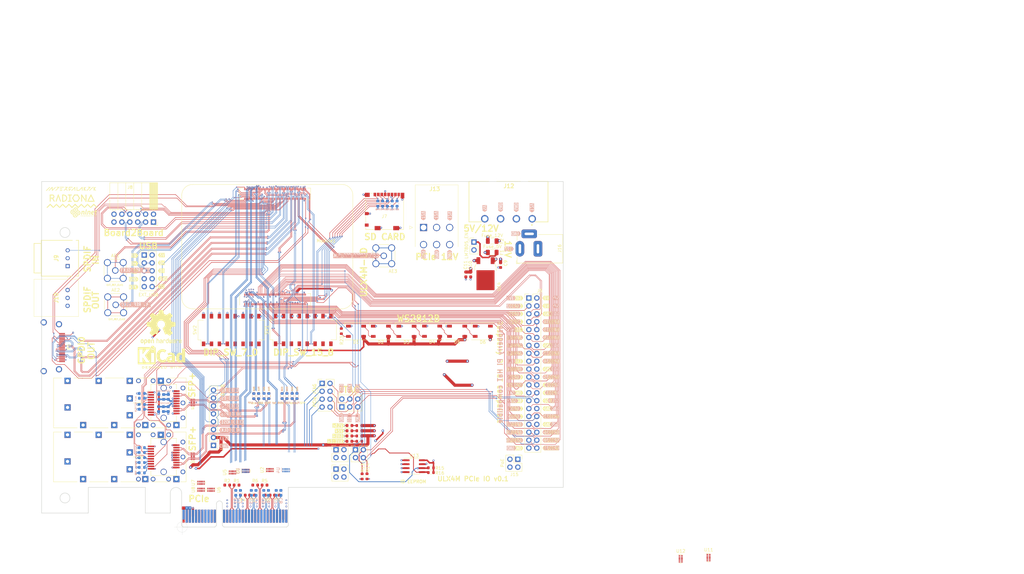
<source format=kicad_pcb>
(kicad_pcb (version 20221018) (generator pcbnew)
  (title_block (title "PCIexpress_x16_full") (company "Author: Luca Anastasio"))
  (layers (0 "F.Cu" signal) (1 "In1.Cu" power "GND.Cu") (2 "In2.Cu" power "Power.Cu") (31 "B.Cu" signal) (34 "B.Paste" user) (35 "F.Paste" user) (36 "B.SilkS" user "B.Silkscreen") (37 "F.SilkS" user "F.Silkscreen") (38 "B.Mask" user) (39 "F.Mask" user) (44 "Edge.Cuts" user))
  (net 0 "")
  (net 1 "GND")
  (net 2 "+12V")
  (net 3 "+3V3")
  (net 4 "/PET3_N")
  (net 5 "/PET3_P")
  (net 6 "/PET2_N")
  (net 7 "/PET2_P")
  (net 8 "/PET1_N")
  (net 9 "/PET1_P")
  (net 10 "/PET0_P")
  (net 11 "/PET0_N")
  (net 12 "/PCIexpress_connector/_PER0_P")
  (net 13 "/PCIexpress_connector/_PER0_N")
  (net 14 "/PCIexpress_connector/_PER1_P")
  (net 15 "/PCIexpress_connector/_PER1_N")
  (net 16 "/PCIexpress_connector/_PER2_P")
  (net 17 "/PCIexpress_connector/_PER2_N")
  (net 18 "/PCIexpress_connector/_PER3_P")
  (net 19 "/PCIexpress_connector/_PER3_N")
  (net 20 "/PER0_P")
  (net 21 "/PER0_N")
  (net 22 "/PER1_P")
  (net 23 "/PER1_N")
  (net 24 "/PER2_P")
  (net 25 "/PER2_N")
  (net 26 "/PER3_P")
  (net 27 "/PER3_N")
  (net 28 "/~{PRSNT1}")
  (net 29 "/TCK")
  (net 30 "/TDI")
  (net 31 "/TDO")
  (net 32 "/TMS")
  (net 33 "/~{PERST}")
  (net 34 "/REFCLK+")
  (net 35 "/REFCLK-")
  (net 38 "/SMCLK")
  (net 39 "/SMDAT")
  (net 40 "/~{TRST}")
  (net 41 "+3.3VA")
  (net 42 "/~{WAKE}")
  (net 44 "/~{PRSNT2x1}")
  (net 46 "/~{PRSNT2x4}")
  (net 126 "Net-(U11-G)")
  (net 135 "Net-(U12-G)")
  (net 142 "+5V")
  (net 144 "+3.3V")
  (net 145 "Net-(J14-Pin_2)")
  (net 146 "Net-(D7-A)")
  (net 147 "Net-(D8-A)")
  (net 148 "Net-(D9-A)")
  (net 149 "Net-(D10-A)")
  (net 150 "Net-(F1-Pad2)")
  (net 151 "Net-(F2-Pad2)")
  (net 152 "/CM4_module/GPDI0_CEC")
  (net 153 "/CM4_module/GPDI0_HP")
  (net 154 "/CM4_module/GPDI0_TX2_P")
  (net 155 "/CM4_module/GPDI0_TX2_N")
  (net 156 "/CM4_module/GPDI0_TX1_P")
  (net 157 "/CM4_module/GPDI0_TX1_N")
  (net 158 "/CM4_module/GPDI0_TX0_P")
  (net 159 "/CM4_module/GPDI0_TX0_N")
  (net 160 "/CM4_module/GPDI0_CLK_P")
  (net 161 "/CM4_module/GPDI0_CLK_N")
  (net 162 "/CM4_module/GPDI0_SDA")
  (net 163 "/CM4_module/GPDI0_SCL")
  (net 164 "GPDI1_TX0_P")
  (net 165 "GPDI1_TX2_P")
  (net 166 "GPDI1_TX0_N")
  (net 167 "GPDI1_TX2_N")
  (net 168 "GPDI1_CLK_P")
  (net 169 "GPDI1_TX1_P")
  (net 170 "GPDI1_CLK_N")
  (net 171 "GPDI1_TX1_N")
  (net 172 "GPIO2")
  (net 173 "SD_DAT1")
  (net 174 "SD_DAT0")
  (net 175 "SD_CLK")
  (net 176 "SD_CMD")
  (net 177 "SD_DAT3")
  (net 178 "SD_DAT2")
  (net 179 "GPIO26")
  (net 180 "GPIO21")
  (net 181 "GPIO19")
  (net 182 "GPIO20")
  (net 183 "GPIO13")
  (net 184 "GPIO16")
  (net 185 "GPIO6")
  (net 186 "GPIO12")
  (net 187 "GPIO5")
  (net 188 "ID_SC")
  (net 189 "ID_SD")
  (net 190 "GPIO7")
  (net 191 "GPIO11")
  (net 192 "GPIO8")
  (net 193 "GPIO9")
  (net 194 "GPIO25")
  (net 195 "GPIO10")
  (net 196 "GPIO24")
  (net 197 "GPIO22")
  (net 198 "GPIO23")
  (net 199 "GPIO27")
  (net 200 "GPIO18")
  (net 201 "GPIO17")
  (net 202 "GPIO14")
  (net 203 "GPIO4")
  (net 204 "GPIO3")
  (net 205 "SCL0")
  (net 206 "SDA0")
  (net 207 "VCCT")
  (net 208 "VCCR")
  (net 209 "Net-(D1-DIN)")
  (net 210 "SFP0_MOD_ABS")
  (net 211 "SFP0_RX_N")
  (net 212 "SFP0_RX_P")
  (net 213 "SFP0_TX_P")
  (net 214 "SFP0_TX_N")
  (net 215 "Net-(J4-TX_DISABLE)")
  (net 216 "SFP1_MOD_ABS")
  (net 217 "SFP1_RX_N")
  (net 218 "SFP1_RX_P")
  (net 219 "SFP1_TX_P")
  (net 220 "SFP1_TX_N")
  (net 221 "/EXT_CLK_REF1_N")
  (net 222 "/EXT_CLK_REF1_P")
  (net 223 "/EXT_CLK_REF2_N")
  (net 224 "/EXT_CLK_REF2_P")
  (net 225 "Net-(D2-DOUT)")
  (net 226 "Net-(D1-DOUT)")
  (net 227 "Net-(D3-DOUT)")
  (net 228 "Net-(D4-DOUT)")
  (net 229 "Net-(D5-DOUT)")
  (net 230 "Net-(J3-TX_DISABLE)")
  (net 231 "D+")
  (net 232 "D-")
  (net 233 "USB_ID")
  (net 234 "/CM4_module/DSI1_D2_P")
  (net 235 "/CAM0_D1_P")
  (net 236 "/CAM0_D1_N")
  (net 237 "/CAM0_D0_P")
  (net 238 "/CAM0_D0_N")
  (net 239 "/CAM1_D1_P")
  (net 240 "/CAM1_D1_N")
  (net 241 "/CAM1_D0_P")
  (net 242 "/CAM1_D0_N")
  (net 243 "/RGB_DATA")
  (net 244 "/EXT__SER_CLK_REF_P")
  (net 245 "/EXT__SER_CLK_REF_N")
  (net 246 "RS1")
  (net 247 "OLED_CS")
  (net 248 "RS0")
  (net 249 "OLED_BL")
  (net 250 "/RX_LOS_1")
  (net 251 "/TX_FAULT_1")
  (net 252 "SPDIF_IN")
  (net 253 "SPDIF_OUT")
  (net 254 "OLED_DC")
  (net 255 "OLED_RES")
  (net 256 "OLED_MOSI")
  (net 257 "OLED_CLK")
  (net 258 "/PER2_PCIe_P")
  (net 259 "/PER2_PCIe_N")
  (net 260 "/PER3_PCIe_P")
  (net 261 "/PER3_PCIe_N")
  (net 262 "/PET2_PCIe_P")
  (net 263 "/PET2_PCIe_N")
  (net 264 "/PET3_PCIe_P")
  (net 265 "/PET3_PCIe_N")
  (footprint "Resistor_SMD:R_0603_1608Metric" (layer "F.Cu") (at 127.125 180.625)
    (fp_text reference "R1")
    (fp_text value "49.9")
  )
  (footprint "Resistor_SMD:R_0603_1608Metric" (layer "F.Cu") (at 124.125 180.625 180)
    (fp_text reference "R2")
    (fp_text value "49.9")
  )
  (footprint "Resistor_SMD:R_0603_1608Metric" (layer "F.Cu") (at 136.125 180.625)
    (fp_text reference "R5")
    (fp_text value "49.9")
  )
  (footprint "Resistor_SMD:R_0603_1608Metric" (layer "F.Cu") (at 133.125 180.625 180)
    (fp_text reference "R6")
    (fp_text value "49.9")
  )
  (footprint "Resistor_SMD:R_0603_1608Metric" (layer "F.Cu") (at 140.125 183.875)
    (fp_text reference "R7")
    (fp_text value "49.9")
  )
  (footprint "Resistor_SMD:R_0603_1608Metric" (layer "F.Cu") (at 137.125 183.875 180)
    (fp_text reference "R8")
    (fp_text value "49.9")
  )
  (footprint "Resistor_SMD:R_0603_1608Metric" (layer "F.Cu") (at 129.125 183.875 180)
    (fp_text reference "R4")
    (fp_text value "49.9")
  )
  (footprint "Resistor_SMD:R_0603_1608Metric" (layer "F.Cu") (at 132.125 183.875)
    (fp_text reference "R3")
    (fp_text value "49.9")
  )
  (footprint "PCIexpress:PCIexpress_bracket_full" (layer "F.Cu") (at 109.625 194.125)
    (fp_text reference "J1" hide)
    (fp_text value "PCIexpress_bracket")
  )
  (footprint "PCIexpress:PCIexpress_x4" (layer "F.Cu") (at 109.625 194.125)
    (fp_text reference "J2" hide)
    (fp_text value "PCIexpress_x4")
  )
  (footprint "Button_Switch_SMD:SW_DIP_SPSTx08_Slide_Omron_A6S-810x_W8.9mm_P2.54mm" (layer "F.Cu") (at 148.565 130.715 90)
    (fp_text reference "SW1")
    (fp_text value "SW_DIP_x08")
  )
  (footprint "Button_Switch_SMD:SW_DIP_SPSTx08_Slide_Omron_A6S-810x_W8.9mm_P2.54mm" (layer "F.Cu") (at 125.425 130.745 90)
    (fp_text reference "SW2")
    (fp_text value "SW_DIP_x08")
  )
  (footprint "Connector_Coaxial:SMA_Amphenol_132291-12_Vertical" (layer "F.Cu") (at 88.155 111.585)
    (fp_text reference "AE1")
    (fp_text value "EXT_CLK_REF1")
  )
  (footprint "Connector_Coaxial:SMA_Amphenol_132291-12_Vertical" (layer "F.Cu") (at 88.275 122.635)
    (fp_text reference "AE2")
    (fp_text value "EXT_CLK_REF2")
  )
  (footprint "Connector_PinSocket_2.54mm:PinSocket_2x06_P2.54mm_Horizontal" (layer "F.Cu") (at 100.435 96.015 -90)
    (fp_text reference "J8")
    (fp_text value "Board_To_Board")
  )
  (footprint "Connector:Connector_SFP_and_Cage" (layer "F.Cu") (at 109.91 154.195)
    (fp_text reference "J3" hide)
    (fp_text value "SFP+")
  )
  (footprint "Connector:Connector_SFP_and_Cage" (layer "F.Cu") (at 109.9 171.575)
    (fp_text reference "J4" hide)
    (fp_text value "SFP+")
  )
  (footprint "Connector_PinHeader_2.54mm:PinHeader_2x20_P2.54mm_Vertical" (layer "F.Cu") (at 221.09 120.45)
    (fp_text reference "J5")
    (fp_text value "HAT")
  )
  (footprint "Connector_PinHeader_2.54mm:PinHeader_2x05_P2.54mm_Vertical" (layer "F.Cu") (at 97.45 106.62)
    (fp_text reference "J6" hide)
    (fp_text value "EXT_USB" hide)
  )
  (footprint "Connector_Card:microSD_HC_Molex_104031-0811" (layer "F.Cu") (at 174.705 92.585)
    (fp_text reference "J7")
    (fp_text value "Micro_SD_Card_CD")
  )
  (footprint "Connector_PinHeader_2.54mm:PinHeader_2x02_P2.54mm_Vertical" (layer "F.Cu") (at 165.345 169.255)
    (fp_text reference "J18" hide)
    (fp_text value "I2C_to_ID")
  )
  (footprint "LED_SMD:LED_WS2812B_PLCC4_5.0x5.0mm_P3.2mm" (layer "F.Cu") (at 165.525 131.145 180)
    (fp_text reference "D1")
    (fp_text value "WS2812B")
  )
  (footprint "LED_SMD:LED_0603_1608Metric" (layer "F.Cu") (at 163.415 164.825)
    (fp_text reference "D9" hide)
    (fp_text value "+3.3V" hide)
  )
  (footprint "MountingHole:MountingHole_3.2mm_M3" (layer "F.Cu") (at 173.39 173.58 -90)
    (fp_text reference "H3" hide)
    (fp_text value "HATMountingHole")
  )
  (footprint "kibuzzard-63524FE4" (layer "F.Cu") (at 226.555 120.445)
    (fp_text reference "kibuzzard-63524FE4" hide)
    (fp_text value "G***" hide)
  )
  (footprint "kibuzzard-63524FCF" (layer "F.Cu") (at 228.165 128.085)
    (fp_text reference "kibuzzard-63524FCF" hide)
    (fp_text value "G***" hide)
  )
  (footprint "Package_SON:USON-10_2.5x1.0mm_P0.5mm" (layer "F.Cu") (at 115.725 182.125 90)
    (fp_text reference "U8")
    (fp_text value "TPD4E02B04DQA")
  )
  (footprint "Resistor_SMD:R_0603_1608Metric" (layer "F.Cu") (at 132.675 152.005 90)
    (fp_text reference "R36")
    (fp_text value "0R")
  )
  (footprint "Capacitor_SMD:C_0603_1608Metric" (layer "F.Cu") (at 211.995 109.845 -90)
    (fp_text reference "C9")
    (fp_text value "330nF")
  )
  (footprint "FCR684205-R:FCR684205R" (layer "F.Cu") (at 72.825 117.875 -90)
    (fp_text reference "J10")
    (fp_text value "FCR684205R" hide)
  )
  (footprint "LED_SMD:LED_WS2812B_PLCC4_5.0x5.0mm_P3.2mm" (layer "F.Cu") (at 173.515 131.145 180)
    (fp_text reference "D2")
    (fp_text value "WS2812B")
  )
  (footprint "intergalaktik:intergalaktik" (layer "F.Cu") (at 73.955 85.205)
    (fp_text reference "G***" hide)
    (fp_text value "LOGO" hide)
  )
  (footprint "Package_SON:USON-10_2.5x1.0mm_P0.5mm" (layer "F.Cu") (at 278.835 203.96)
    (fp_text reference "U11")
    (fp_text value "TPD4E02B04DQA")
  )
  (footprint "kibuzzard-63526086" (layer "F.Cu") (at 94.458897 111.859056)
    (fp_text reference "kibuzzard-63526086" hide)
    (fp_text value "G***" hide)
  )
  (footprint "kibuzzard-63524EEA" (layer "F.Cu") (at 216.605 135.715)
    (fp_text reference "kibuzzard-63524EEA" hide)
    (fp_text value "G***" hide)
  )
  (footprint "LED_SMD:LED_WS2812B_PLCC4_5.0x5.0mm_P3.2mm" (layer "F.Cu") (at 206.275 131.135 180)
    (fp_text reference "D6")
    (fp_text value "WS2812B")
  )
  (footprint "kibuzzard-63525BEB" (layer "F.Cu") (at 159.885 161.455)
    (fp_text reference "kibuzzard-63525BEB" hide)
    (fp_text value "G***" hide)
  )
  (footprint "kibuzzard-63524F92" (layer "F.Cu") (at 227.325 153.475)
    (fp_text reference "kibuzzard-63524F92" hide)
    (fp_text value "G***" hide)
  )
  (footprint "LED_SMD:LED_WS2812B_PLCC4_5.0x5.0mm_P3.2mm" (layer "F.Cu") (at 189.985 131.125 180)
    (fp_text reference "D4")
    (fp_text value "WS2812B")
  )
  (footprint "Resistor_SMD:R_0603_1608Metric" (layer "F.Cu") (at 166.595 166.545 180)
    (fp_text reference "R12" hide)
    (fp_text value "R120")
  )
  (footprint "kibuzzard-63526058" (layer "F.Cu") (at 102.92 111.66)
    (fp_text reference "kibuzzard-63526058" hide)
    (fp_text value "G***" hide)
  )
  (footprint "kibuzzard-63524F21" (layer "F.Cu") (at 216.655 148.425)
    (fp_text reference "kibuzzard-63524F21" hide)
    (fp_text value "G***" hide)
  )
  (footprint "kibuzzard-63524FC9" (layer "F.Cu") (at 228.165 130.625)
    (fp_text reference "kibuzzard-63524FC9" hide)
    (fp_text value "G***" hide)
  )
  (footprint "kibuzzard-63524EE2" (layer "F.Cu") (at 216.605 133.175)
    (fp_text reference "kibuzzard-63524EE2" hide)
    (fp_text value "G***" hide)
  )
  (footprint "kibuzzard-63524F99" (layer "F.Cu") (at 227.755 148.405)
    (fp_text reference "kibuzzard-63524F99" hide)
    (fp_text value "G***" hide)
  )
  (footprint "LED_SMD:LED_0603_1608Metric" (layer "F.Cu") (at 163.405 166.535)
    (fp_text reference "D10" hide)
    (fp_text value "+3.3VA" hide)
  )
  (footprint "Package_SON:USON-10_2.5x1.0mm_P0.5mm" (layer "F.Cu") (at 130.105 176.045 90)
    (fp_text reference "U1")
    (fp_text value "TPD4E02B04DQA")
  )
  (footprint "Resistor_SMD:R_0603_1608Metric" (layer "F.Cu") (at 141.775 151.975 90)
    (fp_text reference "R32")
    (fp_text value "0R")
  )
  (footprint "Package_SON:USON-10_2.5x1.0mm_P0.5mm" (layer "F.Cu") (at 113.045 171.375)
    (fp_text reference "U10")
    (fp_text value "TPD4E02B04DQA")
  )
  (footprint "kibuzzard-63526015" (layer "F.Cu") (at 102.97 106.63)
    (fp_text reference "kibuzzard-63526015" hide)
    (fp_text value "G***" hide)
  )
  (footprint "kibuzzard-63524F4A" (layer "F.Cu") (at 216.605 163.655)
    (fp_text reference "kibuzzard-63524F4A" hide)
    (fp_text value "G***" hide)
  )
  (footprint "Package_SON:USON-10_2.5x1.0mm_P0.5mm" (layer "F.Cu") (at 125.825 176.555 90)
    (fp_text reference "U5")
    (fp_text value "TPD4E02B04DQA")
  )
  (footprint "Package_SON:USON-10_2.5x1.0mm_P0.5mm" (layer "F.Cu") (at 118.915 182.135 -90)
    (fp_text reference "U6")
    (fp_text value "TPD4E02B04DQA")
  )
  (footprint "Connector_PinHeader_2.54mm:PinHeader_2x04_P2.54mm_Vertical" (layer "F.Cu") (at 154.63 147.905)
    (fp_text reference "J19" hide)
    (fp_text value "PCIe_JTAG")
  )
  (footprint "kibuzzard-63524FC2" (layer "F.Cu") (at 228.165 133.165)
    (fp_text reference "kibuzzard-63524FC2" hide)
    (fp_text value "G***" hide)
  )
  (footprint "conn-fci:CONN-10029449-111RLF" (layer "F.Cu") (at 70.055 136.125 -90)
    (fp_text reference "P1")
    (fp_text value "GPDI0" hide)
  )
  (footprint "Connector_PinHeader_2.54mm:PinHeader_2x03_P2.54mm_Vertical" (layer "F.Cu") (at 160.98 155.49 90)
    (fp_text reference "J17" hide)
    (fp_text value "JTAG")
  )
  (footprint "kibuzzard-63524F45" (layer "F.Cu") (at 216.605 161.115)
    (fp_text reference "kibuzzard-63524F45" hide)
    (fp_text value "G***" hide)
  )
  (footprint "Resistor_SMD:R_0603_1608Metric" (layer "F.Cu") (at 134.215 152 90)
    (fp_text reference "R37")
    (fp_text value "0R")
  )
  (footprint "Package_SON:USON-10_2.5x1.0mm_P0.5mm" (layer "F.Cu") (at 115.715 179.885 90)
    (fp_text reference "U7")
    (fp_text value "TPD4E02B04DQA")
  )
  (footprint "kibuzzard-63524F60" (layer "F.Cu") (at 228.135 166.175)
    (fp_text reference "kibuzzard-63524F60" hide)
    (fp_text value "G***" hide)
  )
  (footprint "kibuzzard-6352607D" (layer "F.Cu") (at 94.46 109.33)
    (fp_text reference "kibuzzard-6352607D" hide)
    (fp_text value "G***" hide)
  )
  (footprint "Resistor_SMD:R_0603_1608Metric" (layer "F.Cu") (at 137.495 151.985 90)
    (fp_text reference "R34")
    (fp_text value "0R")
  )
  (footprint "kibuzzard-63526396" (layer "F.Cu") (at 94.077471 116.925729)
    (fp_text reference "kibuzzard-63526396" hide)
    (fp_text value "G***" hide)
  )
  (footprint "kibuzzard-63524FDC" (layer "F.Cu") (at 226.555 122.985)
    (fp_text reference "kibuzzard-63524FDC" hide)
    (fp_text value "G***" hide)
  )
  (footprint "CM4IO:Raspberry-Pi-4-Compute-Module" (layer "F.Cu") (at 161.015 120.415 90)
    (fp_text reference "Module1")
    (fp_text value "ComputeModule4-CM4")
  )
  (footprint "kibuzzard-63524EFF" (layer "F.Cu") (at 217.795 140.805)
    (fp_text reference "kibuzzard-63524EFF" hide)
    (fp_text value "G***" hide)
  )
  (footprint "radiona:radiona" (layer "F.Cu") (at 74.235 88.315)
    (fp_text reference "radiona" hide)
    (fp_text value "radiona" hide)
  )
  (footprint "Connector_PinHeader_2.54mm:PinHeader_2x02_P2.54mm_Vertical" (layer "F.Cu") (at 159.1 169.24)
    (fp_text reference "J20" hide)
    (fp_text value "PCIe_I2C")
  )
  (footprint "kibuzzard-63524EF7" (layer "F.Cu") (at 216.605 138.255)
    (fp_text reference "kibuzzard-63524EF7" hide)
    (fp_text value "G***" hide)
  )
  (footprint "kibuzzard-63524FA8" (layer "F.Cu") (at 226.965 143.305)
    (fp_text reference "kibuzzard-63524FA8" hide)
    (fp_text value "G***" hide)
  )
  (footprint "Symbol:OSHW-Logo2_14.6x12mm_SilkScreen" (layer "F.Cu") (at 102.885 129.855)
    (fp_text reference "REF**" hide)
    (fp_text value "OSHW-Logo2_14.6x12mm_SilkScreen" hide)
  )
  (footprint "Connector_PinHeader_2.54mm:PinHeader_2x02_P2.54mm_Vertical" (layer "F.Cu") (at 159.1 175.48)
    (fp_text reference "J21" hide)
    (fp_text value "PCIe_1X_4X")
  )
  (footprint "Resistor_SMD:R_0603_1608Metric" (layer "F.Cu") (at 189.605 175.055 180)
    (fp_text reference "R15")
    (fp_text value "4K7")
  )
  (footprint "kibuzzard-63525FEA" (layer "F.Cu") (at 94.46 106.79)
    (fp_text reference "kibuzzard-63525FEA" hide)
    (fp_text value "G***" hide)
  )
  (footprint "Connector_Coaxial:SMA_Amphenol_132291-12_Vertical" (layer "F.Cu") (at 174.445 106.865)
    (fp_text reference "AE3")
    (fp_text value "EXT_SERDES_CLK_REF")
  )
  (footprint "Package_SON:USON-10_2.5x1.0mm_P0.5mm" (layer "F.Cu") (at 269.885 204.34)
    (fp_text reference "U12")
    (fp_text value "TPD4E02B04DQA")
  )
  (footprint "kibuzzard-63524EDC" (layer "F.Cu") (at 217.755 130.635)
    (fp_text reference "kibuzzard-63524EDC" hide)
    (fp_text value "G***" hide)
  )
  (footprint "kibuzzard-63524F6E" (layer "F.Cu") (at 228.135 163.635)
    (fp_text reference "kibuzzard-63524F6E" hide)
    (fp_text value "G***" hide)
  )
  (footprint "kibuzzard-63524FAF" (layer "F.Cu") (at 228.165 140.785)
    (fp_text reference "kibuzzard-63524FAF" hide)
    (fp_text value "G***" hide)
  )
  (footprint "kibuzzard-63524F31" (layer "F.Cu") (at 217.405 153.495)
    (fp_text reference "kibuzzard-63524F31" hide)
    (fp_text value "G***" hide)
  )
  (footprint "LED_SMD:LED_WS2812B_PLCC4_5.0x5.0mm_P3.2mm" (layer "F.Cu") (at 198.035 131.135 180)
    (fp_text reference "D5")
    (fp_text value "WS2812B")
  )
  (footprint "Resistor_SMD:R_0603_1608Metric" (layer "F.Cu") (at 167.485 177.845 90)
    (fp_text reference "R13")
    (fp_text value "4K7")
  )
  (footprint "Package_SO:SOIC-8_3.9x4.9mm_P1.27mm" (layer "F.Cu") (at 184.235 174.545)
    (fp_text reference "U13")
    (fp_text value "AT24CS32-SSHM")
  )
  (footprint "FCR684205-T:FCR684205T" (layer "F.Cu") (at 72.845 110.185 -90)
    (fp_text reference "J9")
    (fp_text value "FCR684205T" hide)
  )
  (footprint "Fuse:Fuse_1206_3216Metric" (layer "F.Cu") (at 209.305 105.785 180)
    (fp_text reference "F1")
    (fp_text value "Fuse_5V")
  )
  (footprint "Resistor_SMD:R_0603_1608Metric" (layer "F.Cu") (at 135.955 151.985 90)
    (fp_text reference "R35")
    (fp_text value "0R")
  )
  (footprint "Package_SON:USON-10_2.5x1.0mm_P0.5mm" (layer "F.Cu") (at 137.835 175.795 90)
    (fp_text reference "U2")
    (fp_text value "TPD4E02B04DQA")
  )
  (footprint "Resistor_SMD:R_0603_1608Metric" (layer "F.Cu") (at 146.545 151.985 90)
    (fp_text reference "R31")
    (fp_text value "0R")
  )
  (footprint "LED_SMD:LED_0603_1608Metric" (layer "F.Cu") (at 163.425 163.155)
    (fp_text reference "D8" hide)
    (fp_text value "+5V" hide)
  )
  (footprint "kibuzzard-63524F9F" (layer "F.Cu") (at 228.135 145.855)
    (fp_text reference "kibuzzard-63524F9F" hide)
    (fp_text value "G***" hide)
  )
  (footprint "Resistor_SMD:R_0603_1608Metric" (layer "F.Cu") (at 145.015 151.985 90)
    (fp_text reference "R30")
    (fp_text value "0R")
  )
  (footprint "Resistor_SMD:R_0603_1608Metric" (layer "F.Cu") (at 143.295 151.975 90)
    (fp_text reference "R33")
    (fp_text value "0R")
  )
  (footprint "MountingHole:MountingHole_3.2mm_M3" (layer "F.Cu") (at 222.41 115.57 -90)
    (fp_text reference "H2" hide)
    (fp_text value "HATMountingHole")
  )
  (footprint "kibuzzard-63524FD4" (layer "F.Cu") (at 226.965 125.545)
    (fp_text reference "kibuzzard-63524FD4" hide)
    (fp_text value "G***" hide)
  )
  (footprint "kibuzzard-63524D95" (layer "F.Cu") (at 216.995 123.025)
    (fp_text reference "kibuzzard-63524D1" hide)
    (fp_text value "G***" hide)
  )
  (footprint "kibuzzard-63526060" (layer "F.Cu") (at 103.33 114.18)
    (fp_text reference "kibuzzard-63526060" hide)
    (fp_text value "G***" hide)
  )
  (footprint "Resistor_SMD:R_0603_1608Metric" (layer "F.Cu") (at 169.055 177.825 90)
    (fp_text reference "R14")
    (fp_text value "4K7")
  )
  (footprint "Resistor_SMD:R_0603_1608Metric" (layer "F.Cu") (at 189.605 176.595 180)
    (fp_text reference "R16")
    (fp_text value "4K7")
  )
  (footprint "kibuzzard-63524F11" (layer "F.Cu") (at 216.595 143.315)
    (fp_text reference "kibuzzard-63524F11" hide)
    (fp_text value "G***" hide)
  )
  (footprint "LED_SMD:LED_0603_1608Metric" (layer "F.Cu") (at 163.43 161.465)
    (fp_text reference "D7" hide)
    (fp_text value "+12V" hide)
  )
  (footprint "Symbol:KiCad-Logo2_6mm_SilkScreen" (layer "F.Cu") (at 103.037514 138.759848)
    (fp_text reference "REF**" hide)
    (fp_text value "KiCad-Logo2_6mm_SilkScreen" hide)
  )
  (footprint "39-30-0060:39-30-Y060" (layer "F.Cu") (at 187.2275 97.7609 180)
    (fp_text reference "J13")
    (fp_text value "39-30-0060" hide)
  )
  (footprint "kibuzzard-63524FB4" (layer "F.Cu") (at 228.165 138.245)
    (fp_text reference "kibuzzard-63524FB4" hide)
    (fp_text value "G***" hide)
  )
  (footprint "kibuzzard-6352608E" (layer "F.Cu") (at 94.1 114.39)
    (fp_text reference "kibuzzard-6352608E" hide)
    (fp_text value "G***" hide)
  )
  (footprint "MountingHole:MountingHole_3.2mm_M3" (layer "F.Cu") (at 120.235 145.295)
    (fp_text reference "H5" hide)
    (fp_text value "OLEDMountingHole")
  )
  (footprint "Resistor_SMD:R_0603_1608Metric" (layer "F.Cu") (at 166.595 161.475 180)
    (fp_text reference "R9" hide)
    (fp_text value "R510")
  )
  (footprint "kibuzzard-63524F75" (layer "F.Cu") (at 226.975 161.095)
    (fp_text reference "kibuzzard-63524F75" hide)
    (fp_text value "G***" hide)
  )
  (footprint "CM4IO:BarrelJack_Horizontal" (layer "F.Cu") (at 218.195 104.6025 180)
    (fp_text reference "J16")
    (fp_text value "Barrel_Jack")
  )
  (footprint "kibuzzard-63524F57" (layer "F.Cu") (at 217.765 168.735)
    (fp_text reference "kibuzzard-63524F57" hide)
    (fp_text value "G***" hide)
  )
  (footprint "kibuzzard-63524EC5" (layer "F.Cu") (at 217.805 120.485)
    (fp_text reference "kibuzzard-63524EC5" hide)
    (fp_text value "G***" hide)
  )
  (footprint "Connector_PinHeader_2.54mm:PinHeader_2x02_P2.54mm_Vertical" (layer "F.Cu") (at 217.54 172.31 -90)
    (fp_text reference "J15")
    (fp_text value "POE")
  )
  (footprint "kibuzzard-63525C35" (layer "F.Cu") (at 159.035 166.525)
    (fp_text reference "kibuzzard-63525C35" hide)
    (fp_text value "G***" hide)
  )
  (footprint "kibuzzard-63524F17" (layer "F.Cu") (at 216.995 145.885)
    (fp_text reference "kibuzzard-63524F17" hide)
    (fp_text value "G***" hide)
  )
  (footprint "nlnet:nlnet" (layer "F.Cu") (at 78.015 92.925)
    (fp_text reference "G***" hide)
    (fp_text value "LOGO" hide)
  )
  (footprint "kibuzzard-63525C11" (layer "F.Cu") (at 160.245 163.185)
    (fp_text reference "kibuzzard-63525C11" hide)
    (fp_text value "G***" hide)
  )
  (footprint "kibuzzard-63524FBB" (layer "F.Cu") (at 226.985 135.685)
    (fp_text reference "kibuzzard-63524FBB" hide)
    (fp_text value "G***" hide)
  )
  (footprint "kibuzzard-63525C1D" (layer "F.Cu") (at 159.845 164.845)
    (fp_text reference "kibuzzard-63525C1D" hide)
    (fp_text value "G***" hide)
  )
  (footprint "LED_SMD:LED_WS2812B_PLCC4_5.0x5.0mm_P3.2mm" (layer "F.Cu") (at 181.745 131.165 180)
    (fp_text reference "D3")
    (fp_text value "WS2812B")
  )
  (footprint "kibuzzard-63524F28" (layer "F.Cu") (at 217.745 150.965)
    (fp_text reference "kibuzzard-63524F28" hide)
    (fp_text value "G***" hide)
  )
  (footprint "MountingHole:MountingHole_3.2mm_M3" (layer "F.Cu") (at 149.515 145.295)
    (fp_text reference "H7" hide)
    (fp_text value "OLEDMountingHole")
  )
  (footprint "Capacitor_SMD:C_0603_1608Metric" (layer "F.Cu") (at 200.825 112.855 -90)
    (fp_text reference "C11")
    (fp_text value "10nF")
  )
  (footprint "Package_TO_SOT_SMD:TO-252-2" (layer "F.Cu") (at 207.145 112.61 -90)
    (fp_text reference "U14")
    (fp_text value "LM78M05_TO252" hide)
  )
  (footprint "MountingHole:MountingHole_3.2mm_M3" (layer "F.Cu") (at 222.4 173.57 -90)
    (fp_text reference "H4" hide)
    (fp_text value "HATMountingHole")
  )
  (footprint "kibuzzard-63524F8C" (layer "F.Cu") (at 226.975 156.025)
    (fp_text reference "kibuzzard-63524F8C" hide)
    (fp_text value "G***" hide)
  )
  (footprint "kibuzzard-63524ECE" (layer "F.Cu") (at 216.985 125.545)
    (fp_text reference "kibuzzard-63524ECE" hide)
    (fp_text value "G***" hide)
  )
  (footprint "641737-1:641737-1" (layer "F.Cu") (at 214.535 94.95711)
    (fp_text reference "J12")
    (fp_text value "641737-1" hide)
  )
  (footprint "Resistor_SMD:R_0603_1608Metric" (layer "F.Cu") (at 166.595 164.825 180)
    (fp_text reference "R11" hide)
    (fp_text value "R120")
  )
  (footprint "kibuzzard-63524F38" (layer "F.Cu") (at 216.975 156.035)
    (fp_text reference "kibuzzard-63524F38" hide)
    (fp_text value "G***" hide)
  )
  (footprint "kibuzzard-63524F4F" (layer "F.Cu") (at 216.605 166.195)
    (fp_text reference "kibuzzard-63524F4F" hide)
    (fp_text value "G***" hide)
  )
  (footprint "Capacitor_SMD:C_0603_1608Metric" (layer "F.Cu") (at 202.385 112.855 -90)
    (fp_text reference "C10")
    (fp_text value "100nF")
  )
  (footprint "kibuzzard-6352880A" (layer "F.Cu") (at 102.89 116.72)
    (fp_text reference "kibuzzard-6352880A" hide)
    (fp_text value "G***" hide)
  )
  (footprint "kibuzzard-63524E7F" (layer "F.Cu") (at 227.755 150.945)
    (fp_text reference "kibuzzard-63524E7F12" hide)
    (fp_text value "G***" hide)
  )
  (footprint "Resistor_SMD:R_0603_1608Metric" (layer "F.Cu") (at 166.61 163.145 180)
    (fp_text reference "R10" hide)
    (fp_text value "R220")
  )
  (footprint "MountingHole:MountingHole_3.2mm_M3" (layer "F.Cu") (at 149.477738 175.658163)
    (fp_text reference "H8" hide)
    (fp_text value "OLEDMountingHole")
  )
  (footprint "Resistor_SMD:R_0603_1608Metric" (layer "F.Cu") (at 160.805 131.095 90)
    (fp_text reference "R23")
    (fp_text value "R220")
  )
  (footprint "kibuzzard-63524F84" (layer "F.Cu") (at 228.105 158.545)
    (fp_text reference "kibuzzard-63524F84" hide)
    (fp_text value "G***" hide)
  )
  (footprint "Connector_PinHeader_2.54mm:PinHeader_1x08_P2.54mm_Vertical" (layer "F.Cu") (at 119.715 167.865 180)
    (fp_text reference "J11")
    (fp_text value "OLED")
  )
  (footprint "kibuzzard-63524ED4" (layer "F.Cu") (at 216.985 128.085)
    (fp_text reference "kibuzzard-63524ED4" hide)
    (fp_text value "G***" hide)
  )
  (footprint "MountingHole:MountingHole_3.2mm_M3" (layer "F.Cu") (at 120.235 175.475)
    (fp_text reference "H6" hide)
    (fp_text value "OLEDMountingHole")
  )
  (footprint "Package_SON:USON-10_2.5x1.0mm_P0.5mm" (layer "F.Cu") (at 113.05 154.055)
    (fp_text reference "U9")
    (fp_text value "TPD4E02B04DQA")
  )
  (footprint "Fuse:Fuse_1206_3216Metric" (layer "F.Cu") (at 209.295 102.135 180)
    (fp_text reference "F2")
    (fp_text value "Fuse_12V")
  )
  (footprint "MountingHole:MountingHole_3.2mm_M3" (layer "F.Cu") (at 173.41 115.57 -90)
    (fp_text reference "H1" hide)
    (fp_text value "HATMountingHole")
  )
  (footprint "Connector_PinHeader_2.54mm:PinHeader_1x02_P2.54mm_Vertical" (layer "F.Cu") (at 203.445 102.445)
    (fp_text reference "J14" hide)
    (fp_text value "LM7805_EN")
  )
  (footprint "kibuzzard-6352604E" (layer "F.Cu") (at 102.92 109.12)
    (fp_text reference "kibuzzard-6352604E" hide)
    (fp_text value "G***" hide)
  )
  (footprint "kibuzzard-63524F40" (layer "F.Cu") (at 216.975 158.575)
    (fp_text reference "kibuzzard-63524F40" hide)
    (fp_text value "G***" hide)
  )
  (footprint "kibuzzard-63524F5B" (layer "F.Cu") (at 228.055 168.705)
    (fp_text reference "kibuzzard-63524F5B" hide)
    (fp_text value "G***" hide)
  )
  (footprint "Capacitor_SMD:C_0603_1608Metric" (layer "B.Cu") (at 126.875 183.125 -90)
    (fp_text reference "C1")
    (fp_text value "100n")
  )
  (footprint "Capacitor_SMD:C_0603_1608Metric" (layer "B.Cu") (at 128.375 183.125 90)
    (fp_text reference "C2")
    (fp_text value "100n")
  )
  (footprint "Capacitor_SMD:C_0603_1608Metric" (layer "B.Cu") (at 131.875 183.125 -90)
    (fp_text reference "C3")
    (fp_text value "100n")
  )
  (footprint "Capacitor_SMD:C_0603_1608Metric" (layer "B.Cu") (at 133.375 183.125 90)
    (fp_text reference "C4")
    (fp_text value "100n")
  )
  (footprint "Capacitor_SMD:C_0603_1608Metric" (layer "B.Cu") (at 135.875 183.125 -90)
    (fp_text reference "C5")
    (fp_text value "100n")
  )
  (footprint "Capacitor_SMD:C_0603_1608Metric" (layer "B.Cu") (at 137.375 183.125 90)
    (fp_text reference "C6")
    (fp_text value "100n")
  )
  (footprint "Capacitor_SMD:C_0603_1608Metric" (layer "B.Cu") (at 139.875 183.125 -90)
    (fp_text reference "C7")
    (fp_text value "100n")
  )
  (footprint "Capacitor_SMD:C_0603_1608Metric" (layer "B.Cu") (at 141.375 183.125 90)
    (fp_text reference "C8")
    (fp_text value "100n")
  )
  (footprint "kibuzzard-63525588" (layer "B.Cu") (at 229.300517 155.989011 180)
    (fp_text reference "kibuzzard-63525588" hide)
    (fp_text value "G***" hide)
  )
  (footprint "Resistor_SMD:R_0603_1608Metric" (layer "B.Cu") (at 143.305 151.985 90)
    (fp_text reference "R39")
    (fp_text value "0R")
  )
  (footprint "kibuzzard-63525A7A" (layer "B.Cu") (at 123.044959 165.497049 180)
    (fp_text reference "kibuzzard-63525A7A" hide)
    (fp_text value "G***" hide)
  )
  (footprint "kibuzzard-63525A80" (layer "B.Cu") (at 125.045 162.995 180)
    (fp_text reference "kibuzzard-63525A80" hide)
    (fp_text value "G***" hide)
  )
  (footprint "Resistor_SMD:R_0603_1608Metric" (layer "B.Cu") (at 96.705 154.695)
    (fp_text reference "R27")
    (fp_text value "4K7")
  )
  (footprint "Resistor_SMD:R_0603_1608Metric" (layer "B.Cu") (at 96.695 176.695)
    (fp_text reference "R29")
    (fp_text value "4K7")
  )
  (footprint "kibuzzard-635253B6" (layer "B.Cu") (at 216.56689 138.238664 180)
    (fp_text reference "kibuzzard-635253B6" hide)
    (fp_text value "G***" hide)
  )
  (footprint "kibuzzard-635253DB" (layer "B.Cu") (at 216.17689 145.868664 180)
    (fp_text reference "kibuzzard-635253DB" hide)
    (fp_text value "G***" hide)
  )
  (footprint "kibuzzard-6352540A" (layer "B.Cu") (at 216.205 158.525 180)
    (fp_text reference "kibuzzard-6352540A" hide)
    (fp_text value "G***" hide)
  )
  (footprint "Capacitor_SMD:C_0603_1608Metric" (layer "B.Cu") (at 105.175 156.18 -90)
    (fp_text reference "C14")
    (fp_text value "22u")
  )
  (footprint "kibuzzard-63525A94" (layer "B.Cu") (at 124.745 155.255 180)
    (fp_text reference "kibuzzard-63525A94" hide)
    (fp_text value "G***" hide)
  )
  (footprint "kibuzzard-63525590" (layer "B.Cu") (at 228.170517 158.509011 180)
    (fp_text reference "kibuzzard-63525590" hide)
    (fp_text value "G***" hide)
  )
  (footprint "kibuzzard-6352557B" (layer "B.Cu") (at 228.520517 150.909011 180)
    (fp_text reference "kibuzzard-6352557B" hide)
    (fp_text value "G***" hide)
  )
  (footprint "kibuzzard-63525437" (layer "B.Cu") (at 160.835 158.845 -90)
    (fp_text reference "kibuzzard-63525437" hide)
    (fp_text value "G***" hide)
  )
  (footprint "Resistor_SMD:R_0603_1608Metric" (layer "B.Cu") (at 132.675 152.005 90)
    (fp_text reference "R45")
    (fp_text value "0R")
  )
  (footprint "kibuzzard-635254FF" (layer "B.Cu") (at 229.720517 122.949011 180)
    (fp_text reference "kibuzzard-635254FF" hide)
    (fp_text value "G***" hide)
  )
  (footprint "kibuzzard-63525733" (layer "B.Cu") (at 187.155 93.975 90)
    (fp_text reference "kibuzzard-63525733" hide)
    (fp_text value "G***" hide)
  )
  (footprint "kibuzzard-63525A86" (layer "B.Cu") (at 125.495 160.445 180)
    (fp_text reference "kibuzzard-63525A86" hide)
    (fp_text value "G***" hide)
  )
  (footprint "kibuzzard-6352553D" (layer "B.Cu") (at 228.110517 140.749011 180)
    (fp_text reference "kibuzzard-6352553D" hide)
    (fp_text value "G***" hide)
  )
  (footprint "kibuzzard-635253E6" (layer "B.Cu") (at 216.51689 148.408664 180)
    (fp_text reference "kibuzzard-635253E6" hide)
    (fp_text value "G***" hide)
  )
  (footprint "kibuzzard-635253BD" (layer "B.Cu") (at 215.37689 140.788664 180)
    (fp_text reference "kibuzzard-635253BD" hide)
    (fp_text value "G***" hide)
  )
  (footprint "Resistor_SMD:R_0603_1608Metric" (layer "B.Cu") (at 146.525 151.985 90)
    (fp_text reference "R43")
    (fp_text value "0R")
  )
  (footprint "Resistor_SMD:R_0603_1608Metric" (layer "B.Cu") (at 96.705 151.155)
    (fp_text reference "R20")
    (fp_text value "4K7")
  )
  (footprint "Resistor_SMD:R_0603_1608Metric" (layer "B.Cu") (at 141.775 151.985 90)
    (fp_text reference "R38")
    (fp_text value "0R")
  )
  (footprint "Resistor_SMD:R_0603_1608Metric" (layer "B.Cu") (at 96.695 170.135 180)
    (fp_text reference "R18")
    (fp_text value "4K7")
  )
  (footprint "kibuzzard-6352575D" (layer "B.Cu") (at 206.875 91.655 90)
    (fp_text reference "kibuzzard-6352575D" hide)
    (fp_text value "G***" hide)
  )
  (footprint "kibuzzard-63525414" (layer "B.Cu") (at 216.56689 161.098664 180)
    (fp_text reference "kibuzzard-63525414" hide)
    (fp_text value "G***" hide)
  )
  (footprint "kibuzzard-6352571C" (layer "B.Cu") (at 211.985 91.245 90)
    (fp_text reference "kibuzzard-6352571C" hide)
    (fp_text value "G***" hide)
  )
  (footprint "kibuzzard-635253C7" (layer "B.Cu") (at 216.57689 143.298664 180)
    (fp_text reference "kibuzzard-635253C7" hide)
    (fp_text value "G***" hide)
  )
  (footprint "Capacitor_SMD:C_0603_1608Metric" (layer "B.Cu") (at 103.615 156.18 -90)
    (fp_text reference "C15")
    (fp_text value "100n")
  )
  (footprint "Inductor_SMD:L_0603_1608Metric" (layer "B.Cu") (at 102.155 152.2775 -90)
    (fp_text reference "FB1")
    (fp_text value "FB")
  )
  (footprint "kibuzzard-63525536" (layer "B.Cu") (at 228.110517 138.209011 180)
    (fp_text reference "kibuzzard-63525536" hide)
    (fp_text value "G***" hide)
  )
  (footprint "Package_SON:USON-10_2.5x1.0mm_P0.5mm" (layer "B.Cu") (at 130.005 176.075 -90)
    (fp_text reference "U3")
    (fp_text value "TPD4E02B04DQA")
  )
  (footprint "Resistor_SMD:R_0603_1608Metric" (layer "B.Cu") (at 134.215 152 90)
    (fp_text reference "R44")
    (fp_text value "0R")
  )
  (footprint "Resistor_SMD:R_0603_1608Metric" (layer "B.Cu") (at 96.715 156.235)
    (fp_text reference "R19")
    (fp_text value "4K7")
  )
  (footprint "kibuzzard-63525395" (layer "B.Cu") (at 216.56689 133.158664 180)
    (fp_text reference "kibuzzard-63525395" hide)
    (fp_text value "G***" hide)
  )
  (footprint "kibuzzard-63525AA7" (layer "B.Cu") (at 124.745 150.205 180)
    (fp_text reference "kibuzzard-63525AA7" hide)
    (fp_text value "G***" hide)
  )
  (footprint "kibuzzard-6352571C" (layer "B.Cu") (at 195.595 106.445 -90)
    (fp_text reference "kibuzzard-6352571C" hide)
    (fp_text value "G***" hide)
  )
  (footprint "kibuzzard-63525733" (layer "B.Cu") (at 195.655 94.045 90)
    (fp_text reference "kibuzzard-63525733" hide)
    (fp_text value "G***" hide)
  )
  (footprint "kibuzzard-635255A4" (layer "B.Cu") (at 228.140517 166.139011 180)
    (fp_text reference "kibuzzard-635255A4" hide)
    (fp_text value "G***" hide)
  )
  (footprint "kibuzzard-63525598" (layer "B.Cu") (at 229.300517 161.059011 180)
    (fp_text reference "kibuzzard-63525598" hide)
    (fp_text value "G***" hide)
  )
  (footprint "Resistor_SMD:R_0603_1608Metric" (layer "B.Cu") (at 135.955 151.985 90)
    (fp_text reference "R40")
    (fp_text value "0R")
  )
  (footprint "kibuzzard-63525383" (layer "B.Cu") (at 216.18689 128.068664 180)
    (fp_text reference "kibuzzard-63525383" hide)
    (fp_text value "G***" hide)
  )
  (footprint "kibuzzard-6352539E" (layer "B.Cu") (at 216.56689 135.698664 180)
    (fp_text reference "kibuzzard-6352539E" hide)
    (fp_text value "G***" hide)
  )
  (footprint "kibuzzard-635256D0" (layer "B.Cu") (at 163.485 149.605 90)
    (fp_text reference "kibuzzard-635256D0" hide)
    (fp_text value "G***" hide)
  )
  (footprint "Resistor_SMD:R_0603_1608Metric" (layer "B.Cu") (at 96.695 168.595)
    (fp_text reference "R22")
    (fp_text value "4K7")
  )
  (footprint "Resistor_SMD:R_0603_1608Metric" (layer "B.Cu") (at 172.525 90.075 -90)
    (fp_text reference "R48")
    (fp_text value "4K7")
  )
  (footprint "kibuzzard-635256DB" (layer "B.Cu") (at 166.035 149.655 90)
    (fp_text reference "kibuzzard-635256DB" hide)
    (fp_text value "G***" hide)
  )
  (footprint "Capacitor_SMD:C_0603_1608Metric" (layer "B.Cu") (at 103.685 152.2675 90)
    (fp_text reference "C13")
    (fp_text value "22u")
  )
  (footprint "kibuzzard-635253F9" (layer "B.Cu") (at 215.76689 153.478664 180)
    (fp_text reference "kibuzzard-635253F9" hide)
    (fp_text value "G***" hide)
  )
  (footprint "kibuzzard-63525515" (layer "B.Cu") (at 228.110517 130.589011 180)
    (fp_text reference "kibuzzard-63525515" hide)
    (fp_text value "G***" hide)
  )
  (footprint "kibuzzard-6352551E" (layer "B.Cu") (at 228.110517 133.129011 180)
    (fp_text reference "kibuzzard-6352551E" hide)
    (fp_text value "G***" hide)
  )
  (footprint "kibuzzard-635253EF" (layer "B.Cu") (at 215.42689 150.948664 180)
    (fp_text reference "kibuzzard-635253EF" hide)
    (fp_text value "G***" hide)
  )
  (footprint "Package_SON:USON-10_2.5x1.0mm_P0.5mm" (layer "B.Cu") (at 143.005 175.855 -90)
    (fp_text reference "U4")
    (fp_text value "TPD4E02B04DQA")
  )
  (footprint "kibuzzard-6352571C" (layer "B.Cu") (at 216.965 99.735 180)
    (fp_text reference "kibuzzard-6352571C" hide)
    (fp_text value "G***" hide)
  )
  (footprint "kibuzzard-63525B89" (layer "B.Cu") (at 94.535 122.585 180)
    (fp_text reference "kibuzzard-63525B89" hide)
    (fp_text value "G***" hide)
  )
  (footprint "kibuzzard-63525524" (layer "B.Cu") (at 229.290517 135.649011 180)
    (fp_text reference "kibuzzard-63525524" hide)
    (fp_text value "G***" hide)
  )
  (footprint "Resistor_SMD:R_0603_1608Metric" (layer "B.Cu") (at 137.505 151.985 90)
    (fp_text reference "R41")
    (fp_text value "0R")
  )
  (footprint "Resistor_SMD:R_0603_1608Metric" (layer "B.Cu") (at 174.075 90.075 -90)
    (fp_text reference "R49")
    (fp_text value "4K7")
  )
  (footprint "kibuzzard-63525733" (layer "B.Cu") (at 214.745 104.625 180)
    (fp_text reference "kibuzzard-63525733" hide)
    (fp_text value "G***" hide)
  )
  (footprint "kibuzzard-6352554A" (layer "B.Cu") (at 228.140517 145.819011 180)
    (fp_text reference "kibuzzard-6352554A" hide)
    (fp_text value "G***" hide)
  )
  (footprint "kibuzzard-6352571C" (layer "B.Cu") (at 191.475 106.315 -90)
    (fp_text reference "kibuzzard-6352571C" hide)
    (fp_text value "G***" hide)
  )
  (footprint "kibuzzard-63525401" (layer "B.Cu") (at 216.205 155.985 180)
    (fp_text reference "kibuzzard-63525401" hide)
    (fp_text value "G***" hide)
  )
  (footprint "Resistor_SMD:R_0603_1608Metric" (layer "B.Cu") (at 145.005 151.985 90)
    (fp_text reference "R42")
    (fp_text value "0R")
  )
  (footprint "Capacitor_SMD:C_0603_1608Metric" (layer "B.Cu") (at 105.225 152.265 90)
    (fp_text reference "C12")
    (fp_text value "100n")
  )
  (footprint "kibuzzard-6352571C" (layer "B.Cu") (at 217.015 91.285 90)
    (fp_text reference "kibuzzard-6352571C" hide)
    (fp_text value "G***" hide)
  )
  (footprint "Resistor_SMD:R_0603_1608Metric" (layer "B.Cu") (at 175.615 90.075 -90)
    (fp_text reference "R50")
    (fp_text value "4K7")
  )
  (footprint "kibuzzard-63525329" (layer "B.Cu") (at 215.36689 120.468664 180)
    (fp_text reference "kibuzzard-63525329" hide)
    (fp_text value "G***" hide)
  )
  (footprint "kibuzzard-63525544" (layer "B.Cu") (at 229.310517 143.269011 180)
    (fp_text reference "kibuzzard-63525544" hide)
    (fp_text value "G***" hide)
  )
  (footprint "Resistor_SMD:R_0603_1608Metric" (layer "B.Cu") (at 96.705 152.685 180)
    (fp_text reference "R17")
    (fp_text value "4K7")
  )
  (footprint "kibuzzard-635255AB" (layer "B.Cu") (at 228.220517 168.669011 180)
    (fp_text reference "kibuzzard-635255AB" hide)
    (fp_text value "G***" hide)
  )
  (footprint "kibuzzard-63525A73" (layer "B.Cu") (at 122.995 167.995 180)
    (fp_text reference "kibuzzard-63525A73" hide)
    (fp_text value "G***" hide)
  )
  (footprint "kibuzzard-6352550F" (layer "B.Cu") (at 228.110517 128.049011 180)
    (fp_text reference "kibuzzard-6352550F" hide)
    (fp_text value "G***" hide)
  )
  (footprint "kibuzzard-63525581" (layer "B.Cu") (at 228.950517 153.439011 180)
    (fp_text reference "kibuzzard-63525581" hide)
    (fp_text value "G***" hide)
  )
  (footprint "kibuzzard-63525A8D" (layer "B.Cu") (at 125.095 157.895 180)
    (fp_text reference "kibuzzard-63525A8D" hide)
    (fp_text value "G***" hide)
  )
  (footprint "kibuzzard-635669BB" (layer "B.Cu") (at 165.665 106.795 180)
    (fp_text reference "kibuzzard-635669BB" hide)
    (fp_text value "G***" hide)
  )
  (footprint "kibuzzard-63525356" (layer "B.Cu") (at 216.17689 123.008664 180)
    (fp_text reference "kibuzzard-63525356" hide)
    (fp_text value "G***" hide)
  )
  (footprint "kibuzzard-63525437" (layer "B.Cu") (at 215.475 168.715 180)
    (fp_text reference "kibuzzard-63525437" hide)
    (fp_text value "G***" hide)
  )
  (footprint "kibuzzard-63525B68" (layer "B.Cu") (at 94.385 111.545 180)
    (fp_text reference "kibuzzard-63525B68" hide)
    (fp_text value "G***" hide)
  )
  (footprint "Resistor_SMD:R_0603_1608Metric" (layer "B.Cu") (at 96.695 173.365)
    (fp_text reference "R28")
    (fp_text value "4K7")
  )
  (footprint "Resistor_SMD:R_0603_1608Metric" (layer "B.Cu") (at 96.695 171.795)
    (fp_text reference "R24")
    (fp_text value "4K7")
  )
  (footprint "kibuzzard-6352571C" (layer "B.Cu") (at 187.155 106.215 -90)
    (fp_text reference "kibuzzard-6352571C" hide)
    (fp_text value "G***" hide)
  )
  (footprint "Resistor_SMD:R_0603_1608Metric" (layer "B.Cu") (at 177.165 90.075 -90)
    (fp_text reference "R46")
    (fp_text value "4K7")
  )
  (footprint "kibuzzard-63525733" (layer "B.Cu") (at 191.275 93.975 90)
    (fp_text reference "kibuzzard-63525733" hide)
    (fp_text value "G***" hide)
  )
  (footprint "kibuzzard-635256C7" (layer "B.Cu") (at 166.035 158.915 -90)
    (fp_text reference "kibuzzard-635256C7" hide)
    (fp_text value "G***" hide)
  )
  (footprint "kibuzzard-6352542E" (layer "B.Cu") (at 216.578159 166.188989 180)
    (fp_text reference "kibuzzard-6352542E" hide)
    (fp_text value "G***" hide)
  )
  (footprint "kibuzzard-6352559E" (layer "B.Cu") (at 228.140517 163.599011 180)
    (fp_text reference "kibuzzard-6352559E" hide)
    (fp_text value "G***" hide)
  )
  (footprint "kibuzzard-635256A7" (layer "B.Cu") (at 160.835 149.585 90)
    (fp_text reference "kibuzzard-635256A7" hide)
    (fp_text value "G***" hide)
  )
  (footprint "kibuzzard-63525372" (layer "B.Cu") (at 216.18689 125.528664 180)
    (fp_text reference "kibuzzard-63525372" hide)
    (fp_text value "G***" hide)
  )
  (footprint "kibuzzard-6352538D" (layer "B.Cu") (at 215.41689 130.618664 180)
    (fp_text reference "kibuzzard-6352538D" hide)
    (fp_text value "G***" hide)
  )
  (footprint "kibuzzard-63525733" (layer "B.Cu") (at 222.055 91.435 90)
    (fp_text reference "kibuzzard-63525733" hide)
    (fp_text value "G***" hide)
  )
  (footprint "kibuzzard-635256BE" (layer "B.Cu") (at 163.385 158.895 -90)
    (fp_text reference "kibuzzard-635256BE" hide)
    (fp_text value "G***" hide)
  )
  (footprint "kibuzzard-635254E9" (layer "B.Cu") (at 229.720517 120.409011 180)
    (fp_text reference "kibuzzard-635254E9" hide)
    (fp_text value "G***" hide)
  )
  (footprint "kibuzzard-63525426" (layer "B.Cu") (at 216.56689 163.638664 180)
    (fp_text reference "kibuzzard-63525426" hide)
    (fp_text value "G***" hide)
  )
  (footprint "kibuzzard-63525509" (layer "B.Cu") (at 229.310517 125.509011 180)
    (fp_text reference "kibuzzard-63525509" hide)
    (fp_text value "G***" hide)
  )
  (footprint "Inductor_SMD:L_0603_1608Metric" (layer "B.Cu") (at 102.065 156.18 -90)
    (fp_text reference "FB2")
    (fp_text value "FB")
  )
  (footprint "Resistor_SMD:R_0603_1608Metric" (layer "B.Cu") (at 178.715 90.075 -90)
    (fp_text reference "R47")
    (fp_text value "4K7")
  )
  (footprint "Resistor_SMD:R_0603_1608Metric" (layer "B.Cu") (at 96.695 174.935)
    (fp_text reference "R21")
    (fp_text value "4K7")
  )
  (footprint "kibuzzard-63525AA1" (layer "B.Cu") (at 124.745 152.755 180)
    (fp_text reference "kibuzzard-63525AA1" hide)
    (fp_text value "G***" hide)
  )
  (footprint "kibuzzard-63525576" (layer "B.Cu") (at 228.520517 148.369011 180)
    (fp_text reference "kibuzzard-63525576" hide)
    (fp_text value "G***" hide)
  )
  (gr_line (start 232.1277 181.375) (end 143.775 181.375) (stroke (width 0.15)) (layer "Edge.Cuts"))
  (gr_line (start 109.975 194.125) (end 120.175 194.125) (stroke (width 0.15)) (layer "Edge.Cuts"))
  (gr_line (start 122.575 193.625) (end 123.075 194.125) (stroke (width 0.15)) (layer "Edge.Cuts"))
  (gr_arc (start 105.825 183.2) (mid 107.65 181.375) (end 109.475 183.2) (stroke (width 0.15)) (layer "Edge.Cuts"))
  (gr_line (start 79.475 189.625) (end 79.475 181.375) (stroke (width 0.15)) (layer "Edge.Cuts"))
  (gr_line (start 143.275 194.125) (end 123.075 194.125) (stroke (width 0.15)) (layer "Edge.Cuts"))
  (gr_line (start 97.825 181.375) (end 97.825 189.625) (stroke (width 0.15)) (layer "Edge.Cuts"))
  (gr_line (start 232.125 82.975) (end 232.1277 181.375) (stroke (width 0.15)) (layer "Edge.Cuts"))
  (gr_line (start 79.475 181.375) (end 97.825 181.375) (stroke (width 0.15)) (layer "Edge.Cuts"))
  (gr_line (start 97.825 189.625) (end 105.825 189.625) (stroke (width 0.15)) (layer "Edge.Cuts"))
  (gr_circle (center 71.975 99.375) (end 73.575 99.375) (stroke (width 0.15)) (fill none) (layer "Edge.Cuts"))
  (gr_line (start 64.475 82.975) (end 232.125 82.975) (stroke (width 0.15)) (layer "Edge.Cuts"))
  (gr_line (start 122.575 186.675) (end 122.575 193.625) (stroke (width 0.15)) (layer "Edge.Cuts"))
  (gr_line (start 120.675 193.625) (end 120.675 186.675) (stroke (width 0.15)) (layer "Edge.Cuts"))
  (gr_line (start 109.475 193.625) (end 109.975 194.125) (stroke (width 0.15)) (layer "Edge.Cuts"))
  (gr_arc (start 120.675 186.675) (mid 121.625 185.725) (end 122.575 186.675) (stroke (width 0.15)) (layer "Edge.Cuts"))
  (gr_line (start 64.475 82.975) (end 64.475 189.625) (stroke (width 0.15)) (layer "Edge.Cuts"))
  (gr_line (start 120.175 194.125) (end 120.675 193.625) (stroke (width 0.15)) (layer "Edge.Cuts"))
  (gr_line (start 143.775 181.375) (end 143.775 193.625) (stroke (width 0.15)) (layer "Edge.Cuts"))
  (gr_circle (center 71.975 184.775) (end 73.575 184.775) (stroke (width 0.15)) (fill none) (layer "Edge.Cuts"))
  (gr_line (start 143.775 193.625) (end 143.275 194.125) (stroke (width 0.15)) (layer "Edge.Cuts"))
  (gr_line (start 64.475 189.625) (end 79.475 189.625) (stroke (width 0.15)) (layer "Edge.Cuts"))
  (gr_line (start 105.825 189.625) (end 105.825 183.2) (stroke (width 0.15)) (layer "Edge.Cuts"))
  (gr_line (start 109.475 183.2) (end 109.475 193.625) (stroke (width 0.15)) (layer "Edge.Cuts"))
  (gr_text "Place R38-R45 for PCIe 4X no SFP" (at 147.515 154.535) (layer "B.SilkS") (effects (font (size 0.6 0.6) (thickness 0.12) bold) (justify left bottom mirror)))
  (gr_text "Raspberry Pi HaT compatible" (at 212.745 127.485 90) (layer "B.SilkS") (effects (font (size 1.5 1.5) (thickness 0.3) bold) (justify left bottom mirror)))
  (gr_text "DIP_SW_7_0" (at 125.225 137.935) (layer "F.SilkS") (effects (font (size 2 2) (thickness 0.4))))
  (gr_text "5V/12V" (at 205.745 98.065) (layer "F.SilkS") (effects (font (size 2 2) (thickness 0.4))))
  (gr_text "ULX4M-LD" (at 168.025 112.115 90) (layer "F.SilkS") (effects (font (size 2 2) (thickness 0.4))))
  (gr_text "GPDI0" (at 77.295 137.265 90) (layer "F.SilkS") (effects (font (size 2 2) (thickness 0.4))))
  (gr_text "PCIe" (at 115.035 185.025) (layer "F.SilkS") (effects (font (size 2 2) (thickness 0.4))))
  (gr_text "SFP+" (at 112.805 148.405 90) (layer "F.SilkS") (effects (font (size 2 2) (thickness 0.4))))
  (gr_text "SFP+" (at 112.965 165.665 90) (layer "F.SilkS") (effects (font (size 2 2) (thickness 0.4))))
  (gr_text "Board2Board" (at 94.075 99.435) (layer "F.SilkS") (effects (font (size 2 2) (thickness 0.4))))
  (gr_text "DIP_SW_15_8" (at 148.635 137.935) (layer "F.SilkS") (effects (font (size 2 2) (thickness 0.4))))
  (gr_text "SD CARD" (at 174.785 100.765) (layer "F.SilkS") (effects (font (size 2 2) (thickness 0.4))))
  (gr_text "OUT" (at 80.425 137.395 90) (layer "F.SilkS") (effects (font (size 2 2) (thickness 0.4))))
  (gr_text "PCIe JTAG" (at 152.215 151.775 90) (layer "F.SilkS") (effects (font (size 1 1) (thickness 0.2) bold)))
  (gr_text locked "Place R30-R37 for PCIe 1X and 2 SFP" (at 130.935 154.555) (layer "F.SilkS") (effects (font (size 0.6 0.6) (thickness 0.12) bold) (justify left bottom)))
  (gr_text "EXT_USB" (at 95.5 119.98) (layer "F.SilkS") (effects (font (size 1 1)) (justify left bottom)))
  (gr_text "SPDIF" (at 79.185 120.965 90) (layer "F.SilkS") (effects (font (size 2 2) (thickness 0.4))))
  (gr_text "PoE" (at 213.165 174.995 90) (layer "F.SilkS") (effects (font (size 1 1)) (justify left bottom)))
  (gr_text "IN" (at 81.825 108.175 90) (layer "F.SilkS") (effects (font (size 2 2) (thickness 0.4))))
  (gr_text "SPDIF" (at 79.185 107.875 90) (layer "F.SilkS") (effects (font (size 2 2) (thickness 0.4))))
  (gr_text "WS2812B" (at 185.585 127.025) (layer "F.SilkS") (effects (font (size 2 2) (thickness 0.4))))
  (gr_text "Raspberry Pi HaT compatible" (at 210.855 127.505 -90) (layer "F.SilkS") (effects (font (size 1.5 1.5) (thickness 0.3) bold) (justify left bottom)))
  (gr_text "JTAG" (at 163.295 150.005) (layer "F.SilkS") (effects (font (size 2 2) (thickness 0.4))))
  (gr_text locked "EXT_REF_CLK2" (at 85.925 127.585) (layer "F.SilkS") (effects (font (size 0.5 0.5) (thickness 0.125)) (justify left bottom)))
  (gr_text "USB" (at 98.78 103.68) (layer "F.SilkS") (effects (font (size 2 2) (thickness 0.4))))
  (gr_text "12V" (at 214.345 104.735 270) (layer "F.SilkS") (effects (font (size 2 2) (thickness 0.4))))
  (gr_text "PCIe 12V" (at 191.515 107.195) (layer "F.SilkS") (effects (font (size 2 2) (thickness 0.4))))
  (gr_text "ID EEPROM" (at 183.925 179.505) (layer "F.SilkS") (effects (font (size 1 1) (thickness 0.2) bold)))
  (gr_text "OUT" (at 81.825 121.145 90) (layer "F.SilkS") (effects (font (size 2 2) (thickness 0.4))))
  (gr_text locked "ULX4M PCIe IO v0.1" (at 191.545 179.485) (layer "F.SilkS") (effects (font (size 1.5 1.5) (thickness 0.3) bold) (justify left bottom)))
  (gr_text "OLED" (at 122.665 150.085 90) (layer "F.SilkS") (effects (font (size 1 1) (thickness 0.2) bold)))
  (gr_text locked "EXT_REF_CLK1" (at 85.285 116.545) (layer "F.SilkS") (effects (font (size 0.5 0.5) (thickness 0.125)) (justify left bottom)))
  (target plus (at 109.625 194.125) (size 5) (width 0.05) (layer "Edge.Cuts"))
  (segment (start 100.865 168.175) (end 100.875 168.185) (width 0.5) (layer "F.Cu") (net 1))
  (segment (start 135.715 88.155) (end 136.095 87.775) (width 0.13) (layer "F.Cu") (net 1))
  (segment (start 116.5 126.26) (end 116.535 126.295) (width 0.23) (layer "F.Cu") (net 1))
  (segment (start 134.515 85.805) (end 134.515 85.415) (width 0.127) (layer "F.Cu") (net 1))
  (segment (start 136.915 85.415) (end 136.914999 84.855001) (width 0.13) (layer "F.Cu") (net 1))
  (segment (start 112.665 154.055) (end 112.027499 154.055) (width 0.127) (layer "F.Cu") (net 1))
  (segment (start 167.99 87.26) (end 167.905 87.175) (width 0.5) (layer "F.Cu") (net 1))
  (segment (start 141.715 87.9045) (end 141.705 87.8945) (width 0.13) (layer "F.Cu") (net 1))
  (segment (start 147.715 87.703415) (end 148.113915 87.3045) (width 0.1) (layer "F.Cu") (net 1))
  (segment (start 145.315 85.415) (end 145.315 85.015) (width 0.13) (layer "F.Cu") (net 1))
  (segment (start 180.14 173.91) (end 180.115 173.885) (width 0.5) (layer "F.Cu") (net 1))
  (segment (start 106.415 170.175) (end 106.385 170.205) (width 0.5) (layer "F.Cu") (net 1))
  (segment (start 114.220334 154.055) (end 114.231984 154.04335) (width 0.127) (layer "F.Cu") (net 1))
  (segment (start 135.715 85.415) (end 135.715 84.815) (width 0.127) (layer "F.Cu") (net 1))
  (segment (start 136.11 122.41) (end 136.11 121.83) (width 0.127) (layer "F.Cu") (net 1))
  (segment (start 180.46 87.485) (end 180.46 88.73) (width 0.5) (layer "F.Cu") (net 1))
  (segment (start 211.995 110.62) (end 211.25 110.62) (width 0.5) (layer "F.Cu") (net 1))
  (segment (start 162.6375 163.155) (end 161.685 163.155) (width 0.23) (layer "F.Cu") (net 1))
  (segment (start 121.61 126.29) (end 121.615 126.295) (width 0.23) (layer "F.Cu") (net 1))
  (segment (start 131.775 126.295) (end 131.78 126.3) (width 0.23) (layer "F.Cu") (net 1))
  (segment (start 124.155 126.295) (end 124.155 125.295) (width 0.23) (layer "F.Cu") (net 1))
  (segment (start 100.905 175.375) (end 100.935 175.405) (width 0.5) (layer "F.Cu") (net 1))
  (segment (start 113.125 190.625) (end 113.125 188) (width 0.7) (layer "F.Cu") (net 1))
  (segment (start 142.71 118.7) (end 142.75 118.7) (width 0.127) (layer "F.Cu") (net 1))
  (segment (start 71.055 137.375) (end 72.005 137.375) (width 0.127) (layer "F.Cu") (net 1))
  (segment (start 119.05 125.26) (end 119.05 126.27) (width 0.23) (layer "F.Cu") (net 1))
  (segment (start 132.115 119.335) (end 132.115 119.795) (width 0.1) (layer "F.Cu") (net 1))
  (segment (start 130.915 88.965) (end 131.155 89.205) (width 0.13) (layer "F.Cu") (net 1))
  (segment (start 180.22 175.18) (end 180.215 175.175) (width 0.5) (layer "F.Cu") (net 1))
  (segment (start 107.81 157.595) (end 106.625 157.595) (width 0.5) (layer "F.Cu") (net 1))
  (segment (start 107.8 172.575) (end 106.445 172.575) (width 0.5) (layer "F.Cu") (net 1))
  (segment (start 72.132 138.875) (end 72.405 139.148) (width 0.127) (layer "F.Cu") (net 1))
  (segment (start 133.315 85.892) (end 133.483 86.06) (width 0.127) (layer "F.Cu") (net 1))
  (segment (start 178.435 97.96) (end 179.7 97.96) (width 0.5) (layer "F.Cu") (net 1))
  (segment (start 131.17 86.16) (end 130.915 85.905) (width 0.127) (layer "F.Cu") (net 1))
  (segment (start 132.115 88.495) (end 132.115 88.965) (width 0.13) (layer "F.Cu") (net 1))
  (segment (start 177.1 87.75) (end 176.865 87.985) (width 0.5) (layer "F.Cu") (net 1))
  (segment (start 140.515 85.035) (end 140.175 84.695) (width 0.13) (layer "F.Cu") (net 1))
  (segment (start 131.78 126.3) (end 132.38 126.3) (width 0.23) (layer "F.Cu") (net 1))
  (segment (start 141.715 84.955) (end 141.995 84.675) (width 0.13) (layer "F.Cu") (net 1))
  (segment (start 129.715 119.335) (end 129.715 119.995) (width 0.1) (layer "F.Cu") (net 1))
  (segment (start 146.775 126.265) (end 146.75 126.24) (width 0.23) (layer "F.Cu") (net 1))
  (segment (start 142.52 119.33) (end 142.52 118.89) (width 0.127) (layer "F.Cu") (net 1))
  (segment (start 106.735 150.395) (end 106.715 150.375) (width 0.5) (layer "F.Cu") (net 1))
  (segment (start 180.46 88.73) (end 180.405 88.785) (width 0.5) (layer "F.Cu") (net 1))
  (segment (start 133.715 118.625) (end 133.705 118.615) (width 0.1) (layer "F.Cu") (net 1))
  (segment (start 129.715 122.935) (end 129.575 123.075) (width 0.1) (layer "F.Cu") (net 1))
  (segment (start 99.61 150.795) (end 100.715 150.795) (width 0.5) (layer "F.Cu") (net 1))
  (segment (start 139.42 85.31) (end 139.42 84.87) (width 0.13) (layer "F.Cu") (net 1))
  (segment (start 149.100549 84.811501) (end 149.100549 84.649953) (width 0.13) (layer "F.Cu") (net 1))
  (segment (start 106.445 172.575) (end 106.425 172.595) (width 0.5) (layer "F.Cu") (net 1))
  (segment (start 144.755 126.265) (end 144.76 126.26) (width 0.23) (layer "F.Cu") (net 1))
  (segment (start 163.075 129.495) (end 164.055 129.495) (width 0.5) (layer "F.Cu") (net 1))
  (segment (start 133.315 85.415) (end 133.315 85.892) (width 0.127) (layer "F.Cu") (net 1))
  (segment (start 136.915 88.495) (end 136.915 87.90666) (width 0.13) (layer "F.Cu") (net 1))
  (segment (start 148.915 119.335) (end 148.915 118.665) (width 0.127) (layer "F.Cu") (net 1))
  (segment (start 134.515 88.495) (end 134.515 87.835) (width 0.13) (layer "F.Cu") (net 1))
  (segment (start 129.575 123.075) (end 131.025 123.075) (width 0.1) (layer "F.Cu") (net 1))
  (segment (start 152.42 126.22) (end 152.96 126.22) (width 0.23) (layer "F.Cu") (net 1))
  (segment (start 155.655 126.265) (end 155.7 126.22) (width 0.23) (layer "F.Cu") (net 1))
  (segment (start 99.61 157.995) (end 100.775 157.995) (width 0.5) (layer "F.Cu") (net 1))
  (segment (start 144.76 126.26) (end 145.14 126.26) (width 0.23) (layer "F.Cu") (net 1))
  (segment (start 143.715 122.103232) (end 144.081087 121.737145) (width 0.1) (layer "F.Cu") (net 1))
  (segment (start 135.715 119.975) (end 135.895 120.155) (width 0.1) (layer "F.Cu") (net 1))
  (segment (start 116.5 125.28) (end 116.5 126.26) (width 0.23) (layer "F.Cu") (net 1))
  (segment (start 173.5 97.96) (end 173.615 97.845) (width 0.5) (layer "F.Cu") (net 1))
  (segment (start 112.027499 154.055) (end 112.012499 154.07) (width 0.127) (layer "F.Cu") (net 1))
  (segment (start 140.115 122.415) (end 140.115 121.795) (width 0.1) (layer "F.Cu") (net 1))
  (segment (start 144.115 118.675) (end 144.125 118.665) (width 0.1) (layer "F.Cu") (net 1))
  (segment (start 140.515 85.415) (end 140.515 85.035) (width 0.13) (layer "F.Cu") (net 1))
  (segment (start 142.01 118.33) (end 141.81 118.33) (width 0.127) (layer "F.Cu") (net 1))
  (segment (start 154.915 126.265) (end 155.655 126.265) (width 0.23) (layer "F.Cu") (net 1))
  (segment (start 130.915 85.415) (end 130.8285 85.3285) (width 0.127) (layer "F.Cu") (net 1))
  (segment (start 145.315 87.785) (end 145.305 87.775) (width 0.13) (layer "F.Cu") (net 1))
  (segment (start 157.455 126.265) (end 157.245 126.265) (width 0.23) (layer "F.Cu") (net 1))
  (segment (start 141.725 126.265) (end 141.69 126.3) (width 0.23) (layer "F.Cu") (net 1))
  (segment (start 142.55 121.62) (end 142.55 121.52) (width 0.127) (layer "F.Cu") (net 1))
  (segment (start 140.115 121.795) (end 140.085 121.765) (width 0.1) (layer "F.Cu") (net 1))
  (segment (start 72.005 137.375) (end 72.435 136.945) (width 0.127) (layer "F.Cu") (net 1))
  (segment (start 134.515 84.980898) (end 134.766987 84.728911) (width 0.127) (layer "F.Cu") (net 1))
  (segment (start 71.055 140.375) (end 72.215 140.375) (width 0.127) (layer "F.Cu") (net 1))
  (segment (start 133.715 119.335) (end 133.715 118.625) (width 0.1) (layer "F.Cu") (net 1))
  (segment (start 99.6 175.375) (end 100.905 175.375) (width 0.5) (layer "F.Cu") (net 1))
  (segment (start 157.245 126.265) (end 156.65 126.86) (width 0.23) (layer "F.Cu") (net 1))
  (segment (start 142.81 85.31) (end 142.81 84.87) (width 0.13) (layer "F.Cu") (net 1))
  (segment (start 72.215 140.375) (end 72.255 140.335) (width 0.127) (layer "F.Cu") (net 1))
  (segment (start 141.3 119.32) (end 141.315 119.335) (width 0.127) (layer "F.Cu") (net 1))
  (segment (start 148.915 89.102589) (end 148.8955 89.122089) (width 0.1) (layer "F.Cu") (net 1))
  (segment (start 142.915 88.495) (end 142.915 88.015) (width 0.13) (layer "F.Cu") (net 1))
  (segment (start 72.405 139.148) (end 72.405 139.425) (width 0.127) (layer "F.Cu") (net 1))
  (segment (start 168.965 93.285) (end 170.015 93.285) (width 0.5) (layer "F.Cu") (net 1))
  (segment (start 135.715 119.335) (end 135.715 119.975) (width 0.1) (layer "F.Cu") (net 1))
  (segment (start 142.52 118.89) (end 142.71 118.7) (width 0.127) (layer "F.Cu") (net 1))
  (segment (start 171.065 129.495) (end 171.935 129.495) (width 0.5) (layer "F.Cu") (net 1))
  (segment (start 139.795 84.495) (end 139.795 84.395) (width 0.13) (layer "F.Cu") (net 1))
  (segment (start 179.7 97.96) (end 179.815 97.845) (width 0.5) (layer "F.Cu") (net 1))
  (segment (start 106.485 167.775) (end 106.475 167.785) (width 0.5) (layer "F.Cu") (net 1))
  (segment (start 203.825 129.485) (end 204.765 129.485) (width 0.5) (layer "F.Cu") (net 1))
  (segment (start 136.915 87.90666) (end 136.88784 87.8795) (width 0.13) (layer "F.Cu") (net 1))
  (segment (start 148.915 118.665) (end 148.895 118.645) (width 0.1) (layer "F.Cu") (net 1))
  (segment (start 181.76 176.45) (end 180.21 176.45) (width 0.5) (layer "F.Cu") (net 1))
  (segment (start 180.275 129.515) (end 180.295 129.495) (width 0.5) (layer "F.Cu") (net 1))
  (segment (start 139.315 85.415) (end 139.42 85.31) (width 0.13) (layer "F.Cu") (net 1))
  (segment (start 143.205 87.725) (end 143.865 87.725) (width 0.13) (layer "F.Cu") (net 1))
  (segment (start 141.315 120.935) (end 141.44 120.81) (width 0.127) (layer "F.Cu") (net 1))
  (segment (start 72.215 132.875) (end 72.765 133.425) (width 0.127) (layer "F.Cu") (net 1))
  (segment (start 132.115 122.915) (end 132.315 123.115) (width 0.1) (layer "F.Cu") (net 1))
  (segment (start 149.835 126.265) (end 150.505 126.265) (width 0.23) (layer "F.Cu") (net 1))
  (segment (start 129.235 126.295) (end 129.235 125.245) (width 0.23) (layer "F.Cu") (net 1))
  (segment (start 141.715 85.415) (end 141.715 84.955) (width 0.13) (layer "F.Cu") (net 1))
  (segment (start 130.915 88.495) (end 130.915 88.965) (width 0.13) (layer "F.Cu") (net 1))
  (segment (start 141.315 122.415) (end 141.315 120.935) (width 0.127) (layer "F.Cu") (net 1))
  (segment (start 130.667 84.69) (end 130.52 84.69) (width 0.127) (layer "F.Cu") (net 1))
  (segment (start 162.6175 166.535) (end 161.635 166.535) (width 0.23) (layer "F.Cu") (net 1))
  (segment (start 134.315 126.295) (end 134.915 126.295) (width 0.23) (layer "F.Cu") (net 1))
  (segment (start 141.81 118.33) (end 141.3 118.84) (width 0.127) (layer "F.Cu") (net 1))
  (segment (start 136.115 122.415) (end 136.11 122.41) (width 0.127) (layer "F.Cu") (net 1))
  (segment (start 138.115 85.035) (end 137.705 84.625) (width 0.13) (layer "F.Cu") (net 1))
  (segment (start 145.315 88.495) (end 145.315 87.785) (width 0.13) (layer "F.Cu") (net 1))
  (segment (start 133.315 87.505) (end 132.885 87.075) (width 0.13) (layer "F.Cu") (net 1))
  (segment (start 130.8285 84.8515) (end 130.667 84.69) (width 0.127) (layer "F.Cu") (net 1))
  (segment (start 187.99 173.91) (end 188.125 173.775) (width 0.5) (layer "F.Cu") (net 1))
  (segment (start 134.115 122.415) (end 134.115 121.735) (width 0.1) (layer "F.Cu") (net 1))
  (segment (start 107.81 150.395) (end 106.735 150.395) (width 0.5) (layer "F.Cu") (net 1))
  (segment (start 139.71 126.3) (end 140.19 126.3) (width 0.23) (layer "F.Cu") (net 1))
  (segment (start 130.915 119.785) (end 130.535 120.165) (width 0.1) (layer "F.Cu") (net 1))
  (segment (start 180.21 176.45) (end 180.195 176.435) (width 0.5) (layer "F.Cu") (net 1))
  (segment (start 130.915 122.415) (end 130.915 122.965) (width 0.1) (layer "F.Cu") (net 1))
  (segment (start 139.715 119.335) (end 139.715 119.965) (width 0.1) (layer "F.Cu") (net 1))
  (segment (start 148.915 85.415) (end 148.915 84.99705) (width 0.13) (layer "F.Cu") (net 1))
  (segment (start 142.650498 84.710498) (end 142.495 84.710498) (width 0.13) (layer "F.Cu") (net 1))
  (segment (start 180.13 172.64) (end 180.115 172.655) (width 0.5) (layer "F.Cu") (net 1))
  (segment (start 132.115 85.892) (end 131.847 86.16) (width 0.127) (layer "F.Cu") (net 1))
  (segment (start 133.315 88.495) (end 133.315 87.505) (width 0.13) (layer "F.Cu") (net 1))
  (segment (start 144.22 84.87) (end 144.395 84.695) (width 0.13) (layer "F.Cu") (net 1))
  (segment (start 106.645 155.195) (end 106.625 155.215) (width 0.5) (layer "F.Cu") (net 1))
  (segment (start 131.847 86.16) (end 131.17 86.16) (width 0.127) (layer "F.Cu") (net 1))
  (segment (start 142.515 122.415) (end 142.5 122.4) (width 0.127) (layer "F.Cu") (net 1))
  (segment (start 132.115 88.965) (end 132.435 89.285) (width 0.13) (layer "F.Cu") (net 1))
  (segment (start 181.76 172.64) (end 180.13 172.64) (width 0.5) (layer "F.Cu") (net 1))
  (segment (start 142.5 122.4) (end 142.5 121.67) (width 0.127) (layer "F.Cu") (net 1))
  (segment (start 146.515 88.495) (end 146.515 87.8445) (width 0.13) (layer "F.Cu") (net 1))
  (segment (start 130.915 85.905) (end 130.915 85.415) (width 0.127) (layer "F.Cu") (net 1))
  (segment (start 140.515 88.495) (end 140.515 87.908512) (width 0.13) (layer "F.Cu") (net 1))
  (segment (start 124.155 125.295) (end 124.19 125.26) (width 0.23) (layer "F.Cu") (net 1))
  (segment (start 137.715 119.335) (end 137.715 119.835) (width 0.1) (layer "F.Cu") (net 1))
  (segment (start 107.8 167.775) (end 106.485 167.775) (width 0.5) (layer "F.Cu") (net 1))
  (segment (start 121.61 125.26) (end 121.61 126.29) (width 0.23) (layer "F.Cu") (net 1))
  (segment (start 107.81 155.195) (end 106.645 155.195) (width 0.5) (layer "F.Cu") (net 1))
  (segment (start 130.535 120.165) (end 130.335 120.165) (width 0.1) (layer "F.Cu") (net 1))
  (segment (start 130.915 119.335) (end 130.915 119.785) (width 0.1) (layer "F.Cu") (net 1))
  (segment (start 130.915 122.965) (end 131.065 123.115) (width 0.1) (layer "F.Cu") (net 1))
  (segment (start 99.6 168.175) (end 100.865 168.175) (width 0.5) (layer "F.Cu") (net 1))
  (segment (start 131.025 123.075) (end 131.065 123.115) (width 0.1) (layer "F.Cu") (net 1))
  (segment (start 142.75 118.7) (end 143.21 118.7) (width 0.127) (layer "F.Cu") (net 1))
  (segment (start 147.715 85.415) (end 147.715 84.725) (width 0.13) (layer "F.Cu") (net 1))
  (segment (start 195.585 129.485) (end 194.575 129.485) (width 0.5) (layer "F.Cu") (net 1))
  (segment (start 144.395 84.695) (end 144.565 84.695) (width 0.13) (layer "F.Cu") (net 1))
  (segment (start 161.705 164.825) (end 161.675 164.855) (width 0.23) (layer "F.Cu") (net 1))
  (segment (start 107.81 152.795) (end 106.625 152.795) (width 0.5) (layer "F.Cu") (net 1))
  (segment (start 161.685 163.155) (end 161.675 163.145) (width 0.23) (layer "F.Cu") (net 1))
  (segment (start 187.535 129.475) (end 188.395 129.475) (width 0.5) (layer "F.Cu") (net 1))
  (segment (start 164.055 129.495) (end 164.095 129.455) (width 0.5) (layer "F.Cu") (net 1))
  (segment (start 161.635 166.535) (end 161.625 166.545) (width 0.23) (layer "F.Cu") (net 1))
  (segment (start 194.575 129.485) (end 194.565 129.475) (width 0.5) (layer "F.Cu") (net 1))
  (segment (start 139.42 84.87) (end 139.795 84.495) (width 0.13) (layer "F.Cu") (net 1))
  (segment (start 204.765 129.485) (end 204.845 129.565) (width 0.5) (layer "F.Cu") (net 1))
  (segment (start 133.483 86.06) (end 134.26 86.06) (width 0.127) (layer "F.Cu") (net 1))
  (segment (start 181.76 173.91) (end 180.14 173.91) (width 0.5) (layer "F.Cu") (net 1))
  (segment (start 146.515 85.415) (end 146.515 85.015) (width 0.13) (layer "F.Cu") (net 1))
  (segment (start 142.915 85.415) (end 142.81 85.31) (width 0.13) (layer "F.Cu") (net 1))
  (segment (start 139.675 126.265) (end 139.71 126.3) (width 0.23) (layer "F.Cu") (net 1))
  (segment (start 188.395 129.475) (end 188.415 129.455) (width 0.5) (layer "F.Cu") (net 1))
  (segment (start 202.385 114.435) (end 202.355 114.465) (width 0.5) (layer "F.Cu") (net 1))
  (segment (start 147.295 126.265) (end 146.775 126.265) (width 0.23) (layer "F.Cu") (net 1))
  (segment (start 147.715 88.495) (end 147.715 87.703415) (width 0.1) (layer "F.Cu") (net 1))
  (segment (start 150.505 126.265) (end 150.54 126.3) (width 0.23) (layer "F.Cu") (net 1))
  (segment (start 100.715 150.795) (end 100.735 150.775) (width 0.5) (layer "F.Cu") (net 1))
  (segment (start 162.6275 164.825) (end 161.705 164.825) (width 0.23) (layer "F.Cu") (net 1))
  (segment (start 134.915 126.295) (end 134.96 126.34) (width 0.23) (layer "F.Cu") (net 1))
  (segment (start 152.375 126.265) (end 152.42 126.22) (width 0.23) (layer "F.Cu") (net 1))
  (segment (start 162.6425 161.465) (end 161.705 161.465) (width 0.23) (layer "F.Cu") (net 1))
  (segment (start 113.435 154.055) (end 114.220334 154.055) (width 0.127) (layer "F.Cu") (net 1))
  (segment (start 132.115 85.415) (end 132.115 85.892) (width 0.127) (layer "F.Cu") (net 1))
  (segment (start 142.915 88.015) (end 143.205 87.725) (width 0.13) (layer "F.Cu") (net 1))
  (segment (start 148.915 84.99705) (end 149.100549 84.811501) (width 0.13) (layer "F.Cu") (net 1))
  (segment (start 107.8 170.175) (end 106.415 170.175) (width 0.5) (layer "F.Cu") (net 1))
  (segment (start 142.515 119.335) (end 142.52 119.33) (width 0.127) (layer "F.Cu") (net 1))
  (segment (start 134.515 85.415) (end 134.515 84.980898) (width 0.127) (layer "F.Cu") (net 1))
  (segment (start 129.715 119.995) (end 129.685 120.025) (width 0.1) (layer "F.Cu") (net 1))
  (segment (start 138.115 122.415) (end 138.115 121.765) (width 0.1) (layer "F.Cu") (net 1))
  (segment (start 181.76 175.18) (end 180.22 175.18) (width 0.5) (layer "F.Cu") (net 1))
  (segment (start 161.705 161.465) (end 161.675 161.495) (width 0.23) (layer "F.Cu") (net 1))
  (segment (start 132.115 122.415) (end 132.115 122.915) (width 0.1) (layer "F.Cu") (net 1))
  (segment (start 179.295 129.515) (end 180.275 129.515) (width 0.5) (layer "F.Cu") (net 1))
  (segment (start 141.715 88.495) (end 141.715 87.9045) (width 0.13) (layer "F.Cu") (net 1))
  (segment (start 129.235 125.245) (end 129.24 125.24) (width 0.23) (layer "F.Cu") (net 1))
  (segment (start 130.8285 85.3285) (end 130.8285 84.8515) (width 0.127) (layer "F.Cu") (net 1))
  (segment (start 135.715 88.495) (end 135.715 88.155) (width 0.13) (layer "F.Cu") (net 1))
  (segment (start 144.115 85.415) (end 144.22 85.31) (width 0.13) (layer "F.Cu") (net 1))
  (segment (start 170.015 93.285) (end 170.035 93.305) (width 0.5) (layer "F.Cu") (net 1))
  (segment (start 144.115 87.975) (end 143.865 87.725) (width 0.1) (layer "F.Cu") (net 1))
  (segment (start 138.115 85.415) (end 138.115 85.035) (width 0.13) (layer "F.Cu") (net 1))
  (segment (start 142.5 121.67) (end 142.55 121.62) (width 0.127) (layer "F.Cu") (net 1))
  (segment (start 146.515 87.8445) (end 146.505 87.8345) (width 0.13) (layer "F.Cu") (net 1))
  (segment (start 169.14 87.26) (end 167.99 87.26) (width 0.5) (layer "F.Cu") (net 1))
  (segment (start 135.715 84.815) (end 135.72 84.81) (width 0.127) (layer "F.Cu") (net 1))
  (segment (start 144.22 85.31) (end 144.22 84.87) (width 0.13) (layer "F.Cu") (net 1))
  (segment (start 172.465 97.96) (end 173.5 97.96) (width 0.5) (layer "F.Cu") (net 1))
  (segment (start 71.055 138.875) (end 72.132 138.875) (width 0.127) (layer "F.Cu") (net 1))
  (segment (start 200.825 113.63) (end 200.825 114.465) (width 0.5) (layer "F.Cu") (net 1))
  (segment (start 144.115 119.335) (end 144.115 118.675) (width 0.1) (layer "F.Cu") (net 1))
  (segment (start 119.05 126.27) (end 119.075 126.295) (width 0.23) (layer "F.Cu") (net 1))
  (segment (start 142.81 84.87) (end 142.650498 84.710498) (width 0.13) (layer "F.Cu") (net 1))
  (segment (start 137.715 119.835) (end 137.925 120.045) (width 0.1) (layer "F.Cu") (net 1))
  (segment (start 127.695 126.295) (end 127.74 126.34) (width 0.23) (layer "F.Cu") (net 1))
  (segment (start 143.715 122.415) (end 143.715 122.103232) (width 0.1) (layer "F.Cu") (net 1))
  (segment (start 143.21 118.7) (end 143.35 118.56) (width 0.127) (layer "F.Cu") (net 1))
  (segment (start 148.915 88.495) (end 148.915 89.102589) (width 0.1) (layer "F.Cu") (net 1))
  (segment (start 132.115 119.795) (end 132.435 120.115) (width 0.1) (layer "F.Cu") (net 1))
  (segment (start 134.26 86.06) (end 134.515 85.805) (width 0.127) (layer "F.Cu") (net 1))
  (segment (start 106.505 174.975) (end 106.495 174.965) (width 0.5) (layer "F.Cu") (net 1))
  (segment (start 107.8 174.975) (end 106.505 174.975) (width 0.5) (layer "F.Cu") (net 1))
  (segment (start 71.055 132.875) (end 72.215 132.875) (width 0.127) (layer "F.Cu") (net 1))
  (segment (start 129.715 122.415) (end 129.715 122.935) (width 0.1) (layer "F.Cu") (net 1))
  (segment (start 142.215 126.265) (end 141.725 126.265) (width 0.23) (layer "F.Cu") (net 1))
  (segment (start 136.11 121.83) (end 136.39 121.55) (width 0.127) (layer "F.Cu") (net 1))
  (segment (start 144.115 88.495) (end 144.115 87.975) (width 0.1) (layer "F.Cu") (net 1))
  (segment (start 186.71 173.91) (end 187.99 173.91) (width 0.5) (layer "F.Cu") (net 1))
  (segment (start 211.25 110.62) (end 211.245 110.615) (width 0.5) (layer "F.Cu") (net 1))
  (segment (start 202.385 113.63) (end 202.385 114.435) (width 0.5) (layer "F.Cu") (net 1))
  (segment (start 140.515 87.908512) (end 140.500988 87.8945) (width 0.13) (layer "F.Cu") (net 1))
  (segment (start 126.695 126.295) (end 127.695 126.295) (width 0.23) (layer "F.Cu") (net 1))
  (segment (start 177.1 87.135) (end 177.1 87.75) (width 0.5) (layer "F.Cu") (net 1))
  (segment (start 146.515 85.015) (end 146.925 84.605) (width 0.13) (layer "F.Cu") (net 1))
  (segment (start 145.315 85.015) (end 144.995 84.695) (width 0.13) (layer "F.Cu") (net 1))
  (segment (start 71.055 135.875) (end 72.315 135.875) (width 0.127) (layer "F.Cu") (net 1))
  (segment (start 131.065 123.115) (end 132.315 123.115) (width 0.1) (layer "F.Cu") (net 1))
  (segment (start 141.3 118.84) (end 141.3 119.32) (width 0.127) (layer "F.Cu") (net 1))
  (segment (start 136.39 121.55) (end 136.49 121.55) (width 0.127) (layer "F.Cu") (net 1))
  (segment (start 134.115 121.735) (end 134.105 121.725) (width 0.1) (layer "F.Cu") (net 1))
  (via (at 124.125 185.5) (size 0.55) (drill 0.3) (layers "F.Cu" "B.Cu") (net 1))
  (via (at 143.125 185.5) (size 0.55) (drill 0.3) (layers "F.Cu" "B.Cu") (net 1))
  (via (at 135.625 185.5) (size 0.55) (drill 0.3) (layers "F.Cu" "B.Cu") (net 1))
  (via (at 139.625 185.5) (size 0.55) (drill 0.3) (layers "F.Cu" "B.Cu") (net 1))
  (via (at 133.625 185.5) (size 0.55) (drill 0.3) (layers "F.Cu" "B.Cu") (net 1))
  (via (at 129.125 185.5) (size 0.55) (drill 0.3) (layers "F.Cu" "B.Cu") (net 1))
  (via (at 126.625 185.5) (size 0.55) (drill 0.3) (layers "F.Cu" "B.Cu") (net 1))
  (via (at 131.625 185.5) (size 0.55) (drill 0.3) (layers "F.Cu" "B.Cu") (net 1))
  (via (at 137.625 185.5) (size 0.55) (drill 0.3) (layers "F.Cu" "B.Cu") (net 1))
  (via (at 126.625 187.5) (size 0.55) (drill 0.3) (layers "F.Cu" "B.Cu") (net 1))
  (via (at 131.095 121.065) (size 0.42) (drill 0.2) (layers "F.Cu" "B.Cu") (net 1))
  (via (at 164.095 129.455) (size 0.6) (drill 0.3) (layers "F.Cu" "B.Cu") (net 1))
  (via (at 131.625 186.5) (size 0.55) (drill 0.3) (layers "F.Cu" "B.Cu") (net 1))
  (via (at 144.125 118.665) (size 0.45) (drill 0.2) (layers "F.Cu" "B.Cu") (net 1))
  (via (at 100.935 175.405) (size 0.42) (drill 0.2) (layers "F.Cu" "B.Cu") (net 1))
  (via (at 167.905 87.175) (size 0.6) (drill 0.3) (layers "F.Cu" "B.Cu") (net 1))
  (via (at 145.14 126.26) (size 0.6) (drill 0.3) (layers "F.Cu" "B.Cu") (net 1))
  (via (at 161.675 161.495) (size 0.6) (drill 0.3) (layers "F.Cu" "B.Cu") (net 1))
  (via (at 170.035 93.305) (size 0.6) (drill 0.3) (layers "F.Cu" "B.Cu") (net 1))
  (via (at 141.705 87.8945) (size 0.45) (drill 0.25) (layers "F.Cu" "B.Cu") (net 1))
  (via (at 134.96 126.34) (size 0.6) (drill 0.3) (layers "F.Cu" "B.Cu") (net 1))
  (via (at 72.315 135.875) (size 0.42) (drill 0.2) (layers "F.Cu" "B.Cu") (net 1))
  (via (at 180.295 129.495) (size 0.6) (drill 0.3) (layers "F.Cu" "B.Cu") (net 1))
  (via (at 180.195 176.435) (size 0.6) (drill 0.3) (layers "F.Cu" "B.Cu") (net 1))
  (via (at 148.8955 89.122089) (size 0.45) (drill 0.2) (layers "F.Cu" "B.Cu") (net 1))
  (via (at 173.615 97.845) (size 0.6) (drill 0.3) (layers "F.Cu" "B.Cu") (net 1))
  (via (at 143.125 186.5) (size 0.55) (drill 0.3) (layers "F.Cu" "B.Cu") (net 1))
  (via (at 141.995 84.675) (size 0.45) (drill 0.25) (layers "F.Cu" "B.Cu") (net 1))
  (via (at 132.885 87.075) (size 0.45) (drill 0.25) (layers "F.Cu" "B.Cu") (net 1))
  (via (at 143.865 87.725) (size 0.45) (drill 0.2) (layers "F.Cu" "B.Cu") (net 1))
  (via (at 106.475 167.785) (size 0.42) (drill 0.2) (layers "F.Cu" "B.Cu") (net 1))
  (via (at 119.05 125.26) (size 0.6) (drill 0.3) (layers "F.Cu" "B.Cu") (net 1))
  (via (at 143.35 118.56) (size 0.42) (drill 0.2) (layers "F.Cu" "B.Cu") (net 1))
  (via (at 204.845 129.565) (size 0.6) (drill 0.3) (layers "F.Cu" "B.Cu") (net 1))
  (via (at 130.52 84.69) (size 0.42) (drill 0.2) (layers "F.Cu" "B.Cu") (net 1))
  (via (at 95.045 170.165) (size 0.6) (drill 0.3) (layers "F.Cu" "B.Cu") (net 1))
  (via (at 200.825 114.465) (size 0.6) (drill 0.3) (layers "F.Cu" "B.Cu") (net 1))
  (via (at 161.675 163.145) (size 0.6) (drill 0.3) (layers "F.Cu" "B.Cu") (net 1))
  (via (at 134.515 87.835) (size 0.42) (drill 0.2) (layers "F.Cu" "B.Cu") (net 1))
  (via (at 114.231984 154.04335) (size 0.42) (drill 0.2) (layers "F.Cu" "B.Cu") (net 1))
  (via (at 106.385 170.205) (size 0.42) (drill 0.2) (layers "F.Cu" "B.Cu") (net 1))
  (via (at 132.315 123.115) (size 0.45) (drill 0.2) (layers "F.Cu" "B.Cu") (net 1))
  (via (at 180.115 172.655) (size 0.6) (drill 0.3) (layers "F.Cu" "B.Cu") (net 1))
  (via (at 180.115 173.885) (size 0.6) (drill 0.3) (layers "F.Cu" "B.Cu") (net 1))
  (via (at 144.081087 121.737145) (size 0.42) (drill 0.2) (layers "F.Cu" "B.Cu") (net 1))
  (via (at 146.925 84.605) (size 0.45) (drill 0.25) (layers "F.Cu" "B.Cu") (net 1))
  (via (at 142.01 118.33) (size 0.42) (drill 0.2) (layers "F.Cu" "B.Cu") (net 1))
  (via (at 140.085 121.765) (size 0.42) (drill 0.2) (layers "F.Cu" "B.Cu") (net 1))
  (via (at 179.815 97.845) (size 0.6) (drill 0.3) (layers "F.Cu" "B.Cu") (net 1))
  (via (at 139.795 84.395) (size 0.42) (drill 0.2) (layers "F.Cu" "B.Cu") (net 1))
  (via (at 148.113915 87.3045) (size 0.45) (drill 0.2) (layers "F.Cu" "B.Cu") (net 1))
  (via (at 161.625 166.545) (size 0.6) (drill 0.3) (layers "F.Cu" "B.Cu") (net 1))
  (via (at 135.625 186.5) (size 0.55) (drill 0.3) (layers "F.Cu" "B.Cu") (net 1))
  (via (at 100.775 157.995) (size 0.6) (drill 0.3) (layers "F.Cu" "B.Cu") (net 1))
  (via (at 132.435 89.285) (size 0.45) (drill 0.25) (layers "F.Cu" "B.Cu") (net 1))
  (via (at 139.715 119.965) (size 0.45) (drill 0.2) (layers "F.Cu" "B.Cu") (net 1))
  (via (at 194.565 129.475) (size 0.6) (drill 0.3) (layers "F.Cu" "B.Cu") (net 1))
  (via (at 137.625 187.5) (size 0.55) (drill 0.3) (layers "F.Cu" "B.Cu") (net 1))
  (via (at 72.405 139.425) (size 0.42) (drill 0.2) (layers "F.Cu" "B.Cu") (net 1))
  (via (at 106.625 155.215) (size 0.6) (drill 0.3) (layers "F.Cu" "B.Cu") (net 1))
  (via (at 113.125 188) (size 0.55) (drill 0.3) (layers "F.Cu" "B.Cu") (net 1))
  (via (at 116.5 125.28) (size 0.6) (drill 0.3) (layers "F.Cu" "B.Cu") (net 1))
  (via (at 139.625 187.5) (size 0.55) (drill 0.3) (layers "F.Cu" "B.Cu") (net 1))
  (via (at 106.625 152.795) (size 0.6) (drill 0.3) (layers "F.Cu" "B.Cu") (net 1))
  (via (at 140.175 84.695) (size 0.42) (drill 0.2) (layers "F.Cu" "B.Cu") (net 1))
  (via (at 72.435 136.945) (size 0.42) (drill 0.2) (layers "F.Cu" "B.Cu") (net 1))
  (via (at 134.766987 84.728911) (size 0.42) (drill 0.2) (layers "F.Cu" "B.Cu") (net 1))
  (via (at 130.275 117.935) (size 0.42) (drill 0.2) (layers "F.Cu" "B.Cu") (net 1))
  (via (at 136.49 121.55) (size 0.42) (drill 0.2) (layers "F.Cu" "B.Cu") (net 1))
  (via (at 147.715 84.725) (size 0.45) (drill 0.25) (layers "F.Cu" "B.Cu") (net 1))
  (via (at 152.96 126.22) (size 0.6) (drill 0.3) (layers "F.Cu" "B.Cu") (net 1))
  (via (at 105.175 157.715) (size 0.6) (drill 0.3) (layers "F.Cu" "B.Cu") (net 1))
  (via (at 139.625 186.5) (size 0.55) (drill 0.3) (layers "F.Cu" "B.Cu") (net 1))
  (via (at 188.415 129.455) (size 0.6) (drill 0.3) (layers "F.Cu" "B.Cu") (net 1))
  (via (at 133.625 187.5) (size 0.55) (drill 0.3) (layers "F.Cu" "B.Cu") (net 1))
  (via (at 106.495 174.965) (size 0.42) (drill 0.2) (layers "F.Cu" "B.Cu") (net 1))
  (via (at 106.625 157.595) (size 0.6) (drill 0.3) (layers "F.Cu" "B.Cu") (net 1))
  (via (at 144.995 84.695) (size 0.42) (drill 0.2) (layers "F.Cu" "B.Cu") (net 1))
  (via (at 211.245 110.615) (size 0.6) (drill 0.3) (layers "F.Cu" "B.Cu") (net 1))
  (via (at 112.012499 154.07) (size 0.42) (drill 0.2) (layers "F.Cu" "B.Cu") (net 1))
  (via (at 150.54 126.3) (size 0.6) (drill 0.3) (layers "F.Cu" "B.Cu") (net 1))
  (via (at 129.125 186.5) (size 0.55) (drill 0.3) (layers "F.Cu" "B.Cu") (net 1))
  (via (at 148.895 118.645) (size 0.45) (drill 0.2) (layers "F.Cu" "B.Cu") (net 1))
  (via (at 141.69 126.3) (size 0.6) (drill 0.3) (layers "F.Cu" "B.Cu") (net 1))
  (via (at 146.75 126.24) (size 0.6) (drill 0.3) (layers "F.Cu" "B.Cu") (net 1))
  (via (at 129.575 121.735) (size 0.42) (drill 0.2) (layers "F.Cu" "B.Cu") (net 1))
  (via (at 180.215 175.175) (size 0.6) (drill 0.3) (layers "F.Cu" "B.Cu") (net 1))
  (via (at 133.625 186.5) (size 0.55) (drill 0.3) (layers "F.Cu" "B.Cu") (net 1))
  (via (at 131.145 117.745) (size 0.42) (drill 0.2) (layers "F.Cu" "B.Cu") (net 1))
  (via (at 127.74 126.34) (size 0.6) (drill 0.3) (layers "F.Cu" "B.Cu") (net 1))
  (via (at 132.435 120.115) (size 0.42) (drill 0.2) (layers "F.Cu" "B.Cu") (net 1))
  (via (at 131.625 187.5) (size 0.55) (drill 0.3) (layers "F.Cu" "B.Cu") (net 1))
  (via (at 156.65 126.86) (size 0.6) (drill 0.3) (layers "F.Cu" "B.Cu") (net 1))
  (via (at 106.715 150.375) (size 0.6) (drill 0.3) (layers "F.Cu" "B.Cu") (net 1))
  (via (at 171.935 129.495) (size 0.6) (drill 0.3) (layers "F.Cu" "B.Cu") (net 1))
  (via (at 124.19 125.26) (size 0.6) (drill 0.3) (layers "F.Cu" "B.Cu") (net 1))
  (via (at 132.38 126.3) (size 0.6) (drill 0.3) (layers "F.Cu" "B.Cu") (net 1))
  (via (at 124.125 187.5) (size 0.55) (drill 0.3) (layers "F.Cu" "B.Cu") (net 1))
  (via (at 132.545 117.725) (size 0.42) (drill 0.2) (layers "F.Cu" "B.Cu") (net 1))
  (via (at 140.19 126.3) (size 0.6) (drill 0.3) (layers "F.Cu" "B.Cu") (net 1))
  (via (at 135.625 187.5) (size 0.55) (drill 0.3) (layers "F.Cu" "B.Cu") (net 1))
  (via (at 100.875 168.185) (size 0.42) (drill 0.2) (layers "F.Cu" "B.Cu") (net 1))
  (via (at 180.405 88.785) (size 0.6) (drill 0.3) (layers "F.Cu" "B.Cu") (net 1))
  (via (at 136.88784 87.8795) (size 0.42) (drill 0.2) (layers "F.Cu" "B.Cu") (net 1))
  (via (at 176.865 87.985) (size 0.6) (drill 0.3) (layers "F.Cu" "B.Cu") (net 1))
  (via (at 141.44 120.81) (size 0.42) (drill 0.2) (layers "F.Cu" "B.Cu") (net 1))
  (via (at 144.565 84.695) (size 0.42) (drill 0.2) (layers "F.Cu" "B.Cu") (net 1))
  (via (at 146.505 87.8345) (size 0.45) (drill 0.25) (layers "F.Cu" "B.Cu") (net 1))
  (via (at 100.735 150.775) (size 0.6) (drill 0.3) (layers "F.Cu" "B.Cu") (net 1))
  (via (at 134.105 121.725) (size 0.42) (drill 0.2) (layers "F.Cu" "B.Cu") (net 1))
  (via (at 126.625 186.5) (size 0.55) (drill 0.3) (layers "F.Cu" "B.Cu") (net 1))
  (via (at 129.685 120.025) (size 0.42) (drill 0.2) (layers "F.Cu" "B.Cu") (net 1))
  (via (at 137.625 186.5) (size 0.55) (drill 0.3) (layers "F.Cu" "B.Cu") (net 1))
  (via (at 129.575 123.075) (size 0.42) (drill 0.2) (layers "F.Cu" "B.Cu") (net 1))
  (via (at 161.675 164.855) (size 0.6) (drill 0.3) (layers "F.Cu" "B.Cu") (net 1))
  (via (at 149.100549 84.649953) (size 0.45) (drill 0.25) (layers "F.Cu" "B.Cu") (net 1))
  (via (at 72.255 140.335) (size 0.42) (drill 0.2) (layers "F.Cu" "B.Cu") (net 1))
  (via (at 131.825 117.635) (size 0.42) (drill 0.2) (layers "F.Cu" "B.Cu") (net 1))
  (via (at 129.24 125.24) (size 0.6) (drill 0.3) (layers "F.Cu" "B.Cu") (net 1))
  (via (at 202.355 114.465) (size 0.6) (drill 0.3) (layers "F.Cu" "B.Cu") (net 1))
  (via (at 142.495 84.710498) (size 0.45) (drill 0.25) (layers "F.Cu" "B.Cu") (net 1))
  (via (at 188.125 173.775) (size 0.6) (drill 0.3) (layers "F.Cu" "B.Cu") (net 1))
  (via (at 143.125 187.5) (size 0.55) (drill 0.3) (layers "F.Cu" "B.Cu") (net 1))
  (via (at 133.705 118.615) (size 0.42) (drill 0.2) (layers "F.Cu" "B.Cu") (net 1))
  (via (at 105.205 150.705) (size 0.6) (drill 0.3) (layers "F.Cu" "B.Cu") (net 1))
  (via (at 137.705 84.625) (size 0.42) (drill 0.2) (layers "F.Cu" "B.Cu") (net 1))
  (via (at 138.115 121.765) (size 0.42) (drill 0.2) (layers "F.Cu" "B.Cu") (net 1))
  (via (at 72.765 133.425) (size 0.42) (drill 0.2) (layers "F.Cu" "B.Cu") (net 1))
  (via (at 137.925 120.045) (size 0.45) (drill 0.2) (layers "F.Cu" "B.Cu") (net 1))
  (via (at 155.7 126.22) (size 0.6) (drill 0.3) (layers "F.Cu" "B.Cu") (net 1))
  (via (at 140.500988 87.8945) (size 0.45) (drill 0.25) (layers "F.Cu" "B.Cu") (net 1))
  (via (at 142.55 121.52) (size 0.42) (drill 0.2) (layers "F.Cu" "B.Cu") (net 1))
  (via (at 129.125 187.5) (size 0.55) (drill 0.3) (layers "F.Cu" "B.Cu") (net 1))
  (via (at 106.425 172.595) (size 0.42) (drill 0.2) (layers "F.Cu" "B.Cu") (net 1))
  (via (at 121.61 125.26) (size 0.6) (drill 0.3) (layers "F.Cu" "B.Cu") (net 1))
  (via (at 136.914999 84.855001) (size 0.42) (drill 0.2) (layers "F.Cu" "B.Cu") (net 1))
  (via (at 135.72 84.81) (size 0.42) (drill 0.2) (layers "F.Cu" "B.Cu") (net 1))
  (via (at 130.335 120.165) (size 0.42) (drill 0.2) (layers "F.Cu" "B.Cu") (net 1))
  (via (at 135.895 120.155) (size 0.45) (drill 0.2) (layers "F.Cu" "B.Cu") (net 1))
  (via (at 145.305 87.775) (size 0.45) (drill 0.25) (layers "F.Cu" "B.Cu") (net 1))
  (via (at 131.155 89.205) (size 0.42) (drill 0.2) (layers "F.Cu" "B.Cu") (net 1))
  (via (at 124.125 186.5) (size 0.55) (drill 0.3) (layers "F.Cu" "B.Cu") (net 1))
  (via (at 136.095 87.775) (size 0.42) (drill 0.2) (layers "F.Cu" "B.Cu") (net 1))
  (segment (start 103.615 156.955) (end 105.175 156.955) (width 0.5) (layer "B.Cu") (net 1))
  (segment (start 105.225 151.49) (end 105.225 150.725) (width 0.5) (layer "B.Cu") (net 1))
  (segment (start 105.225 150.725) (end 105.205 150.705) (width 0.5) (layer "B.Cu") (net 1))
  (segment (start 95.075 170.135) (end 95.045 170.165) (width 0.5) (layer "B.Cu") (net 1))
  (segment (start 95.87 170.135) (end 95.075 170.135) (width 0.5) (layer "B.Cu") (net 1))
  (segment (start 103.685 151.4925) (end 105.2225 151.4925) (width 0.5) (layer "B.Cu") (net 1))
  (segment (start 105.2225 151.4925) (end 105.225 151.49) (width 0.5) (layer "B.Cu") (net 1))
  (segment (start 105.175 156.955) (end 105.175 157.715) (width 0.5) (layer "B.Cu") (net 1))
  (segment (start 171.435 161.485) (end 167.43 161.485) (width 1) (layer "F.Cu") (net 2))
  (segment (start 193.905 145.095) (end 197.305 148.495) (width 1) (layer "F.Cu") (net 2))
  (segment (start 167.43 161.485) (end 167.42 161.475) (width 1) (layer "F.Cu") (net 2))
  (segment (start 209.425 108.41) (end 210.01 108.41) (width 1) (layer "F.Cu") (net 2))
  (segment (start 111.125 190.625) (end 111.125 188) (width 0.0889) (layer "F.Cu") (net 2))
  (segment (start 210.795 102.035) (end 210.695 102.135) (width 1) (layer "F.Cu") (net 2))
  (segment (start 210.01 108.41) (end 210.485 107.935) (width 1) (layer "F.Cu") (net 2))
  (segment (start 211.645 102.035) (end 210.795 102.035) (width 1) (layer "F.Cu") (net 2))
  (segment (start 202.785 148.495) (end 202.825 148.455) (width 1) (layer "F.Cu") (net 2))
  (segment (start 211.995 107.955) (end 211.975 107.935) (width 1) (layer "F.Cu") (net 2))
  (segment (start 211.995 109.07) (end 211.995 107.955) (width 1) (layer "F.Cu") (net 2))
  (segment (start 197.305 148.495) (end 202.785 148.495) (width 1) (layer "F.Cu") (net 2))
  (via (at 171.435 161.485) (size 0.6) (drill 0.3) (layers "F.Cu" "B.Cu") (net 2))
  (via (at 111.125 188) (size 0.55) (drill 0.3) (layers "F.Cu" "B.Cu") (net 2))
  (via (at 211.645 102.035) (size 0.8) (drill 0.4) (layers "F.Cu" "B.Cu") (net 2))
  (via (at 193.905 145.095) (size 0.8) (drill 0.4) (layers "F.Cu" "B.Cu") (net 2))
  (via (at 202.825 148.455) (size 0.8) (drill 0.4) (layers "F.Cu" "B.Cu") (net 2))
  (via (at 112.125 188) (size 0.55) (drill 0.3) (layers "F.Cu" "B.Cu") (net 2))
  (via (at 211.975 107.935) (size 0.8) (drill 0.4) (layers "F.Cu" "B.Cu") (net 2))
  (via (at 210.485 107.935) (size 0.8) (drill 0.4) (layers "F.Cu" "B.Cu") (net 2))
  (segment (start 145.715 89.020001) (end 145.725 89.030001) (width 0.13) (layer "F.Cu") (net 4))
  (segment (start 145.725 89.030001) (end 145.725 98.49) (width 0.13) (layer "F.Cu") (net 4))
  (segment (start 145.725 98.49) (end 145.58 98.635) (width 0.13) (layer "F.Cu") (net 4))
  (segment (start 145.715 88.495) (end 145.715 89.020001) (width 0.13) (layer "F.Cu") (net 4))
  (via (at 145.58 98.635) (size 0.42) (drill 0.2) (layers "F.Cu" "B.Cu") (net 4))
  (segment (start 145.725 99.522156) (end 145.715 99.532156) (width 0.13) (layer "B.Cu") (net 4))
  (segment (start 145.005 148.885) (end 145.005 151.16) (width 0.2) (layer "B.Cu") (net 4))
  (segment (start 144.22 116.241298) (end 144.22 117.388702) (width 0.13) (layer "B.Cu") (net 4))
  (segment (start 144.94 118.108702) (end 144.94 119.501298) (width 0.13) (layer "B.Cu") (net 4))
  (segment (start 142.34 145.988702) (end 142.635649 146.284351) (width 0.13) (layer "B.Cu") (net 4))
  (segment (start 144.22 117.388702) (end 144.94 118.108702) (width 0.13) (layer "B.Cu") (net 4))
  (segment (start 145.715 99.532156) (end 145.715 114.746298) (width 0.13) (layer "B.Cu") (net 4))
  (segment (start 145.58 98.635) (end 145.725 98.78) (width 0.13) (layer "B.Cu") (net 4))
  (segment (start 143.06 142.051298) (end 142.34 142.771298) (width 0.13) (layer "B.Cu") (net 4))
  (segment (start 142.485 146.365) (end 145.005 148.885) (width 0.2) (layer "B.Cu") (net 4))
  (segment (start 144.94 119.501298) (end 143.06 121.381298) (width 0.13) (layer "B.Cu") (net 4))
  (segment (start 145.725 98.78) (end 145.725 99.522156) (width 0.13) (layer "B.Cu") (net 4))
  (segment (start 143.06 121.381298) (end 143.06 142.051298) (width 0.13) (layer "B.Cu") (net 4))
  (segment (start 145.715 114.746298) (end 144.22 116.241298) (width 0.13) (layer "B.Cu") (net 4))
  (segment (start 142.34 142.771298) (end 142.34 145.988702) (width 0.13) (layer "B.Cu") (net 4))
  (segment (start 146.105 89.030001) (end 146.105 98.49) (width 0.13) (layer "F.Cu") (net 5))
  (segment (start 146.115 89.020001) (end 146.105 89.030001) (width 0.13) (layer "F.Cu") (net 5))
  (segment (start 146.105 98.49) (end 146.25 98.635) (width 0.13) (layer "F.Cu") (net 5))
  (segment (start 146.115 88.495) (end 146.115 89.020001) (width 0.13) (layer "F.Cu") (net 5))
  (via (at 146.25 98.635) (size 0.42) (drill 0.2) (layers "F.Cu" "B.Cu") (net 5))
  (segment (start 144.6 117.231298) (end 145.32 117.951298) (width 0.13) (layer "B.Cu") (net 5))
  (segment (start 145.32 119.658702) (end 143.44 121.538702) (width 0.13) (layer "B.Cu") (net 5))
  (segment (start 146.525 149.685) (end 146.525 151.16) (width 0.2) (layer "B.Cu") (net 5))
  (segment (start 142.72 145.831298) (end 142.904351 146.015649) (width 0.13) (layer "B.Cu") (net 5))
  (segment (start 146.105 98.78) (end 146.105 99.687844) (width 0.13) (layer "B.Cu") (net 5))
  (segment (start 146.115 114.883702) (end 144.6 116.398702) (width 0.13) (layer "B.Cu") (net 5))
  (segment (start 142.72 142.928702) (end 142.72 145.831298) (width 0.13) (layer "B.Cu") (net 5))
  (segment (start 146.25 98.635) (end 146.105 98.78) (width 0.13) (layer "B.Cu") (net 5))
  (segment (start 143.44 121.538702) (end 143.44 142.208702) (width 0.13) (layer "B.Cu") (net 5))
  (segment (start 143.44 142.208702) (end 142.72 142.928702) (width 0.13) (layer "B.Cu") (net 5))
  (segment (start 142.885 146.045) (end 146.525 149.685) (width 0.2) (layer "B.Cu") (net 5))
  (segment (start 146.115 99.697844) (end 146.115 114.883702) (width 0.13) (layer "B.Cu") (net 5))
  (segment (start 145.32 117.951298) (end 145.32 119.658702) (width 0.13) (layer "B.Cu") (net 5))
  (segment (start 146.105 99.687844) (end 146.115 99.697844) (width 0.13) (layer "B.Cu") (net 5))
  (segment (start 144.6 116.398702) (end 144.6 117.231298) (width 0.13) (layer "B.Cu") (net 5))
  (segment (start 130.515 118.710338) (end 130.625 118.600338) (width 0.2) (layer "F.Cu") (net 6))
  (segment (start 130.515 119.335) (end 130.515 118.710338) (width 0.2) (layer "F.Cu") (net 6))
  (via (at 130.625 118.600338) (size 0.42) (drill 0.2) (layers "F.Cu" "B.Cu") (net 6))
  (segment (start 133.535 122.055) (end 133.535 150.285) (width 0.2) (layer "B.Cu") (net 6))
  (segment (start 130.515 119.03002) (end 133.534501 122.049521) (width 0.2) (layer "B.Cu") (net 6))
  (segment (start 130.515 118.710338) (end 130.515 119.03002) (width 0.2) (layer "B.Cu") (net 6))
  (segment (start 130.625 118.600338) (end 130.515 118.710338) (width 0.2) (layer "B.Cu") (net 6))
  (segment (start 133.534501 122.049521) (end 133.534501 122.054501) (width 0.2) (layer "B.Cu") (net 6))
  (segment (start 133.534501 122.054501) (end 133.535 122.055) (width 0.2) (layer "B.Cu") (net 6))
  (segment (start 130.115 119.335) (end 130.115 118.710338) (width 0.2) (layer "F.Cu") (net 7))
  (segment (start 130.115 118.710338) (end 130.005 118.600338) (width 0.2) (layer "F.Cu") (net 7))
  (via (at 130.005 118.600338) (size 0.42) (drill 0.2) (layers "F.Cu" "B.Cu") (net 7))
  (segment (start 130.115 118.710338) (end 130.115 119.195) (width 0.2) (layer "B.Cu") (net 7))
  (segment (start 133.135 122.215) (end 133.135 150.12002) (width 0.2) (layer "B.Cu") (net 7))
  (segment (start 133.08002 150.175) (end 133.077893 150.175) (width 0.2) (layer "B.Cu") (net 7))
  (segment (start 130.005 118.600338) (end 130.115 118.710338) (width 0.2) (layer "B.Cu") (net 7))
  (segment (start 130.115 119.195) (end 133.135 122.215) (width 0.2) (layer "B.Cu") (net 7))
  (segment (start 131.315 122.415) (end 131.315 121.791421) (width 0.2) (layer "F.Cu") (net 8))
  (segment (start 131.125 190.625) (end 131.125 188.375) (width 0.2) (layer "F.Cu") (net 8))
  (segment (start 130.825 188.075) (end 130.825 185.05) (width 0.2) (layer "F.Cu") (net 8))
  (segment (start 131.315 121.791421) (end 131.205 121.681421) (width 0.2) (layer "F.Cu") (net 8))
  (segment (start 131.125 188.375) (end 130.825 188.075) (width 0.2) (layer "F.Cu") (net 8))
  (segment (start 130.825 185.05) (end 131.3375 184.5375) (width 0.2) (layer "F.Cu") (net 8))
  (segment (start 131.3375 184.5375) (end 131.3375 183.875) (width 0.2) (layer "F.Cu") (net 8))
  (via (at 131.205 121.681421) (size 0.42) (drill 0.2) (layers "F.Cu" "B.Cu") (net 8))
  (via (at 131.205 121.681421) (size 0.42) (drill 0.2) (layers "F.Cu" "B.Cu") (net 8))
  (segment (start 131.205 121.681421) (end 131.315 121.791421) (width 0.2) (layer "B.Cu") (net 8))
  (segment (start 129.715 152.232156) (end 129.715 172.817844) (width 0.2) (layer "B.Cu") (net 8))
  (segment (start 131.315 150.632156) (end 129.715 152.232156) (width 0.2) (layer "B.Cu") (net 8))
  (segment (start 131.315 121.791421) (end 131.315 150.632156) (width 0.2) (layer "B.Cu") (net 8))
  (segment (start 129.9125 184.5375) (end 129.9125 183.875) (width 0.2) (layer "F.Cu") (net 9))
  (segment (start 130.125 188.375) (end 130.425 188.075) (width 0.2) (layer "F.Cu") (net 9))
  (segment (start 131.715 122.415) (end 131.715 121.791421) (width 0.2) (layer "F.Cu") (net 9))
  (segment (start 131.715 121.791421) (end 131.825 121.681421) (width 0.2) (layer "F.Cu") (net 9))
  (segment (start 130.125 190.625) (end 130.125 188.375) (width 0.2) (layer "F.Cu") (net 9))
  (segment (start 130.425 185.05) (end 129.9125 184.5375) (width 0.2) (layer "F.Cu") (net 9))
  (segment (start 130.425 188.075) (end 130.425 185.05) (width 0.2) (layer "F.Cu") (net 9))
  (via (at 131.825 121.681421) (size 0.42) (drill 0.2) (layers "F.Cu" "B.Cu") (net 9))
  (via (at 131.825 121.681421) (size 0.42) (drill 0.2) (layers "F.Cu" "B.Cu") (net 9))
  (segment (start 131.715 121.791421) (end 131.715 150.797844) (width 0.2) (layer "B.Cu") (net 9))
  (segment (start 130.115 152.397844) (end 130.115 172.652156) (width 0.2) (layer "B.Cu") (net 9))
  (segment (start 131.825 121.681421) (end 131.715 121.791421) (width 0.2) (layer "B.Cu") (net 9))
  (segment (start 131.715 150.797844) (end 130.115 152.397844) (width 0.2) (layer "B.Cu") (net 9))
  (segment (start 133.715 85.415) (end 133.715 84.456327) (width 0.2) (layer "F.Cu") (net 10))
  (segment (start 124.9125 181.26875) (end 124.9125 180.625) (width 0.2) (layer "F.Cu") (net 10))
  (segment (start 125.425 181.78125) (end 124.9125 181.26875) (width 0.2) (layer "F.Cu") (net 10))
  (segment (start 125.125 188.375) (end 125.425 188.075) (width 0.2) (layer "F.Cu") (net 10))
  (segment (start 133.715 84.456327) (end 133.604206 84.345533) (width 0.2) (layer "F.Cu") (net 10))
  (segment (start 125.125 190.625) (end 125.125 188.375) (width 0.2) (layer "F.Cu") (net 10))
  (segment (start 125.425 188.075) (end 125.425 181.78125) (width 0.2) (layer "F.Cu") (net 10))
  (via (at 133.604206 84.345533) (size 0.42) (drill 0.2) (layers "F.Cu" "B.Cu") (net 10))
  (segment (start 133.395 84.554739) (end 133.395 113.897844) (width 0.2) (layer "B.Cu") (net 10))
  (segment (start 136.995 117.497844) (end 136.995 147.195) (width 0.2) (layer "B.Cu") (net 10))
  (segment (start 139.79 149.99) (end 139.79 154.58) (width 0.2) (layer "B.Cu") (net 10))
  (segment (start 139.8 154.59) (end 139.8 167.45) (width 0.2) (layer "B.Cu") (net 10))
  (segment (start 133.604206 84.345533) (end 133.395 84.554739) (width 0.2) (layer "B.Cu") (net 10))
  (segment (start 136.995 147.195) (end 139.79 149.99) (width 0.2) (layer "B.Cu") (net 10))
  (segment (start 139.8 167.45) (end 139.76 167.49) (width 0.2) (layer "B.Cu") (net 10))
  (segment (start 139.79 154.58) (end 139.8 154.59) (width 0.2) (layer "B.Cu") (net 10))
  (segment (start 133.395 113.897844) (end 136.995 117.497844) (width 0.2) (layer "B.Cu") (net 10))
  (segment (start 126.3375 181.2875) (end 126.3375 180.625) (width 0.2) (layer "F.Cu") (net 11))
  (segment (start 134.115 84.456287) (end 134.225 84.346287) (width 0.2) (layer "F.Cu") (net 11))
  (segment (start 125.825 188.075) (end 125.825 181.8) (width 0.2) (layer "F.Cu") (net 11))
  (segment (start 126.125 188.375) (end 125.825 188.075) (width 0.2) (layer "F.Cu") (net 11))
  (segment (start 126.125 190.625) (end 126.125 188.375) (width 0.2) (layer "F.Cu") (net 11))
  (segment (start 134.115 85.415) (end 134.115 84.456287) (width 0.2) (layer "F.Cu") (net 11))
  (segment (start 125.825 181.8) (end 126.3375 181.2875) (width 0.2) (layer "F.Cu") (net 11))
  (via (at 134.225 84.346287) (size 0.42) (drill 0.2) (layers "F.Cu" "B.Cu") (net 11))
  (segment (start 133.735 113.672156) (end 137.395 117.332156) (width 0.2) (layer "B.Cu") (net 11))
  (segment (start 134.225 84.346287) (end 133.735 84.836287) (width 0.2) (layer "B.Cu") (net 11))
  (segment (start 137.395 117.332156) (end 137.395 147.015) (width 0.2) (layer "B.Cu") (net 11))
  (segment (start 140.2 149.82) (end 140.2 167.47) (width 0.2) (layer "B.Cu") (net 11))
  (segment (start 137.395 147.015) (end 140.2 149.82) (width 0.2) (layer "B.Cu") (net 11))
  (segment (start 140.2 167.47) (end 140.15 167.52) (width 0.2) (layer "B.Cu") (net 11))
  (segment (start 133.735 84.836287) (end 133.735 113.672156) (width 0.2) (layer "B.Cu") (net 11))
  (segment (start 127.125 188.375) (end 127.125 190.625) (width 0.2) (layer "B.Cu") (net 12))
  (segment (start 126.875 183.9125) (end 126.875 184.5) (width 0.2) (layer "B.Cu") (net 12))
  (segment (start 127.425 185.05) (end 127.425 188.075) (width 0.2) (layer "B.Cu") (net 12))
  (segment (start 126.875 184.5) (end 127.425 185.05) (width 0.2) (layer "B.Cu") (net 12))
  (segment (start 127.425 188.075) (end 127.125 188.375) (width 0.2) (layer "B.Cu") (net 12))
  (segment (start 127.825 185.05) (end 127.825 188.075) (width 0.2) (layer "B.Cu") (net 13))
  (segment (start 128.375 183.9125) (end 128.375 184.5) (width 0.2) (layer "B.Cu") (net 13))
  (segment (start 128.375 184.5) (end 127.825 185.05) (width 0.2) (layer "B.Cu") (net 13))
  (segment (start 128.125 188.375) (end 128.125 190.625) (width 0.2) (layer "B.Cu") (net 13))
  (segment (start 127.825 188.075) (end 128.125 188.375) (width 0.2) (layer "B.Cu") (net 13))
  (segment (start 132.425 188.075) (end 132.125 188.375) (width 0.2) (layer "B.Cu") (net 14))
  (segment (start 132.425 185.05) (end 132.425 188.075) (width 0.2) (layer "B.Cu") (net 14))
  (segment (start 131.875 184.5) (end 132.425 185.05) (width 0.2) (layer "B.Cu") (net 14))
  (segment (start 132.125 188.375) (end 132.125 190.625) (width 0.2) (layer "B.Cu") (net 14))
  (segment (start 131.875 183.9125) (end 131.875 184.5) (width 0.2) (layer "B.Cu") (net 14))
  (segment (start 133.125 188.375) (end 133.125 190.625) (width 0.2) (layer "B.Cu") (net 15))
  (segment (start 132.825 185.05) (end 132.825 188.075) (width 0.2) (layer "B.Cu") (net 15))
  (segment (start 133.375 184.5) (end 132.825 185.05) (width 0.2) (layer "B.Cu") (net 15))
  (segment (start 133.375 183.9125) (end 133.375 184.5) (width 0.2) (layer "B.Cu") (net 15))
  (segment (start 132.825 188.075) (end 133.125 188.375) (width 0.2) (layer "B.Cu") (net 15))
  (segment (start 136.425 188.075) (end 136.125 188.375) (width 0.2) (layer "B.Cu") (net 16))
  (segment (start 136.425 185.05) (end 136.425 188.075) (width 0.2) (layer "B.Cu") (net 16))
  (segment (start 135.875 184.5) (end 136.425 185.05) (width 0.2) (layer "B.Cu") (net 16))
  (segment (start 136.125 188.375) (end 136.125 190.625) (width 0.2) (layer "B.Cu") (net 16))
  (segment (start 135.875 183.9125) (end 135.875 184.5) (width 0.2) (layer "B.Cu") (net 16))
  (segment (start 137.125 188.375) (end 137.125 190.625) (width 0.2) (layer "B.Cu") (net 17))
  (segment (start 136.825 185.05) (end 136.825 188.075) (width 0.2) (layer "B.Cu") (net 17))
  (segment (start 137.375 184.5) (end 136.825 185.05) (width 0.2) (layer "B.Cu") (net 17))
  (segment (start 137.375 183.9125) (end 137.375 184.5) (width 0.2) (layer "B.Cu") (net 17))
  (segment (start 136.825 188.075) (end 137.125 188.375) (width 0.2) (layer "B.Cu") (net 17))
  (segment (start 140.425 188.075) (end 140.125 188.375) (width 0.2) (layer "B.Cu") (net 18))
  (segment (start 139.875 184.5) (end 140.425 185.05) (width 0.2) (layer "B.Cu") (net 18))
  (segment (start 139.875 183.9125) (end 139.875 184.5) (width 0.2) (layer "B.Cu") (net 18))
  (segment (start 140.125 188.375) (end 140.125 190.625) (width 0.2) (layer "B.Cu") (net 18))
  (segment (start 140.425 185.05) (end 140.425 188.075) (width 0.2) (layer "B.Cu") (net 18))
  (segment (start 141.375 184.5) (end 140.825 185.05) (width 0.2) (layer "B.Cu") (net 19))
  (segment (start 140.825 188.075) (end 141.125 188.375) (width 0.2) (layer "B.Cu") (net 19))
  (segment (start 140.825 185.05) (end 140.825 188.075) (width 0.2) (layer "B.Cu") (net 19))
  (segment (start 141.125 188.375) (end 141.125 190.625) (width 0.2) (layer "B.Cu") (net 19))
  (segment (start 141.375 183.9125) (end 141.375 184.5) (width 0.2) (layer "B.Cu") (net 19))
  (segment (start 132.515 85.415) (end 132.515 84.864327) (width 0.2) (layer "F.Cu") (net 20))
  (segment (start 132.515 84.864327) (end 132.369453 84.71878) (width 0.2) (layer "F.Cu") (net 20))
  (via (at 132.369453 84.71878) (size 0.42) (drill 0.2) (layers "F.Cu" "B.Cu") (net 20))
  (segment (start 132.369453 84.874343) (end 132.369453 84.71878) (width 0.2) (layer "B.Cu") (net 20))
  (segment (start 131.605499 85.638297) (end 132.369453 84.874343) (width 0.2) (layer "B.Cu") (net 20))
  (segment (start 126.695 172.877844) (end 126.695 120.152156) (width 0.2) (layer "B.Cu") (net 20))
  (segment (start 126.695 120.152156) (end 131.605499 115.241657) (width 0.2) (layer "B.Cu") (net 20))
  (segment (start 131.605499 115.241657) (end 131.605499 85.638297) (width 0.2) (layer "B.Cu") (net 20))
  (segment (start 132.915 85.415) (end 132.915 84.79478) (width 0.2) (layer "F.Cu") (net 21))
  (segment (start 132.915 84.79478) (end 132.9555 84.75428) (width 0.2) (layer "F.Cu") (net 21))
  (via (at 132.9555 84.75428) (size 0.42) (drill 0.2) (layers "F.Cu" "B.Cu") (net 21))
  (segment (start 127.095 120.317844) (end 131.935 115.477844) (width 0.2) (layer "B.Cu") (net 21))
  (segment (start 131.935 115.477844) (end 131.935 85.77478) (width 0.2) (layer "B.Cu") (net 21))
  (segment (start 127.095 172.712156) (end 127.095 120.317844) (width 0.2) (layer "B.Cu") (net 21))
  (segment (start 131.935 85.77478) (end 132.9555 84.75428) (width 0.2) (layer "B.Cu") (net 21))
  (segment (start 130.115 121.566598) (end 130.005 121.456598) (width 0.2) (layer "F.Cu") (net 22))
  (segment (start 130.115 122.415) (end 130.115 121.566598) (width 0.2) (layer "F.Cu") (net 22))
  (via (at 130.005 121.456598) (size 0.42) (drill 0.2) (layers "F.Cu" "B.Cu") (net 22))
  (segment (start 130.115 149.952156) (end 128.145 151.922156) (width 0.2) (layer "B.Cu") (net 22))
  (segment (start 128.145 151.922156) (end 128.145 173.235) (width 0.2) (layer "B.Cu") (net 22))
  (segment (start 130.005 121.456598) (end 130.115 121.566598) (width 0.2) (layer "B.Cu") (net 22))
  (segment (start 130.115 121.566598) (end 130.115 149.952156) (width 0.2) (layer "B.Cu") (net 22))
  (segment (start 130.515 121.566598) (end 130.625 121.456598) (width 0.2) (layer "F.Cu") (net 23))
  (segment (start 130.515 122.415) (end 130.515 121.566598) (width 0.2) (layer "F.Cu") (net 23))
  (via (at 130.625 121.456598) (size 0.42) (drill 0.2) (layers "F.Cu" "B.Cu") (net 23))
  (segment (start 130.515 150.117844) (end 128.545 152.087844) (width 0.2) (layer "B.Cu") (net 23))
  (segment (start 128.545 152.087844) (end 128.545 173.235) (width 0.2) (layer "B.Cu") (net 23))
  (segment (start 130.515 121.566598) (end 130.515 150.117844) (width 0.2) (layer "B.Cu") (net 23))
  (segment (start 130.625 121.456598) (end 130.515 121.566598) (width 0.2) (layer "B.Cu") (net 23))
  (segment (start 131.715 119.335) (end 131.715 118.486598) (width 0.2) (layer "F.Cu") (net 24))
  (segment (start 131.715 118.486598) (end 131.825 118.376598) (width 0.2) (layer "F.Cu") (net 24))
  (via (at 131.825 118.376598) (size 0.42) (drill 0.2) (layers "F.Cu" "B.Cu") (net 24))
  (segment (start 136.015 121.222156) (end 136.015 149.995) (width 0.2) (layer "B.Cu") (net 24))
  (segment (start 134.877844 120.085) (end 136.015 121.222156) (width 0.2) (layer "B.Cu") (net 24))
  (segment (start 134.227844 120.085) (end 134.877844 120.085) (width 0.2) (layer "B.Cu") (net 24))
  (segment (start 131.825 118.376598) (end 132.519442 118.376598) (width 0.2) (layer "B.Cu") (net 24))
  (segment (start 132.519442 118.376598) (end 134.227844 120.085) (width 0.2) (layer "B.Cu") (net 24))
  (segment (start 131.315 119.335) (end 131.315 118.486598) (width 0.2) (layer "F.Cu") (net 25))
  (segment (start 131.315 118.486598) (end 131.205 118.376598) (width 0.2) (layer "F.Cu") (net 25))
  (via (at 131.205 118.376598) (size 0.42) (drill 0.2) (layers "F.Cu" "B.Cu") (net 25))
  (segment (start 131.205 118.376598) (end 131.605 118.776598) (width 0.2) (layer "B.Cu") (net 25))
  (segment (start 135.615 121.387844) (end 135.615 150.82) (width 0.2) (layer "B.Cu") (net 25))
  (segment (start 134.062156 120.485) (end 134.712156 120.485) (width 0.2) (layer "B.Cu") (net 25))
  (segment (start 131.605 118.776598) (end 132.353754 118.776598) (width 0.2) (layer "B.Cu") (net 25))
  (segment (start 132.353754 118.776598) (end 134.062156 120.485) (width 0.2) (layer "B.Cu") (net 25))
  (segment (start 134.712156 120.485) (end 135.615 121.387844) (width 0.2) (layer "B.Cu") (net 25))
  (segment (start 144.905 89.030001) (end 144.905 100.723702) (width 0.13) (layer "F.Cu") (net 26))
  (segment (start 144.905 100.723702) (end 141.125 104.503702) (width 0.13) (layer "F.Cu") (net 26))
  (segment (start 141.125 105.58) (end 141.27 105.725) (width 0.13) (layer "F.Cu") (net 26))
  (segment (start 144.915 88.495) (end 144.915 89.020001) (width 0.13) (layer "F.Cu") (net 26))
  (segment (start 144.915 89.020001) (end 144.905 89.030001) (width 0.13) (layer "F.Cu") (net 26))
  (segment (start 141.125 104.503702) (end 141.125 105.58) (width 0.13) (layer "F.Cu") (net 26))
  (via (at 141.27 105.725) (size 0.42) (drill 0.2) (layers "F.Cu" "B.Cu") (net 26))
  (segment (start 141.27 105.725) (end 141.0155 105.9795) (width 0.13) (layer "B.Cu") (net 26))
  (segment (start 141.0155 146.466798) (end 143.305 148.756298) (width 0.13) (layer "B.Cu") (net 26))
  (segment (start 143.305 148.756298) (end 143.305 151.16) (width 0.13) (layer "B.Cu") (net 26))
  (segment (start 141.0155 105.9795) (end 141.0155 146.466798) (width 0.13) (layer "B.Cu") (net 26))
  (segment (start 144.515 88.495) (end 144.515 89.020001) (width 0.13) (layer "F.Cu") (net 27))
  (segment (start 144.515 89.020001) (end 144.525 89.030001) (width 0.13) (layer "F.Cu") (net 27))
  (segment (start 140.745 104.346298) (end 140.745 105.58) (width 0.13) (layer "F.Cu") (net 27))
  (segment (start 140.745 105.58) (end 140.6 105.725) (width 0.13) (layer "F.Cu") (net 27))
  (segment (start 144.525 89.030001) (end 144.525 100.566298) (width 0.13) (layer "F.Cu") (net 27))
  (segment (start 144.525 100.566298) (end 140.745 104.346298) (width 0.13) (layer "F.Cu") (net 27))
  (via (at 140.6 105.725) (size 0.42) (drill 0.2) (layers "F.Cu" "B.Cu") (net 27))
  (segment (start 140.72 105.845) (end 140.72 146.708702) (width 0.13) (layer "B.Cu") (net 27))
  (segment (start 140.6 105.725) (end 140.72 105.845) (width 0.13) (layer "B.Cu") (net 27))
  (segment (start 142.41 150.525) (end 141.775 151.16) (width 0.13) (layer "B.Cu") (net 27))
  (segment (start 140.72 146.708702) (end 142.41 148.398702) (width 0.13) (layer "B.Cu") (net 27))
  (segment (start 142.41 148.398702) (end 142.41 150.525) (width 0.13) (layer "B.Cu") (net 27))
  (segment (start 154.63 147.905) (end 148.97 153.565) (width 0.2) (layer "B.Cu") (net 29))
  (segment (start 148.97 153.565) (end 148.97 167.98) (width 0.2) (layer "B.Cu") (net 29))
  (segment (start 149.77 154.65) (end 149.77 168.16) (width 0.2) (layer "B.Cu") (net 30))
  (segment (start 153.975 150.445) (end 149.77 154.65) (width 0.2) (layer "B.Cu") (net 30))
  (segment (start 154.63 150.445) (end 153.975 150.445) (width 0.2) (layer "B.Cu") (net 30))
  (segment (start 154.015 152.985) (end 150.54 156.46) (width 0.2) (layer "B.Cu") (net 31))
  (segment (start 150.54 156.46) (end 150.54 167.87) (width 0.2) (layer "B.Cu") (net 31))
  (segment (start 154.63 152.985) (end 154.015 152.985) (width 0.2) (layer "B.Cu") (net 31))
  (segment (start 154.63 155.525) (end 154.025 155.525) (width 0.2) (layer "B.Cu") (net 32))
  (segment (start 154.025 155.525) (end 151.31 158.24) (width 0.2) (layer "B.Cu") (net 32))
  (segment (start 151.31 158.24) (end 151.31 167.9) (width 0.2) (layer "B.Cu") (net 32))
  (segment (start 128.88255 87.9345) (end 128.63705 88.18) (width 0.13) (layer "F.Cu") (net 33))
  (segment (start 131.2945 87.9345) (end 128.88255 87.9345) (width 0.13) (layer "F.Cu") (net 33))
  (segment (start 128.63705 88.18) (end 126.410999 88.18) (width 0.13) (layer "F.Cu") (net 33))
  (segment (start 131.315 87.955) (end 131.2945 87.9345) (width 0.13) (layer "F.Cu") (net 33))
  (segment (start 131.315 88.495) (end 131.315 87.955) (width 0.13) (layer "F.Cu") (net 33))
  (via (at 126.410999 88.18) (size 0.42) (drill 0.2) (layers "F.Cu" "B.Cu") (net 33))
  (segment (start 115.855 173.995) (end 115.56 173.7) (width 0.13) (layer "B.Cu") (net 33))
  (segment (start 106.905 137.805) (end 106.905 107.685999) (width 0.13) (layer "B.Cu") (net 33))
  (segment (start 115.56 173.7) (end 115.56 146.46) (width 0.13) (layer "B.Cu") (net 33))
  (segment (start 106.905 107.685999) (end 126.410999 88.18) (width 0.13) (layer "B.Cu") (net 33))
  (segment (start 115.56 146.46) (end 106.905 137.805) (width 0.13) (layer "B.Cu") (net 33))
  (segment (start 131.315 85.415) (end 131.315 84.808923) (width 0.2) (layer "F.Cu") (net 34))
  (segment (start 131.315 84.808923) (end 131.232625 84.726548) (width 0.2) (layer "F.Cu") (net 34))
  (via (at 131.232625 84.726548) (size 0.42) (drill 0.2) (layers "F.Cu" "B.Cu") (net 34))
  (segment (start 125.185 173.477844) (end 125.185 119.552156) (width 0.2) (layer "B.Cu") (net 34))
  (segment (start 130.275 114.462156) (end 130.275 85.684173) (width 0.2) (layer "B.Cu") (net 34))
  (segment (start 130.275 85.684173) (end 131.232625 84.726548) (width 0.2) (layer "B.Cu") (net 34))
  (segment (start 125.185 119.552156) (end 130.275 114.462156) (width 0.2) (layer "B.Cu") (net 34))
  (segment (start 131.715 85.415) (end 131.715 84.906997) (width 0.2) (layer "F.Cu") (net 35))
  (segment (start 131.715 84.906997) (end 131.825 84.796997) (width 0.2) (layer "F.Cu") (net 35))
  (via (at 131.825 84.796997) (size 0.42) (drill 0.2) (layers "F.Cu" "B.Cu") (net 35))
  (segment (start 131.825 84.796997) (end 131.421298 85.200699) (width 0.2) (layer "B.Cu") (net 35))
  (segment (start 125.585 119.717844) (end 125.585 173.312156) (width 0.2) (layer "B.Cu") (net 35))
  (segment (start 131.339301 85.200699) (end 130.695 85.845) (width 0.2) (layer "B.Cu") (net 35))
  (segment (start 130.695 114.607844) (end 125.585 119.717844) (width 0.2) (layer "B.Cu") (net 35))
  (segment (start 130.695 85.845) (end 130.695 114.607844) (width 0.2) (layer "B.Cu") (net 35))
  (segment (start 131.421298 85.200699) (end 131.339301 85.200699) (width 0.2) (layer "B.Cu") (net 35))
  (segment (start 127.195 84.755) (end 127.135 84.815) (width 0.13) (layer "F.Cu") (net 42))
  (segment (start 129.715 85.415) (end 129.715 84.845) (width 0.13) (layer "F.Cu") (net 42))
  (segment (start 129.715 84.845) (end 129.625 84.755) (width 0.13) (layer "F.Cu") (net 42))
  (segment (start 127.375 84.755) (end 127.195 84.755) (width 0.13) (layer "F.Cu") (net 42))
  (segment (start 129.625 84.755) (end 127.375 84.755) (width 0.13) (layer "F.Cu") (net 42))
  (via (at 127.135 84.815) (size 0.42) (drill 0.2) (layers "F.Cu" "B.Cu") (net 42))
  (segment (start 115.280499 173.980499) (end 115.355 174.055) (width 0.13) (layer "B.Cu") (net 42))
  (segment (start 106.365 107.905) (end 106.365 137.745) (width 0.13) (layer "B.Cu") (net 42))
  (segment (start 127.135 84.815) (end 126.006499 85.943501) (width 0.13) (layer "B.Cu") (net 42))
  (segment (start 106.365 107.635) (end 106.365 108.035) (width 0.13) (layer "B.Cu") (net 42))
  (segment (start 106.365 137.745) (end 115.280499 146.660499) (width 0.13) (layer "B.Cu") (net 42))
  (segment (start 126.006499 85.943501) (end 126.006499 87.993501) (width 0.13) (layer "B.Cu") (net 42))
  (segment (start 126.006499 87.993501) (end 106.365 107.635) (width 0.13) (layer "B.Cu") (net 42))
  (segment (start 115.280499 146.660499) (end 115.280499 173.980499) (width 0.13) (layer "B.Cu") (net 42))
  (segment (start 210.705 105.785) (end 210.705 106.405) (width 0.5) (layer "F.Cu") (net 142))
  (segment (start 118.915 171.565) (end 122.945 171.565) (width 0.5) (layer "F.Cu") (net 142))
  (segment (start 175.965 132.795) (end 175.935 132.825) (width 1) (layer "F.Cu") (net 142))
  (segment (start 146.115 122.415) (end 146.115 122.00051) (width 0.1) (layer "F.Cu") (net 142))
  (segment (start 167.985 136.115) (end 167.985 132.805) (width 0.5) (layer "F.Cu") (net 142))
  (segment (start 175.935 132.825) (end 175.935 133.705) (width 1) (layer "F.Cu") (net 142))
  (segment (start 174.145 163.155) (end 174.145 164.035) (width 0.5) (layer "F.Cu") (net 142))
  (segment (start 167.975 133.645) (end 167.985 133.655) (width 1) (layer "F.Cu") (net 142))
  (segment (start 71.055 132.375) (end 73.805 132.375) (width 0.127) (layer "F.Cu") (net 142))
  (segment (start 171.425 163.155) (end 167.445 163.155) (width 1) (layer "F.Cu") (net 142))
  (segment (start 147.15 136.95) (end 147.505 137.305) (width 0.5) (layer "F.Cu") (net 142))
  (segment (start 122.945 171.565) (end 125.585 168.925) (width 0.5) (layer "F.Cu") (net 142))
  (segment (start 167.445 163.155) (end 167.435 163.145) (width 1) (layer "F.Cu") (net 142))
  (segment (start 73.805 132.375) (end 74.585 131.595) (width 0.127) (layer "F.Cu") (net 142))
  (segment (start 167.985 132.805) (end 167.975 132.795) (width 0.5) (layer "F.Cu") (net 142))
  (segment (start 192.435 132.775) (end 192.435 133.805) (width 1) (layer "F.Cu") (net 142))
  (segment (start 175.905 135.225) (end 169.555 135.225) (width 1) (layer "F.Cu") (net 142))
  (segment (start 205.375 103.005) (end 204.815 102.445) (width 0.5) (layer "F.Cu") (net 142))
  (segment (start 184.195 133.675) (end 184.165 133.705) (width 1) (layer "F.Cu") (net 142))
  (segment (start 184.165 133.705) (end 184.165 134.915) (width 1) (layer "F.Cu") (net 142))
  (segment (start 102.305 130.745) (end 102.305 130.915) (width 0.5) (layer "F.Cu") (net 142))
  (segment (start 204.815 102.445) (end 203.445 102.445) (width 0.5) (layer "F.Cu") (net 142))
  (segment (start 184.475 135.225) (end 175.905 135.225) (width 1) (layer "F.Cu") (net 142))
  (segment (start 144.915 122.075) (end 144.915 122.415) (width 0.1) (layer "F.Cu") (net 142))
  (segment (start 166.795 137.305) (end 167.985 136.115) (width 0.5) (layer "F.Cu") (net 142))
  (segment (start 146.915 122.415) (end 146.915 122.165) (width 0.1) (layer "F.Cu") (net 142))
  (segment (start 175.935 135.195) (end 175.905 135.225) (width 1) (layer "F.Cu") (net 142))
  (segment (start 146.736288 121.843712) (end 146.915 122.022424) (width 0.1) (layer "F.Cu") (net 142))
  (segment (start 184.195 132.815) (end 184.195 133.675) (width 1) (layer "F.Cu") (net 142))
  (segment (start 169.555 135.225) (end 167.985 133.655) (width 1) (layer "F.Cu") (net 142))
  (segment (start 208.175955 107.405) (end 206.175 107.405) (width 0.5) (layer "F.Cu") (net 142))
  (segment (start 208.685955 106.895) (end 208.175955 107.405) (width 0.5) (layer "F.Cu") (net 142))
  (segment (start 174.145 164.035) (end 171.805 166.375) (width 0.5) (layer "F.Cu") (net 142))
  (segment (start 115.195 175.285) (end 118.915 171.565) (width 0.5) (layer "F.Cu") (net 142))
  (segment (start 145.165 121.825) (end 144.915 122.075) (width 0.1) (layer "F.Cu") (net 142))
  (segment (start 146.736288 121.843712) (end 146.515 122.065) (width 0.1) (layer "F.Cu") (net 142))
  (segment (start 200.485 133.835) (end 200.505 133.855) (width 1) (layer "F.Cu") (net 142))
  (segment (start 208.725 133.805) (end 208.675 133.855) (width 1) (layer "F.Cu") (net 142))
  (segment (start 205.375 106.605) (end 205.375 103.005) (width 0.5) (layer "F.Cu") (net 142))
  (segment (start 192.435 133.805) (end 192.445 133.815) (width 1) (layer "F.Cu") (net 142))
  (segment (start 192.055 135.225) (end 184.475 135.225) (width 1) (layer "F.Cu") (net 142))
  (segment (start 197.295 135.225) (end 192.055 135.225) (width 1) (layer "F.Cu") (net 142))
  (segment (start 200.485 132.785) (end 200.485 133.835) (width 1) (layer "F.Cu") (net 142))
  (segment (start 114.085 175.275) (end 115.195 175.285) (width 0.5) (layer "F.Cu") (net 142))
  (segment (start 206.175 107.405) (end 205.375 106.605) (width 0.5) (layer "F.Cu") (net 142))
  (segment (start 210.705 106.405) (end 210.215 106.895) (width 0.5) (layer "F.Cu") (net 142))
  (segment (start 145.315 121.975) (end 145.315 122.415) (width 0.1) (layer "F.Cu") (net 142))
  (segment (start 125.585 168.925) (end 153.395 168.925) (width 0.5) (layer "F.Cu") (net 142))
  (segment (start 175.935 133.705) (end 175.935 135.195) (width 1) (layer "F.Cu") (net 142))
  (segment (start 210.215 106.895) (end 208.685955 106.895) (width 0.5) (layer "F.Cu") (net 142))
  (segment (start 184.165 134.915) (end 184.475 135.225) (width 1) (layer "F.Cu") (net 142))
  (segment (start 102.305 130.915) (end 100.155 133.065) (width 0.5) (layer "F.Cu") (net 142))
  (segment (start 198.665 133.855) (end 197.295 135.225) (width 1) (layer "F.Cu") (net 142))
  (segment (start 145.165 121.825) (end 145.315 121.975) (width 0.1) (layer "F.Cu") (net 142))
  (segment (start 192.055 134.205) (end 192.055 135.225) (width 1) (layer "F.Cu") (net 142))
  (segment (start 192.445 133.815) (end 192.055 134.205) (width 1) (layer "F.Cu") (net 142))
  (segment (start 200.505 133.855) (end 198.665 133.855) (width 1) (layer "F.Cu") (net 142))
  (segment (start 145.715 122.106324) (end 145.967907 121.853417) (width 0.1) (layer "F.Cu") (net 142))
  (segment (start 146.915 122.022424) (end 146.915 122.415) (width 0.1) (layer "F.Cu") (net 142))
  (segment (start 114.085 175.275) (end 114.075 175.285) (width 0.5) (layer "F.Cu") (net 142))
  (segment (start 175.965 132.795) (end 175.975 132.805) (width 1) (layer "F.Cu") (net 142))
  (segment (start 147.505 137.305) (end 166.795 137.305) (width 0.5) (layer "F.Cu") (net 142))
  (segment (start 167.975 132.795) (end 167.975 133.645) (width 1) (layer "F.Cu") (net 142))
  (segment (start 146.115 122.00051) (end 145.967907 121.853417) (width 0.1) (layer "F.Cu") (net 142))
  (segment (start 146.515 122.065) (end 146.515 122.415) (width 0.1) (layer "F.Cu") (net 142))
  (segment (start 208.725 132.785) (end 208.725 133.805) (width 1) (layer "F.Cu") (net 142))
  (segment (start 145.715 122.415) (end 145.715 122.106324) (width 0.1) (layer "F.Cu") (net 142))
  (via (at 100.155 133.065) (size 0.6) (drill 0.3) (layers "F.Cu" "B.Cu") (net 142))
  (via (at 147.15 136.95) (size 0.8) (drill 0.4) (layers "F.Cu" "B.Cu") (net 142))
  (via (at 74.585 131.595) (size 0.6) (drill 0.3) (layers "F.Cu" "B.Cu") (net 142))
  (via (at 174.145 163.155) (size 0.8) (drill 0.4) (layers "F.Cu" "B.Cu") (net 142))
  (via (at 146.736288 121.843712) (size 0.42) (drill 0.2) (layers "F.Cu" "B.Cu") (net 142))
  (via (at 102.305 130.745) (size 0.6) (drill 0.3) (layers "F.Cu" "B.Cu") (net 142))
  (via (at 200.505 133.855) (size 0.8) (drill 0.4) (layers "F.Cu" "B.Cu") (net 142))
  (via (at 145.165 121.825) (size 0.42) (drill 0.2) (layers "F.Cu" "B.Cu") (net 142))
  (via (at 208.675 133.855) (size 0.8) (drill 0.4) (layers "F.Cu" "B.Cu") (net 142))
  (via (at 171.805 166.375) (size 0.8) (drill 0.4) (layers "F.Cu" "B.Cu") (net 142))
  (via (at 171.425 163.155) (size 0.6) (drill 0.3) (layers "F.Cu" "B.Cu") (net 142))
  (via (at 153.395 168.925) (size 0.6) (drill 0.3) (layers "F.Cu" "B.Cu") (net 142))
  (via (at 114.085 175.275) (size 0.8) (drill 0.4) (layers "F.Cu" "B.Cu") (net 142))
  (via (at 145.967907 121.853417) (size 0.42) (drill 0.2) (layers "F.Cu" "B.Cu") (net 142))
  (segment (start 147.245 117.435) (end 147.645 117.435) (width 0.5) (layer "F.Cu") (net 144))
  (segment (start 118.265 170.285) (end 118.265 170.545) (width 1) (layer "F.Cu") (net 144))
  (segment (start 125.275 167.705) (end 122.885 165.315) (width 1) (layer "F.Cu") (net 144))
  (segment (start 167.485 178.67) (end 166.78 178.67) (width 0.23) (layer "F.Cu") (net 144))
  (segment (start 189.165 173.465) (end 190.365 173.465) (width 0.5) (layer "F.Cu") (net 144))
  (segment (start 147.645 117.455) (end 146.785 118.315) (width 0.5) (layer "F.Cu") (net 144))
  (segment (start 194.845 140.785) (end 194.875 140.755) (width 1) (layer "F.Cu") (net 144))
  (segment (start 167.49 164.755) (end 167.42 164.825) (width 1) (layer "F.Cu") (net 144))
  (segment (start 113.135 174.095) (end 112.335 174.895) (width 1) (layer "F.Cu") (net 144))
  (segment (start 102.175 157.575) (end 102.06 157.69) (width 0.5) (layer "F.Cu") (net 144))
  (segment (start 169.055 178.65) (end 169.78 178.65) (width 0.23) (layer "F.Cu") (net 144))
  (segment (start 146.515 118.925) (end 146.785 118.655) (width 0.127) (layer "F.Cu") (net 144))
  (segment (start 118.265 170.545) (end 114.715 174.095) (width 1) (layer "F.Cu") (net 144))
  (segment (start 166.78 178.67) (end 166.775 178.665) (width 0.23) (layer "F.Cu") (net 144))
  (segment (start 168.995 167.705) (end 165.875 167.705) (width 1) (layer "F.Cu") (net 144))
  (segment (start 169.78 178.65) (end 169.795 178.635) (width 0.23) (layer "F.Cu") (net 144))
  (segment (start 190.365 173.465) (end 190.43 173.53) (width 0.5) (layer "F.Cu") (net 144))
  (segment (start 146.115 118.825) (end 146.315 118.625) (width 0.127) (layer "F.Cu") (net 144))
  (segment (start 121.305 169.995) (end 118.555 169.995) (width 1) (layer "F.Cu") (net 144))
  (segment (start 146.785 118.315) (end 146.785 118.655) (width 0.5) (layer "F.Cu") (net 144))
  (segment (start 169.355 167.345) (end 169.055 167.645) (width 1) (layer "F.Cu") (net 144))
  (segment (start 157.72 117.93) (end 157.245 117.455) (width 0.5) (layer "F.Cu") (net 144))
  (segment (start 171.425 164.755) (end 169.355 164.755) (width 1) (layer "F.Cu") (net 144))
  (segment (start 146.675 118.005) (end 147.245 117.435) (width 0.5) (layer "F.Cu") (net 144))
  (segment (start 190.43 176.595) (end 190.43 175.055) (width 0.5) (layer "F.Cu") (net 144))
  (segment (start 122.135 165.315) (end 122.135 169.165) (width 1) (layer "F.Cu") (net 144))
  (segment (start 156.085 167.705) (end 125.275 167.705) (width 1) (layer "F.Cu") (net 144))
  (segment (start 186.71 172.64) (end 188.34 172.64) (width 0.5) (layer "F.Cu") (net 144))
  (segment (start 174.9 87.135) (end 174.9 86.09) (width 0.2) (layer "F.Cu") (net 144))
  (segment (start 118.555 169.995) (end 118.265 170.285) (width 1) (layer "F.Cu") (net 144))
  (segment (start 156.085 167.705) (end 154.955 167.705) (width 1) (layer "F.Cu") (net 144))
  (segment (start 169.355 164.755) (end 169.355 167.345) (width 1) (layer "F.Cu") (net 144))
  (segment (start 201.335 140.755) (end 201.35 140.77) (width 1) (layer "F.Cu") (net 144))
  (segment (start 169.055 167.645) (end 168.995 167.705) (width 1) (layer "F.Cu") (net 144))
  (segment (start 147.645 117.435) (end 147.645 117.455) (width 0.5) (layer "F.Cu") (net 144))
  (segment (start 122.885 165.315) (end 122.135 165.315) (width 1) (layer "F.Cu") (net 144))
  (segment (start 146.515 119.335) (end 146.515 118.925) (width 0.127) (layer "F.Cu") (net 144))
  (segment (start 188.34 172.64) (end 189.165 173.465) (width 0.5) (layer "F.Cu") (net 144))
  (segment (start 190.365 172.805) (end 190.445 172.725) (width 0.5) (layer "F.Cu") (net 144))
  (segment (start 146.115 119.335) (end 146.115 118.825) (width 0.127) (layer "F.Cu") (net 144))
  (segment (start 102.175 150.715) (end 102.175 157.575) (width 0.5) (layer "F.Cu") (net 144))
  (segment (start 122.135 165.315) (end 119.725 165.315) (width 1) (layer "F.Cu") (net 144))
  (segment (start 174.9 86.09) (end 174.905 86.085) (width 0.2) (layer "F.Cu") (net 144))
  (segment (start 190.365 173.465) (end 190.365 172.805) (width 0.5) (layer "F.Cu") (net 144))
  (segment (start 157.245 117.455) (end 147.645 117.455) (width 0.5) (layer "F.Cu") (net 144))
  (segment (start 147.245 117.435) (end 146.315 118.365) (width 0.5) (layer "F.Cu") (net 144))
  (segment (start 114.715 174.095) (end 113.135 174.095) (width 1) (layer "F.Cu") (net 144))
  (segment (start 169.355 164.755) (end 167.49 164.755) (width 1) (layer "F.Cu") (net 144))
  (segment (start 119.725 165.315) (end 119.715 165.325) (width 1) (layer "F.Cu") (net 144))
  (segment (start 146.315 118.365) (end 146.315 118.625) (width 0.5) (layer "F.Cu") (net 144))
  (segment (start 122.135 169.165) (end 121.305 169.995) (width 1) (layer "F.Cu") (net 144))
  (segment (start 194.875 140.755) (end 201.335 140.755) (width 1) (layer "F.Cu") (net 144))
  (segment (start 190.43 173.53) (end 190.43 175.055) (width 0.5) (layer "F.Cu") (net 144))
  (segment (start 165.875 167.705) (end 156.085 167.705) (width 1) (layer "F.Cu") (net 144))
  (via (at 94.965 171.785) (size 0.6) (drill 0.3) (layers "F.Cu" "B.Cu") (net 144))
  (via (at 177.155 91.845) (size 0.6) (drill 0.3) (layers "F.Cu" "B.Cu") (net 144))
  (via (at 178.695 91.815) (size 0.6) (drill 0.3) (layers "F.Cu" "B.Cu") (net 144))
  (via (at 112.335 174.895) (size 0.8) (drill 0.4) (layers "F.Cu" "B.Cu") (net 144))
  (via (at 154.955 167.705) (size 0.8) (drill 0.4) (layers "F.Cu" "B.Cu") (net 144))
  (via (at 157.72 117.93) (size 0.8) (drill 0.4) (layers "F.Cu" "B.Cu") (net 144))
  (via (at 95.03 174.92) (size 0.6) (drill 0.3) (layers "F.Cu" "B.Cu") (net 144))
  (via (at 175.555 91.695) (size 0.6) (drill 0.3) (layers "F.Cu" "B.Cu") (net 144))
  (via (at 95.185 151.155) (size 0.6) (drill 0.3) (layers "F.Cu" "B.Cu") (net 144))
  (via (at 190.445 172.725) (size 0.6) (drill 0.3) (layers "F.Cu" "B.Cu") (net 144))
  (via (at 95.015 173.365) (size 0.6) (drill 0.3) (layers "F.Cu" "B.Cu") (net 144))
  (via (at 146.785 118.655) (size 0.45) (drill 0.2) (layers "F.Cu" "B.Cu") (net 144))
  (via (at 95.215 168.625) (size 0.6) (drill 0.3) (layers "F.Cu" "B.Cu") (net 144))
  (via (at 171.425 164.755) (size 0.6) (drill 0.3) (layers "F.Cu" "B.Cu") (net 144))
  (via (at 95.255 156.255) (size 0.6) (drill 0.3) (layers "F.Cu" "B.Cu") (net 144))
  (via (at 166.775 178.665) (size 0.42) (drill 0.2) (layers "F.Cu" "B.Cu") (net 144))
  (via (at 174.905 86.085) (size 0.6) (drill 0.3) (layers "F.Cu" "B.Cu") (net 144))
  (via (at 194.845 140.785) (size 0.8) (drill 0.4) (layers "F.Cu" "B.Cu") (net 144))
  (via (at 146.315 118.625) (size 0.45) (drill 0.2) (layers "F.Cu" "B.Cu") (net 144))
  (via (at 169.795 178.635) (size 0.42) (drill 0.2) (layers "F.Cu" "B.Cu") (net 144))
  (via (at 95.03 176.74) (size 0.6) (drill 0.3) (layers "F.Cu" "B.Cu") (net 144))
  (via (at 95.255 154.665) (size 0.6) (drill 0.3) (layers "F.Cu" "B.Cu") (net 144))
  (via (at 102.175 150.715) (size 0.6) (drill 0.3) (layers "F.Cu" "B.Cu") (net 144))
  (via (at 174.075 91.675) (size 0.6) (drill 0.3) (layers "F.Cu" "B.Cu") (net 144))
  (via (at 105.905 149.165) (size 0.8) (drill 0.4) (layers "F.Cu" "B.Cu") (net 144))
  (via (at 172.545 91.655) (size 0.6) (drill 0.3) (layers "F.Cu" "B.Cu") (net 144))
  (via (at 102.06 157.69) (size 0.6) (drill 0.3) (layers "F.Cu" "B.Cu") (net 144))
  (via (at 201.35 140.77) (size 0.8) (drill 0.4) (layers "F.Cu" "B.Cu") (net 144))
  (segment (start 95.87 173.365) (end 95.015 173.365) (width 0.5) (layer "B.Cu") (net 144))
  (segment (start 172.525 90.9) (end 172.525 91.635) (width 0.2) (layer "B.Cu") (net 144))
  (segment (start 177.165 90.9) (end 177.165 91.835) (width 0.2) (layer "B.Cu") (net 144))
  (segment (start 102.155 150.735) (end 102.175 150.715) (width 0.5) (layer "B.Cu") (net 144))
  (segment (start 95.87 174.935) (end 95.045 174.935) (width 0.5) (layer "B.Cu") (net 144))
  (segment (start 95.89 156.235) (end 95.275 156.235) (width 0.5) (layer "B.Cu") (net 144))
  (segment (start 172.525 91.635) (end 172.545 91.655) (width 0.2) (layer "B.Cu") (net 144))
  (segment (start 178.715 91.795) (end 178.695 91.815) (width 0.2) (layer "B.Cu") (net 144))
  (segment (start 95.285 154.695) (end 95.255 154.665) (width 0.5) (layer "B.Cu") (net 144))
  (segment (start 175.615 91.635) (end 175.555 91.695) (width 0.127) (layer "B.Cu") (net 144))
  (segment (start 95.88 151.155) (end 95.185 151.155) (width 0.5) (layer "B.Cu") (net 144))
  (segment (start 95.88 154.695) (end 95.285 154.695) (width 0.5) (layer "B.Cu") (net 144))
  (segment (start 95.245 168.595) (end 95.215 168.625) (width 0.5) (layer "B.Cu") (net 144))
  (segment (start 94.975 171.795) (end 94.965 171.785) (width 0.5) (layer "B.Cu") (net 144))
  (segment (start 102.065 157.685) (end 102.06 157.69) (width 0.5) (layer "B.Cu") (net 144))
  (segment (start 95.275 156.235) (end 95.255 156.255) (width 0.5) (layer "B.Cu") (net 144))
  (segment (start 178.715 90.9) (end 178.715 91.795) (width 0.2) (layer "B.Cu") (net 144))
  (segment (start 102.065 156.9675) (end 102.065 157.685) (width 0.5) (layer "B.Cu") (net 144))
  (segment (start 95.87 176.695) (end 95.075 176.695) (width 0.5) (layer "B.Cu") (net 144))
  (segment (start 95.075 176.695) (end 95.03 176.74) (width 0.5) (layer "B.Cu") (net 144))
  (segment (start 174.075 90.9) (end 174.075 91.675) (width 0.2) (layer "B.Cu") (net 144))
  (segment (start 102.155 151.49) (end 102.155 150.735) (width 0.5) (layer "B.Cu") (net 144))
  (segment (start 95.87 171.795) (end 94.975 171.795) (width 0.5) (layer "B.Cu") (net 144))
  (segment (start 175.615 90.9) (end 175.615 91.635) (width 0.127) (layer "B.Cu") (net 144))
  (segment (start 95.045 174.935) (end 95.03 174.92) (width 0.5) (layer "B.Cu") (net 144))
  (segment (start 177.165 91.835) (end 177.155 91.845) (width 0.2) (layer "B.Cu") (net 144))
  (segment (start 95.87 168.595) (end 95.245 168.595) (width 0.5) (layer "B.Cu") (net 144))
  (segment (start 204.865 108.41) (end 203.5 108.41) (width 1) (layer "F.Cu") (net 145))
  (segment (start 202.385 112.08) (end 202.385 110.975) (width 1) (layer "F.Cu") (net 145))
  (segment (start 200.825 112.08) (end 202.385 112.08) (width 1) (layer "F.Cu") (net 145))
  (segment (start 202.385 110.975) (end 202.395 110.965) (width 1) (layer "F.Cu") (net 145))
  (segment (start 203.5 108.41) (end 203.495 108.405) (width 1) (layer "F.Cu") (net 145))
  (via (at 202.395 110.965) (size 0.8) (drill 0.4) (layers "F.Cu" "B.Cu") (net 145))
  (via (at 203.495 108.405) (size 0.8) (drill 0.4) (layers "F.Cu" "B.Cu") (net 145))
  (segment (start 164.2175 161.465) (end 165.76 161.465) (width 0.23) (layer "F.Cu") (net 146))
  (segment (start 165.76 161.465) (end 165.77 161.475) (width 0.23) (layer "F.Cu") (net 146))
  (segment (start 164.2125 163.155) (end 165.775 163.155) (width 0.23) (layer "F.Cu") (net 147))
  (segment (start 165.775 163.155) (end 165.785 163.145) (width 0.23) (layer "F.Cu") (net 147))
  (segment (start 164.2025 164.825) (end 165.77 164.825) (width 0.23) (layer "F.Cu") (net 148))
  (segment (start 164.1925 166.535) (end 165.76 166.535) (width 0.23) (layer "F.Cu") (net 149))
  (segment (start 165.76 166.535) (end 165.77 166.545) (width 0.23) (layer "F.Cu") (net 149))
  (segment (start 207.035 105.795) (end 207.895 105.795) (width 1) (layer "F.Cu") (net 150))
  (segment (start 207.895 105.795) (end 207.905 105.785) (width 1) (layer "F.Cu") (net 150))
  (via (at 207.035 105.795) (size 0.8) (drill 0.4) (layers "F.Cu" "B.Cu") (net 150))
  (segment (start 207.895 100.785) (end 207.875 100.765) (width 1) (layer "F.Cu") (net 151))
  (segment (start 207.895 102.135) (end 207.895 100.785) (width 1) (layer "F.Cu") (net 151))
  (via (at 207.875 100.765) (size 0.8) (drill 0.4) (layers "F.Cu" "B.Cu") (net 151))
  (segment (start 139.715 89.725) (end 139.075 90.365) (width 0.13) (layer "F.Cu") (net 152))
  (segment (start 86.205 87.165) (end 81.605 91.765) (width 0.13) (layer "F.Cu") (net 152))
  (segment (start 68.135 119.365) (end 68.135 131.535) (width 0.13) (layer "F.Cu") (net 152))
  (segment (start 137.04255 90.523002) (end 119.936998 90.523002) (width 0.13) (layer "F.Cu") (net 152))
  (segment (start 81.605 91.765) (end 81.605 105.895) (width 0.13) (layer "F.Cu") (net 152))
  (segment (start 139.715 88.495) (end 139.715 89.725) (width 0.13) (layer "F.Cu") (net 152))
  (segment (start 138.278987 90.378003) (end 137.187549 90.378003) (width 0.13) (layer "F.Cu") (net 152))
  (segment (start 137.187549 90.378003) (end 137.04255 90.523002) (width 0.13) (layer "F.Cu") (net 152))
  (segment (start 119.665 90.795) (end 111.165 90.795) (width 0.13) (layer "F.Cu") (net 152))
  (segment (start 111.165 90.795) (end 107.535 87.165) (width 0.13) (layer "F.Cu") (net 152))
  (segment (start 69.845 134.875) (end 68.405 133.435) (width 0.127) (layer "F.Cu") (net 152))
  (segment (start 71.055 134.875) (end 69.845 134.875) (width 0.127) (layer "F.Cu") (net 152))
  (segment (start 81.605 105.895) (end 68.135 119.365) (width 0.13) (layer "F.Cu") (net 152))
  (segment (start 138.29199 90.365) (end 138.278987 90.378003) (width 0.13) (layer "F.Cu") (net 152))
  (segment (start 119.936998 90.523002) (end 119.665 90.795) (width 0.13) (layer "F.Cu") (net 152))
  (segment (start 107.535 87.165) (end 86.205 87.165) (width 0.13) (layer "F.Cu") (net 152))
  (segment (start 139.075 90.365) (end 138.29199 90.365) (width 0.13) (layer "F.Cu") (net 152))
  (segment (start 68.135 131.535) (end 68.405 131.805) (width 0.13) (layer "F.Cu") (net 152))
  (via (at 68.405 131.805) (size 0.42) (drill 0.2) (layers "F.Cu" "B.Cu") (net 152))
  (via (at 68.405 133.435) (size 0.42) (drill 0.2) (layers "F.Cu" "B.Cu") (net 152))
  (segment (start 68.405 133.435) (end 68.405 131.805) (width 0.127) (layer "B.Cu") (net 152))
  (segment (start 138.386476 90.637504) (end 137.295038 90.637504) (width 0.13) (layer "F.Cu") (net 153))
  (segment (start 70.155 131.875) (end 71.055 131.875) (width 0.13) (layer "F.Cu") (net 153))
  (segment (start 68.665 130.385) (end 70.155 131.875) (width 0.13) (layer "F.Cu") (net 153))
  (segment (start 82.075 106.515) (end 68.665 119.925) (width 0.13) (layer "F.Cu") (net 153))
  (segment (start 119.805 91.095) (end 110.765 91.095) (width 0.13) (layer "F.Cu") (net 153))
  (segment (start 107.965 88.295) (end 86.165 88.295) (width 0.13) (layer "F.Cu") (net 153))
  (segment (start 140.115 89.975) (end 139.465 90.625) (width 0.13) (layer "F.Cu") (net 153))
  (segment (start 140.115 88.495) (end 140.115 89.975) (width 0.13) (layer "F.Cu") (net 153))
  (segment (start 68.665 119.925) (end 68.665 130.385) (width 0.13) (layer "F.Cu") (net 153))
  (segment (start 86.165 88.295) (end 82.075 92.385) (width 0.13) (layer "F.Cu") (net 153))
  (segment (start 138.39898 90.625) (end 138.386476 90.637504) (width 0.13) (layer "F.Cu") (net 153))
  (segment (start 82.075 92.385) (end 82.075 106.515) (width 0.13) (layer "F.Cu") (net 153))
  (segment (start 137.295038 90.637504) (end 137.150039 90.782503) (width 0.13) (layer "F.Cu") (net 153))
  (segment (start 120.117497 90.782503) (end 119.805 91.095) (width 0.13) (layer "F.Cu") (net 153))
  (segment (start 137.150039 90.782503) (end 120.117497 90.782503) (width 0.13) (layer "F.Cu") (net 153))
  (segment (start 139.465 90.625) (end 138.39898 90.625) (width 0.13) (layer "F.Cu") (net 153))
  (segment (start 110.765 91.095) (end 107.965 88.295) (width 0.13) (layer "F.Cu") (net 153))
  (segment (start 68.94318 140.401881) (end 69.106299 140.565) (width 0.13) (layer "F.Cu") (net 154))
  (segment (start 118.695 100.725) (end 85.395 134.025) (width 0.13) (layer "F.Cu") (net 154))
  (segment (start 68.738119 140.401881) (end 68.94318 140.401881) (width 0.13) (layer "F.Cu") (net 154))
  (segment (start 137.175 100.58) (end 137.03 100.725) (width 0.13) (layer "F.Cu") (net 154))
  (segment (start 69.319999 140.565) (end 69.629999 140.875) (width 0.13) (layer "F.Cu") (net 154))
  (segment (start 137.03 100.725) (end 118.695 100.725) (width 0.13) (layer "F.Cu") (net 154))
  (segment (start 69.106299 140.565) (end 69.319999 140.565) (width 0.13) (layer "F.Cu") (net 154))
  (segment (start 85.395 134.025) (end 76.79 134.025) (width 0.13) (layer "F.Cu") (net 154))
  (segment (start 69.629999 140.875) (end 71.055 140.875) (width 0.13) (layer "F.Cu") (net 154))
  (segment (start 143.325 84.818017) (end 143.180801 84.673818) (width 0.13) (layer "F.Cu") (net 154))
  (segment (start 143.325 84.879999) (end 143.325 84.818017) (width 0.13) (layer "F.Cu") (net 154))
  (segment (start 143.315 84.889999) (end 143.325 84.879999) (width 0.13) (layer "F.Cu") (net 154))
  (segment (start 143.315 85.415) (end 143.315 84.889999) (width 0.13) (layer "F.Cu") (net 154))
  (segment (start 76.79 134.025) (end 76.645 133.88) (width 0.13) (layer "F.Cu") (net 154))
  (via (at 68.738119 140.401881) (size 0.42) (drill 0.25) (layers "F.Cu" "B.Cu") (net 154))
  (via (at 137.175 100.58) (size 0.42) (drill 0.2) (layers "F.Cu" "B.Cu") (net 154))
  (via (at 143.180801 84.673818) (size 0.45) (drill 0.25) (layers "F.Cu" "B.Cu") (net 154))
  (via (at 76.645 133.88) (size 0.42) (drill 0.25) (layers "F.Cu" "B.Cu") (net 154))
  (segment (start 142.995 87.206298) (end 143.325 86.876298) (width 0.13) (layer "B.Cu") (net 154))
  (segment (start 67.895 134.815) (end 67.895 139.558762) (width 0.13) (layer "B.Cu") (net 154))
  (segment (start 76.645 133.88) (end 76.36 133.88) (width 0.13) (layer "B.Cu") (net 154))
  (segment (start 67.895 139.558762) (end 68.738119 140.401881) (width 0.13) (layer "B.Cu") (net 154))
  (segment (start 137.32 100.725) (end 137.175 100.58) (width 0.13) (layer "B.Cu") (net 154))
  (segment (start 70.125 132.585) (end 67.895 134.815) (width 0.13) (layer "B.Cu") (net 154))
  (segment (start 75.065 132.585) (end 70.125 132.585) (width 0.13) (layer "B.Cu") (net 154))
  (segment (start 142.995 95.396298) (end 142.995 87.206298) (width 0.13) (layer "B.Cu") (net 154))
  (segment (start 76.36 133.88) (end 75.065 132.585) (width 0.13) (layer "B.Cu") (net 154))
  (segment (start 143.325 86.876298) (end 143.325 84.818017) (width 0.13) (layer "B.Cu") (net 154))
  (segment (start 137.666298 100.725) (end 137.32 100.725) (width 0.13) (layer "B.Cu") (net 154))
  (segment (start 143.325 84.818017) (end 143.180801 84.673818) (width 0.13) (layer "B.Cu") (net 154))
  (segment (start 137.666298 100.725) (end 142.995 95.396298) (width 0.13) (layer "B.Cu") (net 154))
  (segment (start 69.211881 140.13318) (end 69.263701 140.185) (width 0.13) (layer "F.Cu") (net 155))
  (segment (start 69.629999 139.875) (end 71.055 139.875) (width 0.13) (layer "F.Cu") (net 155))
  (segment (start 143.715 84.889999) (end 143.705 84.879999) (width 0.13) (layer "F.Cu") (net 155))
  (segment (start 143.705 84.879999) (end 143.705 84.818017) (width 0.13) (layer "F.Cu") (net 155))
  (segment (start 137.03 101.105) (end 118.835 101.105) (width 0.13) (layer "F.Cu") (net 155))
  (segment (start 69.263701 140.185) (end 69.319999 140.185) (width 0.13) (layer "F.Cu") (net 155))
  (segment (start 76.79 134.405) (end 76.645 134.55) (width 0.13) (layer "F.Cu") (net 155))
  (segment (start 69.211881 139.928119) (end 69.211881 140.13318) (width 0.13) (layer "F.Cu") (net 155))
  (segment (start 69.319999 140.185) (end 69.629999 139.875) (width 0.13) (layer "F.Cu") (net 155))
  (segment (start 85.535 134.405) (end 76.79 134.405) (width 0.13) (layer "F.Cu") (net 155))
  (segment (start 143.715 85.415) (end 143.715 84.889999) (width 0.13) (layer "F.Cu") (net 155))
  (segment (start 143.705 84.818017) (end 143.849199 84.673818) (width 0.13) (layer "F.Cu") (net 155))
  (segment (start 118.835 101.105) (end 85.535 134.405) (width 0.13) (layer "F.Cu") (net 155))
  (segment (start 137.175 101.25) (end 137.03 101.105) (width 0.13) (layer "F.Cu") (net 155))
  (via (at 76.645 134.55) (size 0.42) (drill 0.25) (layers "F.Cu" "B.Cu") (net 155))
  (via (at 69.211881 139.928119) (size 0.42) (drill 0.25) (layers "F.Cu" "B.Cu") (net 155))
  (via (at 143.849199 84.673818) (size 0.45) (drill 0.25) (layers "F.Cu" "B.Cu") (net 155))
  (via (at 137.175 101.25) (size 0.42) (drill 0.2) (layers "F.Cu" "B.Cu") (net 155))
  (segment (start 68.275 134.935) (end 68.275 138.991238) (width 0.13) (layer "B.Cu") (net 155))
  (segment (start 143.375 87.363702) (end 143.705 87.033702) (width 0.13) (layer "B.Cu") (net 155))
  (segment (start 70.355 132.855) (end 68.275 134.935) (width 0.13) (layer "B.Cu") (net 155))
  (segment (start 143.705 87.033702) (end 143.705 84.818017) (width 0.13) (layer "B.Cu") (net 155))
  (segment (start 143.375 95.553702) (end 143.375 87.363702) (width 0.13) (layer "B.Cu") (net 155))
  (segment (start 76.645 134.55) (end 74.95 132.855) (width 0.13) (layer "B.Cu") (net 155))
  (segment (start 137.823702 101.105) (end 143.375 95.553702) (width 0.13) (layer "B.Cu") (net 155))
  (segment (start 68.275 138.991238) (end 69.211881 139.928119) (width 0.13) (layer "B.Cu") (net 155))
  (segment (start 143.705 84.818017) (end 143.849199 84.673818) (width 0.13) (layer "B.Cu") (net 155))
  (segment (start 137.32 101.105) (end 137.175 101.25) (width 0.13) (layer "B.Cu") (net 155))
  (segment (start 74.95 132.855) (end 70.355 132.855) (width 0.13) (layer "B.Cu") (net 155))
  (segment (start 137.823702 101.105) (end 137.32 101.105) (width 0.13) (layer "B.Cu") (net 155))
  (segment (start 69.365 139.11) (end 69.497598 139.11) (width 0.13) (layer "F.Cu") (net 156))
  (segment (start 76.371881 138.21318) (end 76.371881 138.008119) (width 0.13) (layer "F.Cu") (net 156))
  (segment (start 136.84 102.545) (end 118.955 102.545) (width 0.13) (layer "F.Cu") (net 156))
  (segment (start 69.497598 139.11) (end 69.762598 139.375) (width 0.13) (layer "F.Cu") (net 156))
  (segment (start 144.515 85.940001) (end 144.525 85.950001) (width 0.13) (layer "F.Cu") (net 156))
  (segment (start 144.515 85.415) (end 144.515 85.940001) (width 0.13) (layer "F.Cu") (net 156))
  (segment (start 144.525 86.008235) (end 144.365 86.168235) (width 0.13) (layer "F.Cu") (net 156))
  (segment (start 82.225 139.275) (end 77.433701 139.275) (width 0.13) (layer "F.Cu") (net 156))
  (segment (start 69.762598 139.375) (end 71.055 139.375) (width 0.13) (layer "F.Cu") (net 156))
  (segment (start 144.525 85.950001) (end 144.525 86.008235) (width 0.13) (layer "F.Cu") (net 156))
  (segment (start 118.955 102.545) (end 82.225 139.275) (width 0.13) (layer "F.Cu") (net 156))
  (segment (start 136.985 102.4) (end 136.84 102.545) (width 0.13) (layer "F.Cu") (net 156))
  (segment (start 77.433701 139.275) (end 76.371881 138.21318) (width 0.13) (layer "F.Cu") (net 156))
  (via (at 136.985 102.4) (size 0.42) (drill 0.2) (layers "F.Cu" "B.Cu") (net 156))
  (via (at 76.371881 138.008119) (size 0.42) (drill 0.25) (layers "F.Cu" "B.Cu") (net 156))
  (via (at 144.365 86.168235) (size 0.45) (drill 0.25) (layers "F.Cu" "B.Cu") (net 156))
  (via (at 69.365 139.11) (size 0.42) (drill 0.25) (layers "F.Cu" "B.Cu") (net 156))
  (segment (start 76.371881 138.776821) (end 75.363702 139.785) (width 0.13) (layer "B.Cu") (net 156))
  (segment (start 73.416298 139.785) (end 72.596298 138.965) (width 0.13) (layer "B.Cu") (net 156))
  (segment (start 137.336298 102.545) (end 137.13 102.545) (width 0.13) (layer "B.Cu") (net 156))
  (segment (start 144.525 86.328235) (end 144.525 95.356298) (width 0.13) (layer "B.Cu") (net 156))
  (segment (start 144.525 95.356298) (end 137.336298 102.545) (width 0.13) (layer "B.Cu") (net 156))
  (segment (start 144.365 86.168235) (end 144.525 86.328235) (width 0.13) (layer "B.Cu") (net 156))
  (segment (start 76.371881 138.008119) (end 76.371881 138.776821) (width 0.13) (layer "B.Cu") (net 156))
  (segment (start 72.596298 138.965) (end 69.51 138.965) (width 0.13) (layer "B.Cu") (net 156))
  (segment (start 137.13 102.545) (end 136.985 102.4) (width 0.13) (layer "B.Cu") (net 156))
  (segment (start 75.363702 139.785) (end 73.416298 139.785) (width 0.13) (layer "B.Cu") (net 156))
  (segment (start 69.51 138.965) (end 69.365 139.11) (width 0.13) (layer "B.Cu") (net 156))
  (segment (start 119.115 102.925) (end 82.385 139.655) (width 0.13) (layer "F.Cu") (net 157))
  (segment (start 144.915 85.415) (end 144.915 85.940001) (width 0.13) (layer "F.Cu") (net 157))
  (segment (start 144.915 85.940001) (end 144.905 85.950001) (width 0.13) (layer "F.Cu") (net 157))
  (segment (start 69.365 138.44) (end 69.455 138.53) (width 0.13) (layer "F.Cu") (net 157))
  (segment (start 144.905 86.008235) (end 145.065 86.168235) (width 0.13) (layer "F.Cu") (net 157))
  (segment (start 136.985 103.07) (end 136.84 102.925) (width 0.13) (layer "F.Cu") (net 157))
  (segment (start 70.9 138.53) (end 71.055 138.375) (width 0.13) (layer "F.Cu") (net 157))
  (segment (start 144.905 85.950001) (end 144.905 86.008235) (width 0.13) (layer "F.Cu") (net 157))
  (segment (start 136.84 102.925) (end 119.115 102.925) (width 0.13) (layer "F.Cu") (net 157))
  (segment (start 69.455 138.53) (end 70.9 138.53) (width 0.13) (layer "F.Cu") (net 157))
  (segment (start 76.10318 138.481881) (end 75.898119 138.481881) (width 0.13) (layer "F.Cu") (net 157))
  (segment (start 77.276299 139.655) (end 76.10318 138.481881) (width 0.13) (layer "F.Cu") (net 157))
  (segment (start 82.385 139.655) (end 77.276299 139.655) (width 0.13) (layer "F.Cu") (net 157))
  (via (at 136.985 103.07) (size 0.42) (drill 0.2) (layers "F.Cu" "B.Cu") (net 157))
  (via (at 69.365 138.44) (size 0.42) (drill 0.25) (layers "F.Cu" "B.Cu") (net 157))
  (via (at 145.065 86.168235) (size 0.45) (drill 0.25) (layers "F.Cu" "B.Cu") (net 157))
  (via (at 75.898119 138.481881) (size 0.42) (drill 0.25) (layers "F.Cu" "B.Cu") (net 157))
  (segment (start 137.493702 102.925) (end 137.13 102.925) (width 0.13) (layer "B.Cu") (net 157))
  (segment (start 144.8855 86.347735) (end 144.8855 95.533202) (width 0.13) (layer "B.Cu") (net 157))
  (segment (start 69.51 138.585) (end 69.365 138.44) (width 0.13) (layer "B.Cu") (net 157))
  (segment (start 72.753702 138.585) (end 69.51 138.585) (width 0.13) (layer "B.Cu") (net 157))
  (segment (start 144.8855 95.533202) (end 137.493702 102.925) (width 0.13) (layer "B.Cu") (net 157))
  (segment (start 75.99188 138.575642) (end 75.99188 138.619418) (width 0.13) (layer "B.Cu") (net 157))
  (segment (start 75.99188 138.619418) (end 75.206298 139.405) (width 0.13) (layer "B.Cu") (net 157))
  (segment (start 145.065 86.168235) (end 144.8855 86.347735) (width 0.13) (layer "B.Cu") (net 157))
  (segment (start 75.206298 139.405) (end 73.573702 139.405) (width 0.13) (layer "B.Cu") (net 157))
  (segment (start 73.573702 139.405) (end 72.753702 138.585) (width 0.13) (layer "B.Cu") (net 157))
  (segment (start 75.898119 138.481881) (end 75.99188 138.575642) (width 0.13) (layer "B.Cu") (net 157))
  (segment (start 137.13 102.925) (end 136.985 103.07) (width 0.13) (layer "B.Cu") (net 157))
  (segment (start 145.725 84.879999) (end 145.725 84.797674) (width 0.13) (layer "F.Cu") (net 158))
  (segment (start 69.660636 137.560636) (end 69.660636 137.225043) (width 0.13) (layer "F.Cu") (net 158))
  (segment (start 119.036298 104.425) (end 79.386298 144.075) (width 0.13) (layer "F.Cu") (net 158))
  (segment (start 136.56 104.425) (end 119.036298 104.425) (width 0.13) (layer "F.Cu") (net 158))
  (segment (start 136.705 104.28) (end 136.56 104.425) (width 0.13) (layer "F.Cu") (net 158))
  (segment (start 145.715 85.415) (end 145.715 84.889999) (width 0.13) (layer "F.Cu") (net 158))
  (segment (start 77.425 143.806298) (end 77.425 140.9) (width 0.13) (layer "F.Cu") (net 158))
  (segment (start 79.386298 144.075) (end 77.693702 144.075) (width 0.13) (layer "F.Cu") (net 158))
  (segment (start 77.425 140.9) (end 77.57 140.755) (width 0.13) (layer "F.Cu") (net 158))
  (segment (start 145.725 84.797674) (end 145.565 84.637674) (width 0.13) (layer "F.Cu") (net 158))
  (segment (start 77.693702 144.075) (end 77.425 143.806298) (width 0.13) (layer "F.Cu") (net 158))
  (segment (start 145.715 84.889999) (end 145.725 84.879999) (width 0.13) (layer "F.Cu") (net 158))
  (segment (start 69.975 137.875) (end 69.660636 137.560636) (width 0.13) (layer "F.Cu") (net 158))
  (segment (start 71.055 137.875) (end 69.975 137.875) (width 0.13) (layer "F.Cu") (net 158))
  (via (at 77.57 140.755) (size 0.42) (drill 0.25) (layers "F.Cu" "B.Cu") (net 158))
  (via (at 69.660636 137.225043) (size 0.42) (drill 0.25) (layers "F.Cu" "B.Cu") (net 158))
  (via (at 145.565 84.637674) (size 0.45) (drill 0.25) (layers "F.Cu" "B.Cu") (net 158))
  (via (at 136.705 104.28) (size 0.42) (drill 0.2) (layers "F.Cu" "B.Cu") (net 158))
  (segment (start 77.425 137.026298) (end 76.823702 136.425) (width 0.13) (layer "B.Cu") (net 158))
  (segment (start 69.660636 137.241935) (end 69.660636 137.225043) (width 0.13) (layer "B.Cu") (net 158))
  (segment (start 77.425 140.61) (end 77.425 137.026298) (width 0.13) (layer "B.Cu") (net 158))
  (segment (start 69.833701 137.415) (end 69.660636 137.241935) (width 0.13) (layer "B.Cu") (net 158))
  (segment (start 145.725 84.797674) (end 145.725 95.836298) (width 0.13) (layer "B.Cu") (net 158))
  (segment (start 137.136298 104.425) (end 136.85 104.425) (width 0.13) (layer "B.Cu") (net 158))
  (segment (start 74.286298 137.415) (end 69.833701 137.415) (width 0.13) (layer "B.Cu") (net 158))
  (segment (start 136.85 104.425) (end 136.705 104.28) (width 0.13) (layer "B.Cu") (net 158))
  (segment (start 76.823702 136.425) (end 75.276298 136.425) (width 0.13) (layer "B.Cu") (net 158))
  (segment (start 145.725 95.836298) (end 137.136298 104.425) (width 0.13) (layer "B.Cu") (net 158))
  (segment (start 75.276298 136.425) (end 74.286298 137.415) (width 0.13) (layer "B.Cu") (net 158))
  (segment (start 77.57 140.755) (end 77.425 140.61) (width 0.13) (layer "B.Cu") (net 158))
  (segment (start 145.565 84.637674) (end 145.725 84.797674) (width 0.13) (layer "B.Cu") (net 158))
  (segment (start 71.045 136.865) (end 71.055 136.875) (width 0.13) (layer "F.Cu") (net 159))
  (segment (start 77.045 143.963702) (end 77.045 140.9) (width 0.13) (layer "F.Cu") (net 159))
  (segment (start 146.115 84.889999) (end 146.105 84.879999) (width 0.13) (layer "F.Cu") (net 159))
  (segment (start 69.845 136.865) (end 71.045 136.865) (width 0.13) (layer "F.Cu") (net 159))
  (segment (start 146.105 84.797674) (end 146.265 84.637674) (width 0.13) (layer "F.Cu") (net 159))
  (segment (start 69.198119 137.521881) (end 69.198119 136.821881) (width 0.13) (layer "F.Cu") (net 159))
  (segment (start 136.56 104.805) (end 119.193702 104.805) (width 0.13) (layer "F.Cu") (net 159))
  (segment (start 77.045 140.9) (end 76.9 140.755) (width 0.13) (layer "F.Cu") (net 159))
  (segment (start 69.235 136.785) (end 69.765 136.785) (width 0.13) (layer "F.Cu") (net 159))
  (segment (start 77.536298 144.455) (end 77.045 143.963702) (width 0.13) (layer "F.Cu") (net 159))
  (segment (start 69.198119 136.821881) (end 69.235 136.785) (width 0.13) (layer "F.Cu") (net 159))
  (segment (start 146.105 84.879999) (end 146.105 84.797674) (width 0.13) (layer "F.Cu") (net 159))
  (segment (start 119.193702 104.805) (end 79.543702 144.455) (width 0.13) (layer "F.Cu") (net 159))
  (segment (start 79.543702 144.455) (end 77.536298 144.455) (width 0.13) (layer "F.Cu") (net 159))
  (segment (start 146.115 85.415) (end 146.115 84.889999) (width 0.13) (layer "F.Cu") (net 159))
  (segment (start 69.765 136.785) (end 69.845 136.865) (width 0.13) (layer "F.Cu") (net 159))
  (segment (start 136.705 104.95) (end 136.56 104.805) (width 0.13) (layer "F.Cu") (net 159))
  (via (at 76.9 140.755) (size 0.42) (drill 0.25) (layers "F.Cu" "B.Cu") (net 159))
  (via (at 136.705 104.95) (size 0.42) (drill 0.2) (layers "F.Cu" "B.Cu") (net 159))
  (via (at 69.198119 137.521881) (size 0.42) (drill 0.25) (layers "F.Cu" "B.Cu") (net 159))
  (via (at 146.265 84.637674) (size 0.45) (drill 0.25) (layers "F.Cu" "B.Cu") (net 159))
  (segment (start 146.0855 96.013202) (end 137.293702 104.805) (width 0.13) (layer "B.Cu") (net 159))
  (segment (start 137.293702 104.805) (end 136.85 104.805) (width 0.13) (layer "B.Cu") (net 159))
  (segment (start 146.0855 84.817174) (end 146.0855 96.013202) (width 0.13) (layer "B.Cu") (net 159))
  (segment (start 76.9 140.755) (end 77.045 140.61) (width 0.13) (layer "B.Cu") (net 159))
  (segment (start 75.433702 136.805) (end 74.443702 137.795) (width 0.13) (layer "B.Cu") (net 159))
  (segment (start 74.443702 137.795) (end 69.658543 137.795) (width 0.13) (layer "B.Cu") (net 159))
  (segment (start 69.658543 137.795) (end 69.385424 137.521881) (width 0.13) (layer "B.Cu") (net 159))
  (segment (start 136.85 104.805) (end 136.705 104.95) (width 0.13) (layer "B.Cu") (net 159))
  (segment (start 77.045 140.61) (end 77.045 137.183702) (width 0.13) (layer "B.Cu") (net 159))
  (segment (start 69.385424 137.521881) (end 69.198119 137.521881) (width 0.13) (layer "B.Cu") (net 159))
  (segment (start 77.045 137.183702) (end 76.666298 136.805) (width 0.13) (layer "B.Cu") (net 159))
  (segment (start 146.265 84.637674) (end 146.0855 84.817174) (width 0.13) (layer "B.Cu") (net 159))
  (segment (start 76.666298 136.805) (end 75.433702 136.805) (width 0.13) (layer "B.Cu") (net 159))
  (segment (start 146.915 85.940001) (end 146.925 85.950001) (width 0.13) (layer "F.Cu") (net 160))
  (segment (start 73.36 135.775) (end 73.215 135.63) (width 0.13) (layer "F.Cu") (net 160))
  (segment (start 76.603702 145.255) (end 75.245 143.896298) (width 0.13) (layer "F.Cu") (net 160))
  (segment (start 136.38 106.025) (end 119.076298 106.025) (width 0.13) (layer "F.Cu") (net 160))
  (segment (start 70.03699 136.375) (end 71.055 136.375) (width 0.13) (layer "F.Cu") (net 160))
  (segment (start 146.915 85.415) (end 146.915 85.940001) (width 0.13) (layer "F.Cu") (net 160))
  (segment (start 75.245 136.756298) (end 74.263702 135.775) (width 0.13) (layer "F.Cu") (net 160))
  (segment (start 69.82199 136.16) (end 70.03699 136.375) (width 0.13) (layer "F.Cu") (net 160))
  (segment (start 119.076298 106.025) (end 79.846298 145.255) (width 0.13) (layer "F.Cu") (net 160))
  (segment (start 74.263702 135.775) (end 73.36 135.775) (width 0.13) (layer "F.Cu") (net 160))
  (segment (start 146.925 86.307888) (end 146.765 86.467888) (width 0.13) (layer "F.Cu") (net 160))
  (segment (start 79.846298 145.255) (end 76.603702 145.255) (width 0.13) (layer "F.Cu") (net 160))
  (segment (start 136.525 105.88) (end 136.38 106.025) (width 0.13) (layer "F.Cu") (net 160))
  (segment (start 75.245 143.896298) (end 75.245 136.756298) (width 0.13) (layer "F.Cu") (net 160))
  (segment (start 69.575 136.16) (end 69.82199 136.16) (width 0.13) (layer "F.Cu") (net 160))
  (segment (start 146.925 85.950001) (end 146.925 86.307888) (width 0.13) (layer "F.Cu") (net 160))
  (via (at 73.215 135.63) (size 0.42) (drill 0.25) (layers "F.Cu" "B.Cu") (net 160))
  (via (at 69.575 136.16) (size 0.42) (drill 0.25) (layers "F.Cu" "B.Cu") (net 160))
  (via (at 146.765 86.467888) (size 0.45) (drill 0.25) (layers "F.Cu" "B.Cu") (net 160))
  (via (at 136.525 105.88) (size 0.42) (drill 0.2) (layers "F.Cu" "B.Cu") (net 160))
  (segment (start 70.593702 136.015) (end 69.72 136.015) (width 0.13) (layer "B.Cu") (net 160))
  (segment (start 146.765 86.467888) (end 146.925 86.627888) (width 0.13) (layer "B.Cu") (net 160))
  (segment (start 73.36 135.775) (end 73.916298 135.775) (width 0.13) (layer "B.Cu") (net 160))
  (segment (start 74.225 134.993702) (end 73.676298 134.445) (width 0.13) (layer "B.Cu") (net 160))
  (segment (start 73.916298 135.775) (end 74.225 135.466298) (width 0.13) (layer "B.Cu") (net 160))
  (segment (start 137.006298 106.025) (end 136.67 106.025) (width 0.13) (layer "B.Cu") (net 160))
  (segment (start 74.225 135.466298) (end 74.225 134.993702) (width 0.13) (layer "B.Cu") (net 160))
  (segment (start 146.925 96.106298) (end 137.006298 106.025) (width 0.13) (layer "B.Cu") (net 160))
  (segment (start 73.215 135.63) (end 73.36 135.775) (width 0.13) (layer "B.Cu") (net 160))
  (segment (start 73.676298 134.445) (end 72.163702 134.445) (width 0.13) (layer "B.Cu") (net 160))
  (segment (start 72.163702 134.445) (end 70.593702 136.015) (width 0.13) (layer "B.Cu") (net 160))
  (segment (start 146.925 86.627888) (end 146.925 96.106298) (width 0.13) (layer "B.Cu") (net 160))
  (segment (start 136.67 106.025) (end 136.525 105.88) (width 0.13) (layer "B.Cu") (net 160))
  (segment (start 69.72 136.015) (end 69.575 136.16) (width 0.13) (layer "B.Cu") (net 160))
  (segment (start 147.315 85.415) (end 147.315 85.940001) (width 0.13) (layer "F.Cu") (net 161))
  (segment (start 147.305 85.950001) (end 147.305 86.123747) (width 0.13) (layer "F.Cu") (net 161))
  (segment (start 136.38 106.405) (end 119.233702 106.405) (width 0.13) (layer "F.Cu") (net 161))
  (segment (start 147.305 86.123747) (end 147.429644 86.248391) (width 0.13) (layer "F.Cu") (net 161))
  (segment (start 119.233702 106.405) (end 80.003702 145.635) (width 0.13) (layer "F.Cu") (net 161))
  (segment (start 69.575 135.49) (end 69.707598 135.49) (width 0.13) (layer "F.Cu") (net 161))
  (segment (start 76.446298 145.635) (end 74.865 144.053702) (width 0.13) (layer "F.Cu") (net 161))
  (segment (start 74.106298 136.155) (end 73.36 136.155) (width 0.13) (layer "F.Cu") (net 161))
  (segment (start 69.707598 135.49) (end 69.822598 135.375) (width 0.13) (layer "F.Cu") (net 161))
  (segment (start 73.36 136.155) (end 73.215 136.3) (width 0.13) (layer "F.Cu") (net 161))
  (segment (start 147.315 85.940001) (end 147.305 85.950001) (width 0.13) (layer "F.Cu") (net 161))
  (segment (start 80.003702 145.635) (end 76.446298 145.635) (width 0.13) (layer "F.Cu") (net 161))
  (segment (start 69.822598 135.375) (end 71.055 135.375) (width 0.13) (layer "F.Cu") (net 161))
  (segment (start 74.865 144.053702) (end 74.865 136.913702) (width 0.13) (layer "F.Cu") (net 161))
  (segment (start 136.525 106.55) (end 136.38 106.405) (width 0.13) (layer "F.Cu") (net 161))
  (segment (start 74.865 136.913702) (end 74.106298 136.155) (width 0.13) (layer "F.Cu") (net 161))
  (via (at 147.429644 86.248391) (size 0.45) (drill 0.25) (layers "F.Cu" "B.Cu") (net 161))
  (via (at 136.525 106.55) (size 0.42) (drill 0.2) (layers "F.Cu" "B.Cu") (net 161))
  (via (at 73.215 136.3) (size 0.42) (drill 0.25) (layers "F.Cu" "B.Cu") (net 161))
  (via (at 69.575 135.49) (size 0.42) (drill 0.25) (layers "F.Cu" "B.Cu") (net 161))
  (segment (start 70.436298 135.635) (end 69.72 135.635) (width 0.13) (layer "B.Cu") (net 161))
  (segment (start 137.163702 106.405) (end 147.305 96.263702) (width 0.13) (layer "B.Cu") (net 161))
  (segment (start 69.72 135.635) (end 69.575 135.49) (width 0.13) (layer "B.Cu") (net 161))
  (segment (start 147.305 96.263702) (end 147.305 86.373035) (width 0.13) (layer "B.Cu") (net 161))
  (segment (start 136.525 106.55) (end 136.67 106.405) (width 0.13) (layer "B.Cu") (net 161))
  (segment (start 147.305 86.373035) (end 147.429644 86.248391) (width 0.13) (layer "B.Cu") (net 161))
  (segment (start 73.833702 134.065) (end 72.006298 134.065) (width 0.13) (layer "B.Cu") (net 161))
  (segment (start 73.36 136.155) (end 74.073702 136.155) (width 0.13) (layer "B.Cu") (net 161))
  (segment (start 74.605 135.623702) (end 74.605 134.836298) (width 0.13) (layer "B.Cu") (net 161))
  (segment (start 136.67 106.405) (end 137.163702 106.405) (width 0.13) (layer "B.Cu") (net 161))
  (segment (start 73.215 136.3) (end 73.36 136.155) (width 0.13) (layer "B.Cu") (net 161))
  (segment (start 74.605 134.836298) (end 73.833702 134.065) (width 0.13) (layer "B.Cu") (net 161))
  (segment (start 74.073702 136.155) (end 74.605 135.623702) (width 0.13) (layer "B.Cu") (net 161))
  (segment (start 72.006298 134.065) (end 70.436298 135.635) (width 0.13) (layer "B.Cu") (net 161))
  (segment (start 71.815 141.795) (end 76.265 146.245) (width 0.127) (layer "F.Cu") (net 162))
  (segment (start 149.305 99.435) (end 140.335 108.405) (width 0.13) (layer "F.Cu") (net 162))
  (segment (start 80.535 146.245) (end 77.595 146.245) (width 0.13) (layer "F.Cu") (net 162))
  (segment (start 67.855 133.385) (end 67.855 140.575) (width 0.127) (layer "F.Cu") (net 162))
  (segment (start 77.595 146.245) (end 77.545 146.245) (width 0.13) (layer "F.Cu") (net 162))
  (segment (start 69.265 133.375) (end 68.565 132.675) (width 0.127) (layer "F.Cu") (net 162))
  (segment (start 149.315 88.495) (end 149.315 89.925) (width 0.13) (layer "F.Cu") (net 162))
  (segment (start 118.375 108.405) (end 80.535 146.245) (width 0.13) (layer "F.Cu") (net 162))
  (segment (start 68.565 132.675) (end 67.855 133.385) (width 0.127) (layer "F.Cu") (net 162))
  (segment (start 140.335 108.405) (end 118.375 108.405) (width 0.13) (layer "F.Cu") (net 162))
  (segment (start 69.075 141.795) (end 71.815 141.795) (width 0.127) (layer "F.Cu") (net 162))
  (segment (start 76.265 146.245) (end 77.595 146.245) (width 0.127) (layer "F.Cu") (net 162))
  (segment (start 149.315 94.775) (end 149.335 94.795) (width 0.13) (layer "F.Cu") (net 162))
  (segment (start 71.055 133.375) (end 69.265 133.375) (width 0.127) (layer "F.Cu") (net 162))
  (segment (start 67.855 140.575) (end 69.075 141.795) (width 0.127) (layer "F.Cu") (net 162))
  (segment (start 149.315 89.925) (end 149.315 94.775) (width 0.13) (layer "F.Cu") (net 162))
  (segment (start 149.305 97.595) (end 149.305 99.435) (width 0.13) (layer "F.Cu") (net 162))
  (via (at 149.305 97.595) (size 0.42) (drill 0.2) (layers "F.Cu" "B.Cu") (net 162))
  (via (at 149.335 94.795) (size 0.42) (drill 0.2) (layers "F.Cu" "B.Cu") (net 162))
  (segment (start 149.335 94.795) (end 149.305 94.825) (width 0.13) (layer "B.Cu") (net 162))
  (segment (start 149.305 94.825) (end 149.305 97.595) (width 0.13) (layer "B.Cu") (net 162))
  (segment (start 150.755 95.0005) (end 150.8995 95.145) (width 0.13) (layer "F.Cu") (net 163))
  (segment (start 73.765 133.365) (end 73.255 133.875) (width 0.13) (layer "F.Cu") (net 163))
  (segment (start 73.255 133.875) (end 71.055 133.875) (width 0.13) (layer "F.Cu") (net 163))
  (segment (start 82.155 145.475) (end 81.995 145.475) (width 0.13) (layer "F.Cu") (net 163))
  (segment (start 150.075 98.025) (end 150.075 99.455) (width 0.13) (layer "F.Cu") (net 163))
  (segment (start 149.315 85.585) (end 150.755 87.025) (width 0.13) (layer "F.Cu") (net 163))
  (segment (start 150.075 99.455) (end 140.805 108.725) (width 0.13) (layer "F.Cu") (net 163))
  (segment (start 119.055 108.985) (end 82.705 145.335) (width 0.13) (layer "F.Cu") (net 163))
  (segment (start 149.315 85.415) (end 149.315 85.585) (width 0.13) (layer "F.Cu") (net 163))
  (segment (start 82.295 145.335) (end 82.275 145.335) (width 0.13) (layer "F.Cu") (net 163))
  (segment (start 140.555 108.985) (end 119.055 108.985) (width 0.13) (layer "F.Cu") (net 163))
  (segment (start 82.705 145.335) (end 82.295 145.335) (width 0.13) (layer "F.Cu") (net 163))
  (segment (start 140.805 108.725) (end 140.805 108.735) (width 0.13) (layer "F.Cu") (net 163))
  (segment (start 150.755 87.025) (end 150.755 95.0005) (width 0.13) (layer "F.Cu") (net 163))
  (segment (start 140.805 108.735) (end 140.555 108.985) (width 0.13) (layer "F.Cu") (net 163))
  (segment (start 82.295 145.335) (end 82.155 145.475) (width 0.13) (layer "F.Cu") (net 163))
  (via (at 81.995 145.475) (size 0.42) (drill 0.2) (layers "F.Cu" "B.Cu") (net 163))
  (via (at 150.075 98.025) (size 0.42) (drill 0.2) (layers "F.Cu" "B.Cu") (net 163))
  (via (at 73.765 133.365) (size 0.42) (drill 0.2) (layers "F.Cu" "B.Cu") (net 163))
  (via (at 150.8995 95.145) (size 0.42) (drill 0.2) (layers "F.Cu" "B.Cu") (net 163))
  (segment (start 79.235 135.145) (end 77.005 135.145) (width 0.13) (layer "B.Cu") (net 163))
  (segment (start 77.005 135.145) (end 76.435 135.145) (width 0.13) (layer "B.Cu") (net 163))
  (segment (start 150.075 95.9695) (end 150.8995 95.145) (width 0.13) (layer "B.Cu") (net 163))
  (segment (start 76.435 135.145) (end 75.225 133.935) (width 0.13) (layer "B.Cu") (net 163))
  (segment (start 81.995 137.905) (end 79.285 135.195) (width 0.13) (layer "B.Cu") (net 163))
  (segment (start 75.225 133.935) (end 74.655 133.365) (width 0.13) (layer "B.Cu") (net 163))
  (segment (start 74.655 133.365) (end 73.765 133.365) (width 0.13) (layer "B.Cu") (net 163))
  (segment (start 81.995 145.475) (end 81.995 137.905) (width 0.13) (layer "B.Cu") (net 163))
  (segment (start 150.075 98.025) (end 150.075 95.9695) (width 0.13) (layer "B.Cu") (net 163))
  (segment (start 79.285 135.195) (end 79.235 135.145) (width 0.13) (layer "B.Cu") (net 163))
  (segment (start 140.915 85.415) (end 140.915 84.889999) (width 0.13) (layer "F.Cu") (net 164))
  (segment (start 140.925 84.831582) (end 140.765 84.671582) (width 0.13) (layer "F.Cu") (net 164))
  (segment (start 97.455 100.865) (end 97.615 101.025) (width 0.13) (layer "F.Cu") (net 164))
  (segment (start 140.915 84.889999) (end 140.925 84.879999) (width 0.13) (layer "F.Cu") (net 164))
  (segment (start 140.925 84.879999) (end 140.925 84.831582) (width 0.13) (layer "F.Cu") (net 164))
  (segment (start 97.615 101.025) (end 104.426298 101.025) (width 0.13) (layer "F.Cu") (net 164))
  (segment (start 104.426298 101.025) (end 109.505766 95.945532) (width 0.13) (layer "F.Cu") (net 164))
  (segment (start 109.505766 95.945532) (end 136.681273 95.945532) (width 0.13) (layer "F.Cu") (net 164))
  (via (at 140.765 84.671582) (size 0.45) (drill 0.25) (layers "F.Cu" "B.Cu") (net 164))
  (via (at 97.455 100.865) (size 0.45) (drill 0.25) (layers "F.Cu" "B.Cu") (net 164))
  (via (at 136.681273 95.945532) (size 0.45) (drill 0.25) (layers "F.Cu" "B.Cu") (net 164))
  (segment (start 96.777372 96.90133) (end 96.777372 95.942508) (width 0.13) (layer "B.Cu") (net 164))
  (segment (start 97.295 101.025) (end 96.663702 101.025) (width 0.13) (layer "B.Cu") (net 164))
  (segment (start 140.925 84.831582) (end 140.925 93.556298) (width 0.13) (layer "B.Cu") (net 164))
  (segment (start 96.777372 95.942508) (end 97.822508 95.942508) (width 0.13) (layer "B.Cu") (net 164))
  (segment (start 96.663702 101.025) (end 96.145 100.506298) (width 0.13) (layer "B.Cu") (net 164))
  (segment (start 140.765 84.671582) (end 140.925 84.831582) (width 0.13) (layer "B.Cu") (net 164))
  (segment (start 97.822508 95.942508) (end 97.895 96.015) (width 0.13) (layer "B.Cu") (net 164))
  (segment (start 96.145 100.506298) (end 96.145 97.533702) (width 0.13) (layer "B.Cu") (net 164))
  (segment (start 97.455 100.865) (end 97.295 101.025) (width 0.13) (layer "B.Cu") (net 164))
  (segment (start 140.925 93.556298) (end 138.535766 95.945532) (width 0.13) (layer "B.Cu") (net 164))
  (segment (start 138.535766 95.945532) (end 136.681273 95.945532) (width 0.13) (layer "B.Cu") (net 164))
  (segment (start 96.145 97.533702) (end 96.777372 96.90133) (width 0.13) (layer "B.Cu") (net 164))
  (segment (start 105.493702 93.415) (end 136.635 93.415) (width 0.13) (layer "F.Cu") (net 165))
  (segment (start 136.635 93.415) (end 136.825 93.225) (width 0.13) (layer "F.Cu") (net 165))
  (segment (start 138.515 85.415) (end 138.515 84.889999) (width 0.13) (layer "F.Cu") (net 165))
  (segment (start 96.565 91.775) (end 103.853702 91.775) (width 0.13) (layer "F.Cu") (net 165))
  (segment (start 138.525 84.879999) (end 138.525 84.845856) (width 0.13) (layer "F.Cu") (net 165))
  (segment (start 138.525 84.845856) (end 138.365 84.685856) (width 0.13) (layer "F.Cu") (net 165))
  (segment (start 138.515 84.889999) (end 138.525 84.879999) (width 0.13) (layer "F.Cu") (net 165))
  (segment (start 96.427512 91.637512) (end 96.565 91.775) (width 0.13) (layer "F.Cu") (net 165))
  (segment (start 103.853702 91.775) (end 105.493702 93.415) (width 0.13) (layer "F.Cu") (net 165))
  (via (at 138.365 84.685856) (size 0.45) (drill 0.25) (layers "F.Cu" "B.Cu") (net 165))
  (via (at 136.825 93.225) (size 0.45) (drill 0.25) (layers "F.Cu" "B.Cu") (net 165))
  (via (at 96.427512 91.637512) (size 0.45) (drill 0.25) (layers "F.Cu" "B.Cu") (net 165))
  (segment (start 138.365 84.685856) (end 138.525 84.845856) (width 0.13) (layer "B.Cu") (net 165))
  (segment (start 96.427512 91.637512) (end 96.405 91.660024) (width 0.13) (layer "B.Cu") (net 165))
  (segment (start 137.045 93.445) (end 136.825 93.225) (width 0.13) (layer "B.Cu") (net 165))
  (segment (start 96.405 92.635) (end 97.245 93.475) (width 0.13) (layer "B.Cu") (net 165))
  (segment (start 138.525 92.851164) (end 137.931164 93.445) (width 0.13) (layer "B.Cu") (net 165))
  (segment (start 97.245 93.475) (end 97.895 93.475) (width 0.13) (layer "B.Cu") (net 165))
  (segment (start 96.405 91.660024) (end 96.405 92.635) (width 0.13) (layer "B.Cu") (net 165))
  (segment (start 138.525 84.845856) (end 138.525 92.851164) (width 0.13) (layer "B.Cu") (net 165))
  (segment (start 137.931164 93.445) (end 137.045 93.445) (width 0.13) (layer "B.Cu") (net 165))
  (segment (start 141.315 84.889999) (end 141.305 84.879999) (width 0.13) (layer "F.Cu") (net 166))
  (segment (start 109.463702 96.525) (end 136.675 96.525) (width 0.13) (layer "F.Cu") (net 166))
  (segment (start 97.455 101.565) (end 104.423702 101.565) (width 0.13) (layer "F.Cu") (net 166))
  (segment (start 104.423702 101.565) (end 109.463702 96.525) (width 0.13) (layer "F.Cu") (net 166))
  (segment (start 141.305 84.879999) (end 141.305 84.771773) (width 0.13) (layer "F.Cu") (net 166))
  (segment (start 141.315 85.415) (end 141.315 84.889999) (width 0.13) (layer "F.Cu") (net 166))
  (segment (start 141.305 84.771773) (end 141.415084 84.661689) (width 0.13) (layer "F.Cu") (net 166))
  (via (at 97.455 101.565) (size 0.45) (drill 0.25) (layers "F.Cu" "B.Cu") (net 166))
  (via (at 136.675 96.525) (size 0.45) (drill 0.25) (layers "F.Cu" "B.Cu") (net 166))
  (via (at 141.415084 84.661689) (size 0.45) (drill 0.25) (layers "F.Cu" "B.Cu") (net 166))
  (segment (start 138.493702 96.525) (end 136.675 96.525) (width 0.13) (layer "B.Cu") (net 166))
  (segment (start 95.765 100.663702) (end 95.765 97.376298) (width 0.13) (layer "B.Cu") (net 166))
  (segment (start 97.455 101.565) (end 97.295 101.405) (width 0.13) (layer "B.Cu") (net 166))
  (segment (start 97.295 101.405) (end 96.506298 101.405) (width 0.13) (layer "B.Cu") (net 166))
  (segment (start 96.506298 101.405) (end 95.765 100.663702) (width 0.13) (layer "B.Cu") (net 166))
  (segment (start 141.415084 84.661689) (end 141.2855 84.791273) (width 0.13) (layer "B.Cu") (net 166))
  (segment (start 96.397372 95.942508) (end 95.427492 95.942508) (width 0.13) (layer "B.Cu") (net 166))
  (segment (start 95.765 97.376298) (end 96.397372 96.743926) (width 0.13) (layer "B.Cu") (net 166))
  (segment (start 141.2855 93.733202) (end 138.493702 96.525) (width 0.13) (layer "B.Cu") (net 166))
  (segment (start 96.397372 96.743926) (end 96.397372 95.942508) (width 0.13) (layer "B.Cu") (net 166))
  (segment (start 95.427492 95.942508) (end 95.355 96.015) (width 0.13) (layer "B.Cu") (net 166))
  (segment (start 141.2855 84.791273) (end 141.2855 93.733202) (width 0.13) (layer "B.Cu") (net 166))
  (segment (start 96.697512 92.132488) (end 95.355 93.475) (width 0.13) (layer "F.Cu") (net 167))
  (segment (start 138.905 84.879999) (end 138.905 84.819456) (width 0.13) (layer "F.Cu") (net 167))
  (segment (start 103.673786 92.132488) (end 96.697512 92.132488) (width 0.13) (layer "F.Cu") (net 167))
  (segment (start 138.915 85.415) (end 138.915 84.889999) (width 0.13) (layer "F.Cu") (net 167))
  (segment (start 136.8545 93.8345) (end 105.375798 93.8345) (width 0.13) (layer "F.Cu") (net 167))
  (segment (start 138.915 84.889999) (end 138.905 84.879999) (width 0.13) (layer "F.Cu") (net 167))
  (segment (start 105.375798 93.8345) (end 103.673786 92.132488) (width 0.13) (layer "F.Cu") (net 167))
  (segment (start 138.905 84.819456) (end 139.047617 84.676839) (width 0.13) (layer "F.Cu") (net 167))
  (via (at 139.047617 84.676839) (size 0.45) (drill 0.25) (layers "F.Cu" "B.Cu") (net 167))
  (via (at 136.8545 93.8345) (size 0.45) (drill 0.25) (layers "F.Cu" "B.Cu") (net 167))
  (segment (start 136.944 93.745) (end 136.8545 93.8345) (width 0.13) (layer "B.Cu") (net 167))
  (segment (start 138.905 92.855) (end 138.015 93.745) (width 0.13) (layer "B.Cu") (net 167))
  (segment (start 138.015 93.745) (end 136.944 93.745) (width 0.13) (layer "B.Cu") (net 167))
  (segment (start 138.905 84.819456) (end 138.905 92.855) (width 0.13) (layer "B.Cu") (net 167))
  (segment (start 139.047617 84.676839) (end 138.905 84.819456) (width 0.13) (layer "B.Cu") (net 167))
  (segment (start 93.709976 102.745) (end 105.586298 102.745) (width 0.13) (layer "F.Cu") (net 168))
  (segment (start 92.262488 101.297512) (end 93.709976 102.745) (width 0.13) (layer "F.Cu") (net 168))
  (segment (start 142.125 85.950001) (end 142.125 86.455) (width 0.13) (layer "F.Cu") (net 168))
  (segment (start 142.115 85.940001) (end 142.125 85.950001) (width 0.13) (layer "F.Cu") (net 168))
  (segment (start 142.115 85.415) (end 142.115 85.940001) (width 0.13) (layer "F.Cu") (net 168))
  (segment (start 105.586298 102.745) (end 110.986298 97.345) (width 0.13) (layer "F.Cu") (net 168))
  (segment (start 142.125 86.455) (end 141.965 86.615) (width 0.13) (layer "F.Cu") (net 168))
  (segment (start 110.986298 97.345) (end 136.635 97.345) (width 0.13) (layer "F.Cu") (net 168))
  (via (at 92.262488 101.297512) (size 0.45) (drill 0.25) (layers "F.Cu" "B.Cu") (net 168))
  (via (at 136.635 97.345) (size 0.45) (drill 0.25) (layers "F.Cu" "B.Cu") (net 168))
  (via (at 141.965 86.615) (size 0.45) (drill 0.25) (layers "F.Cu" "B.Cu") (net 168))
  (segment (start 92.262488 101.297512) (end 92.036213 101.297512) (width 0.13) (layer "B.Cu") (net 168))
  (segment (start 92.036213 101.297512) (end 91.705 100.966299) (width 0.13) (layer "B.Cu") (net 168))
  (segment (start 141.965 86.615) (end 142.125 86.775) (width 0.13) (layer "B.Cu") (net 168))
  (segment (start 139.526298 97.345) (end 136.635 97.345) (width 0.13) (layer "B.Cu") (net 168))
  (segment (start 142.125 94.746298) (end 139.526298 97.345) (width 0.13) (layer "B.Cu") (net 168))
  (segment (start 142.125 86.775) (end 142.125 94.746298) (width 0.13) (layer "B.Cu") (net 168))
  (segment (start 91.705 96.105089) (end 92.724911 96.105089) (width 0.13) (layer "B.Cu") (net 168))
  (segment (start 92.724911 96.105089) (end 92.815 96.015) (width 0.13) (layer "B.Cu") (net 168))
  (segment (start 91.705 100.966299) (end 91.705 96.105089) (width 0.13) (layer "B.Cu") (net 168))
  (segment (start 139.715 85.940001) (end 139.725 85.950001) (width 0.13) (layer "F.Cu") (net 169))
  (segment (start 104.235 97.785) (end 85.285 97.785) (width 0.13) (layer "F.Cu") (net 169))
  (segment (start 139.725 85.950001) (end 139.725 86.425) (width 0.13) (layer "F.Cu") (net 169))
  (segment (start 136.695 94.565) (end 107.455 94.565) (width 0.13) (layer "F.Cu") (net 169))
  (segment (start 84.075 93.315) (end 85.835 91.555) (width 0.13) (layer "F.Cu") (net 169))
  (segment (start 84.075 96.575) (end 84.075 93.315) (width 0.13) (layer "F.Cu") (net 169))
  (segment (start 107.455 94.565) (end 104.235 97.785) (width 0.13) (layer "F.Cu") (net 169))
  (segment (start 90.300024 91.555) (end 91.106738 92.361714) (width 0.13) (layer "F.Cu") (net 169))
  (segment (start 85.835 91.555) (end 90.300024 91.555) (width 0.13) (layer "F.Cu") (net 169))
  (segment (start 85.285 97.785) (end 84.075 96.575) (width 0.13) (layer "F.Cu") (net 169))
  (segment (start 139.725 86.425) (end 139.565 86.585) (width 0.13) (layer "F.Cu") (net 169))
  (segment (start 139.715 85.415) (end 139.715 85.940001) (width 0.13) (layer "F.Cu") (net 169))
  (via (at 91.106738 92.361714) (size 0.45) (drill 0.25) (layers "F.Cu" "B.Cu") (net 169))
  (via (at 139.565 86.585) (size 0.45) (drill 0.25) (layers "F.Cu" "B.Cu") (net 169))
  (via (at 136.695 94.565) (size 0.45) (drill 0.25) (layers "F.Cu" "B.Cu") (net 169))
  (segment (start 139.715 86.735) (end 139.715 92.846298) (width 0.13) (layer "B.Cu") (net 169))
  (segment (start 92.815 93.475) (end 92.220024 93.475) (width 0.13) (layer "B.Cu") (net 169))
  (segment (start 137.996298 94.565) (end 136.695 94.565) (width 0.13) (layer "B.Cu") (net 169))
  (segment (start 92.220024 93.475) (end 91.106738 92.361714) (width 0.13) (layer "B.Cu") (net 169))
  (segment (start 139.565 86.585) (end 139.715 86.735) (width 0.13) (layer "B.Cu") (net 169))
  (segment (start 139.715 92.846298) (end 137.996298 94.565) (width 0.13) (layer "B.Cu") (net 169))
  (segment (start 142.515 85.940001) (end 142.505 85.950001) (width 0.13) (layer "F.Cu") (net 170))
  (segment (start 142.505 85.950001) (end 142.505 86.455) (width 0.13) (layer "F.Cu") (net 170))
  (segment (start 93.100024 103.125) (end 105.743702 103.125) (width 0.13) (layer "F.Cu") (net 170))
  (segment (start 91.767512 101.792488) (end 93.100024 103.125) (width 0.13) (layer "F.Cu") (net 170))
  (segment (start 110.943702 97.925) (end 136.645 97.925) (width 0.13) (layer "F.Cu") (net 170))
  (segment (start 142.505 86.455) (end 142.665 86.615) (width 0.13) (layer "F.Cu") (net 170))
  (segment (start 142.515 85.415) (end 142.515 85.940001) (width 0.13) (layer "F.Cu") (net 170))
  (segment (start 105.743702 103.125) (end 110.943702 97.925) (width 0.13) (layer "F.Cu") (net 170))
  (via (at 136.645 97.925) (size 0.45) (drill 0.25) (layers "F.Cu" "B.Cu") (net 170))
  (via (at 91.767512 101.792488) (size 0.45) (drill 0.25) (layers "F.Cu" "B.Cu") (net 170))
  (via (at 142.665 86.615) (size 0.45) (drill 0.25) (layers "F.Cu" "B.Cu") (net 170))
  (segment (start 91.767512 101.792488) (end 91.767512 101.566213) (width 0.13) (layer "B.Cu") (net 170))
  (segment (start 90.365089 96.105089) (end 90.275 96.015) (width 0.13) (layer "B.Cu") (net 170))
  (segment (start 142.495 86.785) (end 142.495 94.913702) (width 0.13) (layer "B.Cu") (net 170))
  (segment (start 139.483702 97.925) (end 136.645 97.925) (width 0.13) (layer "B.Cu") (net 170))
  (segment (start 142.495 94.913702) (end 139.483702 97.925) (width 0.13) (layer "B.Cu") (net 170))
  (segment (start 142.665 86.615) (end 142.495 86.785) (width 0.13) (layer "B.Cu") (net 170))
  (segment (start 91.325 96.105089) (end 90.365089 96.105089) (width 0.13) (layer "B.Cu") (net 170))
  (segment (start 91.325 101.123701) (end 91.325 96.105089) (width 0.13) (layer "B.Cu") (net 170))
  (segment (start 91.767512 101.566213) (end 91.325 101.123701) (width 0.13) (layer "B.Cu") (net 170))
  (segment (start 91.912488 92.177512) (end 90.615 93.475) (width 0.13) (layer "F.Cu") (net 171))
  (segment (start 90.909976 91.175) (end 85.656298 91.175) (width 0.13) (layer "F.Cu") (net 171))
  (segment (start 85.656298 91.175) (end 83.645 93.186298) (width 0.13) (layer "F.Cu") (net 171))
  (segment (start 140.115 85.415) (end 140.115 85.940001) (width 0.13) (layer "F.Cu") (net 171))
  (segment (start 107.583702 95.155) (end 136.655 95.155) (width 0.13) (layer "F.Cu") (net 171))
  (segment (start 83.645 96.843702) (end 85.036298 98.235) (width 0.13) (layer "F.Cu") (net 171))
  (segment (start 83.645 93.186298) (end 83.645 96.843702) (width 0.13) (layer "F.Cu") (net 171))
  (segment (start 91.912488 92.177512) (end 90.909976 91.175) (width 0.13) (layer "F.Cu") (net 171))
  (segment (start 140.115 85.940001) (end 140.105 85.950001) (width 0.13) (layer "F.Cu") (net 171))
  (segment (start 90.615 93.475) (end 90.275 93.475) (width 0.13) (layer "F.Cu") (net 171))
  (segment (start 140.105 85.950001) (end 140.105 86.425) (width 0.13) (layer "F.Cu") (net 171))
  (segment (start 85.036298 98.235) (end 104.503702 98.235) (width 0.13) (layer "F.Cu") (net 171))
  (segment (start 104.503702 98.235) (end 107.583702 95.155) (width 0.13) (layer "F.Cu") (net 171))
  (segment (start 140.105 86.425) (end 140.265 86.585) (width 0.13) (layer "F.Cu") (net 171))
  (via (at 136.655 95.155) (size 0.45) (drill 0.25) (layers "F.Cu" "B.Cu") (net 171))
  (via (at 140.265 86.585) (size 0.45) (drill 0.25) (layers "F.Cu" "B.Cu") (net 171))
  (segment (start 140.078828 86.771172) (end 140.078828 93.019874) (width 0.13) (layer "B.Cu") (net 171))
  (segment (start 140.078828 93.019874) (end 137.943702 95.155) (width 0.13) (layer "B.Cu") (net 171))
  (segment (start 140.265 86.585) (end 140.078828 86.771172) (width 0.13) (layer "B.Cu") (net 171))
  (segment (start 137.943702 95.155) (end 136.655 95.155) (width 0.13) (layer "B.Cu") (net 171))
  (segment (start 140.915 119.335) (end 140.915 118.795) (width 0.13) (layer "F.Cu") (net 172))
  (segment (start 162.355 117.185) (end 164.315 119.145) (width 0.13) (layer "F.Cu") (net 172))
  (segment (start 159.825 117.185) (end 162.355 117.185) (width 0.13) (layer "F.Cu") (net 172))
  (segment (start 147.66 121.54) (end 152.639666 121.54) (width 0.13) (layer "F.Cu") (net 172))
  (segment (start 164.315 123.015) (end 165.765 124.465) (width 0.13) (layer "F.Cu") (net 172))
  (segment (start 164.315 119.145) (end 164.315 123.015) (width 0.13) (layer "F.Cu") (net 172))
  (segment (start 152.639666 121.54) (end 153.024166 121.9245) (width 0.13) (layer "F.Cu") (net 172))
  (segment (start 155.0855 121.9245) (end 159.825 117.185) (width 0.13) (layer "F.Cu") (net 172))
  (segment (start 153.024166 121.9245) (end 155.0855 121.9245) (width 0.13) (layer "F.Cu") (net 172))
  (segment (start 147.49 121.71) (end 147.66 121.54) (width 0.13) (layer "F.Cu") (net 172))
  (segment (start 165.765 124.465) (end 219.615 124.465) (width 0.13) (layer "F.Cu") (net 172))
  (segment (start 219.615 124.465) (end 221.09 122.99) (width 0.13) (layer "F.Cu") (net 172))
  (segment (start 143.57 116.14) (end 145.78 116.14) (width 0.13) (layer "F.Cu") (net 172))
  (segment (start 140.915 118.795) (end 143.57 116.14) (width 0.13) (layer "F.Cu") (net 172))
  (via (at 147.49 121.71) (size 0.45) (drill 0.25) (layers "F.Cu" "B.Cu") (net 172))
  (via (at 145.78 116.14) (size 0.45) (drill 0.25) (layers "F.Cu" "B.Cu") (net 172))
  (segment (start 145.78 120) (end 145.78 116.14) (width 0.13) (layer "B.Cu") (net 172))
  (segment (start 147.49 121.71) (end 145.78 120) (width 0.13) (layer "B.Cu") (net 172))
  (segment (start 179.25 87.98) (end 179.25 87.135) (width 0.127) (layer "F.Cu") (net 173))
  (segment (start 142.915 122.415) (end 142.915 121.805) (width 0.127) (layer "F.Cu") (net 173))
  (segment (start 143.41 121.31) (end 143.737 120.983) (width 0.127) (layer "F.Cu") (net 173))
  (segment (start 143.737 120.983) (end 144.27 120.983) (width 0.127) (layer "F.Cu") (net 173))
  (segment (start 144.27 120.983) (end 153.45 120.983) (width 0.127) (layer "F.Cu") (net 173))
  (segment (start 178.725 88.505) (end 179.25 87.98) (width 0.127) (layer "F.Cu") (net 173))
  (segment (start 177.025 91.015) (end 178.725 89.315) (width 0.127) (layer "F.Cu") (net 173))
  (segment (start 161.025 99.815) (end 169.825 91.015) (width 0.127) (layer "F.Cu") (net 173))
  (segment (start 155.217 120.983) (end 155.36 120.84) (width 0.127) (layer "F.Cu") (net 173))
  (segment (start 178.725 89.315) (end 178.725 88.505) (width 0.127) (layer "F.Cu") (net 173))
  (segment (start 161.025 100.605) (end 161.025 99.815) (width 0.127) (layer "F.Cu") (net 173))
  (segment (start 142.915 121.805) (end 143.41 121.31) (width 0.127) (layer "F.Cu") (net 173))
  (segment (start 169.825 91.015) (end 177.025 91.015) (width 0.127) (layer "F.Cu") (net 173))
  (segment (start 153.45 120.983) (end 155.217 120.983) (width 0.127) (layer "F.Cu") (net 173))
  (via (at 161.025 100.605) (size 0.45) (drill 0.2) (layers "F.Cu" "B.Cu") (net 173))
  (via (at 178.725 88.505) (size 0.45) (drill 0.2) (layers "F.Cu" "B.Cu") (net 173))
  (via (at 155.36 120.84) (size 0.42) (drill 0.2) (layers "F.Cu" "B.Cu") (net 173))
  (segment (start 155.885 120.105) (end 156.48 119.51) (width 0.127) (layer "B.Cu") (net 173))
  (segment (start 155.36 120.84) (end 155.885 120.315) (width 0.127) (layer "B.Cu") (net 173))
  (segment (start 155.885 120.315) (end 155.885 120.105) (width 0.127) (layer "B.Cu") (net 173))
  (segment (start 156.48 105.15) (end 161.025 100.605) (width 0.127) (layer "B.Cu") (net 173))
  (segment (start 178.725 89.24) (end 178.715 89.25) (width 0.127) (layer "B.Cu") (net 173))
  (segment (start 156.48 119.51) (end 156.48 105.15) (width 0.127) (layer "B.Cu") (net 173))
  (segment (start 178.725 88.505) (end 178.725 89.24) (width 0.127) (layer "B.Cu") (net 173))
  (segment (start 156 119.68) (end 156 119.15) (width 0.127) (layer "F.Cu") (net 174))
  (segment (start 155.263 120.417) (end 156 119.68) (width 0.127) (layer "F.Cu") (net 174))
  (segment (start 175.225 90.565) (end 177.225 88.565) (width 0.127) (layer "F.Cu") (net 174))
  (segment (start 178.2 87.59) (end 178.2 87.135) (width 0.127) (layer "F.Cu") (net 174))
  (segment (start 154.901787 120.7) (end 155.184787 120.417) (width 0.127) (layer "F.Cu") (net 174))
  (segment (start 169.535 90.565) (end 175.225 90.565) (width 0.127) (layer "F.Cu") (net 174))
  (segment (start 177.225 88.565) (end 178.2 87.59) (width 0.127) (layer "F.Cu") (net 174))
  (segment (start 155.184787 120.417) (end 155.263 120.417) (width 0.127) (layer "F.Cu") (net 174))
  (segment (start 142.115 121.245) (end 142.66 120.7) (width 0.127) (layer "F.Cu") (net 174))
  (segment (start 160.345 99.755) (end 169.535 90.565) (width 0.127) (layer "F.Cu") (net 174))
  (segment (start 142.115 122.415) (end 142.115 121.245) (width 0.127) (layer "F.Cu") (net 174))
  (segment (start 160.345 100.635) (end 160.345 99.755) (width 0.127) (layer "F.Cu") (net 174))
  (segment (start 142.66 120.7) (end 154.901787 120.7) (width 0.127) (layer "F.Cu") (net 174))
  (via (at 160.345 100.635) (size 0.45) (drill 0.2) (layers "F.Cu" "B.Cu") (net 174))
  (via (at 177.225 88.565) (size 0.45) (drill 0.2) (layers "F.Cu" "B.Cu") (net 174))
  (via (at 156 119.15) (size 0.42) (drill 0.2) (layers "F.Cu" "B.Cu") (net 174))
  (segment (start 177.225 89.19) (end 177.165 89.25) (width 0.127) (layer "B.Cu") (net 174))
  (segment (start 156 119.15) (end 156 104.98) (width 0.127) (layer "B.Cu") (net 174))
  (segment (start 156 104.98) (end 160.345 100.635) (width 0.127) (layer "B.Cu") (net 174))
  (segment (start 177.225 88.565) (end 177.225 89.19) (width 0.127) (layer "B.Cu") (net 174))
  (segment (start 153.16846 120.09) (end 153.622957 119.635503) (width 0.127) (layer "F.Cu") (net 175))
  (segment (start 159.535 99.735) (end 169.245 90.025) (width 0.127) (layer "F.Cu") (net 175))
  (segment (start 176 89.16) (end 176 87.135) (width 0.127) (layer "F.Cu") (net 175))
  (segment (start 141.31 120.09) (end 153.16846 120.09) (width 0.127) (layer "F.Cu") (net 175))
  (segment (start 175.135 90.025) (end 176 89.16) (width 0.127) (layer "F.Cu") (net 175))
  (segment (start 159.535 100.785) (end 159.535 99.735) (width 0.127) (layer "F.Cu") (net 175))
  (segment (start 153.622957 119.635503) (end 155.446283 119.635503) (width 0.127) (layer "F.Cu") (net 175))
  (segment (start 140.915 122.415) (end 140.915 120.485) (width 0.127) (layer "F.Cu") (net 175))
  (segment (start 169.245 90.025) (end 175.135 90.025) (width 0.127) (layer "F.Cu") (net 175))
  (segment (start 140.915 120.485) (end 141.31 120.09) (width 0.127) (layer "F.Cu") (net 175))
  (via (at 155.446283 119.635503) (size 0.42) (drill 0.2) (layers "F.Cu" "B.Cu") (net 175))
  (via (at 159.535 100.785) (size 0.45) (drill 0.2) (layers "F.Cu" "B.Cu") (net 175))
  (segment (start 155.45 119.631786) (end 155.446283 119.635503) (width 0.127) (layer "B.Cu") (net 175))
  (segment (start 155.45 104.87) (end 155.45 119.631786) (width 0.127) (layer "B.Cu") (net 175))
  (segment (start 159.535 100.785) (end 155.45 104.87) (width 0.127) (layer "B.Cu") (net 175))
  (segment (start 141.715 118.955) (end 141.93 118.74) (width 0.1) (layer "F.Cu") (net 176))
  (segment (start 142.19 118.74) (end 142.45 118.48) (width 0.1) (layer "F.Cu") (net 176))
  (segment (start 143.66052 118.22052) (end 143.979479 118.22052) (width 0.1) (layer "F.Cu") (net 176))
  (segment (start 141.93 118.74) (end 142.19 118.74) (width 0.1) (layer "F.Cu") (net 176))
  (segment (start 143.999999 118.2) (end 144.87 118.2) (width 0.1) (layer "F.Cu") (net 176))
  (segment (start 158.755 100.915) (end 158.755 99.665) (width 0.127) (layer "F.Cu") (net 176))
  (segment (start 146.845 116.225) (end 154.415 116.225) (width 0.1) (layer "F.Cu") (net 176))
  (segment (start 175.045 88.505) (end 173.8 87.26) (width 0.127) (layer "F.Cu") (net 176))
  (segment (start 141.715 119.335) (end 141.715 119.585) (width 0.1) (layer "F.Cu") (net 176))
  (segment (start 142.45 118.09) (end 142.84 117.7) (width 0.1) (layer "F.Cu") (net 176))
  (segment (start 142.84 117.7) (end 143.14 117.7) (width 0.1) (layer "F.Cu") (net 176))
  (segment (start 168.915 89.505) (end 175.145 89.505) (width 0.127) (layer "F.Cu") (net 176))
  (segment (start 173.8 87.26) (end 173.8 87.135) (width 0.127) (layer "F.Cu") (net 176))
  (segment (start 175.535 88.505) (end 175.045 88.505) (width 0.127) (layer "F.Cu") (net 176))
  (segment (start 154.415 116.225) (end 154.595 116.045) (width 0.1) (layer "F.Cu") (net 176))
  (segment (start 143.14 117.7) (end 143.66052 118.22052) (width 0.1) (layer "F.Cu") (net 176))
  (segment (start 141.715 119.335) (end 141.715 118.955) (width 0.1) (layer "F.Cu") (net 176))
  (segment (start 143.979479 118.22052) (end 143.999999 118.2) (width 0.1) (layer "F.Cu") (net 176))
  (segment (start 144.87 118.2) (end 146.845 116.225) (width 0.1) (layer "F.Cu") (net 176))
  (segment (start 158.755 99.665) (end 168.915 89.505) (width 0.127) (layer "F.Cu") (net 176))
  (segment (start 142.45 118.48) (end 142.45 118.09) (width 0.1) (layer "F.Cu") (net 176))
  (segment (start 154.595 116.045) (end 154.595 116.005) (width 0.1) (layer "F.Cu") (net 176))
  (segment (start 175.535 89.115) (end 175.535 88.505) (width 0.127) (layer "F.Cu") (net 176))
  (segment (start 175.145 89.505) (end 175.535 89.115) (width 0.127) (layer "F.Cu") (net 176))
  (via (at 175.535 88.505) (size 0.45) (drill 0.2) (layers "F.Cu" "B.Cu") (net 176))
  (via (at 158.755 100.915) (size 0.45) (drill 0.2) (layers "F.Cu" "B.Cu") (net 176))
  (via (at 154.595 116.005) (size 0.42) (drill 0.2) (layers "F.Cu" "B.Cu") (net 176))
  (segment (start 154.595 116.005) (end 154.595 113.885) (width 0.127) (layer "B.Cu") (net 176))
  (segment (start 154.595 112.305) (end 154.595 112.205) (width 0.127) (layer "B.Cu") (net 176))
  (segment (start 154.595 105.075) (end 158.755 100.915) (width 0.127) (layer "B.Cu") (net 176))
  (segment (start 154.595 112.305) (end 154.595 105.075) (width 0.127) (layer "B.Cu") (net 176))
  (segment (start 154.595 113.885) (end 154.595 112.305) (width 0.127) (layer "B.Cu") (net 176))
  (segment (start 175.535 89.17) (end 175.615 89.25) (width 0.127) (layer "B.Cu") (net 176))
  (segment (start 175.535 88.505) (end 175.535 89.17) (width 0.127) (layer "B.Cu") (net 176))
  (segment (start 153.933738 120.41) (end 154.066738 120.277) (width 0.127) (layer "F.Cu") (net 177))
  (segment (start 141.715 121.155) (end 142.46 120.41) (width 0.127) (layer "F.Cu") (net 177))
  (segment (start 173.615 89.015) (end 174.085 88.545) (width 0.127) (layer "F.Cu") (net 177))
  (segment (start 141.715 122.415) (end 141.715 121.155) (width 0.127) (layer "F.Cu") (net 177))
  (segment (start 158.035 100.975) (end 158.035 99.425) (width 0.127) (layer "F.Cu") (net 177))
  (segment (start 142.46 120.41) (end 153.933738 120.41) (width 0.127) (layer "F.Cu") (net 177))
  (segment (start 172.7 87.26) (end 172.7 87.135) (width 0.127) (layer "F.Cu") (net 177))
  (segment (start 168.445 89.015) (end 173.615 89.015) (width 0.127) (layer "F.Cu") (net 177))
  (segment (start 158.035 99.425) (end 168.445 89.015) (width 0.127) (layer "F.Cu") (net 177))
  (segment (start 173.985 88.545) (end 172.7 87.26) (width 0.127) (layer "F.Cu") (net 177))
  (segment (start 174.085 88.545) (end 173.985 88.545) (width 0.127) (layer "F.Cu") (net 177))
  (via (at 154.066738 120.277) (size 0.42) (drill 0.2) (layers "F.Cu" "B.Cu") (net 177))
  (via (at 158.035 100.975) (size 0.45) (drill 0.2) (layers "F.Cu" "B.Cu") (net 177))
  (via (at 174.085 88.545) (size 0.45) (drill 0.2) (layers "F.Cu" "B.Cu") (net 177))
  (segment (start 158.035 100.975) (end 153.31 105.7) (width 0.127) (layer "B.Cu") (net 177))
  (segment (start 174.085 88.545) (end 174.085 89.24) (width 0.127) (layer "B.Cu") (net 177))
  (segment (start 153.31 119.520262) (end 154.066738 120.277) (width 0.127) (layer "B.Cu") (net 177))
  (segment (start 153.31 105.7) (end 153.31 119.520262) (width 0.127) (layer "B.Cu") (net 177))
  (segment (start 174.085 89.24) (end 174.075 89.25) (width 0.127) (layer "B.Cu") (net 177))
  (segment (start 171.6 87.55) (end 171.6 87.135) (width 0.127) (layer "F.Cu") (net 178))
  (segment (start 172.535 88.485) (end 171.6 87.55) (width 0.127) (layer "F.Cu") (net 178))
  (segment (start 157.095 101.255) (end 157.095 99.475) (width 0.127) (layer "F.Cu") (net 178))
  (segment (start 143.315 122.415) (end 143.315 121.905) (width 0.127) (layer "F.Cu") (net 178))
  (segment (start 168.085 88.485) (end 172.535 88.485) (width 0.127) (layer "F.Cu") (net 178))
  (segment (start 157.095 99.475) (end 168.085 88.485) (width 0.127) (layer "F.Cu") (net 178))
  (segment (start 143.96 121.26) (end 152.96 121.26) (width 0.127) (layer "F.Cu") (net 178))
  (segment (start 143.315 121.905) (end 143.96 121.26) (width 0.127) (layer "F.Cu") (net 178))
  (segment (start 152.96 121.26) (end 153.15 121.45) (width 0.127) (layer "F.Cu") (net 178))
  (via (at 172.535 88.485) (size 0.45) (drill 0.2) (layers "F.Cu" "B.Cu") (net 178))
  (via (at 153.15 121.45) (size 0.42) (drill 0.2) (layers "F.Cu" "B.Cu") (net 178))
  (via (at 157.095 101.255) (size 0.45) (drill 0.2) (layers "F.Cu" "B.Cu") (net 178))
  (segment (start 172.535 89.24) (end 172.525 89.25) (width 0.127) (layer "B.Cu") (net 178))
  (segment (start 152.93 120.523018) (end 152.93 105.42) (width 0.127) (layer "B.Cu") (net 178))
  (segment (start 172.535 88.485) (end 172.535 89.24) (width 0.127) (layer "B.Cu") (net 178))
  (segment (start 152.93 105.42) (end 157.095 101.255) (width 0.127) (layer "B.Cu") (net 178))
  (segment (start 152.93 121.23) (end 153.15 121.45) (width 0.127) (layer "B.Cu") (net 178))
  (segment (start 152.93 120.523018) (end 152.93 121.23) (width 0.127) (layer "B.Cu") (net 178))
  (segment (start 141.325 109.685) (end 162.555 109.685) (width 0.1) (layer "F.Cu") (net 179))
  (segment (start 222.415 167.495) (end 221.09 166.17) (width 0.1) (layer "F.Cu") (net 179))
  (segment (start 134.115 116.895) (end 141.325 109.685) (width 0.1) (layer "F.Cu") (net 179))
  (segment (start 228.185 108.625) (end 231.105 111.545) (width 0.1) (layer "F.Cu") (net 179))
  (segment (start 219.915 108.625) (end 228.185 108.625) (width 0.1) (layer "F.Cu") (net 179))
  (segment (start 134.115 119.335) (end 134.115 116.895) (width 0.1) (layer "F.Cu") (net 179))
  (segment (start 229.655 167.495) (end 222.415 167.495) (width 0.1) (layer "F.Cu") (net 179))
  (segment (start 231.105 166.045) (end 229.655 167.495) (width 0.1) (layer "F.Cu") (net 179))
  (segment (start 209.445 119.095) (end 219.915 108.625) (width 0.1) (layer "F.Cu") (net 179))
  (segment (start 171.965 119.095) (end 209.445 119.095) (width 0.1) (layer "F.Cu") (net 179))
  (segment (start 231.105 111.545) (end 231.105 166.045) (width 0.1) (layer "F.Cu") (net 179))
  (segment (start 162.555 109.685) (end 171.965 119.095) (width 0.1) (layer "F.Cu") (net 179))
  (segment (start 210.665 151.805) (end 213.235 154.375) (width 0.127) (layer "F.Cu") (net 180))
  (segment (start 166.06 158.27) (end 166.06 155.49) (width 0.127) (layer "F.Cu") (net 180))
  (segment (start 209.895 128.705) (end 213.255 132.065) (width 0.127) (layer "F.Cu") (net 180))
  (segment (start 213.255 132.065) (end 213.255 163.915) (width 0.127) (layer "F.Cu") (net 180))
  (segment (start 138.805 128.705) (end 209.895 128.705) (width 0.127) (layer "F.Cu") (net 180))
  (segment (start 166.06 155.25) (end 169.505 151.805) (width 0.127) (layer "F.Cu") (net 180))
  (segment (start 207.965 151.805) (end 208.005 151.805) (width 0.127) (layer "F.Cu") (net 180))
  (segment (start 134.515 122.415) (end 134.515 124.415) (width 0.127) (layer "F.Cu") (net 180))
  (segment (start 165.935 158.395) (end 166.06 158.27) (width 0.127) (layer "F.Cu") (net 180))
  (segment (start 216.885 167.545) (end 221.995 167.545) (width 0.127) (layer "F.Cu") (net 180))
  (segment (start 169.505 151.805) (end 207.965 151.805) (width 0.127) (layer "F.Cu") (net 180))
  (segment (start 134.515 124.415) (end 138.805 128.705) (width 0.127) (layer "F.Cu") (net 180))
  (segment (start 157.17 156.09) (end 159.475 158.395) (width 0.127) (layer "F.Cu") (net 180))
  (segment (start 157.17 155.525) (end 157.17 156.09) (width 0.127) (layer "F.Cu") (net 180))
  (segment (start 223.16 168.71) (end 223.63 168.71) (width 0.127) (layer "F.Cu") (net 180))
  (segment (start 221.995 167.545) (end 223.16 168.71) (width 0.127) (layer "F.Cu") (net 180))
  (segment (start 159.475 158.395) (end 165.935 158.395) (width 0.127) (layer "F.Cu") (net 180))
  (segment (start 213.255 163.915) (end 216.885 167.545) (width 0.127) (layer "F.Cu") (net 180))
  (segment (start 166.06 155.49) (end 166.06 155.25) (width 0.127) (layer "F.Cu") (net 180))
  (segment (start 207.965 151.805) (end 210.665 151.805) (width 0.127) (layer "F.Cu") (net 180))
  (segment (start 134.515 116.865) (end 141.435 109.945) (width 0.1) (layer "F.Cu") (net 181))
  (segment (start 209.645 119.365) (end 220.105 108.905) (width 0.1) (layer "F.Cu") (net 181))
  (segment (start 222.965 164.875) (end 228.105 164.875) (width 0.127) (layer "F.Cu") (net 181))
  (segment (start 134.515 119.335) (end 134.515 116.865) (width 0.1) (layer "F.Cu") (net 181))
  (segment (start 141.435 109.945) (end 162.425 109.945) (width 0.1) (layer "F.Cu") (net 181))
  (segment (start 228.025 108.905) (end 230.725 111.605) (width 0.1) (layer "F.Cu") (net 181))
  (segment (start 220.105 108.905) (end 228.025 108.905) (width 0.1) (layer "F.Cu") (net 181))
  (segment (start 230.725 162.255) (end 229.335 163.645) (width 0.1) (layer "F.Cu") (net 181))
  (segment (start 221.09 163.63) (end 221.72 163.63) (width 0.127) (layer "F.Cu") (net 181))
  (segment (start 228.105 164.875) (end 229.335 163.645) (width 0.127) (layer "F.Cu") (net 181))
  (segment (start 171.845 119.365) (end 209.645 119.365) (width 0.1) (layer "F.Cu") (net 181))
  (segment (start 230.725 111.605) (end 230.725 162.255) (width 0.1) (layer "F.Cu") (net 181))
  (segment (start 221.72 163.63) (end 222.965 164.875) (width 0.127) (layer "F.Cu") (net 181))
  (segment (start 162.425 109.945) (end 171.845 119.365) (width 0.1) (layer "F.Cu") (net 181))
  (segment (start 160.005 154.195) (end 159.725 153.915) (width 0.127) (layer "F.Cu") (net 182))
  (segment (start 207.485 149.825) (end 165.755 149.825) (width 0.127) (layer "F.Cu") (net 182))
  (segment (start 162.275 154.195) (end 160.005 154.195) (width 0.127) (layer "F.Cu") (net 182))
  (segment (start 165.755 149.825) (end 163.52 152.06) (width 0.127) (layer "F.Cu") (net 182))
  (segment (start 134.915 124.055) (end 139.245 128.385) (width 0.127) (layer "F.Cu") (net 182))
  (segment (start 134.915 122.415) (end 134.915 124.055) (width 0.127) (layer "F.Cu") (net 182))
  (segment (start 216.405 164.865) (end 221.145 164.865) (width 0.127) (layer "F.Cu") (net 182))
  (segment (start 221.145 164.865) (end 221.235 164.775) (width 0.127) (layer "F.Cu") (net 182))
  (segment (start 221.235 164.775) (end 222.235 164.775) (width 0.127) (layer "F.Cu") (net 182))
  (segment (start 214.035 131.105) (end 214.035 162.495) (width 0.127) (layer "F.Cu") (net 182))
  (segment (start 163.52 152.95) (end 162.275 154.195) (width 0.127) (layer "F.Cu") (net 182))
  (segment (start 159.725 153.915) (end 159.725 150.46) (width 0.127) (layer "F.Cu") (net 182))
  (segment (start 159.725 150.46) (end 157.17 147.905) (width 0.127) (layer "F.Cu") (net 182))
  (segment (start 222.235 164.775) (end 223.63 166.17) (width 0.127) (layer "F.Cu") (net 182))
  (segment (start 211.315 128.385) (end 214.035 131.105) (width 0.127) (layer "F.Cu") (net 182))
  (segment (start 139.245 128.385) (end 211.315 128.385) (width 0.127) (layer "F.Cu") (net 182))
  (segment (start 214.035 162.495) (end 216.405 164.865) (width 0.127) (layer "F.Cu") (net 182))
  (segment (start 163.52 152.06) (end 163.52 152.95) (width 0.127) (layer "F.Cu") (net 182))
  (via (at 207.485 149.825) (size 0.42) (drill 0.2) (layers "F.Cu" "B.Cu") (net 182))
  (segment (start 218.745 167.415) (end 222.385 167.415) (width 0.127) (layer "B.Cu") (net 182))
  (segment (start 208.265 156.935) (end 218.745 167.415) (width 0.127) (layer "B.Cu") (net 182))
  (segment (start 207.485 149.825) (end 208.265 150.605) (width 0.127) (layer "B.Cu") (net 182))
  (segment (start 208.265 150.605) (end 208.265 156.935) (width 0.127) (layer "B.Cu") (net 182))
  (segment (start 222.385 167.415) (end 223.63 166.17) (width 0.127) (layer "B.Cu") (net 182))
  (segment (start 209.805 119.615) (end 220.175 109.245) (width 0.1) (layer "F.Cu") (net 183))
  (segment (start 141.595 110.225) (end 162.265 110.225) (width 0.1) (layer "F.Cu") (net 183))
  (segment (start 230.345 160.165) (end 229.705 160.805) (width 0.1) (layer "F.Cu") (net 183))
  (segment (start 162.265 110.225) (end 171.655 119.615) (width 0.1) (layer "F.Cu") (net 183))
  (segment (start 134.915 116.905) (end 141.595 110.225) (width 0.1) (layer "F.Cu") (net 183))
  (segment (start 134.915 119.335) (end 134.915 116.905) (width 0.1) (layer "F.Cu") (net 183))
  (segment (start 227.905 109.245) (end 230.345 111.685) (width 0.1) (layer "F.Cu") (net 183))
  (segment (start 228.135 162.375) (end 229.705 160.805) (width 0.127) (layer "F.Cu") (net 183))
  (segment (start 221.62 161.09) (end 222.905 162.375) (width 0.127) (layer "F.Cu") (net 183))
  (segment (start 171.655 119.615) (end 209.805 119.615) (width 0.1) (layer "F.Cu") (net 183))
  (segment (start 221.09 161.09) (end 221.62 161.09) (width 0.127) (layer "F.Cu") (net 183))
  (segment (start 230.345 111.685) (end 230.345 160.165) (width 0.1) (layer "F.Cu") (net 183))
  (segment (start 229.705 160.805) (end 229.685 160.825) (width 0.1) (layer "F.Cu") (net 183))
  (segment (start 222.905 162.375) (end 228.135 162.375) (width 0.127) (layer "F.Cu") (net 183))
  (segment (start 220.175 109.245) (end 227.905 109.245) (width 0.1) (layer "F.Cu") (net 183))
  (segment (start 166.06 152.95) (end 166.06 153.54) (width 0.127) (layer "F.Cu") (net 184))
  (segment (start 214.455 130.795) (end 214.455 160.485) (width 0.127) (layer "F.Cu") (net 184))
  (segment (start 214.455 160.485) (end 216.345 162.375) (width 0.127) (layer "F.Cu") (net 184))
  (segment (start 164.925 157.185) (end 164.205 157.905) (width 0.127) (layer "F.Cu") (net 184))
  (segment (start 139.285 127.955) (end 211.615 127.955) (width 0.127) (layer "F.Cu") (net 184))
  (segment (start 216.345 162.375) (end 222.375 162.375) (width 0.127) (layer "F.Cu") (net 184))
  (segment (start 166.06 153.54) (end 164.865 154.735) (width 0.127) (layer "F.Cu") (net 184))
  (segment (start 159.945 157.905) (end 158.665 156.625) (width 0.127) (layer "F.Cu") (net 184))
  (segment (start 207.875 151.205) (end 208.685 151.205) (width 0.127) (layer "F.Cu") (net 184))
  (segment (start 135.315 122.415) (end 135.315 123.985) (width 0.127) (layer "F.Cu") (net 184))
  (segment (start 164.205 157.905) (end 159.945 157.905) (width 0.127) (layer "F.Cu") (net 184))
  (segment (start 164.865 157.125) (end 164.925 157.185) (width 0.127) (layer "F.Cu") (net 184))
  (segment (start 158.665 156.625) (end 158.665 154.155) (width 0.127) (layer "F.Cu") (net 184))
  (segment (start 166.06 152.95) (end 167.805 151.205) (width 0.127) (layer "F.Cu") (net 184))
  (segment (start 157.495 152.985) (end 157.17 152.985) (width 0.127) (layer "F.Cu") (net 184))
  (segment (start 167.805 151.205) (end 207.875 151.205) (width 0.127) (layer "F.Cu") (net 184))
  (segment (start 135.315 123.985) (end 139.285 127.955) (width 0.127) (layer "F.Cu") (net 184))
  (segment (start 211.615 127.955) (end 214.455 130.795) (width 0.127) (layer "F.Cu") (net 184))
  (segment (start 208.685 151.205) (end 208.695 151.195) (width 0.127) (layer "F.Cu") (net 184))
  (segment (start 164.865 154.735) (end 164.865 157.125) (width 0.127) (layer "F.Cu") (net 184))
  (segment (start 222.375 162.375) (end 223.63 163.63) (width 0.127) (layer "F.Cu") (net 184))
  (segment (start 158.665 154.155) (end 157.495 152.985) (width 0.127) (layer "F.Cu") (net 184))
  (via (at 208.695 151.195) (size 0.42) (drill 0.2) (layers "F.Cu" "B.Cu") (net 184))
  (segment (start 208.695 156.615) (end 217.005 164.925) (width 0.127) (layer "B.Cu") (net 184))
  (segment (start 208.695 151.195) (end 208.695 156.615) (width 0.127) (layer "B.Cu") (net 184))
  (segment (start 222.335 164.925) (end 223.63 163.63) (width 0.127) (layer "B.Cu") (net 184))
  (segment (start 217.005 164.925) (end 222.335 164.925) (width 0.127) (layer "B.Cu") (net 184))
  (segment (start 162.145 110.545) (end 171.495 119.895) (width 0.1) (layer "F.Cu") (net 185))
  (segment (start 135.315 119.335) (end 135.315 116.935) (width 0.1) (layer "F.Cu") (net 185))
  (segment (start 222.785 157.415) (end 224.525 157.415) (width 0.127) (layer "F.Cu") (net 185))
  (segment (start 224.525 157.415) (end 225.825 158.715) (width 0.127) (layer "F.Cu") (net 185))
  (segment (start 229.955 157.785) (end 228.905 158.835) (width 0.1) (layer "F.Cu") (net 185))
  (segment (start 220.305 109.585) (end 227.725 109.585) (width 0.1) (layer "F.Cu") (net 185))
  (segment (start 221.09 158.55) (end 221.65 158.55) (width 0.127) (layer "F.Cu") (net 185))
  (segment (start 209.995 119.895) (end 220.305 109.585) (width 0.1) (layer "F.Cu") (net 185))
  (segment (start 141.705 110.545) (end 162.145 110.545) (width 0.1) (layer "F.Cu") (net 185))
  (segment (start 171.495 119.895) (end 209.995 119.895) (width 0.1) (layer "F.Cu") (net 185))
  (segment (start 225.825 158.715) (end 225.825 158.835) (width 0.127) (layer "F.Cu") (net 185))
  (segment (start 221.65 158.55) (end 222.785 157.415) (width 0.127) (layer "F.Cu") (net 185))
  (segment (start 229.955 111.815) (end 229.955 157.785) (width 0.1) (layer "F.Cu") (net 185))
  (segment (start 135.315 116.935) (end 141.705 110.545) (width 0.1) (layer "F.Cu") (net 185))
  (segment (start 227.725 109.585) (end 229.955 111.815) (width 0.1) (layer "F.Cu") (net 185))
  (segment (start 225.825 158.835) (end 228.905 158.835) (width 0.127) (layer "F.Cu") (net 185))
  (segment (start 222.325 159.855) (end 223.63 158.55) (width 0.127) (layer "F.Cu") (net 186))
  (segment (start 135.715 123.885) (end 139.405 127.575) (width 0.127) (layer "F.Cu") (net 186))
  (segment (start 167.395 150.525) (end 207.215 150.525) (width 0.127) (layer "F.Cu") (net 186))
  (segment (start 217.775 159.855) (end 222.325 159.855) (width 0.127) (layer "F.Cu") (net 186))
  (segment (start 207.215 150.525) (end 209.275 150.525) (width 0.127) (layer "F.Cu") (net 186))
  (segment (start 211.945 127.575) (end 214.945 130.575) (width 0.127) (layer "F.Cu") (net 186))
  (segment (start 139.405 127.575) (end 211.945 127.575) (width 0.127) (layer "F.Cu") (net 186))
  (segment (start 163.52 155.49) (end 164.715 154.295) (width 0.127) (layer "F.Cu") (net 186))
  (segment (start 214.945 130.575) (end 214.945 157.025) (width 0.127) (layer "F.Cu") (net 186))
  (segment (start 159.285 152.56) (end 157.17 150.445) (width 0.127) (layer "F.Cu") (net 186))
  (segment (start 163.52 155.9) (end 162.415 157.005) (width 0.127) (layer "F.Cu") (net 186))
  (segment (start 167.065 150.855) (end 167.395 150.525) (width 0.127) (layer "F.Cu") (net 186))
  (segment (start 165.805 150.855) (end 167.065 150.855) (width 0.127) (layer "F.Cu") (net 186))
  (segment (start 164.715 151.945) (end 165.805 150.855) (width 0.127) (layer "F.Cu") (net 186))
  (segment (start 209.275 150.525) (end 209.345 150.595) (width 0.127) (layer "F.Cu") (net 186))
  (segment (start 164.715 154.295) (end 164.715 151.945) (width 0.127) (layer "F.Cu") (net 186))
  (segment (start 214.945 157.025) (end 217.775 159.855) (width 0.127) (layer "F.Cu") (net 186))
  (segment (start 159.285 156.095) (end 159.285 152.56) (width 0.127) (layer "F.Cu") (net 186))
  (segment (start 135.715 122.415) (end 135.715 123.885) (width 0.127) (layer "F.Cu") (net 186))
  (segment (start 162.415 157.005) (end 160.195 157.005) (width 0.127) (layer "F.Cu") (net 186))
  (segment (start 163.52 155.49) (end 163.52 155.9) (width 0.127) (layer "F.Cu") (net 186))
  (segment (start 160.195 157.005) (end 159.285 156.095) (width 0.127) (layer "F.Cu") (net 186))
  (via (at 209.345 150.595) (size 0.42) (drill 0.2) (layers "F.Cu" "B.Cu") (net 186))
  (segment (start 212.435 159.875) (end 222.305 159.875) (width 0.127) (layer "B.Cu") (net 186))
  (segment (start 209.285 150.655) (end 209.285 156.725) (width 0.127) (layer "B.Cu") (net 186))
  (segment (start 222.305 159.875) (end 223.63 158.55) (width 0.127) (layer "B.Cu") (net 186))
  (segment (start 209.345 150.595) (end 209.285 150.655) (width 0.127) (layer "B.Cu") (net 186))
  (segment (start 209.285 156.725) (end 212.435 159.875) (width 0.127) (layer "B.Cu") (net 186))
  (segment (start 141.915 110.855) (end 162.025 110.855) (width 0.1) (layer "F.Cu") (net 187))
  (segment (start 228.64 155.93) (end 227.385 154.675) (width 0.1) (layer "F.Cu") (net 187))
  (segment (start 210.065 120.185) (end 220.365 109.885) (width 0.1) (layer "F.Cu") (net 187))
  (segment (start 162.025 110.855) (end 171.355 120.185) (width 0.1) (layer "F.Cu") (net 187))
  (segment (start 227.515 109.885) (end 229.555 111.925) (width 0.1) (layer "F.Cu") (net 187))
  (segment (start 171.355 120.185) (end 210.065 120.185) (width 0.1) (layer "F.Cu") (net 187))
  (segment (start 228.64 155.93) (end 228.535 156.035) (width 0.1) (layer "F.Cu") (net 187))
  (segment (start 222.425 154.675) (end 221.09 156.01) (width 0.1) (layer "F.Cu") (net 187))
  (segment (start 136.115 116.655) (end 141.915 110.855) (width 0.1) (layer "F.Cu") (net 187))
  (segment (start 229.555 111.925) (end 229.555 155.015) (width 0.1) (layer "F.Cu") (net 187))
  (segment (start 136.115 119.335) (end 136.115 116.655) (width 0.1) (layer "F.Cu") (net 187))
  (segment (start 227.385 154.675) (end 222.425 154.675) (width 0.1) (layer "F.Cu") (net 187))
  (segment (start 220.365 109.885) (end 227.515 109.885) (width 0.1) (layer "F.Cu") (net 187))
  (segment (start 229.555 155.015) (end 228.64 155.93) (width 0.1) (layer "F.Cu") (net 187))
  (segment (start 186.71 175.18) (end 188.655 175.18) (width 0.5) (layer "F.Cu") (net 188))
  (segment (start 136.515 122.995) (end 138.805 125.285) (width 0.127) (layer "F.Cu") (net 188))
  (segment (start 188.655 175.18) (end 188.78 175.055) (width 0.5) (layer "F.Cu") (net 188))
  (segment (start 158.2185 126.5285) (end 158.495 126.805) (width 0.127) (layer "F.Cu") (net 188))
  (segment (start 158.595 126.805) (end 158.755 126.645) (width 0.127) (layer "F.Cu") (net 188))
  (segment (start 185.43 175.18) (end 185.385 175.225) (width 0.5) (layer "F.Cu") (net 188))
  (segment (start 186.71 175.18) (end 185.43 175.18) (width 0.5) (layer "F.Cu") (net 188))
  (segment (start 158.2185 125.4085) (end 158.2185 126.5285) (width 0.127) (layer "F.Cu") (net 188))
  (segment (start 138.805 125.285) (end 158.075 125.285) (width 0.127) (layer "F.Cu") (net 188))
  (segment (start 136.515 122.415) (end 136.515 122.995) (width 0.127) (layer "F.Cu") (net 188))
  (segment (start 158.075 125.285) (end 158.085 125.275) (width 0.127) (layer "F.Cu") (net 188))
  (segment (start 158.085 125.275) (end 158.2185 125.4085) (width 0.127) (layer "F.Cu") (net 188))
  (segment (start 158.495 126.805) (end 158.595 126.805) (width 0.127) (layer "F.Cu") (net 188))
  (via (at 158.755 126.645) (size 0.42) (drill 0.2) (layers "F.Cu" "B.Cu") (net 188))
  (via (at 185.385 175.225) (size 0.6) (drill 0.3) (layers "F.Cu" "B.Cu") (net 188))
  (segment (start 158.755 126.645) (end 164.51 132.4) (width 0.127) (layer "B.Cu") (net 188))
  (segment (start 165.005 167.415) (end 165.005 168.915) (width 0.127) (layer "B.Cu") (net 188))
  (segment (start 164.51 148.72) (end 167.125 151.335) (width 0.127) (layer "B.Cu") (net 188))
  (segment (start 165.005 168.915) (end 165.345 169.255) (width 0.127) (layer "B.Cu") (net 188))
  (segment (start 183.565 176.365) (end 183.565 177.435) (width 0.23) (layer "B.Cu") (net 188))
  (segment (start 165.875 167.415) (end 165.005 167.415) (width 0.127) (layer "B.Cu") (net 188))
  (segment (start 184.705 175.225) (end 183.565 176.365) (width 0.23) (layer "B.Cu") (net 188))
  (segment (start 183.565 177.435) (end 181.45 179.55) (width 0.23) (layer "B.Cu") (net 188))
  (segment (start 181.45 179.55) (end 166.39 179.55) (width 0.23) (layer "B.Cu") (net 188))
  (segment (start 167.125 151.335) (end 167.125 166.165) (width 0.127) (layer "B.Cu") (net 188))
  (segment (start 167.125 166.165) (end 165.875 167.415) (width 0.127) (layer "B.Cu") (net 188))
  (segment (start 163.455 176.615) (end 163.455 171.145) (width 0.23) (layer "B.Cu") (net 188))
  (segment (start 163.455 171.145) (end 165.345 169.255) (width 0.23) (layer "B.Cu") (net 188))
  (segment (start 164.51 132.4) (end 164.51 148.72) (width 0.127) (layer "B.Cu") (net 188))
  (segment (start 166.39 179.55) (end 163.455 176.615) (width 0.23) (layer "B.Cu") (net 188))
  (segment (start 185.385 175.225) (end 184.705 175.225) (width 0.23) (layer "B.Cu") (net 188))
  (segment (start 174.955 168.985) (end 172.755 168.985) (width 0.23) (layer "F.Cu") (net 189))
  (segment (start 136.515 116.815) (end 141.575 111.755) (width 0.1) (layer "F.Cu") (net 189))
  (segment (start 161.965 111.755) (end 161.975 111.745) (width 0.1) (layer "F.Cu") (net 189))
  (segment (start 184.925 176.515) (end 184.005 175.595) (width 0.23) (layer "F.Cu") (net 189))
  (segment (start 171.325 170.415) (end 170.885 170.415) (width 0.23) (layer "F.Cu") (net 189))
  (segment (start 186.71 176.45) (end 185.55 176.45) (width 0.23) (layer "F.Cu") (net 189))
  (segment (start 136.515 119.335) (end 136.515 116.815) (width 0.1) (layer "F.Cu") (net 189))
  (segment (start 185.55 176.45) (end 185.485 176.515) (width 0.23) (layer "F.Cu") (net 189))
  (segment (start 184.005 175.595) (end 184.005 171.775) (width 0.23) (layer "F.Cu") (net 189))
  (segment (start 170.885 170.415) (end 170.295 171.005) (width 0.23) (layer "F.Cu") (net 189))
  (segment (start 184.005 171.775) (end 182.525 170.295) (width 0.23) (layer "F.Cu") (net 189))
  (segment (start 161.975 111.745) (end 161.985 111.755) (width 0.1) (layer "F.Cu") (net 189))
  (segment (start 182.525 170.295) (end 176.265 170.295) (width 0.23) (layer "F.Cu") (net 189))
  (segment (start 176.265 170.295) (end 174.955 168.985) (width 0.23) (layer "F.Cu") (net 189))
  (segment (start 185.485 176.515) (end 184.925 176.515) (width 0.23) (layer "F.Cu") (net 189))
  (segment (start 172.755 168.985) (end 171.325 170.415) (width 0.23) (layer "F.Cu") (net 189))
  (segment (start 186.71 176.45) (end 188.635 176.45) (width 0.5) (layer "F.Cu") (net 189))
  (segment (start 141.575 111.755) (end 161.965 111.755) (width 0.1) (layer "F.Cu") (net 189))
  (segment (start 188.635 176.45) (end 188.78 176.595) (width 0.5) (layer "F.Cu") (net 189))
  (via (at 170.295 171.005) (size 0.42) (drill 0.2) (layers "F.Cu" "B.Cu") (net 189))
  (via (at 161.975 111.745) (size 0.42) (drill 0.2) (layers "F.Cu" "B.Cu") (net 189))
  (segment (start 161.975 111.745) (end 161.975 115.425) (width 0.1) (layer "B.Cu") (net 189))
  (segment (start 167.045 147.485) (end 170.295 150.735) (width 0.1) (layer "B.Cu") (net 189))
  (segment (start 170.295 150.735) (end 170.295 171.005) (width 0.1) (layer "B.Cu") (net 189))
  (segment (start 167.045 120.495) (end 167.045 147.485) (width 0.1) (layer "B.Cu") (net 189))
  (segment (start 170.295 171.005) (end 170.295 171.335) (width 0.1) (layer "B.Cu") (net 189))
  (segment (start 170.295 171.335) (end 168.155 173.475) (width 0.1) (layer "B.Cu") (net 189))
  (segment (start 161.975 115.425) (end 167.045 120.495) (width 0.1) (layer "B.Cu") (net 189))
  (segment (start 167.025 173.475) (end 165.345 171.795) (width 0.1) (layer "B.Cu") (net 189))
  (segment (start 168.155 173.475) (end 167.025 173.475) (width 0.1) (layer "B.Cu") (net 189))
  (segment (start 219.795 151.985) (end 220.045 152.235) (width 0.127) (layer "F.Cu") (net 190))
  (segment (start 136.915 122.415) (end 136.915 122.945) (width 0.127) (layer "F.Cu") (net 190))
  (segment (start 136.915 122.945) (end 138.935 124.965) (width 0.127) (layer "F.Cu") (net 190))
  (segment (start 215.325 150.305) (end 217.005 151.985) (width 0.127) (layer "F.Cu") (net 190))
  (segment (start 138.935 124.965) (end 158.295 124.965) (width 0.127) (layer "F.Cu") (net 190))
  (segment (start 215.325 130.255) (end 215.325 150.305) (width 0.127) (layer "F.Cu") (net 190))
  (segment (start 223.36 150.93) (end 223.63 150.93) (width 0.127) (layer "F.Cu") (net 190))
  (segment (start 158.4955 125.1655) (end 158.4955 125.5055) (width 0.127) (layer "F.Cu") (net 190))
  (segment (start 220.045 152.235) (end 222.055 152.235) (width 0.127) (layer "F.Cu") (net 190))
  (segment (start 222.055 152.235) (end 223.36 150.93) (width 0.127) (layer "F.Cu") (net 190))
  (segment (start 211.915 126.845) (end 215.325 130.255) (width 0.127) (layer "F.Cu") (net 190))
  (segment (start 158.295 124.965) (end 158.4955 125.1655) (width 0.127) (layer "F.Cu") (net 190))
  (segment (start 159.835 126.845) (end 211.915 126.845) (width 0.127) (layer "F.Cu") (net 190))
  (segment (start 158.4955 125.5055) (end 159.835 126.845) (width 0.127) (layer "F.Cu") (net 190))
  (segment (start 217.005 151.985) (end 219.795 151.985) (width 0.127) (layer "F.Cu") (net 190))
  (segment (start 141.095 112.795) (end 163.105 112.795) (width 0.1) (layer "F.Cu") (net 191))
  (segment (start 229.165 147.115) (end 227.845 148.435) (width 0.1) (layer "F.Cu") (net 191))
  (segment (start 163.105 112.795) (end 171.165 120.855) (width 0.1) (layer "F.Cu") (net 191))
  (segment (start 209.815 120.855) (end 220.515 110.155) (width 0.1) (layer "F.Cu") (net 191))
  (segment (start 136.915 116.975) (end 141.095 112.795) (width 0.1) (layer "F.Cu") (net 191))
  (segment (start 227.285 110.155) (end 229.165 112.035) (width 0.1) (layer "F.Cu") (net 191))
  (segment (start 227.845 148.435) (end 225.955 148.435) (width 0.1) (layer "F.Cu") (net 191))
  (segment (start 136.915 119.335) (end 136.915 116.975) (width 0.1) (layer "F.Cu") (net 191))
  (segment (start 221.09 148.41) (end 221.09 148.39) (width 0.1) (layer "F.Cu") (net 191))
  (segment (start 220.515 110.155) (end 227.285 110.155) (width 0.1) (layer "F.Cu") (net 191))
  (segment (start 171.165 120.855) (end 209.815 120.855) (width 0.1) (layer "F.Cu") (net 191))
  (segment (start 222.325 149.645) (end 221.09 148.41) (width 0.1) (layer "F.Cu") (net 191))
  (segment (start 224.745 149.645) (end 222.325 149.645) (width 0.1) (layer "F.Cu") (net 191))
  (segment (start 229.165 112.035) (end 229.165 147.115) (width 0.1) (layer "F.Cu") (net 191))
  (segment (start 225.955 148.435) (end 224.745 149.645) (width 0.1) (layer "F.Cu") (net 191))
  (segment (start 212.425 126.565) (end 216.085 130.225) (width 0.127) (layer "F.Cu") (net 192))
  (segment (start 137.315 122.415) (end 137.315 122.892) (width 0.127) (layer "F.Cu") (net 192))
  (segment (start 216.085 147.825) (end 216.005 147.905) (width 0.127) (layer "F.Cu") (net 192))
  (segment (start 216.085 130.225) (end 216.085 147.825) (width 0.127) (layer "F.Cu") (net 192))
  (segment (start 137.315 122.892) (end 139.058 124.635) (width 0.127) (layer "F.Cu") (net 192))
  (segment (start 216.005 147.905) (end 216.005 148.955) (width 0.127) (layer "F.Cu") (net 192))
  (segment (start 139.058 124.635) (end 158.565 124.635) (width 0.127) (layer "F.Cu") (net 192))
  (segment (start 222.315 147.075) (end 223.63 148.39) (width 0.127) (layer "F.Cu") (net 192))
  (segment (start 160.165 126.565) (end 212.425 126.565) (width 0.127) (layer "F.Cu") (net 192))
  (segment (start 216.815 149.765) (end 217.305 149.765) (width 0.127) (layer "F.Cu") (net 192))
  (segment (start 216.005 148.955) (end 216.815 149.765) (width 0.127) (layer "F.Cu") (net 192))
  (segment (start 219.995 147.075) (end 222.315 147.075) (width 0.127) (layer "F.Cu") (net 192))
  (segment (start 158.565 124.635) (end 158.7725 124.8425) (width 0.127) (layer "F.Cu") (net 192))
  (segment (start 158.7725 125.1725) (end 160.165 126.565) (width 0.127) (layer "F.Cu") (net 192))
  (segment (start 158.7725 124.8425) (end 158.7725 125.1725) (width 0.127) (layer "F.Cu") (net 192))
  (segment (start 217.305 149.765) (end 219.995 147.075) (width 0.127) (layer "F.Cu") (net 192))
  (segment (start 220.645 110.475) (end 227.105 110.475) (width 0.1) (layer "F.Cu") (net 193))
  (segment (start 170.955 121.145) (end 209.975 121.145) (width 0.1) (layer "F.Cu") (net 193))
  (segment (start 228.29 145.62) (end 228.205 145.705) (width 0.1) (layer "F.Cu") (net 193))
  (segment (start 221.845 146.605) (end 222.435 146.605) (width 0.127) (layer "F.Cu") (net 193))
  (segment (start 163.195 113.385) (end 170.955 121.145) (width 0.1) (layer "F.Cu") (net 193))
  (segment (start 228.845 145.065) (end 228.29 145.62) (width 0.1) (layer "F.Cu") (net 193))
  (segment (start 141.255 113.385) (end 163.195 113.385) (width 0.1) (layer "F.Cu") (net 193))
  (segment (start 209.975 121.145) (end 220.645 110.475) (width 0.1) (layer "F.Cu") (net 193))
  (segment (start 226.755 147.155) (end 228.29 145.62) (width 0.127) (layer "F.Cu") (net 193))
  (segment (start 137.315 117.325) (end 141.255 113.385) (width 0.1) (layer "F.Cu") (net 193))
  (segment (start 227.105 110.475) (end 228.845 112.215) (width 0.1) (layer "F.Cu") (net 193))
  (segment (start 228.845 112.215) (end 228.845 145.065) (width 0.1) (layer "F.Cu") (net 193))
  (segment (start 137.315 119.335) (end 137.315 117.325) (width 0.1) (layer "F.Cu") (net 193))
  (segment (start 221.09 145.85) (end 221.845 146.605) (width 0.127) (layer "F.Cu") (net 193))
  (segment (start 222.985 147.155) (end 226.755 147.155) (width 0.127) (layer "F.Cu") (net 193))
  (segment (start 222.435 146.605) (end 222.985 147.155) (width 0.127) (layer "F.Cu") (net 193))
  (segment (start 216.71 143.32) (end 217.95 144.56) (width 0.127) (layer "F.Cu") (net 194))
  (segment (start 159.0495 124.5895) (end 159.0495 124.9395) (width 0.127) (layer "F.Cu") (net 194))
  (segment (start 159.0495 124.9395) (end 160.345 126.235) (width 0.127) (layer "F.Cu") (net 194))
  (segment (start 137.715 122.415) (end 137.715 122.892) (width 0.127) (layer "F.Cu") (net 194))
  (segment (start 216.71 130.33) (end 216.71 143.32) (width 0.127) (layer "F.Cu") (net 194))
  (segment (start 217.95 144.56) (end 221.63 144.56) (width 0.127) (layer "F.Cu") (net 194))
  (segment (start 139.168 124.345) (end 158.805 124.345) (width 0.127) (layer "F.Cu") (net 194))
  (segment (start 137.715 122.892) (end 139.168 124.345) (width 0.127) (layer "F.Cu") (net 194))
  (segment (start 158.805 124.345) (end 159.0495 124.5895) (width 0.127) (layer "F.Cu") (net 194))
  (segment (start 221.63 144.56) (end 222.92 145.85) (width 0.127) (layer "F.Cu") (net 194))
  (segment (start 160.345 126.235) (end 212.615 126.235) (width 0.127) (layer "F.Cu") (net 194))
  (segment (start 212.615 126.235) (end 216.71 130.33) (width 0.127) (layer "F.Cu") (net 194))
  (segment (start 222.92 145.85) (end 223.63 145.85) (width 0.127) (layer "F.Cu") (net 194))
  (segment (start 222.385 144.605) (end 221.09 143.31) (width 0.1) (layer "F.Cu") (net 195))
  (segment (start 142.855 113.745) (end 162.895 113.745) (width 0.1) (layer "F.Cu") (net 195))
  (segment (start 210.055 121.465) (end 220.775 110.745) (width 0.1) (layer "F.Cu") (net 195))
  (segment (start 220.775 110.745) (end 226.895 110.745) (width 0.1) (layer "F.Cu") (net 195))
  (segment (start 226.305 144.605) (end 222.385 144.605) (width 0.1) (layer "F.Cu") (net 195))
  (segment (start 226.895 110.745) (end 228.505 112.355) (width 0.1) (layer "F.Cu") (net 195))
  (segment (start 228.505 112.355) (end 228.505 142.405) (width 0.1) (layer "F.Cu") (net 195))
  (segment (start 138.115 118.485) (end 142.855 113.745) (width 0.1) (layer "F.Cu") (net 195))
  (segment (start 170.615 121.465) (end 210.055 121.465) (width 0.1) (layer "F.Cu") (net 195))
  (segment (start 228.505 142.405) (end 226.305 144.605) (width 0.1) (layer "F.Cu") (net 195))
  (segment (start 162.895 113.745) (end 170.615 121.465) (width 0.1) (layer "F.Cu") (net 195))
  (segment (start 138.115 119.335) (end 138.115 118.485) (width 0.1) (layer "F.Cu") (net 195))
  (segment (start 217.195 141.925) (end 217.295 142.025) (width 0.127) (layer "F.Cu") (net 196))
  (segment (start 212.815 125.935) (end 217.235 130.355) (width 0.127) (layer "F.Cu") (net 196))
  (segment (start 159.375 124.575) (end 160.735 125.935) (width 0.127) (layer "F.Cu") (net 196))
  (segment (start 138.515 122.415) (end 138.515 122.935) (width 0.127) (layer "F.Cu") (net 196))
  (segment (start 222.375 142.025) (end 223.63 140.77) (width 0.127) (layer "F.Cu") (net 196))
  (segment (start 160.735 125.935) (end 212.815 125.935) (width 0.127) (layer "F.Cu") (net 196))
  (segment (start 159.375 124.515) (end 159.375 124.575) (width 0.127) (layer "F.Cu") (net 196))
  (segment (start 217.235 141.885) (end 217.195 141.925) (width 0.127) (layer "F.Cu") (net 196))
  (segment (start 139.605 124.025) (end 158.885 124.025) (width 0.127) (layer "F.Cu") (net 196))
  (segment (start 138.515 122.935) (end 139.605 124.025) (width 0.127) (layer "F.Cu") (net 196))
  (segment (start 217.235 130.355) (end 217.235 141.885) (width 0.127) (layer "F.Cu") (net 196))
  (segment (start 158.885 124.025) (end 159.375 124.515) (width 0.127) (layer "F.Cu") (net 196))
  (segment (start 217.295 142.025) (end 222.375 142.025) (width 0.127) (layer "F.Cu") (net 196))
  (segment (start 163.005 114.295) (end 170.435 121.725) (width 0.1) (layer "F.Cu") (net 197))
  (segment (start 138.515 118.635) (end 142.855 114.295) (width 0.1) (layer "F.Cu") (net 197))
  (segment (start 142.855 114.295) (end 163.005 114.295) (width 0.1) (layer "F.Cu") (net 197))
  (segment (start 138.515 119.335) (end 138.515 118.635) (width 0.1) (layer "F.Cu") (net 197))
  (segment (start 210.195 121.725) (end 220.895 111.025) (width 0.1) (layer "F.Cu") (net 197))
  (segment (start 220.895 111.025) (end 226.715 111.025) (width 0.1) (layer "F.Cu") (net 197))
  (segment (start 228.195 112.505) (end 228.195 137.095) (width 0.1) (layer "F.Cu") (net 197))
  (segment (start 221.09 138.23) (end 222.375 139.515) (width 0.127) (layer "F.Cu") (net 197))
  (segment (start 170.435 121.725) (end 210.195 121.725) (width 0.1) (layer "F.Cu") (net 197))
  (segment (start 228.195 137.095) (end 227.105 138.185) (width 0.1) (layer "F.Cu") (net 197))
  (segment (start 227.105 138.185) (end 226.405 138.185) (width 0.1) (layer "F.Cu") (net 197))
  (segment (start 226.715 111.025) (end 228.195 112.505) (width 0.1) (layer "F.Cu") (net 197))
  (segment (start 222.375 139.515) (end 225.075 139.515) (width 0.127) (layer "F.Cu") (net 197))
  (segment (start 225.075 139.515) (end 225.225 139.365) (width 0.127) (layer "F.Cu") (net 197))
  (segment (start 226.405 138.185) (end 225.225 139.365) (width 0.1) (layer "F.Cu") (net 197))
  (segment (start 217.825 129.885) (end 217.825 134.965) (width 0.127) (layer "F.Cu") (net 198))
  (segment (start 217.825 134.965) (end 219.665 136.805) (width 0.127) (layer "F.Cu") (net 198))
  (segment (start 139.655 123.675) (end 159.005 123.675) (width 0.127) (layer "F.Cu") (net 198))
  (segment (start 138.915 122.415) (end 138.915 122.935) (width 0.127) (layer "F.Cu") (net 198))
  (segment (start 222.99 138.23) (end 223.63 138.23) (width 0.127) (layer "F.Cu") (net 198))
  (segment (start 219.665 136.805) (end 221.565 136.805) (width 0.127) (layer "F.Cu") (net 198))
  (segment (start 138.915 122.935) (end 139.655 123.675) (width 0.127) (layer "F.Cu") (net 198))
  (segment (start 160.955 125.625) (end 213.565 125.625) (width 0.127) (layer "F.Cu") (net 198))
  (segment (start 221.565 136.805) (end 222.99 138.23) (width 0.127) (layer "F.Cu") (net 198))
  (segment (start 213.565 125.625) (end 217.825 129.885) (width 0.127) (layer "F.Cu") (net 198))
  (segment (start 159.005 123.675) (end 160.955 125.625) (width 0.127) (layer "F.Cu") (net 198))
  (segment (start 226.535 111.335) (end 227.825 112.625) (width 0.1) (layer "F.Cu") (net 199))
  (segment (start 162.935 114.695) (end 170.315 122.075) (width 0.1) (layer "F.Cu") (net 199))
  (segment (start 138.915 119.335) (end 138.915 118.685) (width 0.1) (layer "F.Cu") (net 199))
  (segment (start 210.265 122.075) (end 221.005 111.335) (width 0.1) (layer "F.Cu") (net 199))
  (segment (start 221.2 135.69) (end 222.555 137.045) (width 0.127) (layer "F.Cu") (net 199))
  (segment (start 221.005 111.335) (end 226.535 111.335) (width 0.1) (layer "F.Cu") (net 199))
  (segment (start 227.825 135.235) (end 226.015 137.045) (width 0.1) (layer "F.Cu") (net 199))
  (segment (start 138.915 118.685) (end 142.905 114.695) (width 0.1) (layer "F.Cu") (net 199))
  (segment (start 142.905 114.695) (end 162.935 114.695) (width 0.1) (layer "F.Cu") (net 199))
  (segment (start 170.315 122.075) (end 210.265 122.075) (width 0.1) (layer "F.Cu") (net 199))
  (segment (start 227.825 112.625) (end 227.825 135.235) (width 0.1) (layer "F.Cu") (net 199))
  (segment (start 222.555 137.045) (end 225.945 137.045) (width 0.127) (layer "F.Cu") (net 199))
  (segment (start 221.09 135.69) (end 221.2 135.69) (width 0.127) (layer "F.Cu") (net 199))
  (segment (start 226.015 137.045) (end 225.945 137.045) (width 0.1) (layer "F.Cu") (net 199))
  (segment (start 218.585 129.595) (end 218.585 130.625) (width 0.127) (layer "F.Cu") (net 200))
  (segment (start 218.495 129.505) (end 218.585 129.595) (width 0.127) (layer "F.Cu") (net 200))
  (segment (start 139.748 123.325) (end 159.107368 123.325) (width 0.127) (layer "F.Cu") (net 200))
  (segment (start 139.315 122.415) (end 139.315 122.892) (width 0.127) (layer "F.Cu") (net 200))
  (segment (start 218.465 129.505) (end 218.495 129.505) (width 0.127) (layer "F.Cu") (net 200))
  (segment (start 160.997368 125.215) (end 214.175 125.215) (width 0.127) (layer "F.Cu") (net 200))
  (segment (start 139.315 122.892) (end 139.748 123.325) (width 0.127) (layer "F.Cu") (net 200))
  (segment (start 222.345 131.865) (end 223.63 133.15) (width 0.127) (layer "F.Cu") (net 200))
  (segment (start 159.107368 123.325) (end 160.997368 125.215) (width 0.127) (layer "F.Cu") (net 200))
  (segment (start 219.825 131.865) (end 222.345 131.865) (width 0.127) (layer "F.Cu") (net 200))
  (segment (start 218.585 130.625) (end 219.825 131.865) (width 0.127) (layer "F.Cu") (net 200))
  (segment (start 214.175 125.215) (end 218.465 129.505) (width 0.127) (layer "F.Cu") (net 200))
  (segment (start 139.315 119.335) (end 139.315 118.775) (width 0.1) (layer "F.Cu") (net 201))
  (segment (start 162.905 115.075) (end 170.255 122.425) (width 0.1) (layer "F.Cu") (net 201))
  (segment (start 227.575 112.885) (end 227.575 132.415) (width 0.1) (layer "F.Cu") (net 201))
  (segment (start 170.255 122.425) (end 210.295 122.425) (width 0.1) (layer "F.Cu") (net 201))
  (segment (start 222.335 134.395) (end 221.09 133.15) (width 0.1) (layer "F.Cu") (net 201))
  (segment (start 139.315 118.775) (end 143.015 115.075) (width 0.1) (layer "F.Cu") (net 201))
  (segment (start 225.595 134.395) (end 222.335 134.395) (width 0.1) (layer "F.Cu") (net 201))
  (segment (start 226.345 111.655) (end 227.575 112.885) (width 0.1) (layer "F.Cu") (net 201))
  (segment (start 221.065 111.655) (end 226.345 111.655) (width 0.1) (layer "F.Cu") (net 201))
  (segment (start 143.015 115.075) (end 162.905 115.075) (width 0.1) (layer "F.Cu") (net 201))
  (segment (start 210.295 122.425) (end 221.065 111.655) (width 0.1) (layer "F.Cu") (net 201))
  (segment (start 227.575 132.415) (end 225.595 134.395) (width 0.1) (layer "F.Cu") (net 201))
  (segment (start 139.9902 123.045) (end 140.755 123.045) (width 0.127) (layer "F.Cu") (net 202))
  (segment (start 140.515 122.415) (end 140.515 122.892) (width 0.127) (layer "F.Cu") (net 202))
  (segment (start 214.535 124.855) (end 218.975 129.295) (width 0.127) (layer "F.Cu") (net 202))
  (segment (start 161.075 124.855) (end 214.535 124.855) (width 0.127) (layer "F.Cu") (net 202))
  (segment (start 159.265 123.045) (end 161.075 124.855) (width 0.127) (layer "F.Cu") (net 202))
  (segment (start 140.668 123.045) (end 159.265 123.045) (width 0.127) (layer "F.Cu") (net 202))
  (segment (start 139.715 122.415) (end 139.715 122.7698) (width 0.127) (layer "F.Cu") (net 202))
  (segment (start 140.515 122.892) (end 140.668 123.045) (width 0.127) (layer "F.Cu") (net 202))
  (segment (start 222.405 129.295) (end 223.63 128.07) (width 0.127) (layer "F.Cu") (net 202))
  (segment (start 223.63 130.61) (end 223.63 128.07) (width 0.127) (layer "F.Cu") (net 202))
  (segment (start 139.715 122.7698) (end 139.9902 123.045) (width 0.127) (layer "F.Cu") (net 202))
  (segment (start 218.975 129.295) (end 222.405 129.295) (width 0.127) (layer "F.Cu") (net 202))
  (segment (start 170.245 122.825) (end 211.415 122.825) (width 0.1) (layer "F.Cu") (net 203))
  (segment (start 224.070517 126.5935) (end 225.175 125.489017) (width 0.127) (layer "F.Cu") (net 203))
  (segment (start 225.175 125.489017) (end 225.175 125.095) (width 0.127) (layer "F.Cu") (net 203))
  (segment (start 221.245 112.995) (end 223.275 112.995) (width 0.1) (layer "F.Cu") (net 203))
  (segment (start 162.76 115.34) (end 170.245 122.825) (width 0.1) (layer "F.Cu") (net 203))
  (segment (start 143.19 115.34) (end 162.76 115.34) (width 0.1) (layer "F.Cu") (net 203))
  (segment (start 140.115 119.335) (end 140.115 118.415) (width 0.1) (layer "F.Cu") (net 203))
  (segment (start 140.115 119.335) (end 140.115 119.085) (width 0.1) (layer "F.Cu") (net 203))
  (segment (start 223.275 112.995) (end 225.175 114.895) (width 0.1) (layer "F.Cu") (net 203))
  (segment (start 225.175 114.895) (end 225.175 125.095) (width 0.1) (layer "F.Cu") (net 203))
  (segment (start 211.415 122.825) (end 221.245 112.995) (width 0.1) (layer "F.Cu") (net 203))
  (segment (start 140.115 118.415) (end 143.19 115.34) (width 0.1) (layer "F.Cu") (net 203))
  (segment (start 222.5665 126.5935) (end 224.070517 126.5935) (width 0.127) (layer "F.Cu") (net 203))
  (segment (start 221.09 128.07) (end 222.5665 126.5935) (width 0.127) (layer "F.Cu") (net 203))
  (segment (start 221.595 113.295) (end 223.115 113.295) (width 0.1) (layer "F.Cu") (net 204))
  (segment (start 224.705 114.885) (end 224.705 123.945) (width 0.1) (layer "F.Cu") (net 204))
  (segment (start 211.755 123.135) (end 221.595 113.295) (width 0.1) (layer "F.Cu") (net 204))
  (segment (start 143.55 115.59) (end 162.51 115.59) (width 0.1) (layer "F.Cu") (net 204))
  (segment (start 140.515 119.335) (end 140.515 118.625) (width 0.1) (layer "F.Cu") (net 204))
  (segment (start 162.51 115.59) (end 170.055 123.135) (width 0.1) (layer "F.Cu") (net 204))
  (segment (start 224.485 124.165) (end 222.455 124.165) (width 0.1) (layer "F.Cu") (net 204))
  (segment (start 140.515 118.625) (end 143.55 115.59) (width 0.1) (layer "F.Cu") (net 204))
  (segment (start 224.705 123.945) (end 224.485 124.165) (width 0.1) (layer "F.Cu") (net 204))
  (segment (start 223.115 113.295) (end 224.705 114.885) (width 0.1) (layer "F.Cu") (net 204))
  (segment (start 170.055 123.135) (end 211.755 123.135) (width 0.1) (layer "F.Cu") (net 204))
  (segment (start 222.455 124.165) (end 221.09 125.53) (width 0.1) (layer "F.Cu") (net 204))
  (segment (start 164.67 142.61) (end 163.78 141.72) (width 0.127) (layer "F.Cu") (net 205))
  (segment (start 104.17 167.932) (end 100.727 171.375) (width 0.127) (layer "F.Cu") (net 205))
  (segment (start 97.64 158.38) (end 99.107126 159.847126) (width 0.127) (layer "F.Cu") (net 205))
  (segment (start 180.365 152.255) (end 176.715 155.905) (width 0.127) (layer "F.Cu") (net 205))
  (segment (start 146.925 116.525) (end 162.805 116.525) (width 0.127) (layer "F.Cu") (net 205))
  (segment (start 166.255 122.425) (end 166.255 122.435) (width 0.127) (layer "F.Cu") (net 205))
  (segment (start 163.52 141.39) (end 147.16 141.39) (width 0.127) (layer "F.Cu") (net 205))
  (segment (start 144.82 142.38) (end 102.74 142.38) (width 0.127) (layer "F.Cu") (net 205))
  (segment (start 99.61 153.995) (end 98.005 153.995) (width 0.127) (layer "F.Cu") (net 205))
  (segment (start 104.17 161.933627) (end 104.17 167.932) (width 0.127) (layer "F.Cu") (net 205))
  (segment (start 166.045 142.185) (end 165.62 142.61) (width 0.127) (layer "F.Cu") (net 205))
  (segment (start 165.075 121.255) (end 166.245 122.425) (width 0.127) (layer "F.Cu") (net 205))
  (segment (start 101.45 143.67) (end 101.45 153.82) (width 0.127) (layer "F.Cu") (net 205))
  (segment (start 176.715 162.965) (end 170.425 169.255) (width 0.127) (layer "F.Cu") (net 205))
  (segment (start 167.485 173.735) (end 166.515 172.765) (width 0.23) (layer "F.Cu") (net 205))
  (segment (start 163.78 141.72) (end 163.78 141.65) (width 0.127) (layer "F.Cu") (net 205))
  (segment (start 162.805 116.525) (end 165.075 118.795) (width 0.127) (layer "F.Cu") (net 205))
  (segment (start 98.005 153.995) (end 97.64 154.36) (width 0.127) (layer "F.Cu") (net 205))
  (segment (start 146.03 142.52) (end 144.96 142.52) (width 0.127) (layer "F.Cu") (net 205))
  (segment (start 176.715 155.905) (end 176.715 162.965) (width 0.127) (layer "F.Cu") (net 205))
  (segment (start 165.075 118.795) (end 165.075 121.255) (width 0.127) (layer "F.Cu") (net 205))
  (segment (start 145.315 118.135) (end 146.925 116.525) (width 0.127) (layer "F.Cu") (net 205))
  (segment (start 101.275 153.995) (end 99.61 153.995) (width 0.127) (layer "F.Cu") (net 205))
  (segment (start 170.425 169.255) (end 167.885 169.255) (width 0.127) (layer "F.Cu") (net 205))
  (segment (start 144.96 142.52) (end 144.82 142.38) (width 0.127) (layer "F.Cu") (net 205))
  (segment (start 101.45 153.82) (end 101.275 153.995) (width 0.127) (layer "F.Cu") (net 205))
  (segment (start 166.515 170.625) (end 167.885 169.255) (width 0.23) (layer "F.Cu") (net 205))
  (segment (start 166.245 122.425) (end 166.255 122.425) (width 0.127) (layer "F.Cu") (net 205))
  (segment (start 209.775 152.255) (end 180.365 152.255) (width 0.127) (layer "F.Cu") (net 205))
  (segment (start 167.485 177.02) (end 167.485 173.735) (width 0.23) (layer "F.Cu") (net 205))
  (segment (start 166.515 172.765) (end 166.515 170.625) (width 0.23) (layer "F.Cu") (net 205))
  (segment (start 100.727 171.375) (end 99.6 171.375) (width 0.127) (layer "F.Cu") (net 205))
  (segment (start 166.255 142.185) (end 166.045 142.185) (width 0.127) (layer "F.Cu") (net 205))
  (segment (start 163.78 141.65) (end 163.52 141.39) (width 0.127) (layer "F.Cu") (net 205))
  (segment (start 102.74 142.38) (end 101.45 143.67) (width 0.127) (layer "F.Cu") (net 205))
  (segment (start 147.16 141.39) (end 146.03 142.52) (width 0.127) (layer "F.Cu") (net 205))
  (segment (start 102.083499 159.847126) (end 104.17 161.933627) (width 0.127) (layer "F.Cu") (net 205))
  (segment (start 97.64 154.36) (end 97.64 158.38) (width 0.127) (layer "F.Cu") (net 205))
  (segment (start 99.107126 159.847126) (end 102.083499 159.847126) (width 0.127) (layer "F.Cu") (net 205))
  (segment (start 165.62 142.61) (end 164.67 142.61) (width 0.127) (layer "F.Cu") (net 205))
  (segment (start 145.315 119.335) (end 145.315 118.135) (width 0.127) (layer "F.Cu") (net 205))
  (via (at 166.255 142.185) (size 0.42) (drill 0.2) (layers "F.Cu" "B.Cu") (net 205))
  (via (at 166.255 122.425) (size 0.42) (drill 0.2) (layers "F.Cu" "B.Cu") (net 205))
  (via (at 209.775 152.255) (size 0.42) (drill 0.2) (layers "F.Cu" "B.Cu") (net 205))
  (segment (start 223.12 153.47) (end 221.905 152.255) (width 0.127) (layer "B.Cu") (net 205))
  (segment (start 221.905 152.255) (end 209.775 152.255) (width 0.127) (layer "B.Cu") (net 205))
  (segment (start 168.315 168.825) (end 167.885 169.255) (width 0.127) (layer "B.Cu") (net 205))
  (segment (start 223.63 153.47) (end 223.12 153.47) (width 0.127) (layer "B.Cu") (net 205))
  (segment (start 168.315 150.475) (end 168.315 168.825) (width 0.127) (layer "B.Cu") (net 205))
  (segment (start 166.255 148.415) (end 168.315 150.475) (width 0.127) (layer "B.Cu") (net 205))
  (segment (start 166.255 122.425) (end 166.255 148.415) (width 0.127) (layer "B.Cu") (net 205))
  (segment (start 96.58 169.56) (end 97.43 170.41) (width 0.127) (layer "F.Cu") (net 206))
  (segment (start 177.275 163.265) (end 168.745 171.795) (width 0.127) (layer "F.Cu") (net 206))
  (segment (start 147.085 116.865) (end 162.565 116.865) (width 0.1) (layer "F.Cu") (net 206))
  (segment (start 97.44 170.41) (end 97.605 170.575) (width 0.127) (layer "F.Cu") (net 206))
  (segment (start 145.715 119.335) (end 145.715 118.235) (width 0.1) (layer "F.Cu") (net 206))
  (segment (start 164.323499 141.113499) (end 146.766501 141.113499) (width 0.127) (layer "F.Cu") (net 206))
  (segment (start 99.61 153.195) (end 98.005 153.195) (width 0.127) (layer "F.Cu") (net 206))
  (segment (start 97.31 153.89) (end 97.31 159) (width 0.127) (layer "F.Cu") (net 206))
  (segment (start 180.605 152.755) (end 177.275 156.085) (width 0.127) (layer "F.Cu") (net 206))
  (segment (start 96.58 168.49) (end 96.58 169.56) (width 0.127) (layer "F.Cu") (net 206))
  (segment (start 96.67 159.64) (end 95.23 159.64) (width 0.127) (layer "F.Cu") (net 206))
  (segment (start 97.605 170.575) (end 99.6 170.575) (width 0.127) (layer "F.Cu") (net 206))
  (segment (start 95.93 167.84) (end 96.58 168.49) (width 0.127) (layer "F.Cu") (net 206))
  (segment (start 97.31 159) (end 96.67 159.64) (width 0.127) (layer "F.Cu") (net 206))
  (segment (start 143.98 141.59) (end 102.77 141.59) (width 0.127) (layer "F.Cu") (net 206))
  (segment (start 94.4 167.18) (end 95.06 167.84) (width 0.127) (layer "F.Cu") (net 206))
  (segment (start 210.615 152.755) (end 180.605 152.755) (width 0.127) (layer "F.Cu") (net 206))
  (segment (start 94.4 160.47) (end 94.4 167.18) (width 0.127) (layer "F.Cu") (net 206))
  (segment (start 97.31 149.08) (end 97.31 153.89) (width 0.127) (layer "F.Cu") (net 206))
  (segment (start 145.715 118.235) (end 147.085 116.865) (width 0.1) (layer "F.Cu") (net 206))
  (segment (start 210.635 152.775) (end 210.615 152.755) (width 0.127) (layer "F.Cu") (net 206))
  (segment (start 177.275 156.085) (end 177.275 163.265) (width 0.127) (layer "F.Cu") (net 206))
  (segment (start 168.745 171.795) (end 167.885 171.795) (width 0.127) (layer "F.Cu") (net 206))
  (segment (start 98.005 153.195) (end 97.31 153.89) (width 0.127) (layer "F.Cu") (net 206))
  (segment (start 165.245 123.025) (end 164.625 122.405) (width 0.127) (layer "F.Cu") (net 206))
  (segment (start 95.06 167.84) (end 95.93 167.84) (width 0.127) (layer "F.Cu") (net 206))
  (segment (start 162.565 116.865) (end 164.625 118.925) (width 0.1) (layer "F.Cu") (net 206))
  (segment (start 164.625 118.925) (end 164.625 122.405) (width 0.1) (layer "F.Cu") (net 206))
  (segment (start 146.766501 141.113499) (end 145.776501 142.103499) (width 0.127) (layer "F.Cu") (net 206))
  (segment (start 98.18 148.21) (end 97.31 149.08) (width 0.127) (layer "F.Cu") (net 206))
  (segment (start 145.776501 142.103499) (end 144.493499 142.103499) (width 0.127) (layer "F.Cu") (net 206))
  (segment (start 169.055 177) (end 169.055 172.965) (width 0.23) (layer "F.Cu") (net 206))
  (segment (start 165.245 142.035) (end 164.323499 141.113499) (width 0.127) (layer "F.Cu") (net 206))
  (segment (start 144.493499 142.103499) (end 143.98 141.59) (width 0.127) (layer "F.Cu") (net 206))
  (segment (start 95.23 159.64) (end 94.4 160.47) (width 0.127) (layer "F.Cu") (net 206))
  (segment (start 97.43 170.41) (end 97.44 170.41) (width 0.127) (layer "F.Cu") (net 206))
  (segment (start 102.77 141.59) (end 98.18 146.18) (width 0.127) (layer "F.Cu") (net 206))
  (segment (start 98.18 146.18) (end 98.18 148.21) (width 0.127) (layer "F.Cu") (net 206))
  (segment (start 169.055 172.965) (end 167.885 171.795) (width 0.23) (layer "F.Cu") (net 206))
  (via (at 210.635 152.775) (size 0.42) (drill 0.2) (layers "F.Cu" "B.Cu") (net 206))
  (via (at 165.245 142.035) (size 0.42) (drill 0.2) (layers "F.Cu" "B.Cu") (net 206))
  (via (at 165.245 123.025) (size 0.42) (drill 0.2) (layers "F.Cu" "B.Cu") (net 206))
  (segment (start 167.505 167.625) (end 167.505 150.755) (width 0.127) (layer "B.Cu") (net 206))
  (segment (start 220.315 152.695) (end 221.09 153.47) (width 0.127) (layer "B.Cu") (net 206))
  (segment (start 167.505 150.755) (end 165.245 148.495) (width 0.127) (layer "B.Cu") (net 206))
  (segment (start 166.605 168.525) (end 167.505 167.625) (width 0.127) (layer "B.Cu") (net 206))
  (segment (start 210.635 152.775) (end 210.715 152.695) (width 0.127) (layer "B.Cu") (net 206))
  (segment (start 210.715 152.695) (end 220.315 152.695) (width 0.127) (layer "B.Cu") (net 206))
  (segment (start 165.245 123.025) (end 165.245 142.035) (width 0.127) (layer "B.Cu") (net 206))
  (segment (start 167.885 171.795) (end 167.365 171.795) (width 0.127) (layer "B.Cu") (net 206))
  (segment (start 165.245 148.495) (end 165.245 142.035) (width 0.127) (layer "B.Cu") (net 206))
  (segment (start 167.365 171.795) (end 166.605 171.035) (width 0.127) (layer "B.Cu") (net 206))
  (segment (start 166.605 171.035) (end 166.605 168.525) (width 0.127) (layer "B.Cu") (net 206))
  (segment (start 107.81 153.595) (end 106.625 153.595) (width 0.5) (layer "F.Cu") (net 207))
  (segment (start 107.78 170.995) (end 107.8 170.975) (width 0.5) (layer "F.Cu") (net 207))
  (segment (start 106.415 170.995) (end 107.78 170.995) (width 0.5) (layer "F.Cu") (net 207))
  (via (at 106.415 170.995) (size 0.6) (drill 0.3) (layers "F.Cu" "B.Cu") (net 207))
  (via (at 106.625 153.595) (size 0.6) (drill 0.3) (layers "F.Cu" "B.Cu") (net 207))
  (segment (start 102.18 153.04) (end 105.225 153.04) (width 0.5) (layer "B.Cu") (net 207))
  (segment (start 106.625 153.595) (end 105.78 153.595) (width 0.5) (layer "B.Cu") (net 207))
  (segment (start 105.78 153.595) (end 105.225 153.04) (width 0.5) (layer "B.Cu") (net 207))
  (segment (start 102.155 153.065) (end 102.18 153.04) (width 0.5) (layer "B.Cu") (net 207))
  (segment (start 107.81 154.395) (end 106.625 154.395) (width 0.5) (layer "F.Cu") (net 208))
  (segment (start 107.8 171.775) (end 106.445 171.775) (width 0.5) (layer "F.Cu") (net 208))
  (via (at 106.445 171.775) (size 0.6) (drill 0.3) (layers "F.Cu" "B.Cu") (net 208))
  (via (at 106.625 154.395) (size 0.6) (drill 0.3) (layers "F.Cu" "B.Cu") (net 208))
  (segment (start 102.065 155.3925) (end 102.0525 155.405) (width 0.5) (layer "B.Cu") (net 208))
  (segment (start 106.625 154.395) (end 106.185 154.395) (width 0.5) (layer "B.Cu") (net 208))
  (segment (start 102.0775 155.405) (end 102.065 155.3925) (width 0.5) (layer "B.Cu") (net 208))
  (segment (start 106.185 154.395) (end 105.175 155.405) (width 0.5) (layer "B.Cu") (net 208))
  (segment (start 105.175 155.405) (end 102.0775 155.405) (width 0.5) (layer "B.Cu") (net 208))
  (segment (start 161.68 132.795) (end 160.805 131.92) (width 0.127) (layer "F.Cu") (net 209))
  (segment (start 163.075 132.795) (end 161.68 132.795) (width 0.127) (layer "F.Cu") (net 209))
  (segment (start 97.505 145.135) (end 101.695 140.945) (width 0.1) (layer "F.Cu") (net 210))
  (segment (start 96.64 154.71) (end 96.66 154.73) (width 0.1) (layer "F.Cu") (net 210))
  (segment (start 98.495 154.795) (end 98.485 154.805) (width 0.23) (layer "F.Cu") (net 210))
  (segment (start 148.115 87.998149) (end 148.193043 87.920106) (width 0.1) (layer "F.Cu") (net 210))
  (segment (start 148.115 88.495) (end 148.115 87.998149) (width 0.1) (layer "F.Cu") (net 210))
  (segment (start 97.505 147.765) (end 96.87 148.4) (width 0.1) (layer "F.Cu") (net 210))
  (segment (start 101.695 140.945) (end 145.395 140.945) (width 0.1) (layer "F.Cu") (net 210))
  (segment (start 96.64 148.63) (end 96.64 151.07) (width 0.1) (layer "F.Cu") (net 210))
  (segment (start 96.87 148.4) (end 96.64 148.63) (width 0.1) (layer "F.Cu") (net 210))
  (segment (start 97.505 145.135) (end 97.505 147.765) (width 0.1) (layer "F.Cu") (net 210))
  (segment (start 96.64 151.07) (end 96.64 154.71) (width 0.1) (layer "F.Cu") (net 210))
  (segment (start 99.61 154.795) (end 98.495 154.795) (width 0.23) (layer "F.Cu") (net 210))
  (via (at 145.395 140.945) (size 0.45) (drill 0.2) (layers "F.Cu" "B.Cu") (net 210))
  (via (at 148.193043 87.920106) (size 0.45) (drill 0.2) (layers "F.Cu" "B.Cu") (net 210))
  (via (at 98.485 154.805) (size 0.42) (drill 0.2) (layers "F.Cu" "B.Cu") (net 210))
  (segment (start 97.64 154.805) (end 97.53 154.695) (width 0.23) (layer "B.Cu") (net 210))
  (segment (start 148.193043 87.920106) (end 148.193043 138.583031) (width 0.1) (layer "B.Cu") (net 210))
  (segment (start 148.193043 138.583031) (end 145.831074 140.945) (width 0.1) (layer "B.Cu") (net 210))
  (segment (start 98.485 154.805) (end 97.64 154.805) (width 0.23) (layer "B.Cu") (net 210))
  (segment (start 145.831074 140.945) (end 145.395 140.945) (width 0.1) (layer "B.Cu") (net 210))
  (segment (start 134.065 155.62) (end 134.065 155.307402) (width 0.13) (layer "F.Cu") (net 211))
  (segment (start 124.136298 158.785) (end 132.973701 158.785) (width 0.13) (layer "F.Cu") (net 211))
  (segment (start 112.962499 154.995) (end 113.022499 155.055) (width 0.13) (layer "F.Cu") (net 211))
  (segment (start 112.85 154.995) (end 112.962499 154.995) (width 0.13) (layer "F.Cu") (net 211))
  (segment (start 113.907501 154.995) (end 116.566298 154.995) (width 0.13) (layer "F.Cu") (net 211))
  (segment (start 112.665 155.055) (end 112.79 155.055) (width 0.13) (layer "F.Cu") (net 211))
  (segment (start 113.847501 155.055) (end 113.907501 154.995) (width 0.13) (layer "F.Cu") (net 211))
  (segment (start 132.973701 158.785) (end 133.37818 158.380521) (width 0.13) (layer "F.Cu") (net 211))
  (segment (start 112.252499 155.055) (end 112.665 155.055) (width 0.13) (layer "F.Cu") (net 211))
  (segment (start 121.976298 156.625) (end 124.136298 158.785) (width 0.13) (layer "F.Cu") (net 211))
  (segment (start 110.303702 156.585) (end 111.893702 154.995) (width 0.13) (layer "F.Cu") (net 211))
  (segment (start 118.196298 156.625) (end 121.976298 156.625) (width 0.13) (layer "F.Cu") (net 211))
  (segment (start 134.065 155.307402) (end 134.215 155.157402) (width 0.13) (layer "F.Cu") (net 211))
  (segment (start 111.893702 154.995) (end 112.192499 154.995) (width 0.13) (layer "F.Cu") (net 211))
  (segment (start 113.022499 155.055) (end 113.435 155.055) (width 0.13) (layer "F.Cu") (net 211))
  (segment (start 113.435 155.055) (end 113.847501 155.055) (width 0.13) (layer "F.Cu") (net 211))
  (segment (start 109.310001 156.795) (end 109.520001 156.585) (width 0.13) (layer "F.Cu") (net 211))
  (segment (start 134.215 155.157402) (end 134.215 152.825) (width 0.13) (layer "F.Cu") (net 211))
  (segment (start 112.192499 154.995) (end 112.252499 155.055) (width 0.13) (layer "F.Cu") (net 211))
  (segment (start 107.81 156.795) (end 109.310001 156.795) (width 0.13) (layer "F.Cu") (net 211))
  (segment (start 109.520001 156.585) (end 110.303702 156.585) (width 0.13) (layer "F.Cu") (net 211))
  (segment (start 112.79 155.055) (end 112.85 154.995) (width 0.13) (layer "F.Cu") (net 211))
  (segment (start 116.566298 154.995) (end 118.196298 156.625) (width 0.13) (layer "F.Cu") (net 211))
  (segment (start 133.37818 158.380521) (end 133.710521 158.380521) (width 0.13) (layer "F.Cu") (net 211))
  (via (at 133.710521 158.380521) (size 0.6) (drill 0.3) (layers "F.Cu" "B.Cu") (net 211))
  (via (at 134.065 155.62) (size 0.6) (drill 0.3) (layers "F.Cu" "B.Cu") (net 211))
  (segment (start 133.710521 158.380521) (end 133.710521 158.04818) (width 0.13) (layer "B.Cu") (net 211))
  (segment (start 133.83 157.928701) (end 133.83 155.855) (width 0.13) (layer "B.Cu") (net 211))
  (segment (start 133.83 155.855) (end 134.065 155.62) (width 0.13) (layer "B.Cu") (net 211))
  (segment (start 133.710521 158.04818) (end 133.83 157.928701) (width 0.13) (layer "B.Cu") (net 211))
  (segment (start 118.353702 156.245) (end 122.133702 156.245) (width 0.13) (layer "F.Cu") (net 212))
  (segment (start 110.146298 156.205) (end 111.736298 154.615) (width 0.13) (layer "F.Cu") (net 212))
  (segment (start 111.736298 154.615) (end 112.192499 154.615) (width 0.13) (layer "F.Cu") (net 212))
  (segment (start 133.215 155.62) (end 133.834999 155.000001) (width 0.13) (layer "F.Cu") (net 212))
  (segment (start 112.79 154.555) (end 112.85 154.615) (width 0.13) (layer "F.Cu") (net 212))
  (segment (start 113.847501 154.555) (end 113.907501 154.615) (width 0.13) (layer "F.Cu") (net 212))
  (segment (start 124.293702 158.405) (end 132.816299 158.405) (width 0.13) (layer "F.Cu") (net 212))
  (segment (start 112.665 154.555) (end 112.79 154.555) (width 0.13) (layer "F.Cu") (net 212))
  (segment (start 113.435 154.555) (end 113.847501 154.555) (width 0.13) (layer "F.Cu") (net 212))
  (segment (start 112.85 154.615) (end 112.962499 154.615) (width 0.13) (layer "F.Cu") (net 212))
  (segment (start 116.723702 154.615) (end 118.353702 156.245) (width 0.13) (layer "F.Cu") (net 212))
  (segment (start 107.81 155.995) (end 109.310001 155.995) (width 0.13) (layer "F.Cu") (net 212))
  (segment (start 133.109479 158.11182) (end 133.109479 157.779479) (width 0.13) (layer "F.Cu") (net 212))
  (segment (start 112.252499 154.555) (end 112.665 154.555) (width 0.13) (layer "F.Cu") (net 212))
  (segment (start 112.192499 154.615) (end 112.252499 154.555) (width 0.13) (layer "F.Cu") (net 212))
  (segment (start 133.834999 153.989999) (end 132.675 152.83) (width 0.13) (layer "F.Cu") (net 212))
  (segment (start 113.907501 154.615) (end 116.723702 154.615) (width 0.13) (layer "F.Cu") (net 212))
  (segment (start 109.310001 155.995) (end 109.520001 156.205) (width 0.13) (layer "F.Cu") (net 212))
  (segment (start 133.834999 155.000001) (end 133.834999 153.989999) (width 0.13) (layer "F.Cu") (net 212))
  (segment (start 122.133702 156.245) (end 124.293702 158.405) (width 0.13) (layer "F.Cu") (net 212))
  (segment (start 113.022499 154.555) (end 113.435 154.555) (width 0.13) (layer "F.Cu") (net 212))
  (segment (start 132.816299 158.405) (end 133.109479 158.11182) (width 0.13) (layer "F.Cu") (net 212))
  (segment (start 112.962499 154.615) (end 113.022499 154.555) (width 0.13) (layer "F.Cu") (net 212))
  (segment (start 109.520001 156.205) (end 110.146298 156.205) (width 0.13) (layer "F.Cu") (net 212))
  (via (at 133.109479 157.779479) (size 0.6) (drill 0.3) (layers "F.Cu" "B.Cu") (net 212))
  (via (at 133.215 155.62) (size 0.6) (drill 0.3) (layers "F.Cu" "B.Cu") (net 212))
  (segment (start 133.45 155.855) (end 133.215 155.62) (width 0.13) (layer "B.Cu") (net 212))
  (segment (start 133.45 157.771299) (end 133.45 155.855) (width 0.13) (layer "B.Cu") (net 212))
  (segment (start 133.44182 157.779479) (end 133.45 157.771299) (width 0.13) (layer "B.Cu") (net 212))
  (segment (start 133.109479 157.779479) (end 133.44182 157.779479) (width 0.13) (layer "B.Cu") (net 212))
  (segment (start 113.907501 153.495) (end 117.706298 153.495) (width 0.13) (layer "F.Cu") (net 213))
  (segment (start 136.915 154.883702) (end 136.915 153.39) (width 0.13) (layer "F.Cu") (net 213))
  (segment (start 113.435 153.555) (end 113.847501 153.555) (width 0.13) (layer "F.Cu") (net 213))
  (segment (start 121.936298 154.095) (end 124.706298 156.865) (width 0.13) (layer "F.Cu") (net 213))
  (segment (start 112.962499 153.495) (end 113.022499 153.555) (width 0.13) (layer "F.Cu") (net 213))
  (segment (start 109.520001 151.785) (end 110.496298 151.785) (width 0.13) (layer "F.Cu") (net 213))
  (segment (start 112.54 153.555) (end 112.665 153.555) (width 0.13) (layer "F.Cu") (net 213))
  (segment (start 112.665 153.555) (end 112.79 153.555) (width 0.13) (layer "F.Cu") (net 213))
  (segment (start 112.48 153.495) (end 112.54 153.555) (width 0.13) (layer "F.Cu") (net 213))
  (segment (start 113.022499 153.555) (end 113.435 153.555) (width 0.13) (layer "F.Cu") (net 213))
  (segment (start 107.81 151.995) (end 109.310001 151.995) (width 0.13) (layer "F.Cu") (net 213))
  (segment (start 136.915 153.39) (end 137.495 152.81) (width 0.13) (layer "F.Cu") (net 213))
  (segment (start 118.306298 154.095) (end 121.936298 154.095) (width 0.13) (layer "F.Cu") (net 213))
  (segment (start 112.206298 153.495) (end 112.48 153.495) (width 0.13) (layer "F.Cu") (net 213))
  (segment (start 112.79 153.555) (end 112.85 153.495) (width 0.13) (layer "F.Cu") (net 213))
  (segment (start 124.706298 156.865) (end 134.933702 156.865) (width 0.13) (layer "F.Cu") (net 213))
  (segment (start 110.496298 151.785) (end 112.206298 153.495) (width 0.13) (layer "F.Cu") (net 213))
  (segment (start 109.310001 151.995) (end 109.520001 151.785) (width 0.13) (layer "F.Cu") (net 213))
  (segment (start 112.85 153.495) (end 112.962499 153.495) (width 0.13) (layer "F.Cu") (net 213))
  (segment (start 113.847501 153.555) (end 113.907501 153.495) (width 0.13) (layer "F.Cu") (net 213))
  (segment (start 134.933702 156.865) (end 136.915 154.883702) (width 0.13) (layer "F.Cu") (net 213))
  (segment (start 117.706298 153.495) (end 118.306298 154.095) (width 0.13) (layer "F.Cu") (net 213))
  (segment (start 109.520001 151.405) (end 110.653702 151.405) (width 0.13) (layer "F.Cu") (net 214))
  (segment (start 117.863702 153.115) (end 118.463702 153.715) (width 0.13) (layer "F.Cu") (net 214))
  (segment (start 112.363702 153.115) (end 112.48 153.115) (width 0.13) (layer "F.Cu") (net 214))
  (segment (start 113.435 153.055) (end 113.847501 153.055) (width 0.13) (layer "F.Cu") (net 214))
  (segment (start 124.863702 156.485) (end 134.776298 156.485) (width 0.13) (layer "F.Cu") (net 214))
  (segment (start 113.847501 153.055) (end 113.907501 153.115) (width 0.13) (layer "F.Cu") (net 214))
  (segment (start 134.776298 156.485) (end 136.535 154.726298) (width 0.13) (layer "F.Cu") (net 214))
  (segment (start 112.79 153.055) (end 112.85 153.115) (width 0.13) (layer "F.Cu") (net 214))
  (segment (start 112.54 153.055) (end 112.665 153.055) (width 0.13) (layer "F.Cu") (net 214))
  (segment (start 113.022499 153.055) (end 113.435 153.055) (width 0.13) (layer "F.Cu") (net 214))
  (segment (start 112.665 153.055) (end 112.79 153.055) (width 0.13) (layer "F.Cu") (net 214))
  (segment (start 112.48 153.115) (end 112.54 153.055) (width 0.13) (layer "F.Cu") (net 214))
  (segment (start 136.535 154.726298) (end 136.535 153.39) (width 0.13) (layer "F.Cu") (net 214))
  (segment (start 112.85 153.115) (end 112.962499 153.115) (width 0.13) (layer "F.Cu") (net 214))
  (segment (start 110.653702 151.405) (end 112.363702 153.115) (width 0.13) (layer "F.Cu") (net 214))
  (segment (start 107.81 151.195) (end 109.310001 151.195) (width 0.13) (layer "F.Cu") (net 214))
  (segment (start 136.535 153.39) (end 135.955 152.81) (width 0.13) (layer "F.Cu") (net 214))
  (segment (start 118.463702 153.715) (end 122.093702 153.715) (width 0.13) (layer "F.Cu") (net 214))
  (segment (start 122.093702 153.715) (end 124.863702 156.485) (width 0.13) (layer "F.Cu") (net 214))
  (segment (start 112.962499 153.115) (end 113.022499 153.055) (width 0.13) (layer "F.Cu") (net 214))
  (segment (start 109.310001 151.195) (end 109.520001 151.405) (width 0.13) (layer "F.Cu") (net 214))
  (segment (start 113.907501 153.115) (end 117.863702 153.115) (width 0.13) (layer "F.Cu") (net 214))
  (segment (start 99.6 169.775) (end 98.455 169.775) (width 0.2) (layer "F.Cu") (net 215))
  (segment (start 98.455 169.775) (end 98.435 169.795) (width 0.2) (layer "F.Cu") (net 215))
  (via (at 98.435 169.795) (size 0.42) (drill 0.2) (layers "F.Cu" "B.Cu") (net 215))
  (segment (start 97.86 169.795) (end 97.52 170.135) (width 0.2) (layer "B.Cu") (net 215))
  (segment (start 98.435 169.795) (end 97.86 169.795) (width 0.2) (layer "B.Cu") (net 215))
  (segment (start 96.97 148.98) (end 96.97 157.51806) (width 0.1) (layer "F.Cu") (net 216))
  (segment (start 97.88 148.07) (end 96.97 148.98) (width 0.1) (layer "F.Cu") (net 216))
  (segment (start 145.195 141.665) (end 144.82 141.29) (width 0.1) (layer "F.Cu") (net 216))
  (segment (start 148.555 84.795) (end 148.555 85.375) (width 0.1) (layer "F.Cu") (net 216))
  (segment (start 96.97 157.51806) (end 94.136998 160.351062) (width 0.1) (layer "F.Cu") (net 216))
  (segment (start 144.82 141.29) (end 102.11 141.29) (width 0.1) (layer "F.Cu") (net 216))
  (segment (start 98.375 172.175) (end 98.345 172.145) (width 0.2) (layer "F.Cu") (net 216))
  (segment (start 94.136999 167.288939) (end 94.206998 167.358938) (width 0.1) (layer "F.Cu") (net 216))
  (segment (start 148.555 85.375) (end 148.515 85.415) (width 0.1) (layer "F.Cu") (net 216))
  (segment (start 102.11 141.29) (end 97.88 145.52) (width 0.1) (layer "F.Cu") (net 216))
  (segment (start 97.3 171.1) (end 98.345 172.145) (width 0.1) (layer "F.Cu") (net 216))
  (segment (start 94.136998 160.351062) (end 94.136999 167.288939) (width 0.1) (layer "F.Cu") (net 216))
  (segment (start 94.93 171.1) (end 97.3 171.1) (width 0.1) (layer "F.Cu") (net 216))
  (segment (start 97.88 145.52) (end 97.88 148.07) (width 0.1) (layer "F.Cu") (net 216))
  (segment (start 99.6 172.175) (end 98.375 172.175) (width 0.2) (layer "F.Cu") (net 216))
  (segment (start 94.206998 167.358938) (end 94.206998 170.376998) (width 0.1) (layer "F.Cu") (net 216))
  (segment (start 94.206998 170.376998) (end 94.93 171.1) (width 0.1) (layer "F.Cu") (net 216))
  (via (at 148.555 84.795) (size 0.42) (drill 0.2) (layers "F.Cu" "B.Cu") (net 216))
  (via (at 98.345 172.145) (size 0.42) (drill 0.2) (layers "F.Cu" "B.Cu") (net 216))
  (via (at 145.195 141.665) (size 0.45) (drill 0.2) (layers "F.Cu" "B.Cu") (net 216))
  (segment (start 148.445 88.345) (end 148.445 138.845) (width 0.1) (layer "B.Cu") (net 216))
  (segment (start 97.52 171.795) (end 97.995 171.795) (width 0.2) (layer "B.Cu") (net 216))
  (segment (start 97.995 171.795) (end 98.345 172.145) (width 0.2) (layer "B.Cu") (net 216))
  (segment (start 148.735 88.055) (end 148.445 88.345) (width 0.1) (layer "B.Cu") (net 216))
  (segment (start 148.735 84.975) (end 148.735 88.055) (width 0.1) (layer "B.Cu") (net 216))
  (segment (start 148.555 84.795) (end 148.735 84.975) (width 0.1) (layer "B.Cu") (net 216))
  (segment (start 145.625 141.665) (end 145.195 141.665) (width 0.1) (layer "B.Cu") (net 216))
  (segment (start 148.445 138.845) (end 145.625 141.665) (width 0.1) (layer "B.Cu") (net 216))
  (segment (start 109.510001 173.965) (end 110.143702 173.965) (width 0.13) (layer "F.Cu") (net 217))
  (segment (start 117.525 169.873702) (end 117.525 164.793702) (width 0.13) (layer "F.Cu") (net 217))
  (segment (start 113.842501 172.375) (end 113.902501 172.315) (width 0.13) (layer "F.Cu") (net 217))
  (segment (start 112.66 172.375) (end 112.785 172.375) (width 0.13) (layer "F.Cu") (net 217))
  (segment (start 117.525 164.793702) (end 118.063702 164.255) (width 0.13) (layer "F.Cu") (net 217))
  (segment (start 113.017499 172.375) (end 113.43 172.375) (width 0.13) (layer "F.Cu") (net 217))
  (segment (start 142.345 153.37) (end 142.345 160.335) (width 0.13) (layer "F.Cu") (net 217))
  (segment (start 113.902501 172.315) (end 115.083702 172.315) (width 0.13) (layer "F.Cu") (net 217))
  (segment (start 118.063702 164.255) (end 140.853701 164.255) (width 0.13) (layer "F.Cu") (net 217))
  (segment (start 140.853701 164.255) (end 141.70818 163.400521) (width 0.13) (layer "F.Cu") (net 217))
  (segment (start 107.8 174.175) (end 109.300001 174.175) (width 0.13) (layer "F.Cu") (net 217))
  (segment (start 111.733702 172.375) (end 112.66 172.375) (width 0.13) (layer "F.Cu") (net 217))
  (segment (start 109.300001 174.175) (end 109.510001 173.965) (width 0.13) (layer "F.Cu") (net 217))
  (segment (start 112.957499 172.315) (end 113.017499 172.375) (width 0.13) (layer "F.Cu") (net 217))
  (segment (start 113.43 172.375) (end 113.842501 172.375) (width 0.13) (layer "F.Cu") (net 217))
  (segment (start 115.083702 172.315) (end 117.525 169.873702) (width 0.13) (layer "F.Cu") (net 217))
  (segment (start 142.345 160.335) (end 142.11 160.57) (width 0.13) (layer "F.Cu") (net 217))
  (segment (start 141.775 152.8) (end 142.345 153.37) (width 0.13) (layer "F.Cu") (net 217))
  (segment (start 110.143702 173.965) (end 111.733702 172.375) (width 0.13) (layer "F.Cu") (net 217))
  (segment (start 112.845 172.315) (end 112.957499 172.315) (width 0.13) (layer "F.Cu") (net 217))
  (segment (start 112.785 172.375) (end 112.845 172.315) (width 0.13) (layer "F.Cu") (net 217))
  (segment (start 141.70818 163.400521) (end 142.040521 163.400521) (width 0.13) (layer "F.Cu") (net 217))
  (via (at 142.040521 163.400521) (size 0.6) (drill 0.3) (layers "F.Cu" "B.Cu") (net 217))
  (via (at 142.11 160.57) (size 0.6) (drill 0.3) (layers "F.Cu" "B.Cu") (net 217))
  (segment (start 142.040521 163.400521) (end 142.040521 162.699479) (width 0.13) (layer "B.Cu") (net 217))
  (segment (start 142.58 161.04) (end 142.11 160.57) (width 0.13) (layer "B.Cu") (net 217))
  (segment (start 142.58 162.16) (end 142.58 161.04) (width 0.13) (layer "B.Cu") (net 217))
  (segment (start 142.040521 162.699479) (end 142.58 162.16) (width 0.13) (layer "B.Cu") (net 217))
  (segment (start 142.725 153.37) (end 142.725 160.335) (width 0.13) (layer "F.Cu") (net 218))
  (segment (start 142.725 160.335) (end 142.96 160.57) (width 0.13) (layer "F.Cu") (net 218))
  (segment (start 112.785 171.875) (end 112.845 171.935) (width 0.13) (layer "F.Cu") (net 218))
  (segment (start 142.46 162.88) (end 142.59 162.88) (width 0.13) (layer "F.Cu") (net 218))
  (segment (start 113.842501 171.875) (end 113.902501 171.935) (width 0.13) (layer "F.Cu") (net 218))
  (segment (start 143.295 152.8) (end 142.725 153.37) (width 0.13) (layer "F.Cu") (net 218))
  (segment (start 117.145 169.716298) (end 117.145 164.636298) (width 0.13) (layer "F.Cu") (net 218))
  (segment (start 117.906298 163.875) (end 140.696299 163.875) (width 0.13) (layer "F.Cu") (net 218))
  (segment (start 114.926298 171.935) (end 117.145 169.716298) (width 0.13) (layer "F.Cu") (net 218))
  (segment (start 113.017499 171.875) (end 113.43 171.875) (width 0.13) (layer "F.Cu") (net 218))
  (segment (start 141.82 162.88) (end 142.46 162.88) (width 0.13) (layer "F.Cu") (net 218))
  (segment (start 140.696299 163.875) (end 141.439479 163.13182) (width 0.13) (layer "F.Cu") (net 218))
  (segment (start 117.145 164.636298) (end 117.906298 163.875) (width 0.13) (layer "F.Cu") (net 218))
  (segment (start 112.957499 171.935) (end 113.017499 171.875) (width 0.13) (layer "F.Cu") (net 218))
  (segment (start 141.56818 163.13182) (end 141.77 162.93) (width 0.13) (layer "F.Cu") (net 218))
  (segment (start 142.59 162.88) (end 142.61 162.9) (width 0.13) (layer "F.Cu") (net 218))
  (segment (start 112.66 171.875) (end 112.785 171.875) (width 0.13) (layer "F.Cu") (net 218))
  (segment (start 107.8 173.375) (end 109.300001 173.375) (width 0.13) (layer "F.Cu") (net 218))
  (segment (start 109.986298 173.585) (end 111.696298 171.875) (width 0.13) (layer "F.Cu") (net 218))
  (segment (start 141.77 162.93) (end 141.82 162.88) (width 0.13) (layer "F.Cu") (net 218))
  (segment (start 112.845 171.935) (end 112.957499 171.935) (width 0.13) (layer "F.Cu") (net 218))
  (segment (start 109.300001 173.375) (end 109.510001 173.585) (width 0.13) (layer "F.Cu") (net 218))
  (segment (start 113.902501 171.935) (end 114.926298 171.935) (width 0.13) (layer "F.Cu") (net 218))
  (segment (start 113.43 171.875) (end 113.842501 171.875) (width 0.13) (layer "F.Cu") (net 218))
  (segment (start 141.439479 163.13182) (end 141.56818 163.13182) (width 0.13) (layer "F.Cu") (net 218))
  (segment (start 111.696298 171.875) (end 112.66 171.875) (width 0.13) (layer "F.Cu") (net 218))
  (segment (start 109.510001 173.585) (end 109.986298 173.585) (width 0.13) (layer "F.Cu") (net 218))
  (via (at 142.96 160.57) (size 0.6) (drill 0.3) (layers "F.Cu" "B.Cu") (net 218))
  (via (at 142.61 162.9) (size 0.6) (drill 0.3) (layers "F.Cu" "B.Cu") (net 218))
  (segment (start 142.61 162.9) (end 142.96 162.55) (width 0.13) (layer "B.Cu") (net 218))
  (segment (start 142.96 162.55) (end 142.96 160.57) (width 0.13) (layer "B.Cu") (net 218))
  (segment (start 113.43 170.875) (end 113.842501 170.875) (width 0.13) (layer "F.Cu") (net 219))
  (segment (start 112.66 170.875) (end 112.785 170.875) (width 0.13) (layer "F.Cu") (net 219))
  (segment (start 145.97 153.385) (end 146.545 152.81) (width 0.13) (layer "F.Cu") (net 219))
  (segment (start 145.97 160.238702) (end 145.97 153.385) (width 0.13) (layer "F.Cu") (net 219))
  (segment (start 112.845 170.815) (end 112.957499 170.815) (width 0.13) (layer "F.Cu") (net 219))
  (segment (start 112.785 170.875) (end 112.845 170.815) (width 0.13) (layer "F.Cu") (net 219))
  (segment (start 113.842501 170.875) (end 113.902501 170.815) (width 0.13) (layer "F.Cu") (net 219))
  (segment (start 109.510001 169.165) (end 109.976298 169.165) (width 0.13) (layer "F.Cu") (net 219))
  (segment (start 112.957499 170.815) (end 113.017499 170.875) (width 0.13) (layer "F.Cu") (net 219))
  (segment (start 116.495 168.743702) (end 116.495 162.583702) (width 0.13) (layer "F.Cu") (net 219))
  (segment (start 113.902501 170.815) (end 114.423702 170.815) (width 0.13) (layer "F.Cu") (net 219))
  (segment (start 117.383702 161.695) (end 144.513702 161.695) (width 0.13) (layer "F.Cu") (net 219))
  (segment (start 109.300001 169.375) (end 109.510001 169.165) (width 0.13) (layer "F.Cu") (net 219))
  (segment (start 113.017499 170.875) (end 113.43 170.875) (width 0.13) (layer "F.Cu") (net 219))
  (segment (start 111.686298 170.875) (end 112.66 170.875) (width 0.13) (layer "F.Cu") (net 219))
  (segment (start 116.495 162.583702) (end 117.383702 161.695) (width 0.13) (layer "F.Cu") (net 219))
  (segment (start 144.513702 161.695) (end 145.97 160.238702) (width 0.13) (layer "F.Cu") (net 219))
  (segment (start 114.423702 170.815) (end 116.495 168.743702) (width 0.13) (layer "F.Cu") (net 219))
  (segment (start 109.976298 169.165) (end 111.686298 170.875) (width 0.13) (layer "F.Cu") (net 219))
  (segment (start 107.8 169.375) (end 109.300001 169.375) (width 0.13) (layer "F.Cu") (net 219))
  (segment (start 107.8 168.575) (end 109.300001 168.575) (width 0.13) (layer "F.Cu") (net 220))
  (segment (start 109.510001 168.785) (end 110.133702 168.785) (width 0.13) (layer "F.Cu") (net 220))
  (segment (start 116.115 168.586298) (end 116.115 162.426298) (width 0.13) (layer "F.Cu") (net 220))
  (segment (start 111.693701 170.344999) (end 112.629999 170.344999) (width 0.13) (layer "F.Cu") (net 220))
  (segment (start 112.66 170.375) (end 112.785 170.375) (width 0.13) (layer "F.Cu") (net 220))
  (segment (start 112.957499 170.435) (end 113.017499 170.375) (width 0.13) (layer "F.Cu") (net 220))
  (segment (start 112.845 170.435) (end 112.957499 170.435) (width 0.13) (layer "F.Cu") (net 220))
  (segment (start 110.133702 168.785) (end 111.693701 170.344999) (width 0.13) (layer "F.Cu") (net 220))
  (segment (start 113.017499 170.375) (end 113.43 170.375) (width 0.13) (layer "F.Cu") (net 220))
  (segment (start 113.43 170.375) (end 113.842501 170.375) (width 0.13) (layer "F.Cu") (net 220))
  (segment (start 112.629999 170.344999) (end 112.66 170.375) (width 0.13) (layer "F.Cu") (net 220))
  (segment (start 145.59 160.081298) (end 145.59 153.385) (width 0.13) (layer "F.Cu") (net 220))
  (segment (start 112.785 170.375) (end 112.845 170.435) (width 0.13) (layer "F.Cu") (net 220))
  (segment (start 114.266298 170.435) (end 116.115 168.586298) (width 0.13) (layer "F.Cu") (net 220))
  (segment (start 145.59 153.385) (end 145.015 152.81) (width 0.13) (layer "F.Cu") (net 220))
  (segment (start 113.842501 170.375) (end 113.902501 170.435) (width 0.13) (layer "F.Cu") (net 220))
  (segment (start 144.356298 161.315) (end 145.59 160.081298) (width 0.13) (layer "F.Cu") (net 220))
  (segment (start 113.902501 170.435) (end 114.266298 170.435) (width 0.13) (layer "F.Cu") (net 220))
  (segment (start 109.300001 168.575) (end 109.510001 168.785) (width 0.13) (layer "F.Cu") (net 220))
  (segment (start 116.115 162.426298) (end 117.226298 161.315) (width 0.13) (layer "F.Cu") (net 220))
  (segment (start 117.226298 161.315) (end 144.356298 161.315) (width 0.13) (layer "F.Cu") (net 220))
  (segment (start 106.043702 104.295) (end 110.993702 99.345) (width 0.13) (layer "F.Cu") (net 221))
  (segment (start 137.715 85.415) (end 137.715 85.940001) (width 0.13) (layer "F.Cu") (net 221))
  (segment (start 88.545 109.055) (end 88.555 109.045) (width 0.13) (layer "F.Cu") (net 221))
  (segment (start 110.993702 99.345) (end 137.033702 99.345) (width 0.13) (layer "F.Cu") (net 221))
  (segment (start 137.705 85.950001) (end 137.705 86.405) (width 0.13) (layer "F.Cu") (net 221))
  (segment (start 137.033702 99.345) (end 137.705 98.673702) (width 0.13) (layer "F.Cu") (net 221))
  (segment (start 137.715 85.940001) (end 137.705 85.950001) (width 0.13) (layer "F.Cu") (net 221))
  (segment (start 88.545 109.055) (end 88.545 107.053702) (width 0.13) (layer "F.Cu") (net 221))
  (segment (start 137.705 92.879171) (end 137.90677 92.677401) (width 0.13) (layer "F.Cu") (net 221))
  (segment (start 88.555 109.045) (end 90.695 109.045) (width 0.13) (layer "F.Cu") (net 221))
  (segment (start 91.303702 104.295) (end 106.043702 104.295) (width 0.13) (layer "F.Cu") (net 221))
  (segment (start 137.705 98.673702) (end 137.705 92.879171) (width 0.13) (layer "F.Cu") (net 221))
  (segment (start 88.545 107.053702) (end 91.303702 104.295) (width 0.13) (layer "F.Cu") (net 221))
  (segment (start 137.705 86.405) (end 137.865 86.565) (width 0.13) (layer "F.Cu") (net 221))
  (via (at 137.90677 92.677401) (size 0.45) (drill 0.25) (layers "F.Cu" "B.Cu") (net 221))
  (via (at 137.865 86.565) (size 0.45) (drill 0.25) (layers "F.Cu" "B.Cu") (net 221))
  (segment (start 137.705 92.475631) (end 137.90677 92.677401) (width 0.13) (layer "B.Cu") (net 221))
  (segment (start 137.865 86.565) (end 137.705 86.725) (width 0.13) (layer "B.Cu") (net 221))
  (segment (start 85.615 109.045) (end 85.615 114.125) (width 0.13) (layer "B.Cu") (net 221))
  (segment (start 90.695 114.125) (end 90.695 109.045) (width 0.13) (layer "B.Cu") (net 221))
  (segment (start 85.615 114.125) (end 90.695 114.125) (width 0.13) (layer "B.Cu") (net 221))
  (segment (start 137.705 86.725) (end 137.705 92.475631) (width 0.13) (layer "B.Cu") (net 221))
  (segment (start 90.695 109.045) (end 85.615 109.045) (width 0.13) (layer "B.Cu") (net 221))
  (segment (start 137.315 85.415) (end 137.315 85.940001) (width 0.13) (layer "F.Cu") (net 222))
  (segment (start 137.325 85.950001) (end 137.325 86.405) (width 0.13) (layer "F.Cu") (net 222))
  (segment (start 110.836298 98.965) (end 136.876298 98.965) (width 0.13) (layer "F.Cu") (net 222))
  (segment (start 136.876298 98.965) (end 137.325 98.516298) (width 0.13) (layer "F.Cu") (net 222))
  (segment (start 88.165 106.896298) (end 91.146298 103.915) (width 0.13) (layer "F.Cu") (net 222))
  (segment (start 88.165 109.055) (end 88.165 106.896298) (width 0.13) (layer "F.Cu") (net 222))
  (segment (start 88.165 109.055) (end 88.155 109.065) (width 0.13) (layer "F.Cu") (net 222))
  (segment (start 137.325 86.405) (end 137.165 86.565) (width 0.13) (layer "F.Cu") (net 222))
  (segment (start 105.886298 103.915) (end 110.836298 98.965) (width 0.13) (layer "F.Cu") (net 222))
  (segment (start 88.155 109.065) (end 88.155 111.585) (width 0.13) (layer "F.Cu") (net 222))
  (segment (start 137.325 98.516298) (end 137.325 92.859009) (width 0.13) (layer "F.Cu") (net 222))
  (segment (start 91.146298 103.915) (end 105.886298 103.915) (width 0.13) (layer "F.Cu") (net 222))
  (segment (start 137.325 92.859009) (end 137.165 92.699009) (width 0.13) (layer "F.Cu") (net 222))
  (segment (start 137.315 85.940001) (end 137.325 85.950001) (width 0.13) (layer "F.Cu") (net 222))
  (via (at 137.165 92.699009) (size 0.45) (drill 0.25) (layers "F.Cu" "B.Cu") (net 222))
  (via (at 137.165 86.565) (size 0.45) (drill 0.25) (layers "F.Cu" "B.Cu") (net 222))
  (segment (start 137.325 92.539009) (end 137.165 92.699009) (width 0.13) (layer "B.Cu") (net 222))
  (segment (start 137.165 86.565) (end 137.325 86.725) (width 0.13) (layer "B.Cu") (net 222))
  (segment (start 137.325 86.725) (end 137.325 92.539009) (width 0.13) (layer "B.Cu") (net 222))
  (segment (start 85.735 120.095) (end 85.735 125.175) (width 0.13) (layer "F.Cu") (net 223))
  (segment (start 134.915 89.426298) (end 134.346298 89.995) (width 0.13) (layer "F.Cu") (net 223))
  (segment (start 119.685 89.995) (end 119.315 89.625) (width 0.13) (layer "F.Cu") (net 223))
  (segment (start 134.346298 89.995) (end 119.685 89.995) (width 0.13) (layer "F.Cu") (net 223))
  (segment (start 134.915 88.495) (end 134.915 89.426298) (width 0.13) (layer "F.Cu") (net 223))
  (segment (start 90.815 125.175) (end 90.815 120.095) (width 0.13) (layer "F.Cu") (net 223))
  (segment (start 90.815 120.095) (end 85.735 120.095) (width 0.13) (layer "F.Cu") (net 223))
  (segment (start 85.735 125.175) (end 90.815 125.175) (width 0.13) (layer "F.Cu") (net 223))
  (via (at 119.315 89.625) (size 0.45) (drill 0.25) (layers "F.Cu" "B.Cu") (net 223))
  (segment (start 95.615 103.205) (end 93.475 105.345) (width 0.13) (layer "B.Cu") (net 223))
  (segment (start 92.606298 122.175) (end 90.865 122.175) (width 0.13) (layer "B.Cu") (net 223))
  (segment (start 105.246298 103.205) (end 95.615 103.205) (width 0.13) (layer "B.Cu") (net 223))
  (segment (start 119.155 89.785) (end 118.666298 89.785) (width 0.13) (layer "B.Cu") (net 223))
  (segment (start 118.666298 89.785) (end 105.246298 103.205) (width 0.13) (layer "B.Cu") (net 223))
  (segment (start 90.865 122.175) (end 90.815 122.125) (width 0.13) (layer "B.Cu") (net 223))
  (segment (start 119.315 89.625) (end 119.155 89.785) (width 0.13) (layer "B.Cu") (net 223))
  (segment (start 93.475 105.345) (end 93.475 121.306298) (width 0.13) (layer "B.Cu") (net 223))
  (segment (start 90.815 122.125) (end 90.815 120.095) (width 0.13) (layer "B.Cu") (net 223))
  (segment (start 93.475 121.306298) (end 92.606298 122.175) (width 0.13) (layer "B.Cu") (net 223))
  (segment (start 135.315 89.09295) (end 135.2205 89.18745) (width 0.13) (layer "F.Cu") (net 224))
  (segment (start 134.453787 90.254501) (end 119.385499 90.254501) (width 0.13) (layer "F.Cu") (net 224))
  (segment (start 135.315 88.495) (end 135.315 89.09295) (width 0.13) (layer "F.Cu") (net 224))
  (segment (start 119.385499 90.254501) (end 119.341025 90.298975) (width 0.13) (layer "F.Cu") (net 224))
  (segment (start 135.2205 89.18745) (end 135.2205 89.487788) (width 0.13) (layer "F.Cu") (net 224))
  (segment (start 135.2205 89.487788) (end 134.453787 90.254501) (width 0.13) (layer "F.Cu") (net 224))
  (via (at 119.341025 90.298975) (size 0.45) (drill 0.25) (layers "F.Cu" "B.Cu") (net 224))
  (segment (start 92.683702 122.635) (end 88.275 122.635) (width 0.13) (layer "B.Cu") (net 224))
  (segment (start 105.403702 103.585) (end 95.725 103.585) (width 0.13) (layer "B.Cu") (net 224))
  (segment (start 93.855 121.463702) (end 92.683702 122.635) (width 0.13) (layer "B.Cu") (net 224))
  (segment (start 95.725 103.585) (end 93.855 105.455) (width 0.13) (layer "B.Cu") (net 224))
  (segment (start 93.855 105.455) (end 93.855 121.463702) (width 0.13) (layer "B.Cu") (net 224))
  (segment (start 118.823702 90.165) (end 105.403702 103.585) (width 0.13) (layer "B.Cu") (net 224))
  (segment (start 119.341025 90.298975) (end 119.20705 90.165) (width 0.13) (layer "B.Cu") (net 224))
  (segment (start 119.20705 90.165) (end 118.823702 90.165) (width 0.13) (layer "B.Cu") (net 224))
  (segment (start 178.805 132.815) (end 179.295 132.815) (width 0.127) (layer "F.Cu") (net 225))
  (segment (start 177.615 131.625) (end 178.805 132.815) (width 0.127) (layer "F.Cu") (net 225))
  (segment (start 177.615 131.145) (end 177.615 131.625) (width 0.127) (layer "F.Cu") (net 225))
  (segment (start 175.965 129.495) (end 177.615 131.145) (width 0.127) (layer "F.Cu") (net 225))
  (segment (start 169.915 132.795) (end 171.065 132.795) (width 0.127) (layer "F.Cu") (net 226))
  (segment (start 169.525 131.045) (end 169.525 132.405) (width 0.127) (layer "F.Cu") (net 226))
  (segment (start 167.975 129.495) (end 169.525 131.045) (width 0.127) (layer "F.Cu") (net 226))
  (segment (start 169.525 132.405) (end 169.915 132.795) (width 0.127) (layer "F.Cu") (net 226))
  (segment (start 185.855 132.145) (end 186.485 132.775) (width 0.127) (layer "F.Cu") (net 227))
  (segment (start 186.485 132.775) (end 187.535 132.775) (width 0.127) (layer "F.Cu") (net 227))
  (segment (start 185.855 131.175) (end 185.855 132.145) (width 0.127) (layer "F.Cu") (net 227))
  (segment (start 184.195 129.515) (end 185.855 131.175) (width 0.127) (layer "F.Cu") (net 227))
  (segment (start 193.915 130.955) (end 193.915 131.505) (width 0.127) (layer "F.Cu") (net 228))
  (segment (start 193.915 131.505) (end 195.195 132.785) (width 0.127) (layer "F.Cu") (net 228))
  (segment (start 192.435 129.475) (end 193.915 130.955) (width 0.127) (layer "F.Cu") (net 228))
  (segment (start 195.195 132.785) (end 195.585 132.785) (width 0.127) (layer "F.Cu") (net 228))
  (segment (start 202.105 131.105) (end 202.105 131.645) (width 0.127) (layer "F.Cu") (net 229))
  (segment (start 203.245 132.785) (end 203.825 132.785) (width 0.127) (layer "F.Cu") (net 229))
  (segment (start 202.105 131.645) (end 203.245 132.785) (width 0.127) (layer "F.Cu") (net 229))
  (segment (start 200.485 129.485) (end 202.105 131.105) (width 0.127) (layer "F.Cu") (net 229))
  (segment (start 99.61 152.395) (end 98.445 152.395) (width 0.23) (layer "F.Cu") (net 230))
  (via (at 98.445 152.395) (size 0.42) (drill 0.2) (layers "F.Cu" "B.Cu") (net 230))
  (segment (start 98.155 152.685) (end 97.53 152.685) (width 0.23) (layer "B.Cu") (net 230))
  (segment (start 98.445 152.395) (end 98.155 152.685) (width 0.23) (layer "B.Cu") (net 230))
  (segment (start 123.51318 89.101881) (end 123.308119 89.101881) (width 0.13) (layer "F.Cu") (net 231))
  (segment (start 130.515 88.745) (end 130.505 88.755) (width 0.13) (layer "F.Cu") (net 231))
  (segment (start 130.515 88.495) (end 130.515 88.745) (width 0.13) (layer "F.Cu") (net 231))
  (segment (start 129.983702 89.635) (end 124.046299 89.635) (width 0.13) (layer "F.Cu") (net 231))
  (segment (start 130.505 88.755) (end 130.505 89.113702) (width 0.13) (layer "F.Cu") (net 231))
  (segment (start 124.046299 89.635) (end 123.51318 89.101881) (width 0.13) (layer "F.Cu") (net 231))
  (segment (start 130.505 89.113702) (end 129.983702 89.635) (width 0.13) (layer "F.Cu") (net 231))
  (via (at 123.308119 89.101881) (size 0.42) (drill 0.2) (layers "F.Cu" "B.Cu") (net 231))
  (segment (start 123.308119 89.101881) (end 123.214358 89.00812) (width 0.13) (layer "B.Cu") (net 231))
  (segment (start 95.445 106.133702) (end 95.445 109.426298) (width 0.13) (layer "B.Cu") (net 231))
  (segment (start 96.413702 105.165) (end 95.445 106.133702) (width 0.13) (layer "B.Cu") (net 231))
  (segment (start 97.455 110.185) (end 97.455 109.165) (width 0.13) (layer "B.Cu") (net 231))
  (segment (start 95.445 109.426298) (end 96.203702 110.185) (width 0.13) (layer "B.Cu") (net 231))
  (segment (start 122.050582 89.00812) (end 105.893702 105.165) (width 0.13) (layer "B.Cu") (net 231))
  (segment (start 97.45 109.16) (end 99.99 109.16) (width 0.13) (layer "B.Cu") (net 231))
  (segment (start 97.455 109.165) (end 97.45 109.16) (width 0.13) (layer "B.Cu") (net 231))
  (segment (start 96.203702 110.185) (end 97.455 110.185) (width 0.13) (layer "B.Cu") (net 231))
  (segment (start 105.893702 105.165) (end 96.413702 105.165) (width 0.13) (layer "B.Cu") (net 231))
  (segment (start 123.214358 89.00812) (end 122.050582 89.00812) (width 0.13) (layer "B.Cu") (net 231))
  (segment (start 130.115 88.495) (end 130.115 88.745) (width 0.13) (layer "F.Cu") (net 232))
  (segment (start 124.203701 89.255) (end 123.781881 88.83318) (width 0.13) (layer "F.Cu") (net 232))
  (segment (start 130.125 88.755) (end 130.125 88.956298) (width 0.13) (layer "F.Cu") (net 232))
  (segment (start 130.115 88.745) (end 130.125 88.755) (width 0.13) (layer "F.Cu") (net 232))
  (segment (start 130.125 88.956298) (end 129.826298 89.255) (width 0.13) (layer "F.Cu") (net 232))
  (segment (start 129.826298 89.255) (end 124.203701 89.255) (width 0.13) (layer "F.Cu") (net 232))
  (segment (start 123.781881 88.83318) (end 123.781881 88.628119) (width 0.13) (layer "F.Cu") (net 232))
  (via (at 123.781881 88.628119) (size 0.42) (drill 0.2) (layers "F.Cu" "B.Cu") (net 232))
  (segment (start 95.065 109.583702) (end 96.046298 110.565) (width 0.13) (layer "B.Cu") (net 232))
  (segment (start 97.45 111.7) (end 99.99 111.7) (width 0.13) (layer "B.Cu") (net 232))
  (segment (start 97.335 110.565) (end 97.455 110.565) (width 0.13) (layer "B.Cu") (net 232))
  (segment (start 95.065 105.976298) (end 95.065 109.583702) (width 0.13) (layer "B.Cu") (net 232))
  (segment (start 97.335 110.565) (end 97.335 111.585) (width 0.13) (layer "B.Cu") (net 232))
  (segment (start 105.736298 104.785) (end 96.256298 104.785) (width 0.13) (layer "B.Cu") (net 232))
  (segment (start 121.893179 88.628119) (end 105.736298 104.785) (width 0.13) (layer "B.Cu") (net 232))
  (segment (start 123.781881 88.628119) (end 121.893179 88.628119) (width 0.13) (layer "B.Cu") (net 232))
  (segment (start 96.046298 110.565) (end 97.335 110.565) (width 0.13) (layer "B.Cu") (net 232))
  (segment (start 96.256298 104.785) (end 95.065 105.976298) (width 0.13) (layer "B.Cu") (net 232))
  (segment (start 97.335 111.585) (end 97.45 111.7) (width 0.13) (layer "B.Cu") (net 232))
  (segment (start 103.275 114.795) (end 101.29 116.78) (width 0.13) (layer "F.Cu") (net 233))
  (segment (start 103.275 113.675) (end 103.275 114.795) (width 0.13) (layer "F.Cu") (net 233))
  (segment (start 129.715 88.495) (end 129.715 88.745) (width 0.13) (layer "F.Cu") (net 233))
  (segment (start 129.715 88.745) (end 129.485 88.975) (width 0.13) (layer "F.Cu") (net 233))
  (segment (start 101.29 116.78) (end 99.99 116.78) (width 0.13) (layer "F.Cu") (net 233))
  (segment (start 129.485 88.975) (end 125.175 88.975) (width 0.13) (layer "F.Cu") (net 233))
  (segment (start 125.175 88.975) (end 124.813975 88.613975) (width 0.13) (layer "F.Cu") (net 233))
  (via (at 103.275 113.675) (size 0.42) (drill 0.2) (layers "F.Cu" "B.Cu") (net 233))
  (via (at 124.813975 88.613975) (size 0.42) (drill 0.2) (layers "F.Cu" "B.Cu") (net 233))
  (segment (start 103.275 109.825) (end 124.486025 88.613975) (width 0.13) (layer "B.Cu") (net 233))
  (segment (start 124.486025 88.613975) (end 124.813975 88.613975) (width 0.13) (layer "B.Cu") (net 233))
  (segment (start 103.275 113.495) (end 103.275 109.825) (width 0.13) (layer "B.Cu") (net 233))
  (segment (start 103.275 113.495) (end 103.275 113.675) (width 0.13) (layer "B.Cu") (net 233))
  (segment (start 152.375 135.165) (end 151.51 135.165) (width 0.13) (layer "F.Cu") (net 235))
  (segment (start 136.505 85.950001) (end 136.505 86.606298) (width 0.13) (layer "F.Cu") (net 235))
  (segment (start 147.766298 86.505) (end 148.883701 86.505) (width 0.13) (layer "F.Cu") (net 235))
  (segment (start 136.505 86.606298) (end 136.993702 87.095) (width 0.13) (layer "F.Cu") (net 235))
  (segment (start 136.515 85.940001) (end 136.505 85.950001) (width 0.13) (layer "F.Cu") (net 235))
  (segment (start 142.926298 87.095) (end 143.266298 86.755) (width 0.13) (layer "F.Cu") (net 235))
  (segment (start 148.883701 86.505) (end 149.466213 87.087512) (width 0.13) (layer "F.Cu") (net 235))
  (segment (start 136.993702 87.095) (end 142.926298 87.095) (width 0.13) (layer "F.Cu") (net 235))
  (segment (start 146.203702 87.035) (end 147.236298 87.035) (width 0.13) (layer "F.Cu") (net 235))
  (segment (start 143.266298 86.755) (end 145.923702 86.755) (width 0.13) (layer "F.Cu") (net 235))
  (segment (start 147.236298 87.035) (end 147.766298 86.505) (width 0.13) (layer "F.Cu") (net 235))
  (segment (start 151.51 135.165) (end 151.43 135.245) (width 0.13) (layer "F.Cu") (net 235))
  (segment (start 136.515 85.415) (end 136.515 85.940001) (width 0.13) (layer "F.Cu") (net 235))
  (segment (start 149.466213 87.087512) (end 149.692488 87.087512) (width 0.13) (layer "F.Cu") (net 235))
  (segment (start 145.923702 86.755) (end 146.203702 87.035) (width 0.13) (layer "F.Cu") (net 235))
  (via (at 149.692488 87.087512) (size 0.45) (drill 0.25) (layers "F.Cu" "B.Cu") (net 235))
  (via (at 151.43 135.245) (size 0.42) (drill 0.25) (layers "F.Cu" "B.Cu") (net 235))
  (segment (start 151.285 131.523702) (end 151.285 135.1) (width 0.13) (layer "B.Cu") (net 235))
  (segment (start 152.085 130.723702) (end 151.285 131.523702) (width 0.13) (layer "B.Cu") (net 235))
  (segment (start 152.085 93.596298) (end 152.085 130.723702) (width 0.13) (layer "B.Cu") (net 235))
  (segment (start 149.692488 87.087512) (end 149.692488 87.313787) (width 0.13) (layer "B.Cu") (net 235))
  (segment (start 150.265 87.886299) (end 150.265 91.776298) (width 0.13) (layer "B.Cu") (net 235))
  (segment (start 150.265 91.776298) (end 152.085 93.596298) (width 0.13) (layer "B.Cu") (net 235))
  (segment (start 151.285 135.1) (end 151.43 135.245) (width 0.13) (layer "B.Cu") (net 235))
  (segment (start 149.692488 87.313787) (end 150.265 87.886299) (width 0.13) (layer "B.Cu") (net 235))
  (segment (start 145.766298 87.135) (end 146.046298 87.415) (width 0.13) (layer "F.Cu") (net 236))
  (segment (start 149.835 135.165) (end 150.68 135.165) (width 0.13) (layer "F.Cu") (net 236))
  (segment (start 147.393702 87.415) (end 147.923702 86.885) (width 0.13) (layer "F.Cu") (net 236))
  (segment (start 148.726299 86.885) (end 149.197512 87.356213) (width 0.13) (layer "F.Cu") (net 236))
  (segment (start 136.115 85.940001) (end 136.125 85.950001) (width 0.13) (layer "F.Cu") (net 236))
  (segment (start 136.115 85.415) (end 136.115 85.940001) (width 0.13) (layer "F.Cu") (net 236))
  (segment (start 150.68 135.165) (end 150.76 135.245) (width 0.13) (layer "F.Cu") (net 236))
  (segment (start 149.197512 87.356213) (end 149.197512 87.582488) (width 0.13) (layer "F.Cu") (net 236))
  (segment (start 146.046298 87.415) (end 147.393702 87.415) (width 0.13) (layer "F.Cu") (net 236))
  (segment (start 136.125 86.763702) (end 136.836298 87.475) (width 0.13) (layer "F.Cu") (net 236))
  (segment (start 143.423702 87.135) (end 145.766298 87.135) (width 0.13) (layer "F.Cu") (net 236))
  (segment (start 143.083702 87.475) (end 143.423702 87.135) (width 0.13) (layer "F.Cu") (net 236))
  (segment (start 147.923702 86.885) (end 148.726299 86.885) (width 0.13) (layer "F.Cu") (net 236))
  (segment (start 136.125 85.950001) (end 136.125 86.763702) (width 0.13) (layer "F.Cu") (net 236))
  (segment (start 136.836298 87.475) (end 143.083702 87.475) (width 0.13) (layer "F.Cu") (net 236))
  (via (at 150.76 135.245) (size 0.42) (drill 0.25) (layers "F.Cu" "B.Cu") (net 236))
  (via (at 149.197512 87.582488) (size 0.45) (drill 0.25) (layers "F.Cu" "B.Cu") (net 236))
  (segment (start 151.705 130.566298) (end 150.905 131.366298) (width 0.13) (layer "B.Cu") (net 236))
  (segment (start 149.885 88.043701) (end 149.885 91.933702) (width 0.13) (layer "B.Cu") (net 236))
  (segment (start 149.197512 87.582488) (end 149.423787 87.582488) (width 0.13) (layer "B.Cu") (net 236))
  (segment (start 149.885 91.933702) (end 151.705 93.753702) (width 0.13) (layer "B.Cu") (net 236))
  (segment (start 150.905 131.366298) (end 150.905 135.1) (width 0.13) (layer "B.Cu") (net 236))
  (segment (start 151.705 93.753702) (end 151.705 130.566298) (width 0.13) (layer "B.Cu") (net 236))
  (segment (start 150.905 135.1) (end 150.76 135.245) (width 0.13) (layer "B.Cu") (net 236))
  (segment (start 149.423787 87.582488) (end 149.885 88.043701) (width 0.13) (layer "B.Cu") (net 236))
  (segment (start 118.225 135.195) (end 119.075 135.195) (width 0.13) (layer "F.Cu") (net 237))
  (segment (start 118.22 135.2) (end 118.225 135.195) (width 0.13) (layer "F.Cu") (net 237))
  (segment (start 132.5612 86.627502) (end 132.268702 86.92) (width 0.13) (layer "F.Cu") (net 237))
  (segment (start 134.480925 86.617502) (end 134.470925 86.627502) (width 0.13) (layer "F.Cu") (net 237))
  (segment (start 134.640702 86.617502) (end 134.480925 86.617502) (width 0.13) (layer "F.Cu") (net 237))
  (segment (start 134.470925 86.627502) (end 132.5612 86.627502) (width 0.13) (layer "F.Cu") (net 237))
  (segment (start 128.38 86.92) (end 127.535 86.075) (width 0.13) (layer "F.Cu") (net 237))
  (segment (start 135.315 85.415) (end 135.315 85.943204) (width 0.13) (layer "F.Cu") (net 237))
  (segment (start 135.315 85.943204) (end 134.640702 86.617502) (width 0.13) (layer "F.Cu") (net 237))
  (segment (start 132.268702 86.92) (end 128.38 86.92) (width 0.13) (layer "F.Cu") (net 237))
  (via (at 118.22 135.2) (size 0.42) (drill 0.2) (layers "F.Cu" "B.Cu") (net 237))
  (via (at 127.535 86.075) (size 0.42) (drill 0.2) (layers "F.Cu" "B.Cu") (net 237))
  (segment (start 127.075 86.215) (end 127.075 106.865) (width 0.13) (layer "B.Cu") (net 237))
  (segment (start 127.535 86.075) (end 127.215 86.075) (width 0.13) (layer "B.Cu") (net 237))
  (segment (start 118.075 115.865) (end 118.075 135.055) (width 0.13) (layer "B.Cu") (net 237))
  (segment (start 127.075 106.865) (end 118.075 115.865) (width 0.13) (layer "B.Cu") (net 237))
  (segment (start 118.075 135.055) (end 118.22 135.2) (width 0.13) (layer "B.Cu") (net 237))
  (segment (start 127.215 86.075) (end 127.075 86.215) (width 0.13) (layer "B.Cu") (net 237))
  (segment (start 117.55 135.2) (end 116.54 135.2) (width 0.13) (layer "F.Cu") (net 238))
  (segment (start 132.313297 86.338001) (end 132.111298 86.54) (width 0.13) (layer "F.Cu") (net 238))
  (segment (start 134.915 85.895) (end 134.634848 86.175152) (width 0.13) (layer "F.Cu") (net 238))
  (segment (start 134.375152 86.338001) (end 132.313297 86.338001) (width 0.13) (layer "F.Cu") (net 238))
  (segment (start 127.575 85.505) (end 127.575 85.335) (width 0.13) (layer "F.Cu") (net 238))
  (segment (start 116.54 135.2) (end 116.535 135.195) (width 0.13) (layer "F.Cu") (net 238))
  (segment (start 134.634848 86.175152) (end 134.538001 86.175152) (width 0.13) (layer "F.Cu") (net 238))
  (segment (start 134.538001 86.175152) (end 134.375152 86.338001) (width 0.13) (layer "F.Cu") (net 238))
  (segment (start 134.915 85.415) (end 134.915 85.895) (width 0.13) (layer "F.Cu") (net 238))
  (segment (start 132.111298 86.54) (end 128.61 86.54) (width 0.13) (layer "F.Cu") (net 238))
  (segment (start 128.61 86.54) (end 127.575 85.505) (width 0.13) (layer "F.Cu") (net 238))
  (via (at 127.575 85.335) (size 0.42) (drill 0.2) (layers "F.Cu" "B.Cu") (net 238))
  (via (at 117.55 135.2) (size 0.42) (drill 0.2) (layers "F.Cu" "B.Cu") (net 238))
  (segment (start 126.815499 87.894201) (end 126.815499 106.757511) (width 0.13) (layer "B.Cu") (net 238))
  (segment (start 127.575 85.335) (end 126.815 86.095) (width 0.13) (layer "B.Cu") (net 238))
  (segment (start 117.695 115.87801) (end 117.695 135.055) (width 0.13) (layer "B.Cu") (net 238))
  (segment (start 126.815499 106.757511) (end 117.695 115.87801) (width 0.13) (layer "B.Cu") (net 238))
  (segment (start 117.695 135.055) (end 117.55 135.2) (width 0.13) (layer "B.Cu") (net 238))
  (segment (start 126.815 86.095) (end 126.815 87.893702) (width 0.13) (layer "B.Cu") (net 238))
  (segment (start 126.815 87.893702) (end 126.815499 87.894201) (width 0.13) (layer "B.Cu") (net 238))
  (segment (start 134.115 88.495) (end 134.115 87.969999) (width 0.13) (layer "F.Cu") (net 239))
  (segment (start 138.575 130.2) (end 138.72 130.345) (width 0.13) (layer "F.Cu") (net 239))
  (segment (start 134.105 87.613702) (end 134.373702 87.345) (width 0.13) (layer "F.Cu") (net 239))
  (segment (start 138.72 130.345) (end 138.72 130.858702) (width 0.13) (layer "F.Cu") (net 239))
  (segment (start 134.815 87.345) (end 134.975 87.505) (width 0.13) (layer "F.Cu") (net 239))
  (segment (start 140.69 135.08) (end 140.605 135.165) (width 0.13) (layer "F.Cu") (net 239))
  (segment (start 140.605 135.165) (end 139.675 135.165) (width 0.13) (layer "F.Cu") (net 239))
  (segment (start 134.373702 87.345) (end 134.815 87.345) (width 0.13) (layer "F.Cu") (net 239))
  (segment (start 134.115 87.969999) (end 134.105 87.959999) (width 0.13) (layer "F.Cu") (net 239))
  (segment (start 134.105 87.959999) (end 134.105 87.613702) (width 0.13) (layer "F.Cu") (net 239))
  (segment (start 140.69 132.828702) (end 140.69 135.08) (width 0.13) (layer "F.Cu") (net 239))
  (segment (start 138.72 130.858702) (end 140.69 132.828702) (width 0.13) (layer "F.Cu") (net 239))
  (via (at 134.975 87.505) (size 0.45) (drill 0.25) (layers "F.Cu" "B.Cu") (net 239))
  (via (at 138.575 130.2) (size 0.42) (drill 0.2) (layers "F.Cu" "B.Cu") (net 239))
  (segment (start 134.475 88.816298) (end 134.475 100.816298) (width 0.13) (layer "B.Cu") (net 239))
  (segment (start 134.975 87.505) (end 135.137598 87.505) (width 0.13) (layer "B.Cu") (net 239))
  (segment (start 134.475 100.816298) (end 134.195 101.096298) (width 0.13) (layer "B.Cu") (net 239))
  (segment (start 135.137598 87.505) (end 135.215 87.582402) (width 0.13) (layer "B.Cu") (net 239))
  (segment (start 138.72 130.055) (end 138.575 130.2) (width 0.13) (layer "B.Cu") (net 239))
  (segment (start 134.195 112.793702) (end 138.72 117.318702) (width 0.13) (layer "B.Cu") (net 239))
  (segment (start 135.215 87.582402) (end 135.215 88.076298) (width 0.13) (layer "B.Cu") (net 239))
  (segment (start 138.72 117.318702) (end 138.72 130.055) (width 0.13) (layer "B.Cu") (net 239))
  (segment (start 134.195 101.096298) (end 134.195 112.793702) (width 0.13) (layer "B.Cu") (net 239))
  (segment (start 135.215 88.076298) (end 134.475 88.816298) (width 0.13) (layer "B.Cu") (net 239))
  (segment (start 133.715 88.495) (end 133.715 87.969999) (width 0.13) (layer "F.Cu") (net 240))
  (segment (start 139.1 130.701298) (end 141.07 132.671298) (width 0.13) (layer "F.Cu") (net 240))
  (segment (start 135.235 86.965) (end 135.36 87.09) (width 0.13) (layer "F.Cu") (net 240))
  (segment (start 139.1 130.345) (end 139.1 130.701298) (width 0.13) (layer "F.Cu") (net 240))
  (segment (start 133.725 87.959999) (end 133.725 87.456298) (width 0.13) (layer "F.Cu") (net 240))
  (segment (start 133.725 87.456298) (end 134.216298 86.965) (width 0.13) (layer "F.Cu") (net 240))
  (segment (start 142.18 135.13) (end 142.215 135.165) (width 0.13) (layer "F.Cu") (net 240))
  (segment (start 141.07 132.671298) (end 141.07 135.08) (width 0.13) (layer "F.Cu") (net 240))
  (segment (start 139.245 130.2) (end 139.1 130.345) (width 0.13) (layer "F.Cu") (net 240))
  (segment (start 134.216298 86.965) (end 135.235 86.965) (width 0.13) (layer "F.Cu") (net 240))
  (segment (start 141.07 135.08) (end 141.12 135.13) (width 0.13) (layer "F.Cu") (net 240))
  (segment (start 133.715 87.969999) (end 133.725 87.959999) (width 0.13) (layer "F.Cu") (net 240))
  (segment (start 141.12 135.13) (end 142.18 135.13) (width 0.13) (layer "F.Cu") (net 240))
  (via (at 139.245 130.2) (size 0.42) (drill 0.2) (layers "F.Cu" "B.Cu") (net 240))
  (via (at 135.36 87.09) (size 0.45) (drill 0.25) (layers "F.Cu" "B.Cu") (net 240))
  (segment (start 139.1 130.055) (end 139.1 129.77) (width 0.13) (layer "B.Cu") (net 240))
  (segment (start 135.595 88.233702) (end 135.595 87.325) (width 0.13) (layer "B.Cu") (net 240))
  (segment (start 139.11 129.76) (end 139.11 117.171298) (width 0.13) (layer "B.Cu") (net 240))
  (segment (start 134.575 112.636298) (end 134.575 101.253702) (width 0.13) (layer "B.Cu") (net 240))
  (segment (start 139.1 129.77) (end 139.11 129.76) (width 0.13) (layer "B.Cu") (net 240))
  (segment (start 134.855 88.973702) (end 135.595 88.233702) (width 0.13) (layer "B.Cu") (net 240))
  (segment (start 135.595 87.325) (end 135.36 87.09) (width 0.13) (layer "B.Cu") (net 240))
  (segment (start 139.11 117.171298) (end 134.575 112.636298) (width 0.13) (layer "B.Cu") (net 240))
  (segment (start 134.575 101.253702) (end 134.855 100.973702) (width 0.13) (layer "B.Cu") (net 240))
  (segment (start 139.245 130.2) (end 139.1 130.055) (width 0.13) (layer "B.Cu") (net 240))
  (segment (start 134.855 100.973702) (end 134.855 88.973702) (width 0.13) (layer "B.Cu") (net 240))
  (segment (start 132.366821 87.248119) (end 127.848119 87.248119) (width 0.13) (layer "F.Cu") (net 241))
  (segment (start 132.915 87.796298) (end 132.366821 87.248119) (width 0.13) (layer "F.Cu") (net 241))
  (segment (start 122.52 135.18) (end 121.63 135.18) (width 0.13) (layer "F.Cu") (net 241))
  (segment (start 121.63 135.18) (end 121.615 135.195) (width 0.13) (layer "F.Cu") (net 241))
  (segment (start 132.915 88.495) (end 132.915 87.796298) (width 0.13) (layer "F.Cu") (net 241))
  (via (at 122.52 135.18) (size 0.42) (drill 0.2) (layers "F.Cu" "B.Cu") (net 241))
  (via (at 127.848119 87.248119) (size 0.42) (drill 0.2) (layers "F.Cu" "B.Cu") (net 241))
  (segment (start 127.848119 87.248119) (end 127.848119 87.45318) (width 0.13) (layer "B.Cu") (net 241))
  (segment (start 127.625 107.156298) (end 122.665 112.116298) (width 0.13) (layer "B.Cu") (net 241))
  (segment (start 127.848119 87.45318) (end 127.625 87.676299) (width 0.13) (layer "B.Cu") (net 241))
  (segment (start 122.665 135.035) (end 122.52 135.18) (width 0.13) (layer "B.Cu") (net 241))
  (segment (start 122.665 112.116298) (end 122.665 135.035) (width 0.13) (layer "B.Cu") (net 241))
  (segment (start 127.625 87.676299) (end 127.625 107.156298) (width 0.13) (layer "B.Cu") (net 241))
  (segment (start 124.14 135.18) (end 124.155 135.195) (width 0.13) (layer "F.Cu") (net 242))
  (segment (start 123.19 135.18) (end 124.14 135.18) (width 0.13) (layer "F.Cu") (net 242))
  (segment (start 128.423762 87.62) (end 128.321881 87.721881) (width 0.13) (layer "F.Cu") (net 242))
  (segment (start 132.515 87.933702) (end 132.201298 87.62) (width 0.13) (layer "F.Cu") (net 242))
  (segment (start 132.201298 87.62) (end 128.423762 87.62) (width 0.13) (layer "F.Cu") (net 242))
  (segment (start 132.515 88.495) (end 132.515 87.933702) (width 0.13) (layer "F.Cu") (net 242))
  (via (at 128.321881 87.721881) (size 0.42) (drill 0.2) (layers "F.Cu" "B.Cu") (net 242))
  (via (at 123.19 135.18) (size 0.42) (drill 0.2) (layers "F.Cu" "B.Cu") (net 242))
  (segment (start 128.11682 87.721881) (end 128.005 87.833701) (width 0.13) (layer "B.Cu") (net 242))
  (segment (start 123.045 112.273702) (end 123.045 135.035) (width 0.13) (layer "B.Cu") (net 242))
  (segment (start 123.045 135.035) (end 123.19 135.18) (width 0.13) (layer "B.Cu") (net 242))
  (segment (start 128.005 107.313702) (end 123.045 112.273702) (width 0.13) (layer "B.Cu") (net 242))
  (segment (start 128.321881 87.721881) (end 128.11682 87.721881) (width 0.13) (layer "B.Cu") (net 242))
  (segment (start 128.005 87.833701) (end 128.005 107.313702) (width 0.13) (layer "B.Cu") (net 242))
  (segment (start 150.495 96.115) (end 158.395 104.015) (width 0.13) (layer "F.Cu") (net 243))
  (segment (start 149.28 85.96) (end 150.495 87.175) (width 0.13) (layer "F.Cu") (net 243))
  (segment (start 160.825 129.655) (end 160.825 130.25) (width 0.13) (layer "F.Cu") (net 243))
  (segment (start 160.825 130.25) (end 160.805 130.27) (width 0.13) (layer "F.Cu") (net 243))
  (segment (start 148.115 85.415) (end 148.115 85.855) (width 0.13) (layer "F.Cu") (net 243))
  (segment (start 148.22 85.96) (end 149.28 85.96) (width 0.13) (layer "F.Cu") (net 243))
  (segment (start 150.495 87.175) (end 150.495 96.115) (width 0.13) (layer "F.Cu") (net 243))
  (segment (start 148.115 85.855) (end 148.22 85.96) (width 0.13) (layer "F.Cu") (net 243))
  (via (at 158.395 104.015) (size 0.42) (drill 0.2) (layers "F.Cu" "B.Cu") (net 243))
  (via (at 160.825 129.655) (size 0.42) (drill 0.2) (layers "F.Cu" "B.Cu") (net 243))
  (segment (start 156.96 125.79) (end 156.96 105.45) (width 0.13) (layer "B.Cu") (net 243))
  (segment (start 160.825 129.655) (end 156.96 125.79) (width 0.13) (layer "B.Cu") (net 243))
  (segment (start 156.96 105.45) (end 158.395 104.015) (width 0.13) (layer "B.Cu") (net 243))
  (segment (start 147.315 94.002156) (end 160.007844 106.695) (width 0.2) (layer "F.Cu") (net 244))
  (segment (start 174.275 106.695) (end 174.445 106.865) (width 0.2) (layer "F.Cu") (net 244))
  (segment (start 160.007844 106.695) (end 174.275 106.695) (width 0.2) (layer "F.Cu") (net 244))
  (segment (start 147.315 88.495) (end 147.315 94.002156) (width 0.2) (layer "F.Cu") (net 244))
  (segment (start 171.015 107.095) (end 171.905 107.985) (width 0.2) (layer "F.Cu") (net 245))
  (segment (start 171.905 107.985) (end 171.905 109.405) (width 0.2) (layer "F.Cu") (net 245))
  (segment (start 146.915 94.167844) (end 159.842156 107.095) (width 0.2) (layer "F.Cu") (net 245))
  (segment (start 159.842156 107.095) (end 171.015 107.095) (width 0.2) (layer "F.Cu") (net 245))
  (segment (start 146.915 88.495) (end 146.915 94.167844) (width 0.2) (layer "F.Cu") (net 245))
  (segment (start 176.985 104.325) (end 171.905 104.325) (width 0.2) (layer "B.Cu") (net 245))
  (segment (start 171.905 104.325) (end 171.905 109.405) (width 0.2) (layer "B.Cu") (net 245))
  (segment (start 176.985 109.405) (end 176.985 104.325) (width 0.2) (layer "B.Cu") (net 245))
  (segment (start 171.905 109.405) (end 176.985 109.405) (width 0.2) (layer "B.Cu") (net 245))
  (segment (start 126.208994 91.561006) (end 125.855 91.915) (width 0.13) (layer "F.Cu") (net 246))
  (segment (start 99.61 157.195) (end 100.945 157.195) (width 0.127) (layer "F.Cu") (net 246))
  (segment (start 137.472506 91.561006) (end 130.151006 91.561006) (width 0.13) (layer "F.Cu") (net 246))
  (segment (start 105.83 162.89) (end 106.67 163.73) (width 0.127) (layer "F.Cu") (net 246))
  (segment (start 102.36 159.732595) (end 103.557405 160.93) (width 0.127) (layer "F.Cu") (net 246))
  (segment (start 103.61 160.982595) (end 104.53 161.902595) (width 0.127) (layer "F.Cu") (net 246))
  (segment (start 104.53 162.85) (end 104.57 162.89) (width 0.127) (layer "F.Cu") (net 246))
  (segment (start 125.855 91.915) (end 124.905 91.915) (width 0.13) (layer "F.Cu") (net 246))
  (segment (start 139.78597 91.405) (end 138.71995 91.405) (width 0.13) (layer "F.Cu") (net 246))
  (segment (start 104.78 170.69) (end 100.895 174.575) (width 0.127) (layer "F.Cu") (net 246))
  (segment (start 103.557405 160.93) (end 103.61 160.93) (width 0.127) (layer "F.Cu") (net 246))
  (segment (start 137.617505 91.416007) (end 137.472506 91.561006) (width 0.13) (layer "F.Cu") (net 246))
  (segment (start 102.36 159.63) (end 102.36 159.732595) (width 0.127) (layer "F.Cu") (net 246))
  (segment (start 106.67 163.73) (end 106.67 164.92) (width 0.127) (layer "F.Cu") (net 246))
  (segment (start 104.78 166.81) (end 104.78 170.69) (width 0.127) (layer "F.Cu") (net 246))
  (segment (start 98.575 174.575) (end 98.535 174.615) (width 0.2) (layer "F.Cu") (net 246))
  (segment (start 101.44 157.69) (end 101.44 158.71) (width 0.127) (layer "F.Cu") (net 246))
  (segment (start 138.71995 91.405) (end 138.708943 91.416007) (width 0.13) (layer "F.Cu") (net 246))
  (segment (start 124.905 91.915) (end 124.825 91.995) (width 0.13) (layer "F.Cu") (net 246))
  (segment (start 142.115 89.07597) (end 139.78597 91.405) (width 0.13) (layer "F.Cu") (net 246))
  (segment (start 106.67 164.92) (end 104.78 166.81) (width 0.127) (layer "F.Cu") (net 246))
  (segment (start 104.53 161.902595) (end 104.53 162.85) (width 0.127) (layer "F.Cu") (net 246))
  (segment (start 100.945 157.195) (end 101.44 157.69) (width 0.127) (layer "F.Cu") (net 246))
  (segment (start 104.57 162.89) (end 105.83 162.89) (width 0.127) (layer "F.Cu") (net 246))
  (segment (start 130.151006 91.561006) (end 126.208994 91.561006) (width 0.13) (layer "F.Cu") (net 246))
  (segment (start 142.115 88.495) (end 142.115 89.07597) (width 0.13) (layer "F.Cu") (net 246))
  (segment (start 101.44 158.71) (end 102.36 159.63) (width 0.127) (layer "F.Cu") (net 246))
  (segment (start 99.6 174.575) (end 98.575 174.575) (width 0.2) (layer "F.Cu") (net 246))
  (segment (start 138.708943 91.416007) (end 137.617505 91.416007) (width 0.13) (layer "F.Cu") (net 246))
  (segment (start 103.61 160.93) (end 103.61 160.982595) (width 0.127) (layer "F.Cu") (net 246))
  (segment (start 100.895 174.575) (end 99.6 174.575) (width 0.127) (layer "F.Cu") (net 246))
  (via (at 124.825 91.995) (size 0.42) (drill 0.2) (layers "F.Cu" "B.Cu") (net 246))
  (via (at 98.535 174.615) (size 0.42) (drill 0.2) (layers "F.Cu" "B.Cu") (net 246))
  (segment (start 116.43 163.73) (end 116.540499 163.840499) (width 0.13) (layer "B.Cu") (net 246))
  (segment (start 108.525 108.295) (end 108.525 138.085) (width 0.13) (layer "B.Cu") (net 246))
  (segment (start 98.235 174.915) (end 98.235 175.98) (width 0.2) (layer "B.Cu") (net 246))
  (segment (start 98.235 175.98) (end 97.52 176.695) (width 0.2) (layer "B.Cu") (net 246))
  (segment (start 124.825 91.995) (end 108.525 108.295) (width 0.13) (layer "B.Cu") (net 246))
  (segment (start 108.525 138.085) (end 116.43 145.99) (width 0.13) (layer "B.Cu") (net 246))
  (segment (start 98.535 174.615) (end 98.235 174.915) (width 0.2) (layer "B.Cu") (net 246))
  (segment (start 116.43 145.99) (end 116.43 163.73) (width 0.13) (layer "B.Cu") (net 246))
  (segment (start 112.66 147.51) (end 110.76 147.51) (width 0.1) (layer "F.Cu") (net 247))
  (segment (start 107.42 147.51) (end 106.79 148.14) (width 0.1) (layer "F.Cu") (net 247))
  (segment (start 115.72 150.57) (end 112.66 147.51) (width 0.1) (layer "F.Cu") (net 247))
  (segment (start 117.775 152.625) (end 115.72 150.57) (width 0.1) (layer "F.Cu") (net 247))
  (segment (start 110.76 147.51) (end 107.42 147.51) (width 0.1) (layer "F.Cu") (net 247))
  (segment (start 119.715 152.625) (end 129.165 143.175) (width 0.1) (layer "F.Cu") (net 247))
  (segment (start 98.475 156.395) (end 98.465 156.385) (width 0.23) (layer "F.Cu") (net 247))
  (segment (start 129.165 143.175) (end 143.785 143.175) (width 0.1) (layer "F.Cu") (net 247))
  (segment (start 144.515 122.415) (end 144.515 121.805) (width 0.1) (layer "F.Cu") (net 247))
  (segment (start 119.715 152.625) (end 117.775 152.625) (width 0.1) (layer "F.Cu") (net 247))
  (segment (start 144.515 121.805) (end 144.595 121.725) (width 0.1) (layer "F.Cu") (net 247))
  (segment (start 99.61 156.395) (end 98.475 156.395) (width 0.23) (layer "F.Cu") (net 247))
  (via (at 144.595 121.725) (size 0.42) (drill 0.2) (layers "F.Cu" "B.Cu") (net 247))
  (via (at 98.465 156.385) (size 0.42) (drill 0.2) (layers "F.Cu" "B.Cu") (net 247))
  (via (at 143.785 143.175) (size 0.42) (drill 0.2) (layers "F.Cu" "B.Cu") (net 247))
  (segment (start 144.455 121.865) (end 144.455 142.505) (width 0.1) (layer "B.Cu") (net 247))
  (segment (start 144.595 121.725) (end 144.455 121.865) (width 0.1) (layer "B.Cu") (net 247))
  (segment (start 144.455 142.505) (end 143.785 143.175) (width 0.1) (layer "B.Cu") (net 247))
  (segment (start 98.465 156.385) (end 98.315 156.235) (width 0.23) (layer "B.Cu") (net 247))
  (segment (start 98.315 156.235) (end 97.54 156.235) (width 0.23) (layer "B.Cu") (net 247))
  (segment (start 98.465 172.975) (end 98.445 172.995) (width 0.2) (layer "F.Cu") (net 248))
  (segment (start 139.89296 91.665) (end 138.82694 91.665) (width 0.13) (layer "F.Cu") (net 248))
  (segment (start 126.775 91.821006) (end 126.508994 91.821006) (width 0.13) (layer "F.Cu") (net 248))
  (segment (start 99.6 172.975) (end 98.465 172.975) (width 0.2) (layer "F.Cu") (net 248))
  (segment (start 138.82694 91.665) (end 138.816432 91.675508) (width 0.13) (layer "F.Cu") (net 248))
  (segment (start 126.005 92.325) (end 125.375 92.325) (width 0.13) (layer "F.Cu") (net 248))
  (segment (start 130.020008 91.821006) (end 126.775 91.821006) (width 0.13) (layer "F.Cu") (net 248))
  (segment (start 126.125 92.205) (end 126.005 92.325) (width 0.13) (layer "F.Cu") (net 248))
  (segment (start 142.515 89.04296) (end 139.89296 91.665) (width 0.13) (layer "F.Cu") (net 248))
  (segment (start 138.816432 91.675508) (end 137.724994 91.675508) (width 0.13) (layer "F.Cu") (net 248))
  (segment (start 142.515 88.495) (end 142.515 89.04296) (width 0.13) (layer "F.Cu") (net 248))
  (segment (start 137.579995 91.820507) (end 130.020507 91.820507) (width 0.13) (layer "F.Cu") (net 248))
  (segment (start 137.724994 91.675508) (end 137.579995 91.820507) (width 0.13) (layer "F.Cu") (net 248))
  (segment (start 126.508994 91.821006) (end 126.125 92.205) (width 0.13) (layer "F.Cu") (net 248))
  (segment (start 130.020507 91.820507) (end 130.020008 91.821006) (width 0.13) (layer "F.Cu") (net 248))
  (via (at 125.375 92.325) (size 0.42) (drill 0.2) (layers "F.Cu" "B.Cu") (net 248))
  (via (at 98.445 172.995) (size 0.42) (drill 0.2) (layers "F.Cu" "B.Cu") (net 248))
  (segment (start 116.71 162.86) (end 116.82 162.97) (width 0.13) (layer "B.Cu") (net 248))
  (segment (start 109.085 108.595) (end 109.085 115.735) (width 0.13) (layer "B.Cu") (net 248))
  (segment (start 98.445 172.995) (end 98.075 173.365) (width 0.2) (layer "B.Cu") (net 248))
  (segment (start 109.085 115.735) (end 109.085 115.805) (width 0.13) (layer "B.Cu") (net 248))
  (segment (start 122.895 94.805) (end 122.875 94.805) (width 0.13) (layer "B.Cu") (net 248))
  (segment (start 125.375 92.325) (end 122.895 94.805) (width 0.13) (layer "B.Cu") (net 248))
  (segment (start 109.085 138.135) (end 116.71 145.76) (width 0.13) (layer "B.Cu") (net 248))
  (segment (start 122.875 94.805) (end 109.085 108.595) (width 0.13) (layer "B.Cu") (net 248))
  (segment (start 116.71 145.76) (end 116.71 162.86) (width 0.13) (layer "B.Cu") (net 248))
  (segment (start 98.075 173.365) (end 97.52 173.365) (width 0.2) (layer "B.Cu") (net 248))
  (segment (start 109.085 115.735) (end 109.085 138.135) (width 0.13) (layer "B.Cu") (net 248))
  (segment (start 121.695 150.085) (end 129.03 142.75) (width 0.1) (layer "F.Cu") (net 249))
  (segment (start 108.3 145.72) (end 105.69 148.33) (width 0.1) (layer "F.Cu") (net 249))
  (segment (start 129.03 142.75) (end 144.51 142.75) (width 0.1) (layer "F.Cu") (net 249))
  (segment (start 99.61 151.595) (end 98.495 151.595) (width 0.23) (layer "F.Cu") (net 249))
  (segment (start 149.08 121.82) (end 149.56 121.82) (width 0.127) (layer "F.Cu") (net 249))
  (segment (start 102.25 148.49) (end 102.06 148.49) (width 0.1) (layer "F.Cu") (net 249))
  (segment (start 105.69 148.33) (end 105.53 148.49) (width 0.1) (layer "F.Cu") (net 249))
  (segment (start 129.03 142.75) (end 110.85 142.75) (width 0.1) (layer "F.Cu") (net 249))
  (segment (start 144.51 142.75) (end 144.75 142.99) (width 0.1) (layer "F.Cu") (net 249))
  (segment (start 148.915 121.985) (end 149.08 121.82) (width 0.127) (layer "F.Cu") (net 249))
  (segment (start 148.915 122.415) (end 148.915 121.985) (width 0.127) (layer "F.Cu") (net 249))
  (segment (start 110.85 142.75) (end 108.3 145.3) (width 0.1) (layer "F.Cu") (net 249))
  (segment (start 149.56 121.82) (end 149.89 122.15) (width 0.127) (layer "F.Cu") (net 249))
  (segment (start 108.3 145.3) (end 108.3 145.72) (width 0.1) (layer "F.Cu") (net 249))
  (segment (start 98.495 151.595) (end 98.475 151.575) (width 0.23) (layer "F.Cu") (net 249))
  (segment (start 149.89 122.15) (end 149.89 122.52) (width 0.127) (layer "F.Cu") (net 249))
  (segment (start 105.53 148.49) (end 102.25 148.49) (width 0.1) (layer "F.Cu") (net 249))
  (segment (start 119.715 150.085) (end 121.695 150.085) (width 0.1) (layer "F.Cu") (net 249))
  (segment (start 102.06 148.49) (end 102.03 148.52) (width 0.1) (layer "F.Cu") (net 249))
  (via (at 149.89 122.52) (size 0.42) (drill 0.2) (layers "F.Cu" "B.Cu") (net 249))
  (via (at 144.75 142.99) (size 0.42) (drill 0.2) (layers "F.Cu" "B.Cu") (net 249))
  (via (at 98.475 151.575) (size 0.42) (drill 0.2) (layers "F.Cu" "B.Cu") (net 249))
  (segment (start 149.89 122.52) (end 149.89 137.85) (width 0.1) (layer "B.Cu") (net 249))
  (segment (start 98.475 151.575) (end 98.055 151.155) (width 0.23) (layer "B.Cu") (net 249))
  (segment (start 98.055 151.155) (end 97.53 151.155) (width 0.23) (layer "B.Cu") (net 249))
  (segment (start 149.89 137.85) (end 144.75 142.99) (width 0.1) (layer "B.Cu") (net 249))
  (segment (start 137.365017 91.301505) (end 130.211505 91.301505) (width 0.13) (layer "F.Cu") (net 250))
  (segment (start 139.67898 91.145) (end 138.61296 91.145) (width 0.13) (layer "F.Cu") (net 250))
  (segment (start 137.510016 91.156506) (end 137.365017 91.301505) (width 0.13) (layer "F.Cu") (net 250))
  (segment (start 130.211505 91.301505) (end 125.428495 91.301505) (width 0.13) (layer "F.Cu") (net 250))
  (segment (start 138.61296 91.145) (end 138.601454 91.156506) (width 0.13) (layer "F.Cu") (net 250))
  (segment (start 125.428495 91.301505) (end 125.385 91.345) (width 0.13) (layer "F.Cu") (net 250))
  (segment (start 99.6 173.775) (end 98.465 173.775) (width 0.2) (layer "F.Cu") (net 250))
  (segment (start 141.315 89.50898) (end 139.67898 91.145) (width 0.13) (layer "F.Cu") (net 250))
  (segment (start 138.601454 91.156506) (end 137.510016 91.156506) (width 0.13) (layer "F.Cu") (net 250))
  (segment (start 125.325 91.405) (end 125.325 91.495) (width 0.13) (layer "F.Cu") (net 250))
  (segment (start 141.315 88.495) (end 141.315 89.50898) (width 0.13) (layer "F.Cu") (net 250))
  (segment (start 125.385 91.345) (end 125.325 91.405) (width 0.13) (layer "F.Cu") (net 250))
  (via (at 98.465 173.775) (size 0.42) (drill 0.2) (layers "F.Cu" "B.Cu") (net 250))
  (via (at 125.325 91.495) (size 0.42) (drill 0.2) (layers "F.Cu" "B.Cu") (net 250))
  (segment (start 124.615 91.495) (end 108.005 108.105) (width 0.13) (layer "B.Cu") (net 250))
  (segment (start 116.15 146.14) (end 116.15 146.72) (width 0.13) (layer "B.Cu") (net 250))
  (segment (start 108.005 108.105) (end 108.005 109.635) (width 0.13) (layer "B.Cu") (net 250))
  (segment (start 97.52 174.72) (end 97.52 174.935) (width 0.2) (layer "B.Cu") (net 250))
  (segment (start 125.325 91.495) (end 124.615 91.495) (width 0.13) (layer "B.Cu") (net 250))
  (segment (start 108.005 137.995) (end 108.64 138.63) (width 0.13) (layer "B.Cu") (net 250))
  (segment (start 116.15 148.17) (end 116.15 164.12) (width 0.13) (layer "B.Cu") (net 250))
  (segment (start 108.64 138.63) (end 116.15 146.14) (width 0.13) (layer "B.Cu") (net 250))
  (segment (start 108.005 137.675) (end 108.005 136.355) (width 0.13) (layer "B.Cu") (net 250))
  (segment (start 108.005 137.675) (end 108.005 137.995) (width 0.13) (layer "B.Cu") (net 250))
  (segment (start 116.15 146.72) (end 116.15 148.17) (width 0.13) (layer "B.Cu") (net 250))
  (segment (start 108.005 109.635) (end 108.005 136.355) (width 0.13) (layer "B.Cu") (net 250))
  (segment (start 98.465 173.775) (end 97.52 174.72) (width 0.2) (layer "B.Cu") (net 250))
  (segment (start 125.27251 91.0905) (end 124.44745 91.0905) (width 0.13) (layer "F.Cu") (net 251))
  (segment (start 140.915 89.54199) (end 139.57199 90.885) (width 0.13) (layer "F.Cu") (net 251))
  (segment (start 140.915 88.495) (end 140.915 89.54199) (width 0.13) (layer "F.Cu") (net 251))
  (segment (start 137.257528 91.042004) (end 125.321006 91.042004) (width 0.13) (layer "F.Cu") (net 251))
  (segment (start 137.402527 90.897005) (end 137.257528 91.042004) (width 0.13) (layer "F.Cu") (net 251))
  (segment (start 99.6 168.975) (end 98.445 168.975) (width 0.2) (layer "F.Cu") (net 251))
  (segment (start 138.493965 90.897005) (end 137.402527 90.897005) (width 0.13) (layer "F.Cu") (net 251))
  (segment (start 139.57199 90.885) (end 138.50597 90.885) (width 0.13) (layer "F.Cu") (net 251))
  (segment (start 124.44745 91.0905) (end 124.028975 91.508975) (width 0.13) (layer "F.Cu") (net 251))
  (segment (start 125.321006 91.042004) (end 125.27251 91.0905) (width 0.13) (layer "F.Cu") (net 251))
  (segment (start 138.50597 90.885) (end 138.493965 90.897005) (width 0.13) (layer "F.Cu") (net 251))
  (via (at 98.445 168.975) (size 0.42) (drill 0.2) (layers "F.Cu" "B.Cu") (net 251))
  (via (at 124.028975 91.508975) (size 0.42) (drill 0.2) (layers "F.Cu" "B.Cu") (net 251))
  (segment (start 107.505 108.03295) (end 124.028975 91.508975) (width 0.13) (layer "B.Cu") (net 251))
  (segment (start 97.9 168.975) (end 97.52 168.595) (width 0.2) (layer "B.Cu") (net 251))
  (segment (start 115.870499 146.340499) (end 107.505 137.975) (width 0.13) (layer "B.Cu") (net 251))
  (segment (start 115.870499 164.240499) (end 115.870499 146.340499) (width 0.13) (layer "B.Cu") (net 251))
  (segment (start 107.505 137.975) (end 107.505 108.03295) (width 0.13) (layer "B.Cu") (net 251))
  (segment (start 98.445 168.975) (end 97.9 168.975) (width 0.2) (layer "B.Cu") (net 251))
  (segment (start 140.925054 92.14951) (end 137.921332 92.14951) (width 0.1) (layer "F.Cu") (net 252))
  (segment (start 143.715 89.359564) (end 140.925054 92.14951) (width 0.1) (layer "F.Cu") (net 252))
  (segment (start 137.921332 92.14951) (end 137.776332 92.294509) (width 0.1) (layer "F.Cu") (net 252))
  (segment (start 105.775 93.145) (end 104.075 91.445) (width 0.1) (layer "F.Cu") (net 252))
  (segment (start 83.065 92.425) (end 83.065 105.155) (width 0.1) (layer "F.Cu") (net 252))
  (segment (start 84.725499 90.764501) (end 83.065 92.425) (width 0.1) (layer "F.Cu") (net 252))
  (segment (start 136.995491 92.294509) (end 136.145 93.145) (width 0.1) (layer "F.Cu") (net 252))
  (segment (start 97.085 91.445) (end 96.404501 90.764501) (width 0.1) (layer "F.Cu") (net 252))
  (segment (start 104.075 91.445) (end 97.085 91.445) (width 0.1) (layer "F.Cu") (net 252))
  (segment (start 96.404501 90.764501) (end 84.725499 90.764501) (width 0.1) (layer "F.Cu") (net 252))
  (segment (start 143.715 88.495) (end 143.715 89.359564) (width 0.1) (layer "F.Cu") (net 252))
  (segment (start 136.145 93.145) (end 105.775 93.145) (width 0.1) (layer "F.Cu") (net 252))
  (segment (start 137.776332 92.294509) (end 136.995491 92.294509) (width 0.1) (layer "F.Cu") (net 252))
  (via (at 83.065 105.155) (size 0.42) (drill 0.25) (layers "F.Cu" "B.Cu") (net 252))
  (segment (start 72.845 105.105) (end 83.015 105.105) (width 0.1) (layer "B.Cu") (net 252))
  (segment (start 83.015 105.105) (end 83.065 105.155) (width 0.1) (layer "B.Cu") (net 252))
  (segment (start 104.175 91.035) (end 103.875 91.035) (width 0.1) (layer "F.Cu") (net 253))
  (segment (start 140.835 91.915) (end 138.922717 91.915) (width 0.1) (layer "F.Cu") (net 253))
  (segment (start 82.575 92.475) (end 82.575 108.125) (width 0.1) (layer "F.Cu") (net 253))
  (segment (start 138.917707 91.920009) (end 137.826269 91.920009) (width 0.1) (layer "F.Cu") (net 253))
  (segment (start 143.315 89.435) (end 140.835 91.915) (width 0.1) (layer "F.Cu") (net 253))
  (segment (start 143.315 88.495) (end 143.315 89.435) (width 0.1) (layer "F.Cu") (net 253))
  (segment (start 84.845 90.205) (end 82.575 92.475) (width 0.1) (layer "F.Cu") (net 253))
  (segment (start 82.575 108.125) (end 72.825 117.875) (width 0.1) (layer "F.Cu") (net 253))
  (segment (start 136.834992 92.065008) (end 136.015 92.885) (width 0.1) (layer "F.Cu") (net 253))
  (segment (start 136.015 92.885) (end 106.025 92.885) (width 0.1) (layer "F.Cu") (net 253))
  (segment (start 138.922717 91.915) (end 138.917707 91.920009) (width 0.1) (layer "F.Cu") (net 253))
  (segment (start 137.826269 91.920009) (end 137.68127 92.065008) (width 0.1) (layer "F.Cu") (net 253))
  (segment (start 103.875 91.035) (end 103.045 90.205) (width 0.1) (layer "F.Cu") (net 253))
  (segment (start 106.025 92.885) (end 104.175 91.035) (width 0.1) (layer "F.Cu") (net 253))
  (segment (start 137.68127 92.065008) (end 136.834992 92.065008) (width 0.1) (layer "F.Cu") (net 253))
  (segment (start 103.045 90.205) (end 84.845 90.205) (width 0.1) (layer "F.Cu") (net 253))
  (segment (start 118.21 114.02) (end 118.21 122.1) (width 0.13) (layer "F.Cu") (net 254))
  (segment (start 139.315 88.99898) (end 138.195478 90.118502) (width 0.13) (layer "F.Cu") (net 254))
  (segment (start 111.62 128.69) (end 111.62 136.02) (width 0.13) (layer "F.Cu") (net 254))
  (segment (start 121.63 137.26) (end 124.44 140.07) (width 0.13) (layer "F.Cu") (net 254))
  (segment (start 119.32 112.91) (end 118.21 114.02) (width 0.13) (layer "F.Cu") (net 254))
  (segment (start 118.21 122.1) (end 111.62 128.69) (width 0.13) (layer "F.Cu") (net 254))
  (segment (start 112.86 137.26) (end 115.8 137.26) (width 0.13) (layer "F.Cu") (net 254))
  (segment (start 115.8 137.26) (end 121.63 137.26) (width 0.13) (layer "F.Cu") (net 254))
  (segment (start 135.67 112.91) (end 119.32 112.91) (width 0.13) (layer "F.Cu") (net 254))
  (segment (start 139.315 88.495) (end 139.315 88.99898) (width 0.13) (layer "F.Cu") (net 254))
  (segment (start 111.62 136.02) (end 112.86 137.26) (width 0.13) (layer "F.Cu") (net 254))
  (segment (start 138.195478 90.118502) (end 136.875 90.118502) (width 0.13) (layer "F.Cu") (net 254))
  (via (at 135.67 112.91) (size 0.42) (drill 0.2) (layers "F.Cu" "B.Cu") (net 254))
  (via (at 136.875 90.118502) (size 0.42) (drill 0.2) (layers "F.Cu" "B.Cu") (net 254))
  (via (at 124.44 140.07) (size 0.42) (drill 0.2) (layers "F.Cu" "B.Cu") (net 254))
  (segment (start 124.44 140.07) (end 124.44 150.44) (width 0.13) (layer "B.Cu") (net 254))
  (segment (start 136.045 109.705) (end 137.15 110.81) (width 0.13) (layer "B.Cu") (net 254))
  (segment (start 136.875 90.118502) (end 136.875 92.185) (width 0.13) (layer "B.Cu") (net 254))
  (segment (start 136.875 92.185) (end 136.045 93.015) (width 0.13) (layer "B.Cu") (net 254))
  (segment (start 135.7 112.91) (end 135.67 112.91) (width 0.13) (layer "B.Cu") (net 254))
  (segment (start 136.41 112.2) (end 135.7 112.91) (width 0.13) (layer "B.Cu") (net 254))
  (segment (start 137.15 111.46) (end 136.41 112.2) (width 0.13) (layer "B.Cu") (net 254))
  (segment (start 136.045 93.015) (end 136.045 109.705) (width 0.13) (layer "B.Cu") (net 254))
  (segment (start 137.15 110.81) (end 137.15 111.46) (width 0.13) (layer "B.Cu") (net 254))
  (segment (start 124.44 150.44) (end 119.715 155.165) (width 0.13) (layer "B.Cu") (net 254))
  (segment (start 119.62 111.16) (end 116.67 114.11) (width 0.13) (layer "F.Cu") (net 255))
  (segment (start 116.67 114.11) (end 116.67 121.65) (width 0.13) (layer "F.Cu") (net 255))
  (segment (start 110.28 128.04) (end 110.28 136.98) (width 0.13) (layer "F.Cu") (net 255))
  (segment (start 135.895 89.145) (end 135.835 89.145) (width 0.13) (layer "F.Cu") (net 255))
  (segment (start 138.115 88.975) (end 137.945 89.145) (width 0.13) (layer "F.Cu") (net 255))
  (segment (start 120.550334 138.43) (end 122.189177 140.068843) (width 0.13) (layer "F.Cu") (net 255))
  (segment (start 116.67 121.65) (end 110.28 128.04) (width 0.13) (layer "F.Cu") (net 255))
  (segment (start 111.73 138.43) (end 120.550334 138.43) (width 0.13) (layer "F.Cu") (net 255))
  (segment (start 138.115 88.495) (end 138.115 88.975) (width 0.13) (layer "F.Cu") (net 255))
  (segment (start 135.11 111.16) (end 119.62 111.16) (width 0.13) (layer "F.Cu") (net 255))
  (segment (start 135.835 89.145) (end 135.625 89.355) (width 0.13) (layer "F.Cu") (net 255))
  (segment (start 110.28 136.98) (end 111.73 138.43) (width 0.13) (layer "F.Cu") (net 255))
  (segment (start 137.945 89.145) (end 135.895 89.145) (width 0.13) (layer "F.Cu") (net 255))
  (via (at 135.11 111.16) (size 0.42) (drill 0.2) (layers "F.Cu" "B.Cu") (net 255))
  (via (at 122.189177 140.068843) (size 0.42) (drill 0.2) (layers "F.Cu" "B.Cu") (net 255))
  (via (at 135.625 89.355) (size 0.42) (drill 0.2) (layers "F.Cu" "B.Cu") (net 255))
  (segment (start 123.81 140.92) (end 123.81 148.77) (width 0.13) (layer "B.Cu") (net 255))
  (segment (start 135.275 89.705) (end 135.275 91.309308) (width 0.13) (layer "B.Cu") (net 255))
  (segment (start 135.625 89.355) (end 135.275 89.705) (width 0.13) (layer "B.Cu") (net 255))
  (segment (start 119 151.15) (end 117.47 152.68) (width 0.13) (layer "B.Cu") (net 255))
  (segment (start 122.189177 140.068843) (end 122.958843 140.068843) (width 0.13) (layer "B.Cu") (net 255))
  (segment (start 117.47 152.68) (end 117.47 155.88) (width 0.13) (layer "B.Cu") (net 255))
  (segment (start 135.114501 91.469807) (end 135.114501 110.535499) (width 0.13) (layer "B.Cu") (net 255))
  (segment (start 117.47 155.88) (end 119.295 157.705) (width 0.13) (layer "B.Cu") (net 255))
  (segment (start 123.81 148.77) (end 121.43 151.15) (width 0.13) (layer "B.Cu") (net 255))
  (segment (start 135.114501 111.155499) (end 135.11 111.16) (width 0.13) (layer "B.Cu") (net 255))
  (segment (start 121.43 151.15) (end 119 151.15) (width 0.13) (layer "B.Cu") (net 255))
  (segment (start 119.295 157.705) (end 119.715 157.705) (width 0.13) (layer "B.Cu") (net 255))
  (segment (start 122.958843 140.068843) (end 123.81 140.92) (width 0.13) (layer "B.Cu") (net 255))
  (segment (start 135.275 91.309308) (end 135.114501 91.469807) (width 0.13) (layer "B.Cu") (net 255))
  (segment (start 135.114501 110.535499) (end 135.114501 111.155499) (width 0.13) (layer "B.Cu") (net 255))
  (segment (start 110.71 128.34) (end 110.71 136.53) (width 0.13) (layer "F.Cu") (net 256))
  (segment (start 120.84 138.05) (end 121.71 138.92) (width 0.13) (layer "F.Cu") (net 256))
  (segment (start 112.23 138.05) (end 120.84 138.05) (width 0.13) (layer "F.Cu") (net 256))
  (segment (start 136.1729 89.425) (end 135.69831 89.89959) (width 0.13) (layer "F.Cu") (net 256))
  (segment (start 138.155 89.425) (end 136.1729 89.425) (width 0.13) (layer "F.Cu") (net 256))
  (segment (start 110.71 136.53) (end 112.23 138.05) (width 0.13) (layer "F.Cu") (net 256))
  (segment (start 135.13 111.77) (end 119.46 111.77) (width 0.13) (layer "F.Cu") (net 256))
  (segment (start 119.46 111.77) (end 117.16 114.07) (width 0.13) (layer "F.Cu") (net 256))
  (segment (start 138.515 88.495) (end 138.515 89.065) (width 0.13) (layer "F.Cu") (net 256))
  (segment (start 117.16 121.89) (end 110.71 128.34) (width 0.13) (layer "F.Cu") (net 256))
  (segment (start 117.16 114.07) (end 117.16 121.89) (width 0.13) (layer "F.Cu") (net 256))
  (segment (start 138.515 89.065) (end 138.155 89.425) (width 0.13) (layer "F.Cu") (net 256))
  (via (at 135.13 111.77) (size 0.42) (drill 0.2) (layers "F.Cu" "B.Cu") (net 256))
  (via (at 135.69831 89.89959) (size 0.42) (drill 0.2) (layers "F.Cu" "B.Cu") (net 256))
  (via (at 121.71 138.92) (size 0.42) (drill 0.2) (layers "F.Cu" "B.Cu") (net 256))
  (segment (start 117.06 150.55) (end 117.06 159.63) (width 0.13) (layer "B.Cu") (net 256))
  (segment (start 135.465 110.565) (end 135.465 110.855) (width 0.13) (layer "B.Cu") (net 256))
  (segment (start 121.71 138.92) (end 121.71 140.19) (width 0.13) (layer "B.Cu") (net 256))
  (segment (start 135.465 110.855) (end 135.52 110.91) (width 0.13) (layer "B.Cu") (net 256))
  (segment (start 123.3 141.78) (end 123.3 147.25) (width 0.13) (layer "B.Cu") (net 256))
  (segment (start 117.675 160.245) (end 119.715 160.245) (width 0.13) (layer "B.Cu") (net 256))
  (segment (start 135.69831 89.89959) (end 135.895 90.09628) (width 0.13) (layer "B.Cu") (net 256))
  (segment (start 135.52 110.91) (end 135.58 110.97) (width 0.13) (layer "B.Cu") (net 256))
  (segment (start 123.3 147.25) (end 121.88 148.67) (width 0.13) (layer "B.Cu") (net 256))
  (segment (start 135.58 110.97) (end 135.58 111.37) (width 0.13) (layer "B.Cu") (net 256))
  (segment (start 121.88 148.67) (end 118.96 148.67) (width 0.13) (layer "B.Cu") (net 256))
  (segment (start 135.895 90.09628) (end 135.895 92.245) (width 0.13) (layer "B.Cu") (net 256))
  (segment (start 135.465 92.675) (end 135.465 110.565) (width 0.13) (layer "B.Cu") (net 256))
  (segment (start 118.96 148.67) (end 118.95 148.66) (width 0.13) (layer "B.Cu") (net 256))
  (segment (start 135.58 111.37) (end 135.18 111.77) (width 0.13) (layer "B.Cu") (net 256))
  (segment (start 117.06 159.63) (end 117.675 160.245) (width 0.13) (layer "B.Cu") (net 256))
  (segment (start 121.71 140.19) (end 123.3 141.78) (width 0.13) (layer "B.Cu") (net 256))
  (segment (start 135.18 111.77) (end 135.13 111.77) (width 0.13) (layer "B.Cu") (net 256))
  (segment (start 118.95 148.66) (end 117.06 150.55) (width 0.13) (layer "B.Cu") (net 256))
  (segment (start 135.895 92.245) (end 135.465 92.675) (width 0.13) (layer "B.Cu") (net 256))
  (segment (start 119.35 112.38) (end 117.77 113.96) (width 0.13) (layer "F.Cu") (net 257))
  (segment (start 111.13 136.16) (end 112.58 137.61) (width 0.13) (layer "F.Cu") (net 257))
  (segment (start 112.58 137.61) (end 118.45 137.61) (width 0.13) (layer "F.Cu") (net 257))
  (segment (start 138.915 89.03199) (end 138.232988 89.714002) (width 0.13) (layer "F.Cu") (net 257))
  (segment (start 136.455948 89.714002) (end 136.284975 89.884975) (width 0.13) (layer "F.Cu") (net 257))
  (segment (start 135.35 112.38) (end 119.35 112.38) (width 0.13) (layer "F.Cu") (net 257))
  (segment (start 111.14 136.06) (end 111.13 136.07) (width 0.13) (layer "F.Cu") (net 257))
  (segment (start 111.13 136.07) (end 111.13 136.16) (width 0.13) (layer "F.Cu") (net 257))
  (segment (start 121.16 137.58) (end 123.65 140.07) (width 0.13) (layer "F.Cu") (net 257))
  (segment (start 117.77 121.94) (end 111.14 128.57) (width 0.13) (layer "F.Cu") (net 257))
  (segment (start 138.232988 89.714002) (end 136.455948 89.714002) (width 0.13) (layer "F.Cu") (net 257))
  (segment (start 111.14 128.57) (end 111.14 136.06) (width 0.13) (layer "F.Cu") (net 257))
  (segment (start 118.45 137.61) (end 118.48 137.58) (width 0.13) (layer "F.Cu") (net 257))
  (segment (start 117.77 113.96) (end 117.77 121.94) (width 0.13) (layer "F.Cu") (net 257))
  (segment (start 138.915 88.495) (end 138.915 89.03199) (width 0.13) (layer "F.Cu") (net 257))
  (segment (start 118.48 137.58) (end 121.16 137.58) (width 0.13) (layer "F.Cu") (net 257))
  (via (at 136.284975 89.884975) (size 0.42) (drill 0.2) (layers "F.Cu" "B.Cu") (net 257))
  (via (at 123.65 140.07) (size 0.42) (drill 0.2) (layers "F.Cu" "B.Cu") (net 257))
  (via (at 135.35 112.38) (size 0.42) (drill 0.2) (layers "F.Cu" "B.Cu") (net 257))
  (segment (start 135.785 96.765) (end 135.785 110.605) (width 0.13) (layer "B.Cu") (net 257))
  (segment (start 121.18 161.32) (end 119.715 162.785) (width 0.13) (layer "B.Cu") (net 257))
  (segment (start 136.3 111.12) (end 136.3 111.43) (width 0.13) (layer "B.Cu") (net 257))
  (segment (start 120.81 156.39) (end 121.36 156.94) (width 0.13) (layer "B.Cu") (net 257))
  (segment (start 135.785 110.605) (end 136.3 111.12) (width 0.13) (layer "B.Cu") (net 257))
  (segment (start 123.65 140.07) (end 124.09 140.51) (width 0.13) (layer "B.Cu") (net 257))
  (segment (start 120.45 153.82) (end 118.85 153.82) (width 0.13) (layer "B.Cu") (net 257))
  (segment (start 136.284975 89.884975) (end 136.284975 92.255025) (width 0.13) (layer "B.Cu") (net 257))
  (segment (start 118.85 153.82) (end 118.31 154.36) (width 0.13) (layer "B.Cu") (net 257))
  (segment (start 120.61 158.91) (end 121.18 159.48) (width 0.13) (layer "B.Cu") (net 257))
  (segment (start 118.31 155.74) (end 118.96 156.39) (width 0.13) (layer "B.Cu") (net 257))
  (segment (start 135.775 96.755) (end 135.785 96.765) (width 0.13) (layer "B.Cu") (net 257))
  (segment (start 136.3 111.43) (end 135.35 112.38) (width 0.13) (layer "B.Cu") (net 257))
  (segment (start 135.775 92.765) (end 135.775 96.755) (width 0.13) (layer "B.Cu") (net 257))
  (segment (start 121.18 159.48) (end 121.18 161.32) (width 0.13) (layer "B.Cu") (net 257))
  (segment (start 118.31 154.36) (end 118.31 155.74) (width 0.13) (layer "B.Cu") (net 257))
  (segment (start 136.284975 92.255025) (end 135.775 92.765) (width 0.13) (layer "B.Cu") (net 257))
  (segment (start 124.09 140.51) (end 124.09 150.18) (width 0.13) (layer "B.Cu") (net 257))
  (segment (start 121.36 156.94) (end 121.36 158.16) (width 0.13) (layer "B.Cu") (net 257))
  (segment (start 118.96 156.39) (end 120.81 156.39) (width 0.13) (layer "B.Cu") (net 257))
  (segment (start 121.36 158.16) (end 120.61 158.91) (width 0.13) (layer "B.Cu") (net 257))
  (segment (start 124.09 150.18) (end 120.45 153.82) (width 0.13) (layer "B.Cu") (net 257))
  (segment (start 136.92 153.671298) (end 137.87 154.621298) (width 0.13) (layer "B.Cu") (net 258))
  (segment (start 136.92 153.395) (end 136.92 153.671298) (width 0.13) (layer "B.Cu") (net 258))
  (segment (start 137.87 154.621298) (end 137.87 167.65) (width 0.13) (layer "B.Cu") (net 258))
  (segment (start 137.505 152.81) (end 136.92 153.395) (width 0.13) (layer "B.Cu") (net 258))
  (segment (start 135.955 152.81) (end 136.54 153.395) (width 0.13) (layer "B.Cu") (net 259))
  (segment (start 136.54 153.828702) (end 137.49 154.778702) (width 0.13) (layer "B.Cu") (net 259))
  (segment (start 136.54 153.395) (end 136.54 153.828702) (width 0.13) (layer "B.Cu") (net 259))
  (segment (start 137.49 154.778702) (end 137.49 167.65) (width 0.13) (layer "B.Cu") (net 259))
  (segment (start 142.73 153.385) (end 142.73 153.611298) (width 0.13) (layer "B.Cu") (net 260))
  (segment (start 144.17 155.051298) (end 144.17 170.06) (width 0.13) (layer "B.Cu") (net 260))
  (segment (start 142.73 153.611298) (end 144.17 155.051298) (width 0.13) (layer "B.Cu") (net 260))
  (segment (start 143.305 152.81) (end 142.73 153.385) (width 0.13) (layer "B.Cu") (net 260))
  (segment (start 143.79 155.208702) (end 143.79 170.06) (width 0.13) (layer "B.Cu") (net 261))
  (segment (start 142.35 153.768702) (end 143.79 155.208702) (width 0.13) (layer "B.Cu") (net 261))
  (segment (start 141.775 152.81) (end 142.35 153.385) (width 0.13) (layer "B.Cu") (net 261))
  (segment (start 142.35 153.385) (end 142.35 153.768702) (width 0.13) (layer "B.Cu") (net 261))
  (segment (start 134.425 181.78125) (end 134.425 188.075) (width 0.2) (layer "F.Cu") (net 262))
  (segment (start 133.9125 181.26875) (end 134.425 181.78125) (width 0.2) (layer "F.Cu") (net 262))
  (segment (start 134.425 188.075) (end 134.125 188.375) (width 0.2) (layer "F.Cu") (net 262))
  (segment (start 133.9125 180.625) (end 133.9125 181.26875) (width 0.2) (layer "F.Cu") (net 262))
  (segment (start 134.125 188.375) (end 134.125 190.625) (width 0.2) (layer "F.Cu") (net 262))
  (segment (start 134.565 154.72) (end 135.161298 154.72) (width 0.13) (layer "B.Cu") (net 262))
  (segment (start 135.161298 154.72) (end 135.65 155.208702) (width 0.13) (layer "B.Cu") (net 262))
  (segment (start 135.65 155.208702) (end 135.65 168.19) (width 0.13) (layer "B.Cu") (net 262))
  (segment (start 132.675 152.83) (end 134.565 154.72) (width 0.13) (layer "B.Cu") (net 262))
  (segment (start 135.125 188.375) (end 135.125 190.625) (width 0.2) (layer "F.Cu") (net 263))
  (segment (start 135.3375 180.625) (end 135.3375 181.2875) (width 0.2) (layer "F.Cu") (net 263))
  (segment (start 134.825 181.8) (end 134.825 188.075) (width 0.2) (layer "F.Cu") (net 263))
  (segment (start 134.825 188.075) (end 135.125 188.375) (width 0.2) (layer "F.Cu") (net 263))
  (segment (start 135.3375 181.2875) (end 134.825 181.8) (width 0.2) (layer "F.Cu") (net 263))
  (segment (start 134.215 152.825) (end 134.215 153.832598) (width 0.13) (layer "B.Cu") (net 263))
  (segment (start 135.318702 154.34) (end 136.03 155.051298) (width 0.13) (layer "B.Cu") (net 263))
  (segment (start 134.215 153.832598) (end 134.722402 154.34) (width 0.13) (layer "B.Cu") (net 263))
  (segment (start 136.03 155.051298) (end 136.03 168.19) (width 0.13) (layer "B.Cu") (net 263))
  (segment (start 134.722402 154.34) (end 135.318702 154.34) (width 0.13) (layer "B.Cu") (net 263))
  (segment (start 138.425 185.05) (end 137.9125 184.5375) (width 0.2) (layer "F.Cu") (net 264))
  (segment (start 138.125 188.375) (end 138.425 188.075) (width 0.2) (layer "F.Cu") (net 264))
  (segment (start 138.125 190.625) (end 138.125 188.375) (width 0.2) (layer "F.Cu") (net 264))
  (segment (start 137.9125 184.5375) (end 137.9125 183.875) (width 0.2) (layer "F.Cu") (net 264))
  (segment (start 138.425 188.075) (end 138.425 185.05) (width 0.2) (layer "F.Cu") (net 264))
  (segment (start 145.955 153.38) (end 145.955 170.12) (width 0.13) (layer "B.Cu") (net 264))
  (segment (start 146.525 152.81) (end 145.955 153.38) (width 0.13) (layer "B.Cu") (net 264))
  (segment (start 139.3375 184.5375) (end 139.3375 183.875) (width 0.2) (layer "F.Cu") (net 265))
  (segment (start 139.125 188.375) (end 138.825 188.075) (width 0.2) (layer "F.Cu") (net 265))
  (segment (start 138.825 188.075) (end 138.825 185.05) (width 0.2) (layer "F.Cu") (net 265))
  (segment (start 139.125 190.625) (end 139.125 188.375) (width 0.2) (layer "F.Cu") (net 265))
  (segment (start 138.825 185.05) (end 139.3375 184.5375) (width 0.2) (layer "F.Cu") (net 265))
  (segment (start 145.575 153.38) (end 145.575 170.12) (width 0.13) (layer "B.Cu") (net 265))
  (segment (start 145.005 152.81) (end 145.575 153.38) (width 0.13) (layer "B.Cu") (net 265))
  (zone (net 2) (net_name "+12V") (layer "F.Cu") (priority 2) (connect_pads thru_hole_only (clearance 0)) (min_thickness 0.25) (fill yes (thermal_gap 0.508) (thermal_bridge_width 0.508))
    (polygon (pts (xy 112.625 188.526) (xy 109.375 188.526) (xy 109.375 187.5) (xy 112.625 187.5)))
  )
  (zone (net 0) (net_name "") (layers "F.Cu" "In1.Cu" "In2.Cu" "B.Cu") (connect_pads (clearance 0)) (min_thickness 0.254)
    (keepout (tracks not_allowed) (vias not_allowed) (pads allowed) (copperpour not_allowed) (footprints allowed))
    (fill (thermal_gap 0.508) (thermal_bridge_width 0.508))
    (polygon (pts (xy 97.825 186.125) (xy 105.825 186.125) (xy 105.825 189.625) (xy 97.825 189.625)))
  )
  (zone (net 2) (net_name "+12V") (layer "B.Cu") (priority 2) (connect_pads thru_hole_only (clearance 0)) (min_thickness 0.25) (fill yes (thermal_gap 0.508) (thermal_bridge_width 0.508))
    (polygon (pts (xy 112.625 188.526) (xy 110.625 188.526) (xy 110.625 187.5) (xy 112.625 187.5)))
  )
)
</source>
